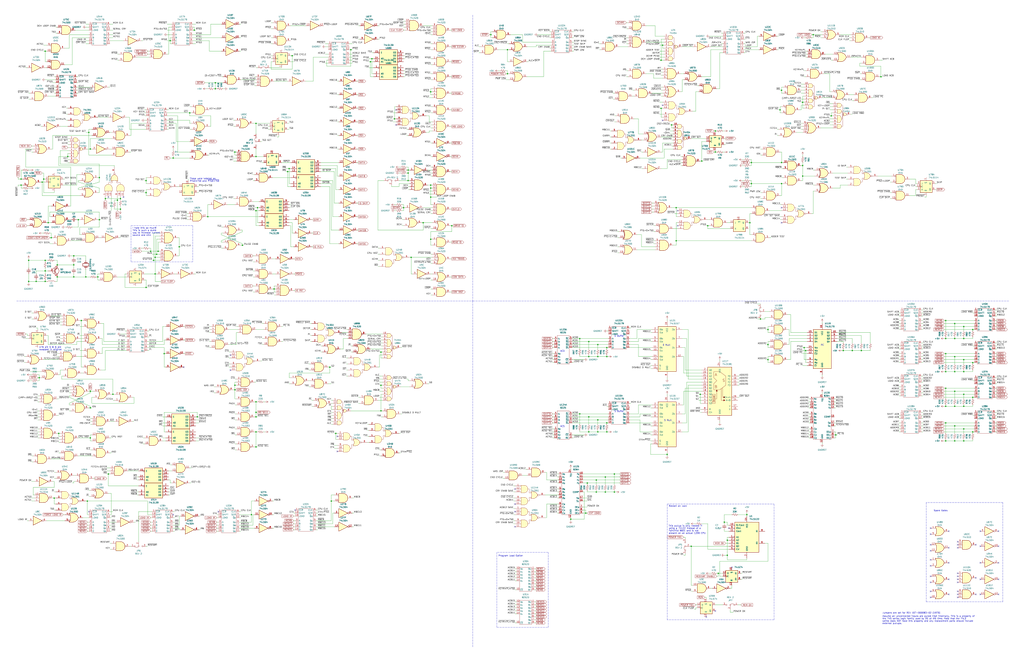
<source format=kicad_sch>
(kicad_sch (version 20231120) (generator "eeschema") (generator_version "8.0")
  (paper "D")
  (lib_symbols
    (symbol "74LS179_1"
      (property "Reference" "U" (at -2.54 -12.7 0))
      (property "Value" "74LS179_1" (at 5.08 -12.7 0))
      (symbol "74LS179_1_1_1"
        (pin input line (at -8.89 6.35 0) (length 2.54) (name "~{CLR}") (number "1"))
        (pin input line (at -8.89 1.27 0) (length 2.54) (name "LOAD") (number "10"))
        (pin output line (at 8.89 -10.16 180) (length 2.54) (name "Q_{D}") (number "11"))
        (pin output line (at 8.89 1.27 180) (length 2.54) (name "~{Q}_{D}") (number "12"))
        (pin input line (at -8.89 3.81 0) (length 2.54) (name "SHIFT") (number "13"))
        (pin input line (at -8.89 -10.16 0) (length 2.54) (name "D") (number "14"))
        (pin input line (at -8.89 -7.62 0) (length 2.54) (name "C") (number "15"))
        (pin input line (at -8.89 -5.08 0) (length 2.54) (name "B") (number "2"))
        (pin input line (at -8.89 -2.54 0) (length 2.54) (name "A") (number "3"))
        (pin input line (at 8.89 3.81 180) (length 2.54) (name "SER") (number "4"))
        (pin output line (at 8.89 -2.54 180) (length 2.54) (name "Q_{A}") (number "5"))
        (pin input line (at 8.89 6.35 180) (length 2.54) (name "CLK") (number "6"))
        (pin output line (at 8.89 -5.08 180) (length 2.54) (name "Q_{B}") (number "7"))
        (pin output line (at 8.89 -7.62 180) (length 2.54) (name "Q_{C}") (number "9"))
      )
      (symbol "74LS179_1_2_1"
        (pin power_in line (at 0 7.62 270) (length 2.54) (name "VCC") (number "16"))
        (pin power_in line (at 0 -7.62 90) (length 2.54) (name "GND") (number "8"))
      )
    )
    (symbol "74LS179_10"
      (property "Reference" "U" (at -2.54 -12.7 0))
      (property "Value" "74LS179_10" (at 5.08 -12.7 0))
      (symbol "74LS179_10_1_1"
        (pin input line (at -8.89 6.35 0) (length 2.54) (name "~{CLR}") (number "1"))
        (pin input line (at -8.89 1.27 0) (length 2.54) (name "LOAD") (number "10"))
        (pin output line (at 8.89 -10.16 180) (length 2.54) (name "Q_{D}") (number "11"))
        (pin output line (at 8.89 1.27 180) (length 2.54) (name "~{Q}_{D}") (number "12"))
        (pin input line (at -8.89 3.81 0) (length 2.54) (name "SHIFT") (number "13"))
        (pin input line (at -8.89 -10.16 0) (length 2.54) (name "D") (number "14"))
        (pin input line (at -8.89 -7.62 0) (length 2.54) (name "C") (number "15"))
        (pin input line (at -8.89 -5.08 0) (length 2.54) (name "B") (number "2"))
        (pin input line (at -8.89 -2.54 0) (length 2.54) (name "A") (number "3"))
        (pin input line (at 8.89 3.81 180) (length 2.54) (name "SER") (number "4"))
        (pin output line (at 8.89 -2.54 180) (length 2.54) (name "Q_{A}") (number "5"))
        (pin input line (at 8.89 6.35 180) (length 2.54) (name "CLK") (number "6"))
        (pin output line (at 8.89 -5.08 180) (length 2.54) (name "Q_{B}") (number "7"))
        (pin output line (at 8.89 -7.62 180) (length 2.54) (name "Q_{C}") (number "9"))
      )
      (symbol "74LS179_10_2_1"
        (pin power_in line (at 0 7.62 270) (length 2.54) (name "VCC") (number "16"))
        (pin power_in line (at 0 -7.62 90) (length 2.54) (name "GND") (number "8"))
      )
    )
    (symbol "74LS179_11"
      (property "Reference" "U" (at -2.54 -12.7 0))
      (property "Value" "74LS179_11" (at 5.08 -12.7 0))
      (symbol "74LS179_11_1_1"
        (pin input line (at -8.89 6.35 0) (length 2.54) (name "~{CLR}") (number "1"))
        (pin input line (at -8.89 1.27 0) (length 2.54) (name "LOAD") (number "10"))
        (pin output line (at 8.89 -10.16 180) (length 2.54) (name "Q_{D}") (number "11"))
        (pin output line (at 8.89 1.27 180) (length 2.54) (name "~{Q}_{D}") (number "12"))
        (pin input line (at -8.89 3.81 0) (length 2.54) (name "SHIFT") (number "13"))
        (pin input line (at -8.89 -10.16 0) (length 2.54) (name "D") (number "14"))
        (pin input line (at -8.89 -7.62 0) (length 2.54) (name "C") (number "15"))
        (pin input line (at -8.89 -5.08 0) (length 2.54) (name "B") (number "2"))
        (pin input line (at -8.89 -2.54 0) (length 2.54) (name "A") (number "3"))
        (pin input line (at 8.89 3.81 180) (length 2.54) (name "SER") (number "4"))
        (pin output line (at 8.89 -2.54 180) (length 2.54) (name "Q_{A}") (number "5"))
        (pin input line (at 8.89 6.35 180) (length 2.54) (name "CLK") (number "6"))
        (pin output line (at 8.89 -5.08 180) (length 2.54) (name "Q_{B}") (number "7"))
        (pin output line (at 8.89 -7.62 180) (length 2.54) (name "Q_{C}") (number "9"))
      )
      (symbol "74LS179_11_2_1"
        (pin power_in line (at 0 7.62 270) (length 2.54) (name "VCC") (number "16"))
        (pin power_in line (at 0 -7.62 90) (length 2.54) (name "GND") (number "8"))
      )
    )
    (symbol "74LS179_12"
      (property "Reference" "U" (at -2.54 -12.7 0))
      (property "Value" "74LS179_12" (at 5.08 -12.7 0))
      (symbol "74LS179_12_1_1"
        (pin input line (at -8.89 6.35 0) (length 2.54) (name "~{CLR}") (number "1"))
        (pin input line (at -8.89 1.27 0) (length 2.54) (name "LOAD") (number "10"))
        (pin output line (at 8.89 -10.16 180) (length 2.54) (name "Q_{D}") (number "11"))
        (pin output line (at 8.89 1.27 180) (length 2.54) (name "~{Q}_{D}") (number "12"))
        (pin input line (at -8.89 3.81 0) (length 2.54) (name "SHIFT") (number "13"))
        (pin input line (at -8.89 -10.16 0) (length 2.54) (name "D") (number "14"))
        (pin input line (at -8.89 -7.62 0) (length 2.54) (name "C") (number "15"))
        (pin input line (at -8.89 -5.08 0) (length 2.54) (name "B") (number "2"))
        (pin input line (at -8.89 -2.54 0) (length 2.54) (name "A") (number "3"))
        (pin input line (at 8.89 3.81 180) (length 2.54) (name "SER") (number "4"))
        (pin output line (at 8.89 -2.54 180) (length 2.54) (name "Q_{A}") (number "5"))
        (pin input line (at 8.89 6.35 180) (length 2.54) (name "CLK") (number "6"))
        (pin output line (at 8.89 -5.08 180) (length 2.54) (name "Q_{B}") (number "7"))
        (pin output line (at 8.89 -7.62 180) (length 2.54) (name "Q_{C}") (number "9"))
      )
      (symbol "74LS179_12_2_1"
        (pin power_in line (at 0 7.62 270) (length 2.54) (name "VCC") (number "16"))
        (pin power_in line (at 0 -7.62 90) (length 2.54) (name "GND") (number "8"))
      )
    )
    (symbol "74LS179_13"
      (property "Reference" "U" (at -2.54 -12.7 0))
      (property "Value" "74LS179_13" (at 5.08 -12.7 0))
      (symbol "74LS179_13_1_1"
        (pin input line (at -8.89 6.35 0) (length 2.54) (name "~{CLR}") (number "1"))
        (pin input line (at -8.89 1.27 0) (length 2.54) (name "LOAD") (number "10"))
        (pin output line (at 8.89 -10.16 180) (length 2.54) (name "Q_{D}") (number "11"))
        (pin output line (at 8.89 1.27 180) (length 2.54) (name "~{Q}_{D}") (number "12"))
        (pin input line (at -8.89 3.81 0) (length 2.54) (name "SHIFT") (number "13"))
        (pin input line (at -8.89 -10.16 0) (length 2.54) (name "D") (number "14"))
        (pin input line (at -8.89 -7.62 0) (length 2.54) (name "C") (number "15"))
        (pin input line (at -8.89 -5.08 0) (length 2.54) (name "B") (number "2"))
        (pin input line (at -8.89 -2.54 0) (length 2.54) (name "A") (number "3"))
        (pin input line (at 8.89 3.81 180) (length 2.54) (name "SER") (number "4"))
        (pin output line (at 8.89 -2.54 180) (length 2.54) (name "Q_{A}") (number "5"))
        (pin input line (at 8.89 6.35 180) (length 2.54) (name "CLK") (number "6"))
        (pin output line (at 8.89 -5.08 180) (length 2.54) (name "Q_{B}") (number "7"))
        (pin output line (at 8.89 -7.62 180) (length 2.54) (name "Q_{C}") (number "9"))
      )
      (symbol "74LS179_13_2_1"
        (pin power_in line (at 0 7.62 270) (length 2.54) (name "VCC") (number "16"))
        (pin power_in line (at 0 -7.62 90) (length 2.54) (name "GND") (number "8"))
      )
    )
    (symbol "74LS179_14"
      (property "Reference" "U" (at -2.54 -12.7 0))
      (property "Value" "74LS179_14" (at 5.08 -12.7 0))
      (symbol "74LS179_14_1_1"
        (pin input line (at -8.89 6.35 0) (length 2.54) (name "~{CLR}") (number "1"))
        (pin input line (at -8.89 1.27 0) (length 2.54) (name "LOAD") (number "10"))
        (pin output line (at 8.89 -10.16 180) (length 2.54) (name "Q_{D}") (number "11"))
        (pin output line (at 8.89 1.27 180) (length 2.54) (name "~{Q}_{D}") (number "12"))
        (pin input line (at -8.89 3.81 0) (length 2.54) (name "SHIFT") (number "13"))
        (pin input line (at -8.89 -10.16 0) (length 2.54) (name "D") (number "14"))
        (pin input line (at -8.89 -7.62 0) (length 2.54) (name "C") (number "15"))
        (pin input line (at -8.89 -5.08 0) (length 2.54) (name "B") (number "2"))
        (pin input line (at -8.89 -2.54 0) (length 2.54) (name "A") (number "3"))
        (pin input line (at 8.89 3.81 180) (length 2.54) (name "SER") (number "4"))
        (pin output line (at 8.89 -2.54 180) (length 2.54) (name "Q_{A}") (number "5"))
        (pin input line (at 8.89 6.35 180) (length 2.54) (name "CLK") (number "6"))
        (pin output line (at 8.89 -5.08 180) (length 2.54) (name "Q_{B}") (number "7"))
        (pin output line (at 8.89 -7.62 180) (length 2.54) (name "Q_{C}") (number "9"))
      )
      (symbol "74LS179_14_2_1"
        (pin power_in line (at 0 7.62 270) (length 2.54) (name "VCC") (number "16"))
        (pin power_in line (at 0 -7.62 90) (length 2.54) (name "GND") (number "8"))
      )
    )
    (symbol "74LS179_15"
      (property "Reference" "U" (at -2.54 -12.7 0))
      (property "Value" "74LS179_15" (at 5.08 -12.7 0))
      (symbol "74LS179_15_1_1"
        (pin input line (at -8.89 6.35 0) (length 2.54) (name "~{CLR}") (number "1"))
        (pin input line (at -8.89 1.27 0) (length 2.54) (name "LOAD") (number "10"))
        (pin output line (at 8.89 -10.16 180) (length 2.54) (name "Q_{D}") (number "11"))
        (pin output line (at 8.89 1.27 180) (length 2.54) (name "~{Q}_{D}") (number "12"))
        (pin input line (at -8.89 3.81 0) (length 2.54) (name "SHIFT") (number "13"))
        (pin input line (at -8.89 -10.16 0) (length 2.54) (name "D") (number "14"))
        (pin input line (at -8.89 -7.62 0) (length 2.54) (name "C") (number "15"))
        (pin input line (at -8.89 -5.08 0) (length 2.54) (name "B") (number "2"))
        (pin input line (at -8.89 -2.54 0) (length 2.54) (name "A") (number "3"))
        (pin input line (at 8.89 3.81 180) (length 2.54) (name "SER") (number "4"))
        (pin output line (at 8.89 -2.54 180) (length 2.54) (name "Q_{A}") (number "5"))
        (pin input line (at 8.89 6.35 180) (length 2.54) (name "CLK") (number "6"))
        (pin output line (at 8.89 -5.08 180) (length 2.54) (name "Q_{B}") (number "7"))
        (pin output line (at 8.89 -7.62 180) (length 2.54) (name "Q_{C}") (number "9"))
      )
      (symbol "74LS179_15_2_1"
        (pin power_in line (at 0 7.62 270) (length 2.54) (name "VCC") (number "16"))
        (pin power_in line (at 0 -7.62 90) (length 2.54) (name "GND") (number "8"))
      )
    )
    (symbol "74LS179_16"
      (property "Reference" "U" (at -2.54 -12.7 0))
      (property "Value" "74LS179_16" (at 5.08 -12.7 0))
      (symbol "74LS179_16_1_1"
        (pin input line (at -8.89 6.35 0) (length 2.54) (name "~{CLR}") (number "1"))
        (pin input line (at -8.89 1.27 0) (length 2.54) (name "LOAD") (number "10"))
        (pin output line (at 8.89 -10.16 180) (length 2.54) (name "Q_{D}") (number "11"))
        (pin output line (at 8.89 1.27 180) (length 2.54) (name "~{Q}_{D}") (number "12"))
        (pin input line (at -8.89 3.81 0) (length 2.54) (name "SHIFT") (number "13"))
        (pin input line (at -8.89 -10.16 0) (length 2.54) (name "D") (number "14"))
        (pin input line (at -8.89 -7.62 0) (length 2.54) (name "C") (number "15"))
        (pin input line (at -8.89 -5.08 0) (length 2.54) (name "B") (number "2"))
        (pin input line (at -8.89 -2.54 0) (length 2.54) (name "A") (number "3"))
        (pin input line (at 8.89 3.81 180) (length 2.54) (name "SER") (number "4"))
        (pin output line (at 8.89 -2.54 180) (length 2.54) (name "Q_{A}") (number "5"))
        (pin input line (at 8.89 6.35 180) (length 2.54) (name "CLK") (number "6"))
        (pin output line (at 8.89 -5.08 180) (length 2.54) (name "Q_{B}") (number "7"))
        (pin output line (at 8.89 -7.62 180) (length 2.54) (name "Q_{C}") (number "9"))
      )
      (symbol "74LS179_16_2_1"
        (pin power_in line (at 0 7.62 270) (length 2.54) (name "VCC") (number "16"))
        (pin power_in line (at 0 -7.62 90) (length 2.54) (name "GND") (number "8"))
      )
    )
    (symbol "74LS179_17"
      (property "Reference" "U" (at -2.54 -12.7 0))
      (property "Value" "74LS179_17" (at 5.08 -12.7 0))
      (symbol "74LS179_17_1_1"
        (pin input line (at -8.89 6.35 0) (length 2.54) (name "~{CLR}") (number "1"))
        (pin input line (at -8.89 1.27 0) (length 2.54) (name "LOAD") (number "10"))
        (pin output line (at 8.89 -10.16 180) (length 2.54) (name "Q_{D}") (number "11"))
        (pin output line (at 8.89 1.27 180) (length 2.54) (name "~{Q}_{D}") (number "12"))
        (pin input line (at -8.89 3.81 0) (length 2.54) (name "SHIFT") (number "13"))
        (pin input line (at -8.89 -10.16 0) (length 2.54) (name "D") (number "14"))
        (pin input line (at -8.89 -7.62 0) (length 2.54) (name "C") (number "15"))
        (pin input line (at -8.89 -5.08 0) (length 2.54) (name "B") (number "2"))
        (pin input line (at -8.89 -2.54 0) (length 2.54) (name "A") (number "3"))
        (pin input line (at 8.89 3.81 180) (length 2.54) (name "SER") (number "4"))
        (pin output line (at 8.89 -2.54 180) (length 2.54) (name "Q_{A}") (number "5"))
        (pin input line (at 8.89 6.35 180) (length 2.54) (name "CLK") (number "6"))
        (pin output line (at 8.89 -5.08 180) (length 2.54) (name "Q_{B}") (number "7"))
        (pin output line (at 8.89 -7.62 180) (length 2.54) (name "Q_{C}") (number "9"))
      )
      (symbol "74LS179_17_2_1"
        (pin power_in line (at 0 7.62 270) (length 2.54) (name "VCC") (number "16"))
        (pin power_in line (at 0 -7.62 90) (length 2.54) (name "GND") (number "8"))
      )
    )
    (symbol "74LS179_18"
      (property "Reference" "U" (at -2.54 -12.7 0))
      (property "Value" "74LS179_18" (at 5.08 -12.7 0))
      (symbol "74LS179_18_1_1"
        (pin input line (at -8.89 6.35 0) (length 2.54) (name "~{CLR}") (number "1"))
        (pin input line (at -8.89 1.27 0) (length 2.54) (name "LOAD") (number "10"))
        (pin output line (at 8.89 -10.16 180) (length 2.54) (name "Q_{D}") (number "11"))
        (pin output line (at 8.89 1.27 180) (length 2.54) (name "~{Q}_{D}") (number "12"))
        (pin input line (at -8.89 3.81 0) (length 2.54) (name "SHIFT") (number "13"))
        (pin input line (at -8.89 -10.16 0) (length 2.54) (name "D") (number "14"))
        (pin input line (at -8.89 -7.62 0) (length 2.54) (name "C") (number "15"))
        (pin input line (at -8.89 -5.08 0) (length 2.54) (name "B") (number "2"))
        (pin input line (at -8.89 -2.54 0) (length 2.54) (name "A") (number "3"))
        (pin input line (at 8.89 3.81 180) (length 2.54) (name "SER") (number "4"))
        (pin output line (at 8.89 -2.54 180) (length 2.54) (name "Q_{A}") (number "5"))
        (pin input line (at 8.89 6.35 180) (length 2.54) (name "CLK") (number "6"))
        (pin output line (at 8.89 -5.08 180) (length 2.54) (name "Q_{B}") (number "7"))
        (pin output line (at 8.89 -7.62 180) (length 2.54) (name "Q_{C}") (number "9"))
      )
      (symbol "74LS179_18_2_1"
        (pin power_in line (at 0 7.62 270) (length 2.54) (name "VCC") (number "16"))
        (pin power_in line (at 0 -7.62 90) (length 2.54) (name "GND") (number "8"))
      )
    )
    (symbol "74LS179_19"
      (property "Reference" "U" (at -2.54 -12.7 0))
      (property "Value" "74LS179_19" (at 5.08 -12.7 0))
      (symbol "74LS179_19_1_1"
        (pin input line (at -8.89 6.35 0) (length 2.54) (name "~{CLR}") (number "1"))
        (pin input line (at -8.89 1.27 0) (length 2.54) (name "LOAD") (number "10"))
        (pin output line (at 8.89 -10.16 180) (length 2.54) (name "Q_{D}") (number "11"))
        (pin output line (at 8.89 1.27 180) (length 2.54) (name "~{Q}_{D}") (number "12"))
        (pin input line (at -8.89 3.81 0) (length 2.54) (name "SHIFT") (number "13"))
        (pin input line (at -8.89 -10.16 0) (length 2.54) (name "D") (number "14"))
        (pin input line (at -8.89 -7.62 0) (length 2.54) (name "C") (number "15"))
        (pin input line (at -8.89 -5.08 0) (length 2.54) (name "B") (number "2"))
        (pin input line (at -8.89 -2.54 0) (length 2.54) (name "A") (number "3"))
        (pin input line (at 8.89 3.81 180) (length 2.54) (name "SER") (number "4"))
        (pin output line (at 8.89 -2.54 180) (length 2.54) (name "Q_{A}") (number "5"))
        (pin input line (at 8.89 6.35 180) (length 2.54) (name "CLK") (number "6"))
        (pin output line (at 8.89 -5.08 180) (length 2.54) (name "Q_{B}") (number "7"))
        (pin output line (at 8.89 -7.62 180) (length 2.54) (name "Q_{C}") (number "9"))
      )
      (symbol "74LS179_19_2_1"
        (pin power_in line (at 0 7.62 270) (length 2.54) (name "VCC") (number "16"))
        (pin power_in line (at 0 -7.62 90) (length 2.54) (name "GND") (number "8"))
      )
    )
    (symbol "74LS179_2"
      (property "Reference" "U" (at -2.54 -12.7 0))
      (property "Value" "74LS179_2" (at 5.08 -12.7 0))
      (symbol "74LS179_2_1_1"
        (pin input line (at -8.89 6.35 0) (length 2.54) (name "~{CLR}") (number "1"))
        (pin input line (at -8.89 1.27 0) (length 2.54) (name "LOAD") (number "10"))
        (pin output line (at 8.89 -10.16 180) (length 2.54) (name "Q_{D}") (number "11"))
        (pin output line (at 8.89 1.27 180) (length 2.54) (name "~{Q}_{D}") (number "12"))
        (pin input line (at -8.89 3.81 0) (length 2.54) (name "SHIFT") (number "13"))
        (pin input line (at -8.89 -10.16 0) (length 2.54) (name "D") (number "14"))
        (pin input line (at -8.89 -7.62 0) (length 2.54) (name "C") (number "15"))
        (pin input line (at -8.89 -5.08 0) (length 2.54) (name "B") (number "2"))
        (pin input line (at -8.89 -2.54 0) (length 2.54) (name "A") (number "3"))
        (pin input line (at 8.89 3.81 180) (length 2.54) (name "SER") (number "4"))
        (pin output line (at 8.89 -2.54 180) (length 2.54) (name "Q_{A}") (number "5"))
        (pin input line (at 8.89 6.35 180) (length 2.54) (name "CLK") (number "6"))
        (pin output line (at 8.89 -5.08 180) (length 2.54) (name "Q_{B}") (number "7"))
        (pin output line (at 8.89 -7.62 180) (length 2.54) (name "Q_{C}") (number "9"))
      )
      (symbol "74LS179_2_2_1"
        (pin power_in line (at 0 7.62 270) (length 2.54) (name "VCC") (number "16"))
        (pin power_in line (at 0 -7.62 90) (length 2.54) (name "GND") (number "8"))
      )
    )
    (symbol "74LS179_20"
      (property "Reference" "U" (at -2.54 -12.7 0))
      (property "Value" "74LS179_20" (at 5.08 -12.7 0))
      (symbol "74LS179_20_1_1"
        (pin input line (at -8.89 6.35 0) (length 2.54) (name "~{CLR}") (number "1"))
        (pin input line (at -8.89 1.27 0) (length 2.54) (name "LOAD") (number "10"))
        (pin output line (at 8.89 -10.16 180) (length 2.54) (name "Q_{D}") (number "11"))
        (pin output line (at 8.89 1.27 180) (length 2.54) (name "~{Q}_{D}") (number "12"))
        (pin input line (at -8.89 3.81 0) (length 2.54) (name "SHIFT") (number "13"))
        (pin input line (at -8.89 -10.16 0) (length 2.54) (name "D") (number "14"))
        (pin input line (at -8.89 -7.62 0) (length 2.54) (name "C") (number "15"))
        (pin input line (at -8.89 -5.08 0) (length 2.54) (name "B") (number "2"))
        (pin input line (at -8.89 -2.54 0) (length 2.54) (name "A") (number "3"))
        (pin input line (at 8.89 3.81 180) (length 2.54) (name "SER") (number "4"))
        (pin output line (at 8.89 -2.54 180) (length 2.54) (name "Q_{A}") (number "5"))
        (pin input line (at 8.89 6.35 180) (length 2.54) (name "CLK") (number "6"))
        (pin output line (at 8.89 -5.08 180) (length 2.54) (name "Q_{B}") (number "7"))
        (pin output line (at 8.89 -7.62 180) (length 2.54) (name "Q_{C}") (number "9"))
      )
      (symbol "74LS179_20_2_1"
        (pin power_in line (at 0 7.62 270) (length 2.54) (name "VCC") (number "16"))
        (pin power_in line (at 0 -7.62 90) (length 2.54) (name "GND") (number "8"))
      )
    )
    (symbol "74LS179_21"
      (property "Reference" "U" (at -2.54 -12.7 0))
      (property "Value" "74LS179_21" (at 5.08 -12.7 0))
      (symbol "74LS179_21_1_1"
        (pin input line (at -8.89 6.35 0) (length 2.54) (name "~{CLR}") (number "1"))
        (pin input line (at -8.89 1.27 0) (length 2.54) (name "LOAD") (number "10"))
        (pin output line (at 8.89 -10.16 180) (length 2.54) (name "Q_{D}") (number "11"))
        (pin output line (at 8.89 1.27 180) (length 2.54) (name "~{Q}_{D}") (number "12"))
        (pin input line (at -8.89 3.81 0) (length 2.54) (name "SHIFT") (number "13"))
        (pin input line (at -8.89 -10.16 0) (length 2.54) (name "D") (number "14"))
        (pin input line (at -8.89 -7.62 0) (length 2.54) (name "C") (number "15"))
        (pin input line (at -8.89 -5.08 0) (length 2.54) (name "B") (number "2"))
        (pin input line (at -8.89 -2.54 0) (length 2.54) (name "A") (number "3"))
        (pin input line (at 8.89 3.81 180) (length 2.54) (name "SER") (number "4"))
        (pin output line (at 8.89 -2.54 180) (length 2.54) (name "Q_{A}") (number "5"))
        (pin input line (at 8.89 6.35 180) (length 2.54) (name "CLK") (number "6"))
        (pin output line (at 8.89 -5.08 180) (length 2.54) (name "Q_{B}") (number "7"))
        (pin output line (at 8.89 -7.62 180) (length 2.54) (name "Q_{C}") (number "9"))
      )
      (symbol "74LS179_21_2_1"
        (pin power_in line (at 0 7.62 270) (length 2.54) (name "VCC") (number "16"))
        (pin power_in line (at 0 -7.62 90) (length 2.54) (name "GND") (number "8"))
      )
    )
    (symbol "74LS179_3"
      (property "Reference" "U" (at -2.54 -12.7 0))
      (property "Value" "74LS179_3" (at 5.08 -12.7 0))
      (symbol "74LS179_3_1_1"
        (pin input line (at -8.89 6.35 0) (length 2.54) (name "~{CLR}") (number "1"))
        (pin input line (at -8.89 1.27 0) (length 2.54) (name "LOAD") (number "10"))
        (pin output line (at 8.89 -10.16 180) (length 2.54) (name "Q_{D}") (number "11"))
        (pin output line (at 8.89 1.27 180) (length 2.54) (name "~{Q}_{D}") (number "12"))
        (pin input line (at -8.89 3.81 0) (length 2.54) (name "SHIFT") (number "13"))
        (pin input line (at -8.89 -10.16 0) (length 2.54) (name "D") (number "14"))
        (pin input line (at -8.89 -7.62 0) (length 2.54) (name "C") (number "15"))
        (pin input line (at -8.89 -5.08 0) (length 2.54) (name "B") (number "2"))
        (pin input line (at -8.89 -2.54 0) (length 2.54) (name "A") (number "3"))
        (pin input line (at 8.89 3.81 180) (length 2.54) (name "SER") (number "4"))
        (pin output line (at 8.89 -2.54 180) (length 2.54) (name "Q_{A}") (number "5"))
        (pin input line (at 8.89 6.35 180) (length 2.54) (name "CLK") (number "6"))
        (pin output line (at 8.89 -5.08 180) (length 2.54) (name "Q_{B}") (number "7"))
        (pin output line (at 8.89 -7.62 180) (length 2.54) (name "Q_{C}") (number "9"))
      )
      (symbol "74LS179_3_2_1"
        (pin power_in line (at 0 7.62 270) (length 2.54) (name "VCC") (number "16"))
        (pin power_in line (at 0 -7.62 90) (length 2.54) (name "GND") (number "8"))
      )
    )
    (symbol "74LS179_4"
      (property "Reference" "U" (at -2.54 -12.7 0))
      (property "Value" "74LS179_4" (at 5.08 -12.7 0))
      (symbol "74LS179_4_1_1"
        (pin input line (at -8.89 6.35 0) (length 2.54) (name "~{CLR}") (number "1"))
        (pin input line (at -8.89 1.27 0) (length 2.54) (name "LOAD") (number "10"))
        (pin output line (at 8.89 -10.16 180) (length 2.54) (name "Q_{D}") (number "11"))
        (pin output line (at 8.89 1.27 180) (length 2.54) (name "~{Q}_{D}") (number "12"))
        (pin input line (at -8.89 3.81 0) (length 2.54) (name "SHIFT") (number "13"))
        (pin input line (at -8.89 -10.16 0) (length 2.54) (name "D") (number "14"))
        (pin input line (at -8.89 -7.62 0) (length 2.54) (name "C") (number "15"))
        (pin input line (at -8.89 -5.08 0) (length 2.54) (name "B") (number "2"))
        (pin input line (at -8.89 -2.54 0) (length 2.54) (name "A") (number "3"))
        (pin input line (at 8.89 3.81 180) (length 2.54) (name "SER") (number "4"))
        (pin output line (at 8.89 -2.54 180) (length 2.54) (name "Q_{A}") (number "5"))
        (pin input line (at 8.89 6.35 180) (length 2.54) (name "CLK") (number "6"))
        (pin output line (at 8.89 -5.08 180) (length 2.54) (name "Q_{B}") (number "7"))
        (pin output line (at 8.89 -7.62 180) (length 2.54) (name "Q_{C}") (number "9"))
      )
      (symbol "74LS179_4_2_1"
        (pin power_in line (at 0 7.62 270) (length 2.54) (name "VCC") (number "16"))
        (pin power_in line (at 0 -7.62 90) (length 2.54) (name "GND") (number "8"))
      )
    )
    (symbol "74LS179_5"
      (property "Reference" "U" (at -2.54 -12.7 0))
      (property "Value" "74LS179_5" (at 5.08 -12.7 0))
      (symbol "74LS179_5_1_1"
        (pin input line (at -8.89 6.35 0) (length 2.54) (name "~{CLR}") (number "1"))
        (pin input line (at -8.89 1.27 0) (length 2.54) (name "LOAD") (number "10"))
        (pin output line (at 8.89 -10.16 180) (length 2.54) (name "Q_{D}") (number "11"))
        (pin output line (at 8.89 1.27 180) (length 2.54) (name "~{Q}_{D}") (number "12"))
        (pin input line (at -8.89 3.81 0) (length 2.54) (name "SHIFT") (number "13"))
        (pin input line (at -8.89 -10.16 0) (length 2.54) (name "D") (number "14"))
        (pin input line (at -8.89 -7.62 0) (length 2.54) (name "C") (number "15"))
        (pin input line (at -8.89 -5.08 0) (length 2.54) (name "B") (number "2"))
        (pin input line (at -8.89 -2.54 0) (length 2.54) (name "A") (number "3"))
        (pin input line (at 8.89 3.81 180) (length 2.54) (name "SER") (number "4"))
        (pin output line (at 8.89 -2.54 180) (length 2.54) (name "Q_{A}") (number "5"))
        (pin input line (at 8.89 6.35 180) (length 2.54) (name "CLK") (number "6"))
        (pin output line (at 8.89 -5.08 180) (length 2.54) (name "Q_{B}") (number "7"))
        (pin output line (at 8.89 -7.62 180) (length 2.54) (name "Q_{C}") (number "9"))
      )
      (symbol "74LS179_5_2_1"
        (pin power_in line (at 0 7.62 270) (length 2.54) (name "VCC") (number "16"))
        (pin power_in line (at 0 -7.62 90) (length 2.54) (name "GND") (number "8"))
      )
    )
    (symbol "74LS179_6"
      (property "Reference" "U" (at -2.54 -12.7 0))
      (property "Value" "74LS179_6" (at 5.08 -12.7 0))
      (symbol "74LS179_6_1_1"
        (pin input line (at -8.89 6.35 0) (length 2.54) (name "~{CLR}") (number "1"))
        (pin input line (at -8.89 1.27 0) (length 2.54) (name "LOAD") (number "10"))
        (pin output line (at 8.89 -10.16 180) (length 2.54) (name "Q_{D}") (number "11"))
        (pin output line (at 8.89 1.27 180) (length 2.54) (name "~{Q}_{D}") (number "12"))
        (pin input line (at -8.89 3.81 0) (length 2.54) (name "SHIFT") (number "13"))
        (pin input line (at -8.89 -10.16 0) (length 2.54) (name "D") (number "14"))
        (pin input line (at -8.89 -7.62 0) (length 2.54) (name "C") (number "15"))
        (pin input line (at -8.89 -5.08 0) (length 2.54) (name "B") (number "2"))
        (pin input line (at -8.89 -2.54 0) (length 2.54) (name "A") (number "3"))
        (pin input line (at 8.89 3.81 180) (length 2.54) (name "SER") (number "4"))
        (pin output line (at 8.89 -2.54 180) (length 2.54) (name "Q_{A}") (number "5"))
        (pin input line (at 8.89 6.35 180) (length 2.54) (name "CLK") (number "6"))
        (pin output line (at 8.89 -5.08 180) (length 2.54) (name "Q_{B}") (number "7"))
        (pin output line (at 8.89 -7.62 180) (length 2.54) (name "Q_{C}") (number "9"))
      )
      (symbol "74LS179_6_2_1"
        (pin power_in line (at 0 7.62 270) (length 2.54) (name "VCC") (number "16"))
        (pin power_in line (at 0 -7.62 90) (length 2.54) (name "GND") (number "8"))
      )
    )
    (symbol "74LS179_7"
      (property "Reference" "U" (at -2.54 -12.7 0))
      (property "Value" "74LS179_7" (at 5.08 -12.7 0))
      (symbol "74LS179_7_1_1"
        (pin input line (at -8.89 6.35 0) (length 2.54) (name "~{CLR}") (number "1"))
        (pin input line (at -8.89 1.27 0) (length 2.54) (name "LOAD") (number "10"))
        (pin output line (at 8.89 -10.16 180) (length 2.54) (name "Q_{D}") (number "11"))
        (pin output line (at 8.89 1.27 180) (length 2.54) (name "~{Q}_{D}") (number "12"))
        (pin input line (at -8.89 3.81 0) (length 2.54) (name "SHIFT") (number "13"))
        (pin input line (at -8.89 -10.16 0) (length 2.54) (name "D") (number "14"))
        (pin input line (at -8.89 -7.62 0) (length 2.54) (name "C") (number "15"))
        (pin input line (at -8.89 -5.08 0) (length 2.54) (name "B") (number "2"))
        (pin input line (at -8.89 -2.54 0) (length 2.54) (name "A") (number "3"))
        (pin input line (at 8.89 3.81 180) (length 2.54) (name "SER") (number "4"))
        (pin output line (at 8.89 -2.54 180) (length 2.54) (name "Q_{A}") (number "5"))
        (pin input line (at 8.89 6.35 180) (length 2.54) (name "CLK") (number "6"))
        (pin output line (at 8.89 -5.08 180) (length 2.54) (name "Q_{B}") (number "7"))
        (pin output line (at 8.89 -7.62 180) (length 2.54) (name "Q_{C}") (number "9"))
      )
      (symbol "74LS179_7_2_1"
        (pin power_in line (at 0 7.62 270) (length 2.54) (name "VCC") (number "16"))
        (pin power_in line (at 0 -7.62 90) (length 2.54) (name "GND") (number "8"))
      )
    )
    (symbol "74LS179_8"
      (property "Reference" "U" (at -2.54 -12.7 0))
      (property "Value" "74LS179_8" (at 5.08 -12.7 0))
      (symbol "74LS179_8_1_1"
        (pin input line (at -8.89 6.35 0) (length 2.54) (name "~{CLR}") (number "1"))
        (pin input line (at -8.89 1.27 0) (length 2.54) (name "LOAD") (number "10"))
        (pin output line (at 8.89 -10.16 180) (length 2.54) (name "Q_{D}") (number "11"))
        (pin output line (at 8.89 1.27 180) (length 2.54) (name "~{Q}_{D}") (number "12"))
        (pin input line (at -8.89 3.81 0) (length 2.54) (name "SHIFT") (number "13"))
        (pin input line (at -8.89 -10.16 0) (length 2.54) (name "D") (number "14"))
        (pin input line (at -8.89 -7.62 0) (length 2.54) (name "C") (number "15"))
        (pin input line (at -8.89 -5.08 0) (length 2.54) (name "B") (number "2"))
        (pin input line (at -8.89 -2.54 0) (length 2.54) (name "A") (number "3"))
        (pin input line (at 8.89 3.81 180) (length 2.54) (name "SER") (number "4"))
        (pin output line (at 8.89 -2.54 180) (length 2.54) (name "Q_{A}") (number "5"))
        (pin input line (at 8.89 6.35 180) (length 2.54) (name "CLK") (number "6"))
        (pin output line (at 8.89 -5.08 180) (length 2.54) (name "Q_{B}") (number "7"))
        (pin output line (at 8.89 -7.62 180) (length 2.54) (name "Q_{C}") (number "9"))
      )
      (symbol "74LS179_8_2_1"
        (pin power_in line (at 0 7.62 270) (length 2.54) (name "VCC") (number "16"))
        (pin power_in line (at 0 -7.62 90) (length 2.54) (name "GND") (number "8"))
      )
    )
    (symbol "74LS179_9"
      (property "Reference" "U" (at -2.54 -12.7 0))
      (property "Value" "74LS179_9" (at 5.08 -12.7 0))
      (symbol "74LS179_9_1_1"
        (pin input line (at -8.89 6.35 0) (length 2.54) (name "~{CLR}") (number "1"))
        (pin input line (at -8.89 1.27 0) (length 2.54) (name "LOAD") (number "10"))
        (pin output line (at 8.89 -10.16 180) (length 2.54) (name "Q_{D}") (number "11"))
        (pin output line (at 8.89 1.27 180) (length 2.54) (name "~{Q}_{D}") (number "12"))
        (pin input line (at -8.89 3.81 0) (length 2.54) (name "SHIFT") (number "13"))
        (pin input line (at -8.89 -10.16 0) (length 2.54) (name "D") (number "14"))
        (pin input line (at -8.89 -7.62 0) (length 2.54) (name "C") (number "15"))
        (pin input line (at -8.89 -5.08 0) (length 2.54) (name "B") (number "2"))
        (pin input line (at -8.89 -2.54 0) (length 2.54) (name "A") (number "3"))
        (pin input line (at 8.89 3.81 180) (length 2.54) (name "SER") (number "4"))
        (pin output line (at 8.89 -2.54 180) (length 2.54) (name "Q_{A}") (number "5"))
        (pin input line (at 8.89 6.35 180) (length 2.54) (name "CLK") (number "6"))
        (pin output line (at 8.89 -5.08 180) (length 2.54) (name "Q_{B}") (number "7"))
        (pin output line (at 8.89 -7.62 180) (length 2.54) (name "Q_{C}") (number "9"))
      )
      (symbol "74LS179_9_2_1"
        (pin power_in line (at 0 7.62 270) (length 2.54) (name "VCC") (number "16"))
        (pin power_in line (at 0 -7.62 90) (length 2.54) (name "GND") (number "8"))
      )
    )
    (symbol "74xx:74LS00" (pin_names (offset 1.016))
      (property "Reference" "U" (at 0 1.27 0))
      (property "Value" "74LS00" (at 0 -1.27 0))
      (symbol "74LS00_1_1"
        (pin input line (at -7.62 2.54 0) (length 3.81) (name "~") (number "1"))
        (pin input line (at -7.62 -2.54 0) (length 3.81) (name "~") (number "2"))
        (pin output inverted (at 7.62 0 180) (length 3.81) (name "~") (number "3"))
      )
      (symbol "74LS00_1_2"
        (pin input inverted (at -7.62 2.54 0) (length 4.318) (name "~") (number "1"))
        (pin input inverted (at -7.62 -2.54 0) (length 4.318) (name "~") (number "2"))
        (pin output line (at 7.62 0 180) (length 3.81) (name "~") (number "3"))
      )
      (symbol "74LS00_2_1"
        (pin input line (at -7.62 2.54 0) (length 3.81) (name "~") (number "4"))
        (pin input line (at -7.62 -2.54 0) (length 3.81) (name "~") (number "5"))
        (pin output inverted (at 7.62 0 180) (length 3.81) (name "~") (number "6"))
      )
      (symbol "74LS00_2_2"
        (pin input inverted (at -7.62 2.54 0) (length 4.318) (name "~") (number "4"))
        (pin input inverted (at -7.62 -2.54 0) (length 4.318) (name "~") (number "5"))
        (pin output line (at 7.62 0 180) (length 3.81) (name "~") (number "6"))
      )
      (symbol "74LS00_3_1"
        (pin input line (at -7.62 -2.54 0) (length 3.81) (name "~") (number "10"))
        (pin output inverted (at 7.62 0 180) (length 3.81) (name "~") (number "8"))
        (pin input line (at -7.62 2.54 0) (length 3.81) (name "~") (number "9"))
      )
      (symbol "74LS00_3_2"
        (pin input inverted (at -7.62 -2.54 0) (length 4.318) (name "~") (number "10"))
        (pin output line (at 7.62 0 180) (length 3.81) (name "~") (number "8"))
        (pin input inverted (at -7.62 2.54 0) (length 4.318) (name "~") (number "9"))
      )
      (symbol "74LS00_4_1"
        (pin output inverted (at 7.62 0 180) (length 3.81) (name "~") (number "11"))
        (pin input line (at -7.62 2.54 0) (length 3.81) (name "~") (number "12"))
        (pin input line (at -7.62 -2.54 0) (length 3.81) (name "~") (number "13"))
      )
      (symbol "74LS00_4_2"
        (pin output line (at 7.62 0 180) (length 3.81) (name "~") (number "11"))
        (pin input inverted (at -7.62 2.54 0) (length 4.318) (name "~") (number "12"))
        (pin input inverted (at -7.62 -2.54 0) (length 4.318) (name "~") (number "13"))
      )
      (symbol "74LS00_5_0"
        (pin power_in line (at 0 12.7 270) (length 5.08) (name "VCC") (number "14"))
        (pin power_in line (at 0 -12.7 90) (length 5.08) (name "GND") (number "7"))
      )
    )
    (symbol "74xx:74LS03" (pin_names (offset 1.016))
      (property "Reference" "U" (at 0 1.27 0))
      (property "Value" "74LS03" (at 0 -1.27 0))
      (symbol "74LS03_1_1"
        (pin input line (at -7.62 2.54 0) (length 3.81) (name "~") (number "1"))
        (pin input line (at -7.62 -2.54 0) (length 3.81) (name "~") (number "2"))
        (pin open_collector inverted (at 7.62 0 180) (length 3.81) (name "~") (number "3"))
      )
      (symbol "74LS03_1_2"
        (pin input inverted (at -7.62 2.54 0) (length 4.318) (name "~") (number "1"))
        (pin input inverted (at -7.62 -2.54 0) (length 4.318) (name "~") (number "2"))
        (pin open_collector line (at 7.62 0 180) (length 3.81) (name "~") (number "3"))
      )
      (symbol "74LS03_2_1"
        (pin input line (at -7.62 2.54 0) (length 3.81) (name "~") (number "4"))
        (pin input line (at -7.62 -2.54 0) (length 3.81) (name "~") (number "5"))
        (pin open_collector inverted (at 7.62 0 180) (length 3.81) (name "~") (number "6"))
      )
      (symbol "74LS03_2_2"
        (pin input inverted (at -7.62 2.54 0) (length 4.318) (name "~") (number "4"))
        (pin input inverted (at -7.62 -2.54 0) (length 4.318) (name "~") (number "5"))
        (pin open_collector line (at 7.62 0 180) (length 3.81) (name "~") (number "6"))
      )
      (symbol "74LS03_3_1"
        (pin input line (at -7.62 -2.54 0) (length 3.81) (name "~") (number "10"))
        (pin open_collector inverted (at 7.62 0 180) (length 3.81) (name "~") (number "8"))
        (pin input line (at -7.62 2.54 0) (length 3.81) (name "~") (number "9"))
      )
      (symbol "74LS03_3_2"
        (pin input inverted (at -7.62 -2.54 0) (length 4.318) (name "~") (number "10"))
        (pin open_collector line (at 7.62 0 180) (length 3.81) (name "~") (number "8"))
        (pin input inverted (at -7.62 2.54 0) (length 4.318) (name "~") (number "9"))
      )
      (symbol "74LS03_4_1"
        (pin open_collector inverted (at 7.62 0 180) (length 3.81) (name "~") (number "11"))
        (pin input line (at -7.62 2.54 0) (length 3.81) (name "~") (number "12"))
        (pin input line (at -7.62 -2.54 0) (length 3.81) (name "~") (number "13"))
      )
      (symbol "74LS03_4_2"
        (pin open_collector line (at 7.62 0 180) (length 3.81) (name "~") (number "11"))
        (pin input inverted (at -7.62 2.54 0) (length 4.318) (name "~") (number "12"))
        (pin input inverted (at -7.62 -2.54 0) (length 4.318) (name "~") (number "13"))
      )
      (symbol "74LS03_5_0"
        (pin power_in line (at 0 12.7 270) (length 5.08) (name "VCC") (number "14"))
        (pin power_in line (at 0 -12.7 90) (length 5.08) (name "GND") (number "7"))
      )
    )
    (symbol "74xx:74LS04"
      (property "Reference" "U" (at 0 1.27 0))
      (property "Value" "74LS04" (at 0 -1.27 0))
      (symbol "74LS04_1_0"
        (pin input line (at -7.62 0 0) (length 3.81) (name "~") (number "1"))
        (pin output inverted (at 7.62 0 180) (length 3.81) (name "~") (number "2"))
      )
      (symbol "74LS04_2_0"
        (pin input line (at -7.62 0 0) (length 3.81) (name "~") (number "3"))
        (pin output inverted (at 7.62 0 180) (length 3.81) (name "~") (number "4"))
      )
      (symbol "74LS04_3_0"
        (pin input line (at -7.62 0 0) (length 3.81) (name "~") (number "5"))
        (pin output inverted (at 7.62 0 180) (length 3.81) (name "~") (number "6"))
      )
      (symbol "74LS04_4_0"
        (pin output inverted (at 7.62 0 180) (length 3.81) (name "~") (number "8"))
        (pin input line (at -7.62 0 0) (length 3.81) (name "~") (number "9"))
      )
      (symbol "74LS04_5_0"
        (pin output inverted (at 7.62 0 180) (length 3.81) (name "~") (number "10"))
        (pin input line (at -7.62 0 0) (length 3.81) (name "~") (number "11"))
      )
      (symbol "74LS04_6_0"
        (pin output inverted (at 7.62 0 180) (length 3.81) (name "~") (number "12"))
        (pin input line (at -7.62 0 0) (length 3.81) (name "~") (number "13"))
      )
      (symbol "74LS04_7_0"
        (pin power_in line (at 0 12.7 270) (length 5.08) (name "VCC") (number "14"))
        (pin power_in line (at 0 -12.7 90) (length 5.08) (name "GND") (number "7"))
      )
    )
    (symbol "74xx:74LS10" (pin_names (offset 1.016))
      (property "Reference" "U" (at 0 1.27 0))
      (property "Value" "74LS10" (at 0 -1.27 0))
      (symbol "74LS10_1_1"
        (pin input line (at -7.62 2.54 0) (length 3.81) (name "~") (number "1"))
        (pin output inverted (at 7.62 0 180) (length 3.81) (name "~") (number "12"))
        (pin input line (at -7.62 -2.54 0) (length 3.81) (name "~") (number "13"))
        (pin input line (at -7.62 0 0) (length 3.81) (name "~") (number "2"))
      )
      (symbol "74LS10_1_2"
        (pin input inverted (at -7.62 2.54 0) (length 4.318) (name "~") (number "1"))
        (pin output line (at 7.62 0 180) (length 3.81) (name "~") (number "12"))
        (pin input inverted (at -7.62 -2.54 0) (length 4.318) (name "~") (number "13"))
        (pin input inverted (at -7.62 0 0) (length 4.953) (name "~") (number "2"))
      )
      (symbol "74LS10_2_1"
        (pin input line (at -7.62 2.54 0) (length 3.81) (name "~") (number "3"))
        (pin input line (at -7.62 0 0) (length 3.81) (name "~") (number "4"))
        (pin input line (at -7.62 -2.54 0) (length 3.81) (name "~") (number "5"))
        (pin output inverted (at 7.62 0 180) (length 3.81) (name "~") (number "6"))
      )
      (symbol "74LS10_2_2"
        (pin input inverted (at -7.62 2.54 0) (length 4.318) (name "~") (number "3"))
        (pin input inverted (at -7.62 0 0) (length 4.953) (name "~") (number "4"))
        (pin input inverted (at -7.62 -2.54 0) (length 4.318) (name "~") (number "5"))
        (pin output line (at 7.62 0 180) (length 3.81) (name "~") (number "6"))
      )
      (symbol "74LS10_3_1"
        (pin input line (at -7.62 0 0) (length 3.81) (name "~") (number "10"))
        (pin input line (at -7.62 -2.54 0) (length 3.81) (name "~") (number "11"))
        (pin output inverted (at 7.62 0 180) (length 3.81) (name "~") (number "8"))
        (pin input line (at -7.62 2.54 0) (length 3.81) (name "~") (number "9"))
      )
      (symbol "74LS10_3_2"
        (pin input inverted (at -7.62 0 0) (length 4.953) (name "~") (number "10"))
        (pin input inverted (at -7.62 -2.54 0) (length 4.318) (name "~") (number "11"))
        (pin output line (at 7.62 0 180) (length 3.81) (name "~") (number "8"))
        (pin input inverted (at -7.62 2.54 0) (length 4.318) (name "~") (number "9"))
      )
      (symbol "74LS10_4_0"
        (pin power_in line (at 0 12.7 270) (length 5.08) (name "VCC") (number "14"))
        (pin power_in line (at 0 -12.7 90) (length 5.08) (name "GND") (number "7"))
      )
    )
    (symbol "74xx:74LS114" (pin_names (offset 1.016))
      (property "Reference" "U" (at -7.62 8.89 0))
      (property "Value" "74LS114" (at -7.62 -8.89 0))
      (symbol "74LS114_1_0"
        (pin input line (at 0 -7.62 90) (length 2.54) (name "~{R}") (number "1"))
        (pin input clock (at -7.62 0 0) (length 2.54) (name "C") (number "13"))
        (pin input line (at -7.62 -2.54 0) (length 2.54) (name "K") (number "2"))
        (pin input line (at -7.62 2.54 0) (length 2.54) (name "J") (number "3"))
        (pin input line (at 0 7.62 270) (length 2.54) (name "~{S}") (number "4"))
        (pin output line (at 7.62 2.54 180) (length 2.54) (name "Q") (number "5"))
        (pin output line (at 7.62 -2.54 180) (length 2.54) (name "~{Q}") (number "6"))
      )
      (symbol "74LS114_2_0"
        (pin input line (at 0 7.62 270) (length 2.54) (name "~{S}") (number "10"))
        (pin input line (at -7.62 2.54 0) (length 2.54) (name "J") (number "11"))
        (pin input line (at -7.62 -2.54 0) (length 2.54) (name "K") (number "12"))
        (pin output line (at 7.62 -2.54 180) (length 2.54) (name "~{Q}") (number "8"))
        (pin output line (at 7.62 2.54 180) (length 2.54) (name "Q") (number "9"))
      )
      (symbol "74LS114_3_0"
        (pin power_in line (at 0 10.16 270) (length 2.54) (name "VCC") (number "14"))
        (pin power_in line (at 0 -10.16 90) (length 2.54) (name "GND") (number "7"))
      )
    )
    (symbol "74xx:74LS122" (pin_names (offset 1.016))
      (property "Reference" "U" (at -7.62 13.97 0))
      (property "Value" "74LS122" (at -7.62 -13.97 0))
      (symbol "74LS122_1_0"
        (pin input inverted (at -15.24 0 0) (length 5.08) (name "A1") (number "1"))
        (pin input line (at -15.24 5.08 0) (length 5.08) (name "Cext") (number "11"))
        (pin input line (at -15.24 10.16 0) (length 5.08) (name "R/Cext") (number "13"))
        (pin power_in line (at 0 17.78 270) (length 5.08) (name "VCC") (number "14"))
        (pin input inverted (at -15.24 -2.54 0) (length 5.08) (name "A2") (number "2"))
        (pin input line (at -15.24 -5.08 0) (length 5.08) (name "B1") (number "3"))
        (pin input line (at -15.24 -7.62 0) (length 5.08) (name "B2") (number "4"))
        (pin input inverted (at -15.24 -10.16 0) (length 5.08) (name "Clr") (number "5"))
        (pin output line (at 15.24 -5.08 180) (length 5.08) (name "~{Q}") (number "6"))
        (pin power_in line (at 0 -17.78 90) (length 5.08) (name "GND") (number "7"))
        (pin output line (at 15.24 5.08 180) (length 5.08) (name "Q") (number "8"))
        (pin input line (at -15.24 7.62 0) (length 5.08) (name "Rint") (number "9"))
      )
    )
    (symbol "74xx:74LS139" (pin_names (offset 1.016))
      (property "Reference" "U" (at -7.62 8.89 0))
      (property "Value" "74LS139" (at -7.62 -8.89 0))
      (symbol "74LS139_1_0"
        (pin input inverted (at -12.7 -5.08 0) (length 5.08) (name "E") (number "1"))
        (pin input line (at -12.7 0 0) (length 5.08) (name "A0") (number "2"))
        (pin input line (at -12.7 2.54 0) (length 5.08) (name "A1") (number "3"))
        (pin output inverted (at 12.7 2.54 180) (length 5.08) (name "O0") (number "4"))
        (pin output inverted (at 12.7 0 180) (length 5.08) (name "O1") (number "5"))
        (pin output inverted (at 12.7 -2.54 180) (length 5.08) (name "O2") (number "6"))
        (pin output inverted (at 12.7 -5.08 180) (length 5.08) (name "O3") (number "7"))
      )
      (symbol "74LS139_2_0"
        (pin output inverted (at 12.7 -2.54 180) (length 5.08) (name "O2") (number "10"))
        (pin output inverted (at 12.7 0 180) (length 5.08) (name "O1") (number "11"))
        (pin output inverted (at 12.7 2.54 180) (length 5.08) (name "O0") (number "12"))
        (pin input line (at -12.7 2.54 0) (length 5.08) (name "A1") (number "13"))
        (pin input line (at -12.7 0 0) (length 5.08) (name "A0") (number "14"))
        (pin input inverted (at -12.7 -5.08 0) (length 5.08) (name "E") (number "15"))
        (pin output inverted (at 12.7 -5.08 180) (length 5.08) (name "O3") (number "9"))
      )
      (symbol "74LS139_3_0"
        (pin power_in line (at 0 12.7 270) (length 5.08) (name "VCC") (number "16"))
        (pin power_in line (at 0 -12.7 90) (length 5.08) (name "GND") (number "8"))
      )
    )
    (symbol "74xx:74LS157" (pin_names (offset 1.016))
      (property "Reference" "U" (at -7.62 19.05 0))
      (property "Value" "74LS157" (at -7.62 -21.59 0))
      (symbol "74LS157_1_0"
        (pin input line (at -12.7 -15.24 0) (length 5.08) (name "S") (number "1"))
        (pin input line (at -12.7 -2.54 0) (length 5.08) (name "I1c") (number "10"))
        (pin input line (at -12.7 0 0) (length 5.08) (name "I0c") (number "11"))
        (pin output line (at 12.7 -7.62 180) (length 5.08) (name "Zd") (number "12"))
        (pin input line (at -12.7 -10.16 0) (length 5.08) (name "I1d") (number "13"))
        (pin input line (at -12.7 -7.62 0) (length 5.08) (name "I0d") (number "14"))
        (pin input inverted (at -12.7 -17.78 0) (length 5.08) (name "E") (number "15"))
        (pin power_in line (at 0 22.86 270) (length 5.08) (name "VCC") (number "16"))
        (pin input line (at -12.7 15.24 0) (length 5.08) (name "I0a") (number "2"))
        (pin input line (at -12.7 12.7 0) (length 5.08) (name "I1a") (number "3"))
        (pin output line (at 12.7 15.24 180) (length 5.08) (name "Za") (number "4"))
        (pin input line (at -12.7 7.62 0) (length 5.08) (name "I0b") (number "5"))
        (pin input line (at -12.7 5.08 0) (length 5.08) (name "I1b") (number "6"))
        (pin output line (at 12.7 7.62 180) (length 5.08) (name "Zb") (number "7"))
        (pin power_in line (at 0 -25.4 90) (length 5.08) (name "GND") (number "8"))
        (pin output line (at 12.7 0 180) (length 5.08) (name "Zc") (number "9"))
      )
    )
    (symbol "74xx:74LS170" (pin_names (offset 1.016))
      (property "Reference" "U" (at -7.62 16.51 0))
      (property "Value" "74LS170" (at -7.62 -19.05 0))
      (symbol "74LS170_1_0"
        (pin input line (at -12.7 10.16 0) (length 5.08) (name "D2") (number "1"))
        (pin tri_state line (at 12.7 12.7 180) (length 5.08) (name "Q1") (number "10"))
        (pin input line (at -12.7 -15.24 0) (length 5.08) (name "~{Er}") (number "11"))
        (pin input line (at -12.7 -5.08 0) (length 5.08) (name "~{Ew}") (number "12"))
        (pin input line (at -12.7 -2.54 0) (length 5.08) (name "Wb") (number "13"))
        (pin input line (at -12.7 0 0) (length 5.08) (name "Wa") (number "14"))
        (pin input line (at -12.7 12.7 0) (length 5.08) (name "D1") (number "15"))
        (pin power_in line (at 0 20.32 270) (length 5.08) (name "VCC") (number "16"))
        (pin input line (at -12.7 7.62 0) (length 5.08) (name "D3") (number "2"))
        (pin input line (at -12.7 5.08 0) (length 5.08) (name "D4") (number "3"))
        (pin input line (at -12.7 -12.7 0) (length 5.08) (name "Rb") (number "4"))
        (pin input line (at -12.7 -10.16 0) (length 5.08) (name "Ra") (number "5"))
        (pin tri_state line (at 12.7 5.08 180) (length 5.08) (name "Q4") (number "6"))
        (pin tri_state line (at 12.7 7.62 180) (length 5.08) (name "Q3") (number "7"))
        (pin power_in line (at 0 -22.86 90) (length 5.08) (name "GND") (number "8"))
        (pin tri_state line (at 12.7 10.16 180) (length 5.08) (name "Q2") (number "9"))
      )
    )
    (symbol "74xx:74LS181" (pin_names (offset 1.016))
      (property "Reference" "U" (at -7.62 21.59 0))
      (property "Value" "74LS181" (at -7.62 -21.59 0))
      (symbol "74LS181_1_0"
        (text "A" (at -3.302 13.97 0) (effects (font (size 2.286 2.286))))
        (text "B" (at -3.302 3.81 0) (effects (font (size 2.286 2.286))))
        (text "Decod" (at -5.08 -6.35 900) (effects (font (size 1.27 1.27))))
        (text "S" (at 3.302 9.144 0) (effects (font (size 2.286 2.286))))
        (pin input line (at -15.24 7.62 0) (length 5.08) (name "B0") (number "1"))
        (pin output line (at 15.24 10.16 180) (length 5.08) (name "F1") (number "10"))
        (pin output line (at 15.24 7.62 180) (length 5.08) (name "F2") (number "11"))
        (pin power_in line (at 0 -25.4 90) (length 5.08) (name "GND") (number "12"))
        (pin output line (at 15.24 5.08 180) (length 5.08) (name "F3") (number "13"))
        (pin output line (at 15.24 -7.62 180) (length 5.08) (name "A=B") (number "14"))
        (pin output line (at 15.24 -15.24 180) (length 5.08) (name "X") (number "15"))
        (pin output inverted (at 15.24 -5.08 180) (length 5.08) (name "Cn+4") (number "16"))
        (pin output line (at 15.24 -12.7 180) (length 5.08) (name "Y") (number "17"))
        (pin input line (at -15.24 0 0) (length 5.08) (name "B3") (number "18"))
        (pin input line (at -15.24 10.16 0) (length 5.08) (name "A3") (number "19"))
        (pin input line (at -15.24 17.78 0) (length 5.08) (name "A0") (number "2"))
        (pin input line (at -15.24 2.54 0) (length 5.08) (name "B2") (number "20"))
        (pin input line (at -15.24 12.7 0) (length 5.08) (name "A2") (number "21"))
        (pin input line (at -15.24 5.08 0) (length 5.08) (name "B1") (number "22"))
        (pin input line (at -15.24 15.24 0) (length 5.08) (name "A1") (number "23"))
        (pin power_in line (at 0 25.4 270) (length 5.08) (name "VCC") (number "24"))
        (pin input line (at -15.24 -10.16 0) (length 5.08) (name "S3") (number "3"))
        (pin input line (at -15.24 -7.62 0) (length 5.08) (name "S2") (number "4"))
        (pin input line (at -15.24 -5.08 0) (length 5.08) (name "S1") (number "5"))
        (pin input line (at -15.24 -2.54 0) (length 5.08) (name "S0") (number "6"))
        (pin input inverted (at -15.24 -17.78 0) (length 5.08) (name "Cn") (number "7"))
        (pin input line (at -15.24 -15.24 0) (length 5.08) (name "M") (number "8"))
        (pin output line (at 15.24 12.7 180) (length 5.08) (name "F0") (number "9"))
      )
    )
    (symbol "74xx:74LS20" (pin_names (offset 1.016))
      (property "Reference" "U" (at 0 1.27 0))
      (property "Value" "74LS20" (at 0 -1.27 0))
      (symbol "74LS20_1_1"
        (pin input line (at -7.62 3.81 0) (length 3.81) (name "~") (number "1"))
        (pin input line (at -7.62 1.27 0) (length 3.81) (name "~") (number "2"))
        (pin input line (at -7.62 -1.27 0) (length 3.81) (name "~") (number "4"))
        (pin input line (at -7.62 -3.81 0) (length 3.81) (name "~") (number "5"))
        (pin output inverted (at 7.62 0 180) (length 3.81) (name "~") (number "6"))
      )
      (symbol "74LS20_1_2"
        (pin input inverted (at -7.62 3.81 0) (length 3.81) (name "~") (number "1"))
        (pin input inverted (at -7.62 1.27 0) (length 4.826) (name "~") (number "2"))
        (pin input inverted (at -7.62 -1.27 0) (length 4.826) (name "~") (number "4"))
        (pin input inverted (at -7.62 -3.81 0) (length 3.81) (name "~") (number "5"))
        (pin output line (at 7.62 0 180) (length 3.81) (name "~") (number "6"))
      )
      (symbol "74LS20_2_1"
        (pin input line (at -7.62 1.27 0) (length 3.81) (name "~") (number "10"))
        (pin input line (at -7.62 -1.27 0) (length 3.81) (name "~") (number "12"))
        (pin input line (at -7.62 -3.81 0) (length 3.81) (name "~") (number "13"))
        (pin output inverted (at 7.62 0 180) (length 3.81) (name "~") (number "8"))
        (pin input line (at -7.62 3.81 0) (length 3.81) (name "~") (number "9"))
      )
      (symbol "74LS20_2_2"
        (pin input inverted (at -7.62 1.27 0) (length 4.826) (name "~") (number "10"))
        (pin input inverted (at -7.62 -1.27 0) (length 4.826) (name "~") (number "12"))
        (pin input inverted (at -7.62 -3.81 0) (length 3.81) (name "~") (number "13"))
        (pin output line (at 7.62 0 180) (length 3.81) (name "~") (number "8"))
        (pin input inverted (at -7.62 3.81 0) (length 3.81) (name "~") (number "9"))
      )
      (symbol "74LS20_3_0"
        (pin power_in line (at 0 12.7 270) (length 5.08) (name "VCC") (number "14"))
        (pin power_in line (at 0 -12.7 90) (length 5.08) (name "GND") (number "7"))
      )
    )
    (symbol "74xx:74LS21" (pin_names (offset 1.016))
      (property "Reference" "U" (at 0 1.27 0))
      (property "Value" "74LS21" (at 0 -1.27 0))
      (symbol "74LS21_1_1"
        (pin input line (at -7.62 3.81 0) (length 3.81) (name "~") (number "1"))
        (pin input line (at -7.62 1.27 0) (length 3.81) (name "~") (number "2"))
        (pin input line (at -7.62 -1.27 0) (length 3.81) (name "~") (number "4"))
        (pin input line (at -7.62 -3.81 0) (length 3.81) (name "~") (number "5"))
        (pin output line (at 7.62 0 180) (length 3.81) (name "~") (number "6"))
      )
      (symbol "74LS21_1_2"
        (pin input inverted (at -7.62 3.81 0) (length 3.81) (name "~") (number "1"))
        (pin input inverted (at -7.62 1.27 0) (length 4.826) (name "~") (number "2"))
        (pin input inverted (at -7.62 -1.27 0) (length 4.826) (name "~") (number "4"))
        (pin input inverted (at -7.62 -3.81 0) (length 3.81) (name "~") (number "5"))
        (pin output inverted (at 7.62 0 180) (length 3.81) (name "~") (number "6"))
      )
      (symbol "74LS21_2_1"
        (pin input line (at -7.62 1.27 0) (length 3.81) (name "~") (number "10"))
        (pin input line (at -7.62 -1.27 0) (length 3.81) (name "~") (number "12"))
        (pin input line (at -7.62 -3.81 0) (length 3.81) (name "~") (number "13"))
        (pin output line (at 7.62 0 180) (length 3.81) (name "~") (number "8"))
        (pin input line (at -7.62 3.81 0) (length 3.81) (name "~") (number "9"))
      )
      (symbol "74LS21_2_2"
        (pin input inverted (at -7.62 1.27 0) (length 4.826) (name "~") (number "10"))
        (pin input inverted (at -7.62 -1.27 0) (length 4.826) (name "~") (number "12"))
        (pin input inverted (at -7.62 -3.81 0) (length 3.81) (name "~") (number "13"))
        (pin output inverted (at 7.62 0 180) (length 3.81) (name "~") (number "8"))
        (pin input inverted (at -7.62 3.81 0) (length 3.81) (name "~") (number "9"))
      )
      (symbol "74LS21_3_0"
        (pin power_in line (at 0 12.7 270) (length 5.08) (name "VCC") (number "14"))
        (pin power_in line (at 0 -12.7 90) (length 5.08) (name "GND") (number "7"))
      )
    )
    (symbol "74xx:74LS51" (pin_names (offset 1.016))
      (property "Reference" "U" (at -7.62 10.16 0))
      (property "Value" "74LS51" (at -7.62 -10.16 0))
      (symbol "74LS51_1_0"
        (pin input line (at -12.7 7.62 0) (length 5.08) (name "~") (number "1"))
        (pin input line (at -12.7 -5.08 0) (length 5.08) (name "~") (number "10"))
        (pin input line (at -12.7 -7.62 0) (length 5.08) (name "~") (number "11"))
        (pin input line (at -12.7 5.08 0) (length 5.08) (name "~") (number "12"))
        (pin input line (at -12.7 2.54 0) (length 5.08) (name "~") (number "13"))
        (pin output line (at 12.7 0 180) (length 5.08) (name "~") (number "8"))
        (pin input line (at -12.7 -2.54 0) (length 5.08) (name "~") (number "9"))
      )
      (symbol "74LS51_2_0"
        (pin input line (at -12.7 7.62 0) (length 5.08) (name "~") (number "2"))
        (pin input line (at -12.7 2.54 0) (length 5.08) (name "~") (number "3"))
        (pin input line (at -12.7 -2.54 0) (length 5.08) (name "~") (number "4"))
        (pin input line (at -12.7 -7.62 0) (length 5.08) (name "~") (number "5"))
        (pin output line (at 12.7 0 180) (length 5.08) (name "~") (number "6"))
      )
      (symbol "74LS51_3_0"
        (pin power_in line (at 0 12.7 270) (length 5.08) (name "VCC") (number "14"))
        (pin power_in line (at 0 -12.7 90) (length 5.08) (name "GND") (number "7"))
      )
    )
    (symbol "74xx:74LS74" (pin_names (offset 1.016))
      (property "Reference" "U" (at -7.62 8.89 0))
      (property "Value" "74LS74" (at -7.62 -8.89 0))
      (symbol "74LS74_1_0"
        (pin input line (at 0 -7.62 90) (length 2.54) (name "~{R}") (number "1"))
        (pin input line (at -7.62 2.54 0) (length 2.54) (name "D") (number "2"))
        (pin input clock (at -7.62 0 0) (length 2.54) (name "C") (number "3"))
        (pin input line (at 0 7.62 270) (length 2.54) (name "~{S}") (number "4"))
        (pin output line (at 7.62 2.54 180) (length 2.54) (name "Q") (number "5"))
        (pin output line (at 7.62 -2.54 180) (length 2.54) (name "~{Q}") (number "6"))
      )
      (symbol "74LS74_2_0"
        (pin input line (at 0 7.62 270) (length 2.54) (name "~{S}") (number "10"))
        (pin input clock (at -7.62 0 0) (length 2.54) (name "C") (number "11"))
        (pin input line (at -7.62 2.54 0) (length 2.54) (name "D") (number "12"))
        (pin input line (at 0 -7.62 90) (length 2.54) (name "~{R}") (number "13"))
        (pin output line (at 7.62 -2.54 180) (length 2.54) (name "~{Q}") (number "8"))
        (pin output line (at 7.62 2.54 180) (length 2.54) (name "Q") (number "9"))
      )
      (symbol "74LS74_3_0"
        (pin power_in line (at 0 10.16 270) (length 2.54) (name "VCC") (number "14"))
        (pin power_in line (at 0 -10.16 90) (length 2.54) (name "GND") (number "7"))
      )
    )
    (symbol "74xx:74LS86" (pin_names (offset 1.016))
      (property "Reference" "U" (at 0 1.27 0))
      (property "Value" "74LS86" (at 0 -1.27 0))
      (symbol "74LS86_1_0"
        (pin input line (at -7.62 2.54 0) (length 4.445) (name "~") (number "1"))
        (pin input line (at -7.62 -2.54 0) (length 4.445) (name "~") (number "2"))
        (pin output line (at 7.62 0 180) (length 3.81) (name "~") (number "3"))
      )
      (symbol "74LS86_2_0"
        (pin input line (at -7.62 2.54 0) (length 4.445) (name "~") (number "4"))
        (pin input line (at -7.62 -2.54 0) (length 4.445) (name "~") (number "5"))
        (pin output line (at 7.62 0 180) (length 3.81) (name "~") (number "6"))
      )
      (symbol "74LS86_3_0"
        (pin input line (at -7.62 -2.54 0) (length 4.445) (name "~") (number "10"))
        (pin output line (at 7.62 0 180) (length 3.81) (name "~") (number "8"))
        (pin input line (at -7.62 2.54 0) (length 4.445) (name "~") (number "9"))
      )
      (symbol "74LS86_4_0"
        (pin output line (at 7.62 0 180) (length 3.81) (name "~") (number "11"))
        (pin input line (at -7.62 2.54 0) (length 4.445) (name "~") (number "12"))
        (pin input line (at -7.62 -2.54 0) (length 4.445) (name "~") (number "13"))
      )
      (symbol "74LS86_5_0"
        (pin power_in line (at 0 12.7 270) (length 5.08) (name "VCC") (number "14"))
        (pin power_in line (at 0 -12.7 90) (length 5.08) (name "GND") (number "7"))
      )
    )
    (symbol "Data General:045" (pin_names (offset 1.016))
      (property "Reference" "U" (at 0 1.27 0))
      (property "Value" "045" (at 0 -1.27 0))
      (symbol "045_1_1"
        (pin input line (at -7.62 2.54 0) (length 4.318) (name "~") (number "1"))
        (pin input line (at -7.62 -2.54 0) (length 4.318) (name "~") (number "2"))
        (pin output inverted (at 7.62 0 180) (length 3.81) (name "~") (number "3"))
      )
      (symbol "045_1_2"
        (pin input inverted (at -7.62 2.54 0) (length 3.81) (name "~") (number "1"))
        (pin input inverted (at -7.62 -2.54 0) (length 3.81) (name "~") (number "2"))
        (pin output line (at 7.62 0 180) (length 3.81) (name "~") (number "3"))
      )
      (symbol "045_2_1"
        (pin input line (at -7.62 2.54 0) (length 4.318) (name "~") (number "4"))
        (pin input line (at -7.62 -2.54 0) (length 4.318) (name "~") (number "5"))
        (pin output inverted (at 7.62 0 180) (length 3.81) (name "~") (number "6"))
      )
      (symbol "045_2_2"
        (pin input inverted (at -7.62 2.54 0) (length 3.81) (name "~") (number "4"))
        (pin input inverted (at -7.62 -2.54 0) (length 3.81) (name "~") (number "5"))
        (pin output line (at 7.62 0 180) (length 3.81) (name "~") (number "6"))
      )
      (symbol "045_3_1"
        (pin input line (at -7.62 -2.54 0) (length 4.318) (name "~") (number "10"))
        (pin output inverted (at 7.62 0 180) (length 3.81) (name "~") (number "8"))
        (pin input line (at -7.62 2.54 0) (length 4.318) (name "~") (number "9"))
      )
      (symbol "045_3_2"
        (pin input inverted (at -7.62 -2.54 0) (length 3.81) (name "~") (number "10"))
        (pin output line (at 7.62 0 180) (length 3.81) (name "~") (number "8"))
        (pin input inverted (at -7.62 2.54 0) (length 3.81) (name "~") (number "9"))
      )
      (symbol "045_4_1"
        (pin output inverted (at 7.62 0 180) (length 3.81) (name "~") (number "11"))
        (pin input line (at -7.62 2.54 0) (length 4.318) (name "~") (number "12"))
        (pin input line (at -7.62 -2.54 0) (length 4.318) (name "~") (number "13"))
      )
      (symbol "045_4_2"
        (pin output line (at 7.62 0 180) (length 3.81) (name "~") (number "11"))
        (pin input inverted (at -7.62 2.54 0) (length 3.81) (name "~") (number "12"))
        (pin input inverted (at -7.62 -2.54 0) (length 3.81) (name "~") (number "13"))
      )
      (symbol "045_5_0"
        (pin power_in line (at 0 12.7 270) (length 5.08) (name "VCC") (number "14"))
        (pin power_in line (at 0 -12.7 90) (length 5.08) (name "GND") (number "7"))
      )
    )
    (symbol "Data General:74H54" (pin_names (offset 1.016))
      (property "Reference" "U" (at -7.62 11.43 0))
      (property "Value" "74H54" (at -7.62 -13.97 0))
      (symbol "74H54_1_0"
        (pin input line (at -7.62 8.89 0) (length 3.81) (name "~") (number "1"))
        (pin input line (at -7.62 -11.43 0) (length 3.81) (name "~") (number "10"))
        (pin input line (at -7.62 6.35 0) (length 3.81) (name "~") (number "13"))
        (pin input line (at -7.62 3.81 0) (length 3.81) (name "~") (number "2"))
        (pin input line (at -7.62 1.27 0) (length 3.81) (name "~") (number "3"))
        (pin input line (at -7.62 -1.27 0) (length 3.81) (name "~") (number "4"))
        (pin input line (at -7.62 -3.81 0) (length 3.81) (name "~") (number "5"))
        (pin output inverted (at 7.62 0 180) (length 3.81) (name "~") (number "8"))
        (pin input line (at -7.62 -8.89 0) (length 3.81) (name "~") (number "9"))
      )
      (symbol "74H54_1_1"
        (pin input line (at -7.62 -6.35 0) (length 3.81) (name "~") (number "6"))
      )
      (symbol "74H54_2_0"
        (pin power_in line (at 0 11.43 270) (length 3.81) (name "VCC") (number "14"))
        (pin power_in line (at 0 -11.43 90) (length 3.81) (name "GND") (number "7"))
      )
    )
    (symbol "Data General:74LS179"
      (property "Reference" "U" (at -2.54 -12.7 0))
      (property "Value" "74LS179" (at 5.08 -12.7 0))
      (symbol "74LS179_1_1"
        (pin input line (at -8.89 6.35 0) (length 2.54) (name "~{CLR}") (number "1"))
        (pin input line (at -8.89 1.27 0) (length 2.54) (name "LOAD") (number "10"))
        (pin output line (at 8.89 -10.16 180) (length 2.54) (name "Q_{D}") (number "11"))
        (pin output line (at 8.89 1.27 180) (length 2.54) (name "~{Q}_{D}") (number "12"))
        (pin input line (at -8.89 3.81 0) (length 2.54) (name "SHIFT") (number "13"))
        (pin input line (at -8.89 -10.16 0) (length 2.54) (name "D") (number "14"))
        (pin input line (at -8.89 -7.62 0) (length 2.54) (name "C") (number "15"))
        (pin input line (at -8.89 -5.08 0) (length 2.54) (name "B") (number "2"))
        (pin input line (at -8.89 -2.54 0) (length 2.54) (name "A") (number "3"))
        (pin input line (at 8.89 3.81 180) (length 2.54) (name "SER") (number "4"))
        (pin output line (at 8.89 -2.54 180) (length 2.54) (name "Q_{A}") (number "5"))
        (pin input line (at 8.89 6.35 180) (length 2.54) (name "CLK") (number "6"))
        (pin output line (at 8.89 -5.08 180) (length 2.54) (name "Q_{B}") (number "7"))
        (pin output line (at 8.89 -7.62 180) (length 2.54) (name "Q_{C}") (number "9"))
      )
      (symbol "74LS179_2_1"
        (pin power_in line (at 0 7.62 270) (length 2.54) (name "VCC") (number "16"))
        (pin power_in line (at 0 -7.62 90) (length 2.54) (name "GND") (number "8"))
      )
    )
    (symbol "Data General:8225"
      (property "Reference" "U" (at -2.54 -1.27 0))
      (property "Value" "8225" (at 3.81 -1.27 0))
      (symbol "8225_1_1"
        (pin input line (at -7.62 8.89 0) (length 2.54) (name "A_{0}") (number "1"))
        (pin input line (at -7.62 16.51 0) (length 2.54) (name "I_{3}") (number "10"))
        (pin open_collector line (at 7.62 13.97 180) (length 2.54) (name "~{D_{4}}") (number "11"))
        (pin input line (at -7.62 13.97 0) (length 2.54) (name "I_{4}") (number "12"))
        (pin input line (at -7.62 1.27 0) (length 2.54) (name "A_{3}") (number "13"))
        (pin input line (at -7.62 3.81 0) (length 2.54) (name "A_{2}") (number "14"))
        (pin input line (at -7.62 6.35 0) (length 2.54) (name "A_{1}") (number "15"))
        (pin input line (at 7.62 3.81 180) (length 2.54) (name "~{CE}") (number "2"))
        (pin input line (at 7.62 1.27 180) (length 2.54) (name "RE") (number "3"))
        (pin input line (at -7.62 21.59 0) (length 2.54) (name "I_{1}") (number "4"))
        (pin open_collector line (at 7.62 21.59 180) (length 2.54) (name "~{D_{1}}") (number "5"))
        (pin input line (at -7.62 19.05 0) (length 2.54) (name "I_{2}") (number "6"))
        (pin open_collector line (at 7.62 19.05 180) (length 2.54) (name "~{D_{2}}") (number "7"))
        (pin open_collector line (at 7.62 16.51 180) (length 2.54) (name "~{D_{3}}") (number "9"))
      )
      (symbol "8225_2_1"
        (pin power_in line (at 0 11.43 270) (length 2.54) (name "V_{CC}") (number "16"))
        (pin power_in line (at 0 -2.54 90) (length 2.54) (name "GND") (number "8"))
      )
    )
    (symbol "Data General:8264"
      (property "Reference" "U" (at -3.81 -17.78 0))
      (property "Value" "8264" (at 3.81 -17.78 0))
      (symbol "8264_1_1"
        (pin input line (at -10.16 15.24 0) (length 2.54) (name "A_{1}") (number "1"))
        (pin open_collector line (at 10.16 17.78 180) (length 2.54) (name "f_{0}") (number "10"))
        (pin open_collector line (at 10.16 15.24 180) (length 2.54) (name "f_{1}") (number "11"))
        (pin power_in line (at 0 -19.05 90) (length 2.54) (name "GND") (number "12"))
        (pin open_collector line (at 10.16 12.7 180) (length 2.54) (name "f_{2}") (number "13"))
        (pin open_collector line (at 10.16 10.16 180) (length 2.54) (name "f_{3}") (number "14"))
        (pin input line (at 10.16 2.54 180) (length 2.54) (name "COMP") (number "15"))
        (pin input line (at 10.16 -5.08 180) (length 2.54) (name "S_{1}") (number "16"))
        (pin input line (at 10.16 -2.54 180) (length 2.54) (name "S_{0}") (number "17"))
        (pin input line (at -10.16 -15.24 0) (length 2.54) (name "C_{3}") (number "18"))
        (pin input line (at -10.16 -2.54 0) (length 2.54) (name "B_{3}") (number "19"))
        (pin input line (at -10.16 2.54 0) (length 2.54) (name "B_{1}") (number "2"))
        (pin input line (at -10.16 10.16 0) (length 2.54) (name "A_{3}") (number "20"))
        (pin input line (at -10.16 -12.7 0) (length 2.54) (name "C_{2}") (number "21"))
        (pin input line (at -10.16 0 0) (length 2.54) (name "B_{2}") (number "22"))
        (pin input line (at -10.16 12.7 0) (length 2.54) (name "A_{2}") (number "23"))
        (pin power_in line (at 0 21.59 270) (length 2.54) (name "V_{CC}") (number "24"))
        (pin input line (at -10.16 -10.16 0) (length 2.54) (name "C_{1}") (number "3"))
        (pin input line (at -10.16 17.78 0) (length 2.54) (name "A_{0}") (number "4"))
        (pin input line (at -10.16 5.08 0) (length 2.54) (name "B_{0}") (number "5"))
        (pin input line (at -10.16 -7.62 0) (length 2.54) (name "C_{0}") (number "6"))
        (pin input line (at 10.16 -10.16 180) (length 2.54) (name "OE_{0}") (number "7"))
        (pin input line (at 10.16 -12.7 180) (length 2.54) (name "OE_{1}") (number "8"))
        (pin input line (at 10.16 -15.24 180) (length 2.54) (name "OE_{2}") (number "9"))
      )
    )
    (symbol "Data General:82S23"
      (property "Reference" "U" (at -1.27 -1.27 0))
      (property "Value" "82S23" (at 3.81 -1.27 0))
      (symbol "82S23_1_1"
        (pin open_collector line (at 7.62 19.05 180) (length 2.54) (name "B_{0}") (number "1"))
        (pin input line (at -7.62 19.05 0) (length 2.54) (name "A_{0}") (number "10"))
        (pin input line (at -7.62 16.51 0) (length 2.54) (name "A_{1}") (number "11"))
        (pin input line (at -7.62 13.97 0) (length 2.54) (name "A_{2}") (number "12"))
        (pin input line (at -7.62 11.43 0) (length 2.54) (name "A_{3}") (number "13"))
        (pin input line (at -7.62 8.89 0) (length 2.54) (name "A_{4}") (number "14"))
        (pin input line (at -7.62 1.27 0) (length 2.54) (name "~{CE}") (number "15"))
        (pin open_collector line (at 7.62 16.51 180) (length 2.54) (name "B_{1}") (number "2"))
        (pin open_collector line (at 7.62 13.97 180) (length 2.54) (name "B_{2}") (number "3"))
        (pin open_collector line (at 7.62 11.43 180) (length 2.54) (name "B_{3}") (number "4"))
        (pin open_collector line (at 7.62 8.89 180) (length 2.54) (name "B_{4}") (number "5"))
        (pin open_collector line (at 7.62 6.35 180) (length 2.54) (name "B_{5}") (number "6"))
        (pin open_collector line (at 7.62 3.81 180) (length 2.54) (name "B_{6}") (number "7"))
        (pin open_collector line (at 7.62 1.27 180) (length 2.54) (name "B_{7}") (number "9"))
      )
      (symbol "82S23_2_1"
        (pin power_in line (at 0 11.43 270) (length 2.54) (name "V_{CC}") (number "16"))
        (pin power_in line (at 0 -2.54 90) (length 2.54) (name "GND") (number "8"))
      )
    )
    (symbol "Device:C_Small" (pin_numbers hide) (pin_names (offset 0.254) hide)
      (property "Reference" "C" (at 0.254 1.778 0))
      (property "Value" "C_Small" (at 0.254 -2.032 0))
      (symbol "C_Small_1_1"
        (pin passive line (at 0 2.54 270) (length 2.032) (name "~") (number "1"))
        (pin passive line (at 0 -2.54 90) (length 2.032) (name "~") (number "2"))
      )
    )
    (symbol "Device:Crystal" (pin_numbers hide) (pin_names (offset 1.016) hide)
      (property "Reference" "Y" (at 0 3.81 0))
      (property "Value" "Crystal" (at 0 -3.81 0))
      (symbol "Crystal_1_1"
        (pin passive line (at -3.81 0 0) (length 1.27) (name "1") (number "1"))
        (pin passive line (at 3.81 0 180) (length 1.27) (name "2") (number "2"))
      )
    )
    (symbol "Device:L" (pin_numbers hide) (pin_names (offset 1.016) hide)
      (property "Reference" "L" (at -1.27 0 90))
      (property "Value" "L" (at 1.905 0 90))
      (symbol "L_1_1"
        (pin passive line (at 0 3.81 270) (length 1.27) (name "1") (number "1"))
        (pin passive line (at 0 -3.81 90) (length 1.27) (name "2") (number "2"))
      )
    )
    (symbol "Device:Q_PNP_EBC" (pin_names (offset 0) hide)
      (property "Reference" "Q" (at 5.08 1.27 0))
      (property "Value" "Q_PNP_EBC" (at 5.08 -1.27 0))
      (symbol "Q_PNP_EBC_1_1"
        (pin passive line (at 2.54 -5.08 90) (length 2.54) (name "E") (number "1"))
        (pin input line (at -5.08 0 0) (length 5.715) (name "B") (number "2"))
        (pin passive line (at 2.54 5.08 270) (length 2.54) (name "C") (number "3"))
      )
    )
    (symbol "Device:R_Small_US" (pin_numbers hide) (pin_names (offset 0.254) hide)
      (property "Reference" "R" (at 0.762 0.508 0))
      (property "Value" "R_Small_US" (at 0.762 -1.016 0))
      (symbol "R_Small_US_1_1"
        (pin passive line (at 0 2.54 270) (length 1.016) (name "~") (number "1"))
        (pin passive line (at 0 -2.54 90) (length 1.016) (name "~") (number "2"))
      )
    )
    (symbol "Jumper:Jumper_2_Bridged" (pin_names (offset 0) hide)
      (property "Reference" "JP" (at 0 1.905 0))
      (property "Value" "Jumper_2_Bridged" (at 0 -2.54 0))
      (symbol "Jumper_2_Bridged_1_1"
        (pin passive line (at -5.08 0 0) (length 2.54) (name "A") (number "1"))
        (pin passive line (at 5.08 0 180) (length 2.54) (name "B") (number "2"))
      )
    )
    (symbol "Jumper:Jumper_3_Bridged12" (pin_names (offset 0) hide)
      (property "Reference" "JP" (at -2.54 -2.54 0))
      (property "Value" "Jumper_3_Bridged12" (at 0 2.794 0))
      (symbol "Jumper_3_Bridged12_1_1"
        (pin passive line (at -6.35 0 0) (length 2.54) (name "A") (number "1"))
        (pin passive line (at 0 -3.81 90) (length 2.54) (name "C") (number "2"))
        (pin passive line (at 6.35 0 180) (length 2.54) (name "B") (number "3"))
      )
    )
    (symbol "power:+5V" (power) (pin_names (offset 0))
      (property "Value" "+5V" (at 0 3.556 0))
      (symbol "+5V_1_1"
        (pin power_in line (at 0 0 90) (length 0) hide (name "+5V") (number "1"))
      )
    )
    (symbol "power:GNDREF" (power) (pin_names (offset 0))
      (property "Value" "GNDREF" (at 0 -3.81 0))
      (symbol "GNDREF_1_1"
        (pin power_in line (at 0 0 270) (length 0) hide (name "GNDREF") (number "1"))
      )
    )
  )
  (junction (at 381 190.5))
  (junction (at 570.23 203.2))
  (junction (at 76.2 369.57))
  (junction (at 62.23 215.9))
  (junction (at 701.04 97.79))
  (junction (at 511.81 293.37))
  (junction (at 204.47 207.01))
  (junction (at 363.22 166.37))
  (junction (at 181.61 69.85))
  (junction (at 160.02 95.25))
  (junction (at 511.81 356.87))
  (junction (at 24.13 219.71))
  (junction (at 101.6 176.53))
  (junction (at 130.81 217.17))
  (junction (at 610.87 440.69))
  (junction (at 518.16 400.05))
  (junction (at 805.18 313.69))
  (junction (at 83.82 149.86))
  (junction (at 76.2 125.73))
  (junction (at 363.22 156.21))
  (junction (at 496.57 364.49))
  (junction (at 332.74 100.33))
  (junction (at 62.23 233.68))
  (junction (at 805.18 273.05))
  (junction (at 215.9 351.79))
  (junction (at 797.56 313.69))
  (junction (at 558.8 38.1))
  (junction (at 38.1 43.18))
  (junction (at 363.22 201.93))
  (junction (at 570.23 175.26))
  (junction (at 504.19 290.83))
  (junction (at 427.99 41.91))
  (junction (at 82.55 233.68))
  (junction (at 33.02 318.77))
  (junction (at 83.82 185.42))
  (junction (at 711.2 295.91))
  (junction (at 344.17 152.4))
  (junction (at 231.14 243.84))
  (junction (at 198.12 328.93))
  (junction (at 38.1 228.6))
  (junction (at 812.8 332.74))
  (junction (at 95.25 332.74))
  (junction (at 278.13 309.88))
  (junction (at 557.53 91.44))
  (junction (at 647.7 290.83))
  (junction (at 181.61 74.93))
  (junction (at 215.9 132.08))
  (junction (at 495.3 407.67))
  (junction (at 132.08 214.63))
  (junction (at 43.18 200.66))
  (junction (at 246.38 46.99))
  (junction (at 557.53 50.8))
  (junction (at 659.13 154.94))
  (junction (at 321.31 297.18))
  (junction (at 797.56 372.11))
  (junction (at 591.82 135.89))
  (junction (at 502.92 415.29))
  (junction (at 511.81 300.99))
  (junction (at 676.91 86.36))
  (junction (at 24.13 237.49))
  (junction (at 488.95 285.75))
  (junction (at 797.56 285.75))
  (junction (at 518.16 415.29))
  (junction (at 414.02 29.21))
  (junction (at 30.48 237.49))
  (junction (at 629.92 434.34))
  (junction (at 340.36 175.26))
  (junction (at 496.57 288.29))
  (junction (at 488.95 349.25))
  (junction (at 356.87 187.96))
  (junction (at 38.1 237.49))
  (junction (at 212.09 434.34))
  (junction (at 502.92 405.13))
  (junction (at 151.13 208.28))
  (junction (at 820.42 364.49))
  (junction (at 805.18 342.9))
  (junction (at 510.54 402.59))
  (junction (at 76.2 344.17))
  (junction (at 613.41 468.63))
  (junction (at 496.57 351.79))
  (junction (at 217.17 175.26))
  (junction (at 163.83 25.4))
  (junction (at 130.81 231.14))
  (junction (at 820.42 278.13))
  (junction (at 797.56 356.87))
  (junction (at 605.79 483.87))
  (junction (at 215.9 104.14))
  (junction (at 812.8 361.95))
  (junction (at 76.2 330.2))
  (junction (at 590.55 332.74))
  (junction (at 215.9 177.8))
  (junction (at 138.43 298.45))
  (junction (at 657.86 92.71))
  (junction (at 66.04 185.42))
  (junction (at 582.93 461.01))
  (junction (at 797.56 327.66))
  (junction (at 346.71 217.17))
  (junction (at 279.4 422.91))
  (junction (at 805.18 285.75))
  (junction (at 812.8 372.11))
  (junction (at 17.78 151.13))
  (junction (at 603.25 110.49))
  (junction (at 797.56 342.9))
  (junction (at 48.26 233.68))
  (junction (at 504.19 354.33))
  (junction (at 88.9 167.64))
  (junction (at 62.23 223.52))
  (junction (at 215.9 347.98))
  (junction (at 91.44 400.05))
  (junction (at 17.78 156.21))
  (junction (at 215.9 364.49))
  (junction (at 73.66 422.91))
  (junction (at 641.35 269.24))
  (junction (at 797.56 270.51))
  (junction (at 659.13 137.16))
  (junction (at 133.35 212.09))
  (junction (at 496.57 300.99))
  (junction (at 72.39 233.68))
  (junction (at 603.25 128.27))
  (junction (at 99.06 168.91))
  (junction (at 123.19 162.56))
  (junction (at 494.03 433.07))
  (junction (at 146.05 133.35))
  (junction (at 633.73 137.16))
  (junction (at 676.91 148.59))
  (junction (at 632.46 187.96))
  (junction (at 596.9 190.5))
  (junction (at 504.19 364.49))
  (junction (at 123.19 242.57))
  (junction (at 678.18 293.37))
  (junction (at 49.53 365.76))
  (junction (at 812.8 285.75))
  (junction (at 198.12 325.12))
  (junction (at 812.8 303.53))
  (junction (at 704.85 367.03))
  (junction (at 283.21 365.76))
  (junction (at 805.18 372.11))
  (junction (at 344.17 146.05))
  (junction (at 215.9 339.09))
  (junction (at 143.51 34.29))
  (junction (at 101.6 167.64))
  (junction (at 427.99 62.23))
  (junction (at 123.19 152.4))
  (junction (at 129.54 219.71))
  (junction (at 38.1 219.71))
  (junction (at 243.84 142.24))
  (junction (at 481.33 438.15))
  (junction (at 40.64 187.96))
  (junction (at 685.8 29.21))
  (junction (at 363.22 77.47))
  (junction (at 57.15 132.08))
  (junction (at 215.9 377.19))
  (junction (at 321.31 346.71))
  (junction (at 45.72 420.37))
  (junction (at 312.42 52.07))
  (junction (at 68.58 270.51))
  (junction (at 647.7 303.53))
  (junction (at 504.19 300.99))
  (junction (at 742.95 64.77))
  (junction (at 566.42 105.41))
  (junction (at 198.12 128.27))
  (junction (at 676.91 139.7))
  (junction (at 679.45 295.91))
  (junction (at 726.44 295.91))
  (junction (at 812.8 342.9))
  (junction (at 805.18 330.2))
  (junction (at 812.8 275.59))
  (junction (at 812.8 313.69))
  (junction (at 562.61 383.54))
  (junction (at 659.13 76.2))
  (junction (at 718.82 295.91))
  (junction (at 510.54 415.29))
  (junction (at 805.18 300.99))
  (junction (at 313.69 49.53))
  (junction (at 805.18 359.41))
  (junction (at 820.42 306.07))
  (junction (at 127 212.09))
  (junction (at 363.22 158.75))
  (junction (at 647.7 278.13))
  (junction (at 321.31 325.12))
  (junction (at 613.41 455.93))
  (junction (at 344.17 143.51))
  (junction (at 633.73 154.94))
  (junction (at 797.56 298.45))
  (junction (at 820.42 335.28))
  (junction (at 74.93 111.76))
  (junction (at 36.83 151.13))
  (junction (at 511.81 364.49))
  (junction (at 295.91 41.91))
  (junction (at 175.26 182.88))
  (junction (at 48.26 223.52))
  (junction (at 166.37 351.79))
  (junction (at 35.56 153.67))
  (junction (at 242.57 144.78))
  (no_connect (at 558.8 88.9))
  (no_connect (at 558.8 101.6))
  (no_connect (at 104.14 166.37))
  (no_connect (at 91.44 166.37))
  (no_connect (at 194.31 312.42))
  (no_connect (at 800.1 488.95))
  (no_connect (at 784.86 491.49))
  (no_connect (at 784.86 486.41))
  (no_connect (at 784.86 504.19))
  (no_connect (at 784.86 499.11))
  (no_connect (at 784.86 464.82))
  (no_connect (at 784.86 459.74))
  (no_connect (at 614.68 445.77))
  (no_connect (at 807.72 491.49))
  (no_connect (at 807.72 488.95))
  (no_connect (at 784.86 472.44))
  (no_connect (at 800.1 474.98))
  (no_connect (at 784.86 477.52))
  (no_connect (at 154.94 309.88))
  (no_connect (at 659.13 187.96))
  (no_connect (at 659.13 175.26))
  (no_connect (at 807.72 486.41))
  (no_connect (at 800.1 501.65))
  (no_connect (at 603.25 515.62))
  (no_connect (at 826.77 474.98))
  (no_connect (at 842.01 474.98))
  (no_connect (at 434.34 425.45))
  (no_connect (at 434.34 412.75))
  (no_connect (at 807.72 499.11))
  (no_connect (at 807.72 501.65))
  (no_connect (at 807.72 504.19))
  (no_connect (at 807.72 483.87))
  (no_connect (at 822.96 459.74))
  (no_connect (at 807.72 457.2))
  (no_connect (at 807.72 459.74))
  (no_connect (at 822.96 501.65))
  (no_connect (at 784.86 445.77))
  (no_connect (at 800.1 448.31))
  (no_connect (at 784.86 450.85))
  (no_connect (at 334.01 105.41))
  (no_connect (at 334.01 92.71))
  (no_connect (at 248.92 430.53))
  (no_connect (at 74.93 431.8))
  (no_connect (at 184.15 431.8))
  (no_connect (at 146.05 434.34))
  (no_connect (at 571.5 190.5))
  (no_connect (at 571.5 177.8))
  (no_connect (at 842.01 501.65))
  (no_connect (at 826.77 488.95))
  (no_connect (at 826.77 501.65))
  (no_connect (at 842.01 488.95))
  (no_connect (at 595.63 520.7))
  (no_connect (at 826.77 448.31))
  (no_connect (at 842.01 448.31))
  (no_connect (at 822.96 487.68))
  (no_connect (at 800.1 462.28))
  (no_connect (at 826.77 461.01))
  (no_connect (at 842.01 461.01))
  (no_connect (at 807.72 462.28))
  (no_connect (at 284.48 368.3))
  (no_connect (at 284.48 381))
  (no_connect (at 617.22 478.79))
  (no_connect (at 434.34 431.8))
  (no_connect (at 434.34 444.5))
  (no_connect (at 194.31 299.72))
  (wire (pts (xy 613.41 187.96) (xy 615.95 187.96)))
  (wire (pts (xy 76.2 353.06) (xy 77.47 353.06)))
  (wire (pts (xy 180.34 326.39) (xy 181.61 326.39)))
  (wire (pts (xy 140.97 95.25) (xy 160.02 95.25)))
  (wire (pts (xy 302.26 148.59) (xy 300.99 148.59)))
  (wire (pts (xy 427.99 36.83) (xy 429.26 36.83)))
  (wire (pts (xy 331.47 95.25) (xy 334.01 95.25)))
  (wire (pts (xy 502.92 415.29) (xy 510.54 415.29)))
  (wire (pts (xy 165.1 231.14) (xy 163.83 231.14)))
  (wire (pts (xy 25.4 316.23) (xy 26.67 316.23)))
  (wire (pts (xy 151.13 208.28) (xy 151.13 215.9)))
  (wire (pts (xy 797.56 365.76) (xy 797.56 356.87)))
  (wire (pts (xy 665.48 285.75) (xy 680.72 285.75)))
  (wire (pts (xy 491.49 415.29) (xy 492.76 415.29)))
  (wire (pts (xy 162.56 29.21) (xy 177.8 29.21)))
  (wire (pts (xy 49.53 132.08) (xy 57.15 132.08)))
  (wire (pts (xy 426.72 59.69) (xy 427.99 59.69)))
  (wire (pts (xy 778.51 306.07) (xy 777.24 306.07)))
  (wire (pts (xy 360.68 156.21) (xy 363.22 156.21)))
  (wire (pts (xy 566.42 118.11) (xy 567.69 118.11)))
  (wire (pts (xy 614.68 443.23) (xy 613.41 443.23)))
  (wire (pts (xy 204.47 195.58) (xy 204.47 194.31)))
  (wire (pts (xy 434.34 518.16) (xy 435.61 518.16)))
  (wire (pts (xy 778.51 266.7) (xy 777.24 266.7)))
  (wire (pts (xy 35.56 196.85) (xy 36.83 196.85)))
  (wire (pts (xy 548.64 280.67) (xy 549.91 280.67)))
  (wire (pts (xy 58.42 328.93) (xy 59.69 328.93)))
  (wire (pts (xy 64.77 290.83) (xy 40.64 290.83)))
  (wire (pts (xy 123.19 242.57) (xy 124.46 242.57)))
  (wire (pts (xy 101.6 166.37) (xy 101.6 167.64)))
  (wire (pts (xy 321.31 346.71) (xy 322.58 346.71)))
  (wire (pts (xy 577.85 349.25) (xy 577.85 327.66)))
  (wire (pts (xy 344.17 157.48) (xy 345.44 157.48)))
  (wire (pts (xy 361.95 110.49) (xy 364.49 110.49)))
  (wire (pts (xy 176.53 278.13) (xy 177.8 278.13)))
  (wire (pts (xy 198.12 341.63) (xy 199.39 341.63)))
  (wire (pts (xy 626.11 157.48) (xy 627.38 157.48)))
  (wire (pts (xy 76.2 355.6) (xy 77.47 355.6)))
  (wire (pts (xy 566.42 107.95) (xy 566.42 105.41)))
  (wire (pts (xy 680.72 306.07) (xy 679.45 306.07)))
  (wire (pts (xy 231.14 445.77) (xy 229.87 445.77)))
  (wire (pts (xy 812.8 361.95) (xy 821.69 361.95)))
  (wire (pts (xy 60.96 54.61) (xy 60.96 31.75)))
  (wire (pts (xy 610.87 434.34) (xy 617.22 434.34)))
  (wire (pts (xy 812.8 341.63) (xy 812.8 342.9)))
  (wire (pts (xy 22.86 283.21) (xy 22.86 281.94)))
  (wire (pts (xy 31.75 364.49) (xy 33.02 364.49)))
  (wire (pts (xy 74.93 419.1) (xy 76.2 419.1)))
  (wire (pts (xy 243.84 142.24) (xy 243.84 154.94)))
  (wire (pts (xy 709.93 295.91) (xy 711.2 295.91)))
  (wire (pts (xy 198.12 374.65) (xy 199.39 374.65)))
  (wire (pts (xy 675.64 106.68) (xy 676.91 106.68)))
  (wire (pts (xy 434.34 490.22) (xy 435.61 490.22)))
  (wire (pts (xy 459.74 417.83) (xy 471.17 417.83)))
  (wire (pts (xy 565.15 105.41) (xy 566.42 105.41)))
  (wire (pts (xy 469.9 433.07) (xy 471.17 433.07)))
  (wire (pts (xy 261.62 288.29) (xy 262.89 288.29)))
  (polyline (pts (xy 398.78 254) (xy 398.78 546.1)) (stroke (width 0) (type dash)))
  (wire (pts (xy 321.31 292.1) (xy 322.58 292.1)))
  (wire (pts (xy 163.83 25.4) (xy 163.83 22.86)))
  (wire (pts (xy 222.25 278.13) (xy 215.9 278.13)))
  (wire (pts (xy 60.96 407.67) (xy 62.23 407.67)))
  (wire (pts (xy 440.69 29.21) (xy 430.53 29.21)))
  (wire (pts (xy 692.15 26.67) (xy 693.42 26.67)))
  (wire (pts (xy 617.22 496.57) (xy 617.22 494.03)))
  (wire (pts (xy 248.92 218.44) (xy 247.65 218.44)))
  (wire (pts (xy 260.35 321.31) (xy 261.62 321.31)))
  (wire (pts (xy 88.9 312.42) (xy 85.09 312.42)))
  (wire (pts (xy 123.19 160.02) (xy 123.19 162.56)))
  (wire (pts (xy 96.52 139.7) (xy 96.52 140.97)))
  (wire (pts (xy 215.9 347.98) (xy 215.9 351.79)))
  (wire (pts (xy 657.86 76.2) (xy 659.13 76.2)))
  (wire (pts (xy 140.97 20.32) (xy 144.78 20.32)))
  (wire (pts (xy 295.91 41.91) (xy 294.64 41.91)))
  (wire (pts (xy 363.22 107.95) (xy 364.49 107.95)))
  (wire (pts (xy 548.64 372.11) (xy 549.91 372.11)))
  (wire (pts (xy 228.6 19.05) (xy 229.87 19.05)))
  (wire (pts (xy 580.39 325.12) (xy 591.82 325.12)))
  (wire (pts (xy 452.12 510.54) (xy 450.85 510.54)))
  (wire (pts (xy 66.04 158.75) (xy 83.82 153.67)))
  (wire (pts (xy 496.57 299.72) (xy 496.57 300.99)))
  (wire (pts (xy 805.18 359.41) (xy 821.69 359.41)))
  (wire (pts (xy 356.87 175.26) (xy 364.49 175.26)))
  (wire (pts (xy 403.86 44.45) (xy 405.13 44.45)))
  (wire (pts (xy 381 190.5) (xy 381 195.58)))
  (wire (pts (xy 266.7 441.96) (xy 280.67 441.96)))
  (wire (pts (xy 213.36 246.38) (xy 214.63 246.38)))
  (wire (pts (xy 45.72 76.2) (xy 46.99 76.2)))
  (wire (pts (xy 379.73 190.5) (xy 381 190.5)))
  (wire (pts (xy 796.29 273.05) (xy 805.18 273.05)))
  (wire (pts (xy 214.63 69.85) (xy 215.9 69.85)))
  (wire (pts (xy 461.01 425.45) (xy 471.17 425.45)))
  (wire (pts (xy 55.88 101.6) (xy 57.15 101.6)))
  (wire (pts (xy 49.53 139.7) (xy 96.52 139.7)))
  (wire (pts (xy 201.93 443.23) (xy 213.36 443.23)))
  (wire (pts (xy 151.13 208.28) (xy 152.4 208.28)))
  (wire (pts (xy 220.98 273.05) (xy 222.25 273.05)))
  (polyline (pts (xy 781.05 508) (xy 845.82 508)) (stroke (width 0) (type dash)))
  (wire (pts (xy 30.48 228.6) (xy 38.1 228.6)))
  (wire (pts (xy 491.49 422.91) (xy 495.3 422.91)))
  (wire (pts (xy 610.87 440.69) (xy 610.87 434.34)))
  (wire (pts (xy 452.12 513.08) (xy 450.85 513.08)))
  (wire (pts (xy 676.91 91.44) (xy 676.91 86.36)))
  (wire (pts (xy 758.19 331.47) (xy 759.46 331.47)))
  (wire (pts (xy 812.8 370.84) (xy 812.8 372.11)))
  (wire (pts (xy 25.4 313.69) (xy 34.29 313.69)))
  (wire (pts (xy 53.34 317.5) (xy 52.07 317.5)))
  (wire (pts (xy 101.6 281.94) (xy 106.68 281.94)))
  (wire (pts (xy 125.73 295.91) (xy 124.46 295.91)))
  (wire (pts (xy 67.31 270.51) (xy 68.58 270.51)))
  (wire (pts (xy 147.32 440.69) (xy 146.05 440.69)))
  (wire (pts (xy 106.68 290.83) (xy 86.36 290.83)))
  (wire (pts (xy 26.67 269.24) (xy 27.94 269.24)))
  (wire (pts (xy 742.95 64.77) (xy 741.68 64.77)))
  (wire (pts (xy 35.56 146.05) (xy 36.83 146.05)))
  (wire (pts (xy 148.59 119.38) (xy 160.02 119.38)))
  (wire (pts (xy 198.12 354.33) (xy 199.39 354.33)))
  (wire (pts (xy 92.71 445.77) (xy 93.98 445.77)))
  (wire (pts (xy 607.06 44.45) (xy 607.06 74.93)))
  (wire (pts (xy 585.47 514.35) (xy 586.74 514.35)))
  (wire (pts (xy 67.31 283.21) (xy 69.85 283.21)))
  (wire (pts (xy 646.43 278.13) (xy 647.7 278.13)))
  (wire (pts (xy 638.81 256.54) (xy 641.35 256.54)))
  (wire (pts (xy 74.93 344.17) (xy 76.2 344.17)))
  (wire (pts (xy 772.16 160.02) (xy 772.16 165.1)))
  (wire (pts (xy 46.99 27.94) (xy 48.26 27.94)))
  (wire (pts (xy 613.41 455.93) (xy 613.41 468.63)))
  (wire (pts (xy 452.12 497.84) (xy 450.85 497.84)))
  (wire (pts (xy 267.97 430.53) (xy 266.7 430.53)))
  (wire (pts (xy 160.02 95.25) (xy 160.02 97.79)))
  (wire (pts (xy 295.91 292.1) (xy 297.18 292.1)))
  (wire (pts (xy 57.15 121.92) (xy 58.42 121.92)))
  (wire (pts (xy 48.26 233.68) (xy 48.26 237.49)))
  (wire (pts (xy 129.54 196.85) (xy 134.62 196.85)))
  (wire (pts (xy 796.29 300.99) (xy 805.18 300.99)))
  (wire (pts (xy 796.29 359.41) (xy 805.18 359.41)))
  (wire (pts (xy 364.49 80.01) (xy 363.22 80.01)))
  (wire (pts (xy 214.63 72.39) (xy 215.9 72.39)))
  (polyline (pts (xy 845.82 508) (xy 845.82 424.18)) (stroke (width 0) (type dash)))
  (wire (pts (xy 151.13 215.9) (xy 149.86 215.9)))
  (wire (pts (xy 284.48 125.73) (xy 285.75 125.73)))
  (wire (pts (xy 48.26 233.68) (xy 62.23 233.68)))
  (wire (pts (xy 120.65 34.29) (xy 119.38 34.29)))
  (wire (pts (xy 797.56 370.84) (xy 797.56 372.11)))
  (wire (pts (xy 147.32 436.88) (xy 146.05 436.88)))
  (wire (pts (xy 562.61 318.77) (xy 562.61 320.04)))
  (wire (pts (xy 511.81 356.87) (xy 511.81 358.14)))
  (wire (pts (xy 471.17 405.13) (xy 461.01 405.13)))
  (wire (pts (xy 445.77 52.07) (xy 444.5 52.07)))
  (wire (pts (xy 674.37 92.71) (xy 675.64 92.71)))
  (wire (pts (xy 576.58 62.23) (xy 574.04 62.23)))
  (wire (pts (xy 110.49 104.14) (xy 123.19 104.14)))
  (wire (pts (xy 504.19 363.22) (xy 504.19 364.49)))
  (wire (pts (xy 229.87 243.84) (xy 231.14 243.84)))
  (wire (pts (xy 796.29 278.13) (xy 820.42 278.13)))
  (wire (pts (xy 140.97 97.79) (xy 149.86 97.79)))
  (wire (pts (xy 609.6 128.27) (xy 610.87 128.27)))
  (wire (pts (xy 812.8 313.69) (xy 820.42 313.69)))
  (wire (pts (xy 33.02 321.31) (xy 31.75 321.31)))
  (wire (pts (xy 562.61 142.24) (xy 562.61 134.62)))
  (wire (pts (xy 840.74 321.31) (xy 839.47 321.31)))
  (wire (pts (xy 718.82 285.75) (xy 718.82 289.56)))
  (wire (pts (xy 820.42 342.9) (xy 820.42 341.63)))
  (wire (pts (xy 215.9 57.15) (xy 217.17 57.15)))
  (wire (pts (xy 279.4 358.14) (xy 280.67 358.14)))
  (wire (pts (xy 469.9 430.53) (xy 471.17 430.53)))
  (wire (pts (xy 687.07 161.29) (xy 685.8 161.29)))
  (wire (pts (xy 142.24 22.86) (xy 142.24 45.72)))
  (wire (pts (xy 657.86 172.72) (xy 659.13 172.72)))
  (wire (pts (xy 198.12 328.93) (xy 198.12 325.12)))
  (wire (pts (xy 58.42 335.28) (xy 76.2 342.9)))
  (wire (pts (xy 676.91 308.61) (xy 680.72 308.61)))
  (wire (pts (xy 26.67 123.19) (xy 27.94 123.19)))
  (wire (pts (xy 608.33 33.02) (xy 609.6 33.02)))
  (wire (pts (xy 796.29 306.07) (xy 820.42 306.07)))
  (wire (pts (xy 609.6 44.45) (xy 607.06 44.45)))
  (wire (pts (xy 575.31 356.87) (xy 579.12 356.87)))
  (wire (pts (xy 281.94 433.07) (xy 280.67 433.07)))
  (wire (pts (xy 558.8 40.64) (xy 560.07 40.64)))
  (wire (pts (xy 198.12 361.95) (xy 199.39 361.95)))
  (wire (pts (xy 339.09 190.5) (xy 340.36 190.5)))
  (wire (pts (xy 215.9 104.14) (xy 215.9 113.03)))
  (wire (pts (xy 548.64 303.53) (xy 549.91 303.53)))
  (wire (pts (xy 576.58 330.2) (xy 591.82 330.2)))
  (wire (pts (xy 92.71 448.31) (xy 93.98 448.31)))
  (wire (pts (xy 270.51 137.16) (xy 285.75 137.16)))
  (wire (pts (xy 59.69 140.97) (xy 21.59 140.97)))
  (wire (pts (xy 704.85 359.41) (xy 703.58 359.41)))
  (wire (pts (xy 812.8 303.53) (xy 821.69 303.53)))
  (polyline (pts (xy 845.82 424.18) (xy 781.05 424.18)) (stroke (width 0) (type dash)))
  (wire (pts (xy 675.64 92.71) (xy 675.64 88.9)))
  (wire (pts (xy 511.81 300.99) (xy 513.08 300.99)))
  (wire (pts (xy 744.22 50.8) (xy 741.68 50.8)))
  (wire (pts (xy 160.02 90.17) (xy 161.29 90.17)))
  (wire (pts (xy 125.73 209.55) (xy 127 209.55)))
  (wire (pts (xy 491.49 407.67) (xy 495.3 407.67)))
  (wire (pts (xy 198.12 349.25) (xy 199.39 349.25)))
  (wire (pts (xy 595.63 190.5) (xy 596.9 190.5)))
  (wire (pts (xy 58.42 40.64) (xy 54.61 40.64)))
  (wire (pts (xy 43.18 173.99) (xy 40.64 173.99)))
  (wire (pts (xy 666.75 280.67) (xy 666.75 265.43)))
  (wire (pts (xy 226.06 109.22) (xy 227.33 109.22)))
  (wire (pts (xy 704.85 356.87) (xy 703.58 356.87)))
  (wire (pts (xy 58.42 326.39) (xy 59.69 326.39)))
  (wire (pts (xy 232.41 231.14) (xy 229.87 231.14)))
  (wire (pts (xy 320.04 384.81) (xy 321.31 384.81)))
  (wire (pts (xy 558.8 38.1) (xy 558.8 40.64)))
  (wire (pts (xy 58.42 340.36) (xy 58.42 341.63)))
  (wire (pts (xy 381 92.71) (xy 379.73 92.71)))
  (wire (pts (xy 778.51 350.52) (xy 777.24 350.52)))
  (wire (pts (xy 805.18 300.99) (xy 805.18 307.34)))
  (wire (pts (xy 115.57 48.26) (xy 125.73 48.26)))
  (wire (pts (xy 778.51 273.05) (xy 777.24 273.05)))
  (polyline (pts (xy 562.61 425.45) (xy 652.78 425.45)) (stroke (width 0) (type dash)))
  (wire (pts (xy 580.39 364.49) (xy 580.39 325.12)))
  (wire (pts (xy 66.04 152.4) (xy 67.31 152.4)))
  (wire (pts (xy 72.39 111.76) (xy 74.93 111.76)))
  (wire (pts (xy 193.04 309.88) (xy 194.31 309.88)))
  (wire (pts (xy 576.58 300.99) (xy 576.58 314.96)))
  (wire (pts (xy 336.55 154.94) (xy 336.55 157.48)))
  (wire (pts (xy 796.29 275.59) (xy 812.8 275.59)))
  (wire (pts (xy 557.53 99.06) (xy 558.8 99.06)))
  (wire (pts (xy 228.6 46.99) (xy 229.87 46.99)))
  (wire (pts (xy 311.15 358.14) (xy 309.88 358.14)))
  (wire (pts (xy 538.48 100.33) (xy 534.67 100.33)))
  (wire (pts (xy 83.82 149.86) (xy 83.82 153.67)))
  (wire (pts (xy 264.16 208.28) (xy 262.89 208.28)))
  (wire (pts (xy 452.12 490.22) (xy 450.85 490.22)))
  (wire (pts (xy 466.09 351.79) (xy 467.36 351.79)))
  (wire (pts (xy 245.11 175.26) (xy 243.84 175.26)))
  (wire (pts (xy 434.34 485.14) (xy 435.61 485.14)))
  (wire (pts (xy 758.19 334.01) (xy 759.46 334.01)))
  (wire (pts (xy 66.04 78.74) (xy 64.77 78.74)))
  (wire (pts (xy 120.65 369.57) (xy 121.92 369.57)))
  (wire (pts (xy 496.57 288.29) (xy 496.57 294.64)))
  (wire (pts (xy 363.22 231.14) (xy 364.49 231.14)))
  (wire (pts (xy 461.01 398.78) (xy 459.74 398.78)))
  (wire (pts (xy 92.71 458.47) (xy 93.98 458.47)))
  (wire (pts (xy 363.22 158.75) (xy 364.49 158.75)))
  (wire (pts (xy 66.04 191.77) (xy 66.04 185.42)))
  (wire (pts (xy 101.6 200.66) (xy 100.33 200.66)))
  (wire (pts (xy 590.55 347.98) (xy 591.82 347.98)))
  (wire (pts (xy 665.48 290.83) (xy 665.48 285.75)))
  (wire (pts (xy 458.47 43.18) (xy 458.47 64.77)))
  (wire (pts (xy 284.48 139.7) (xy 284.48 148.59)))
  (wire (pts (xy 41.91 205.74) (xy 44.45 205.74)))
  (wire (pts (xy 50.8 271.78) (xy 52.07 271.78)))
  (wire (pts (xy 15.24 157.48) (xy 15.24 156.21)))
  (wire (pts (xy 344.17 143.51) (xy 345.44 143.51)))
  (wire (pts (xy 579.12 322.58) (xy 591.82 322.58)))
  (wire (pts (xy 91.44 410.21) (xy 91.44 400.05)))
  (wire (pts (xy 115.57 402.59) (xy 116.84 402.59)))
  (wire (pts (xy 675.64 104.14) (xy 676.91 104.14)))
  (wire (pts (xy 557.53 73.66) (xy 558.8 73.66)))
  (wire (pts (xy 114.3 440.69) (xy 113.03 440.69)))
  (wire (pts (xy 62.23 406.4) (xy 62.23 407.67)))
  (wire (pts (xy 215.9 351.79) (xy 217.17 351.79)))
  (wire (pts (xy 758.19 266.7) (xy 759.46 266.7)))
  (polyline (pts (xy 462.28 466.09) (xy 419.1 466.09)) (stroke (width 0) (type dash)))
  (wire (pts (xy 758.19 294.64) (xy 759.46 294.64)))
  (wire (pts (xy 165.1 351.79) (xy 166.37 351.79)))
  (wire (pts (xy 76.2 369.57) (xy 76.2 372.11)))
  (wire (pts (xy 40.64 173.99) (xy 40.64 187.96)))
  (wire (pts (xy 260.35 312.42) (xy 261.62 312.42)))
  (wire (pts (xy 220.98 290.83) (xy 222.25 290.83)))
  (wire (pts (xy 35.56 153.67) (xy 35.56 165.1)))
  (wire (pts (xy 704.85 369.57) (xy 703.58 369.57)))
  (wire (pts (xy 68.58 314.96) (xy 69.85 314.96)))
  (wire (pts (xy 50.8 283.21) (xy 52.07 283.21)))
  (wire (pts (xy 241.3 144.78) (xy 242.57 144.78)))
  (wire (pts (xy 113.03 355.6) (xy 111.76 355.6)))
  (wire (pts (xy 466.09 293.37) (xy 467.36 293.37)))
  (wire (pts (xy 31.75 351.79) (xy 33.02 351.79)))
  (wire (pts (xy 137.16 275.59) (xy 139.7 275.59)))
  (wire (pts (xy 50.8 316.23) (xy 50.8 312.42)))
  (wire (pts (xy 452.12 518.16) (xy 450.85 518.16)))
  (wire (pts (xy 420.37 59.69) (xy 421.64 59.69)))
  (wire (pts (xy 24.13 219.71) (xy 38.1 219.71)))
  (wire (pts (xy 528.32 34.29) (xy 529.59 34.29)))
  (wire (pts (xy 609.6 110.49) (xy 610.87 110.49)))
  (wire (pts (xy 528.32 19.05) (xy 529.59 19.05)))
  (wire (pts (xy 125.73 284.48) (xy 124.46 284.48)))
  (wire (pts (xy 681.99 341.63) (xy 683.26 341.63)))
  (wire (pts (xy 434.34 515.62) (xy 435.61 515.62)))
  (wire (pts (xy 45.72 398.78) (xy 46.99 398.78)))
  (wire (pts (xy 628.65 27.94) (xy 627.38 27.94)))
  (wire (pts (xy 575.31 364.49) (xy 580.39 364.49)))
  (wire (pts (xy 309.88 363.22) (xy 311.15 363.22)))
  (wire (pts (xy 281.94 365.76) (xy 283.21 365.76)))
  (wire (pts (xy 340.36 172.72) (xy 340.36 175.26)))
  (wire (pts (xy 132.08 214.63) (xy 134.62 214.63)))
  (wire (pts (xy 285.75 194.31) (xy 279.4 194.31)))
  (wire (pts (xy 105.41 284.48) (xy 106.68 284.48)))
  (wire (pts (xy 648.97 267.97) (xy 645.16 267.97)))
  (wire (pts (xy 40.64 283.21) (xy 40.64 290.83)))
  (wire (pts (xy 718.82 96.52) (xy 717.55 96.52)))
  (wire (pts (xy 73.66 434.34) (xy 74.93 434.34)))
  (wire (pts (xy 452.12 39.37) (xy 444.5 39.37)))
  (wire (pts (xy 261.62 278.13) (xy 262.89 278.13)))
  (wire (pts (xy 363.22 243.84) (xy 364.49 243.84)))
  (wire (pts (xy 574.04 137.16) (xy 575.31 137.16)))
  (wire (pts (xy 321.31 346.71) (xy 295.91 346.71)))
  (wire (pts (xy 560.07 35.56) (xy 544.83 35.56)))
  (wire (pts (xy 750.57 153.67) (xy 751.84 153.67)))
  (wire (pts (xy 124.46 45.72) (xy 125.73 45.72)))
  (wire (pts (xy 359.41 97.79) (xy 361.95 97.79)))
  (wire (pts (xy 604.52 486.41) (xy 605.79 486.41)))
  (wire (pts (xy 361.95 163.83) (xy 364.49 163.83)))
  (wire (pts (xy 21.59 57.15) (xy 22.86 57.15)))
  (wire (pts (xy 840.74 298.45) (xy 839.47 298.45)))
  (wire (pts (xy 336.55 146.05) (xy 337.82 146.05)))
  (wire (pts (xy 314.96 62.23) (xy 313.69 62.23)))
  (wire (pts (xy 538.48 341.63) (xy 538.48 349.25)))
  (wire (pts (xy 483.87 306.07) (xy 482.6 306.07)))
  (wire (pts (xy 52.07 317.5) (xy 52.07 320.04)))
  (wire (pts (xy 434.34 510.54) (xy 435.61 510.54)))
  (wire (pts (xy 426.72 62.23) (xy 427.99 62.23)))
  (wire (pts (xy 24.13 231.14) (xy 24.13 237.49)))
  (wire (pts (xy 15.24 156.21) (xy 17.78 156.21)))
  (wire (pts (xy 589.28 337.82) (xy 591.82 337.82)))
  (wire (pts (xy 676.91 298.45) (xy 680.72 298.45)))
  (wire (pts (xy 638.81 269.24) (xy 641.35 269.24)))
  (wire (pts (xy 840.74 289.56) (xy 839.47 289.56)))
  (wire (pts (xy 675.64 76.2) (xy 678.18 76.2)))
  (wire (pts (xy 294.64 48.26) (xy 297.18 48.26)))
  (wire (pts (xy 363.22 207.01) (xy 364.49 207.01)))
  (wire (pts (xy 302.26 125.73) (xy 300.99 125.73)))
  (wire (pts (xy 312.42 64.77) (xy 314.96 64.77)))
  (wire (pts (xy 359.41 111.76) (xy 361.95 111.76)))
  (wire (pts (xy 549.91 285.75) (xy 538.48 285.75)))
  (wire (pts (xy 62.23 222.25) (xy 62.23 223.52)))
  (wire (pts (xy 772.16 165.1) (xy 767.08 165.1)))
  (wire (pts (xy 701.04 50.8) (xy 702.31 50.8)))
  (wire (pts (xy 655.32 114.3) (xy 656.59 114.3)))
  (wire (pts (xy 66.04 153.67) (xy 66.04 152.4)))
  (wire (pts (xy 466.09 354.33) (xy 467.36 354.33)))
  (wire (pts (xy 330.2 157.48) (xy 330.2 156.21)))
  (wire (pts (xy 88.9 295.91) (xy 88.9 312.42)))
  (wire (pts (xy 363.22 54.61) (xy 364.49 54.61)))
  (wire (pts (xy 123.19 149.86) (xy 124.46 149.86)))
  (wire (pts (xy 538.48 349.25) (xy 530.86 349.25)))
  (wire (pts (xy 603.25 128.27) (xy 604.52 128.27)))
  (wire (pts (xy 228.6 49.53) (xy 229.87 49.53)))
  (wire (pts (xy 626.11 483.87) (xy 624.84 483.87)))
  (wire (pts (xy 130.81 217.17) (xy 134.62 217.17)))
  (wire (pts (xy 203.2 194.31) (xy 204.47 194.31)))
  (wire (pts (xy 566.42 123.19) (xy 567.69 123.19)))
  (wire (pts (xy 381 160.02) (xy 379.73 160.02)))
  (wire (pts (xy 246.38 187.96) (xy 246.38 196.85)))
  (wire (pts (xy 313.69 44.45) (xy 314.96 44.45)))
  (wire (pts (xy 675.64 71.12) (xy 678.18 71.12)))
  (wire (pts (xy 95.25 431.8) (xy 92.71 431.8)))
  (wire (pts (xy 96.52 170.18) (xy 96.52 168.91)))
  (wire (pts (xy 215.9 125.73) (xy 215.9 132.08)))
  (wire (pts (xy 213.36 152.4) (xy 214.63 152.4)))
  (wire (pts (xy 182.88 434.34) (xy 184.15 434.34)))
  (wire (pts (xy 72.39 215.9) (xy 72.39 219.71)))
  (wire (pts (xy 702.31 158.75) (xy 708.66 158.75)))
  (wire (pts (xy 162.56 34.29) (xy 176.53 34.29)))
  (wire (pts (xy 222.25 339.09) (xy 223.52 339.09)))
  (wire (pts (xy 805.18 330.2) (xy 805.18 336.55)))
  (wire (pts (xy 302.26 114.3) (xy 300.99 114.3)))
  (wire (pts (xy 139.7 298.45) (xy 138.43 298.45)))
  (wire (pts (xy 726.44 283.21) (xy 726.44 289.56)))
  (wire (pts (xy 464.82 38.1) (xy 452.12 38.1)))
  (wire (pts (xy 638.81 39.37) (xy 638.81 30.48)))
  (wire (pts (xy 715.01 146.05) (xy 702.31 146.05)))
  (wire (pts (xy 575.31 278.13) (xy 580.39 278.13)))
  (wire (pts (xy 363.22 95.25) (xy 364.49 95.25)))
  (wire (pts (xy 248.92 245.11) (xy 247.65 245.11)))
  (wire (pts (xy 340.36 20.32) (xy 341.63 20.32)))
  (wire (pts (xy 39.37 187.96) (xy 40.64 187.96)))
  (wire (pts (xy 320.04 379.73) (xy 321.31 379.73)))
  (wire (pts (xy 36.83 146.05) (xy 36.83 151.13)))
  (wire (pts (xy 69.85 275.59) (xy 67.31 275.59)))
  (wire (pts (xy 247.65 435.61) (xy 248.92 435.61)))
  (wire (pts (xy 50.8 269.24) (xy 52.07 269.24)))
  (wire (pts (xy 511.81 293.37) (xy 511.81 294.64)))
  (wire (pts (xy 549.91 173.99) (xy 551.18 173.99)))
  (wire (pts (xy 598.17 483.87) (xy 599.44 483.87)))
  (wire (pts (xy 537.21 198.12) (xy 541.02 198.12)))
  (wire (pts (xy 840.74 332.74) (xy 839.47 332.74)))
  (wire (pts (xy 339.09 172.72) (xy 340.36 172.72)))
  (wire (pts (xy 213.36 228.6) (xy 214.63 228.6)))
  (wire (pts (xy 601.98 110.49) (xy 603.25 110.49)))
  (wire (pts (xy 168.91 447.04) (xy 167.64 447.04)))
  (wire (pts (xy 632.46 154.94) (xy 633.73 154.94)))
  (wire (pts (xy 363.22 77.47) (xy 364.49 77.47)))
  (wire (pts (xy 483.87 43.18) (xy 482.6 43.18)))
  (wire (pts (xy 773.43 160.02) (xy 772.16 160.02)))
  (wire (pts (xy 742.95 64.77) (xy 744.22 64.77)))
  (wire (pts (xy 186.69 198.12) (xy 186.69 196.85)))
  (wire (pts (xy 168.91 435.61) (xy 167.64 435.61)))
  (wire (pts (xy 140.97 29.21) (xy 144.78 29.21)))
  (wire (pts (xy 556.26 43.18) (xy 560.07 43.18)))
  (wire (pts (xy 62.23 223.52) (xy 62.23 226.06)))
  (wire (pts (xy 452.12 495.3) (xy 450.85 495.3)))
  (wire (pts (xy 302.26 205.74) (xy 300.99 205.74)))
  (wire (pts (xy 504.19 354.33) (xy 504.19 358.14)))
  (wire (pts (xy 157.48 185.42) (xy 158.75 185.42)))
  (wire (pts (xy 140.97 101.6) (xy 160.02 101.6)))
  (wire (pts (xy 144.78 22.86) (xy 142.24 22.86)))
  (wire (pts (xy 26.67 406.4) (xy 29.21 406.4)))
  (wire (pts (xy 345.44 321.31) (xy 344.17 321.31)))
  (wire (pts (xy 36.83 303.53) (xy 49.53 303.53)))
  (wire (pts (xy 676.91 86.36) (xy 676.91 81.28)))
  (wire (pts (xy 279.4 345.44) (xy 280.67 345.44)))
  (wire (pts (xy 292.1 302.26) (xy 293.37 302.26)))
  (wire (pts (xy 24.13 158.75) (xy 25.4 158.75)))
  (wire (pts (xy 736.6 82.55) (xy 735.33 82.55)))
  (wire (pts (xy 562.61 382.27) (xy 562.61 383.54)))
  (wire (pts (xy 560.07 33.02) (xy 557.53 33.02)))
  (wire (pts (xy 15.24 151.13) (xy 17.78 151.13)))
  (wire (pts (xy 34.29 153.67) (xy 35.56 153.67)))
  (wire (pts (xy 699.77 102.87) (xy 702.31 102.87)))
  (wire (pts (xy 556.26 96.52) (xy 558.8 96.52)))
  (wire (pts (xy 363.22 236.22) (xy 364.49 236.22)))
  (wire (pts (xy 514.35 110.49) (xy 515.62 110.49)))
  (wire (pts (xy 494.03 433.07) (xy 494.03 430.53)))
  (wire (pts (xy 510.54 402.59) (xy 510.54 408.94)))
  (wire (pts (xy 172.72 69.85) (xy 181.61 69.85)))
  (wire (pts (xy 424.18 398.78) (xy 425.45 398.78)))
  (wire (pts (xy 589.28 332.74) (xy 590.55 332.74)))
  (wire (pts (xy 595.63 505.46) (xy 595.63 504.19)))
  (wire (pts (xy 482.6 288.29) (xy 496.57 288.29)))
  (wire (pts (xy 43.18 387.35) (xy 50.8 387.35)))
  (wire (pts (xy 232.41 241.3) (xy 231.14 241.3)))
  (wire (pts (xy 699.77 90.17) (xy 702.31 90.17)))
  (wire (pts (xy 280.67 433.07) (xy 280.67 441.96)))
  (wire (pts (xy 106.68 233.68) (xy 99.06 233.68)))
  (wire (pts (xy 482.6 285.75) (xy 488.95 285.75)))
  (wire (pts (xy 21.59 125.73) (xy 27.94 125.73)))
  (wire (pts (xy 50.8 312.42) (xy 53.34 312.42)))
  (wire (pts (xy 45.72 162.56) (xy 36.83 162.56)))
  (wire (pts (xy 820.42 372.11) (xy 820.42 370.84)))
  (wire (pts (xy 796.29 361.95) (xy 812.8 361.95)))
  (wire (pts (xy 31.75 336.55) (xy 33.02 336.55)))
  (wire (pts (xy 574.04 132.08) (xy 575.31 132.08)))
  (wire (pts (xy 87.63 288.29) (xy 106.68 288.29)))
  (wire (pts (xy 337.82 382.27) (xy 336.55 382.27)))
  (wire (pts (xy 281.94 171.45) (xy 285.75 171.45)))
  (wire (pts (xy 716.28 34.29) (xy 717.55 34.29)))
  (wire (pts (xy 346.71 231.14) (xy 347.98 231.14)))
  (wire (pts (xy 758.19 275.59) (xy 759.46 275.59)))
  (wire (pts (xy 228.6 31.75) (xy 229.87 31.75)))
  (wire (pts (xy 22.86 190.5) (xy 24.13 190.5)))
  (wire (pts (xy 83.82 179.07) (xy 41.91 179.07)))
  (wire (pts (xy 805.18 300.99) (xy 821.69 300.99)))
  (wire (pts (xy 127 212.09) (xy 133.35 212.09)))
  (wire (pts (xy 609.6 41.91) (xy 599.44 41.91)))
  (wire (pts (xy 270.51 144.78) (xy 281.94 144.78)))
  (wire (pts (xy 15.24 149.86) (xy 15.24 151.13)))
  (wire (pts (xy 820.42 364.49) (xy 821.69 364.49)))
  (wire (pts (xy 48.26 219.71) (xy 48.26 223.52)))
  (wire (pts (xy 363.22 180.34) (xy 364.49 180.34)))
  (wire (pts (xy 274.32 36.83) (xy 276.86 36.83)))
  (wire (pts (xy 575.31 341.63) (xy 576.58 341.63)))
  (wire (pts (xy 243.84 323.85) (xy 245.11 323.85)))
  (wire (pts (xy 163.83 25.4) (xy 165.1 25.4)))
  (wire (pts (xy 820.42 321.31) (xy 821.69 321.31)))
  (wire (pts (xy 133.35 204.47) (xy 133.35 212.09)))
  (wire (pts (xy 215.9 377.19) (xy 217.17 377.19)))
  (wire (pts (xy 758.19 359.41) (xy 759.46 359.41)))
  (wire (pts (xy 176.53 119.38) (xy 175.26 119.38)))
  (wire (pts (xy 166.37 347.98) (xy 138.43 347.98)))
  (wire (pts (xy 104.14 34.29) (xy 92.71 34.29)))
  (wire (pts (xy 121.92 236.22) (xy 123.19 236.22)))
  (wire (pts (xy 716.28 31.75) (xy 717.55 31.75)))
  (wire (pts (xy 182.88 443.23) (xy 184.15 443.23)))
  (wire (pts (xy 556.26 86.36) (xy 558.8 86.36)))
  (wire (pts (xy 31.75 367.03) (xy 33.02 367.03)))
  (wire (pts (xy 38.1 57.15) (xy 39.37 57.15)))
  (wire (pts (xy 758.19 264.16) (xy 759.46 264.16)))
  (wire (pts (xy 632.46 137.16) (xy 633.73 137.16)))
  (wire (pts (xy 681.99 354.33) (xy 683.26 354.33)))
  (wire (pts (xy 363.22 193.04) (xy 364.49 193.04)))
  (polyline (pts (xy 110.49 220.98) (xy 110.49 190.5)) (stroke (width 0) (type dash)))
  (wire (pts (xy 610.87 440.69) (xy 610.87 441.96)))
  (wire (pts (xy 124.46 160.02) (xy 123.19 160.02)))
  (wire (pts (xy 48.26 223.52) (xy 62.23 223.52)))
  (wire (pts (xy 133.35 212.09) (xy 134.62 212.09)))
  (wire (pts (xy 199.39 328.93) (xy 198.12 328.93)))
  (wire (pts (xy 45.72 406.4) (xy 45.72 411.48)))
  (wire (pts (xy 363.22 36.83) (xy 364.49 36.83)))
  (wire (pts (xy 496.57 300.99) (xy 504.19 300.99)))
  (wire (pts (xy 537.21 278.13) (xy 549.91 278.13)))
  (polyline (pts (xy 110.49 190.5) (xy 162.56 190.5)) (stroke (width 0) (type dash)))
  (wire (pts (xy 505.46 36.83) (xy 506.73 36.83)))
  (wire (pts (xy 57.15 132.08) (xy 58.42 132.08)))
  (wire (pts (xy 575.31 285.75) (xy 579.12 285.75)))
  (wire (pts (xy 363.22 67.31) (xy 364.49 67.31)))
  (wire (pts (xy 466.09 361.95) (xy 467.36 361.95)))
  (wire (pts (xy 840.74 335.28) (xy 839.47 335.28)))
  (wire (pts (xy 313.69 49.53) (xy 314.96 49.53)))
  (wire (pts (xy 557.53 76.2) (xy 558.8 76.2)))
  (wire (pts (xy 63.5 25.4) (xy 74.93 25.4)))
  (wire (pts (xy 91.44 99.06) (xy 82.55 99.06)))
  (wire (pts (xy 93.98 125.73) (xy 92.71 125.73)))
  (wire (pts (xy 157.48 182.88) (xy 158.75 182.88)))
  (polyline (pts (xy 162.56 190.5) (xy 162.56 220.98)) (stroke (width 0) (type dash)))
  (wire (pts (xy 342.9 320.04) (xy 344.17 320.04)))
  (wire (pts (xy 452.12 515.62) (xy 450.85 515.62)))
  (wire (pts (xy 645.16 267.97) (xy 645.16 269.24)))
  (wire (pts (xy 495.3 407.67) (xy 523.24 407.67)))
  (wire (pts (xy 162.56 36.83) (xy 165.1 36.83)))
  (wire (pts (xy 599.44 41.91) (xy 599.44 64.77)))
  (wire (pts (xy 840.74 292.1) (xy 839.47 292.1)))
  (wire (pts (xy 31.75 276.86) (xy 31.75 278.13)))
  (wire (pts (xy 148.59 104.14) (xy 148.59 119.38)))
  (wire (pts (xy 452.12 508) (xy 450.85 508)))
  (wire (pts (xy 88.9 167.64) (xy 88.9 166.37)))
  (wire (pts (xy 778.51 326.39) (xy 777.24 326.39)))
  (wire (pts (xy 482.6 290.83) (xy 504.19 290.83)))
  (wire (pts (xy 551.18 195.58) (xy 552.45 195.58)))
  (wire (pts (xy 26.67 389.89) (xy 27.94 389.89)))
  (wire (pts (xy 82.55 162.56) (xy 83.82 162.56)))
  (wire (pts (xy 99.06 177.8) (xy 99.06 168.91)))
  (wire (pts (xy 805.18 359.41) (xy 805.18 365.76)))
  (wire (pts (xy 302.26 33.02) (xy 303.53 33.02)))
  (wire (pts (xy 60.96 191.77) (xy 66.04 191.77)))
  (wire (pts (xy 605.79 486.41) (xy 605.79 483.87)))
  (wire (pts (xy 533.4 76.2) (xy 534.67 76.2)))
  (wire (pts (xy 139.7 287.02) (xy 138.43 287.02)))
  (wire (pts (xy 181.61 69.85) (xy 181.61 74.93)))
  (wire (pts (xy 246.38 46.99) (xy 247.65 46.99)))
  (wire (pts (xy 49.53 316.23) (xy 50.8 316.23)))
  (wire (pts (xy 302.26 340.36) (xy 303.53 340.36)))
  (wire (pts (xy 160.02 95.25) (xy 161.29 95.25)))
  (wire (pts (xy 142.24 106.68) (xy 140.97 106.68)))
  (wire (pts (xy 110.49 128.27) (xy 109.22 128.27)))
  (wire (pts (xy 33.02 316.23) (xy 33.02 318.77)))
  (wire (pts (xy 657.86 182.88) (xy 659.13 182.88)))
  (wire (pts (xy 38.1 153.67) (xy 35.56 153.67)))
  (wire (pts (xy 175.26 172.72) (xy 175.26 182.88)))
  (wire (pts (xy 778.51 347.98) (xy 777.24 347.98)))
  (wire (pts (xy 551.18 205.74) (xy 552.45 205.74)))
  (wire (pts (xy 772.16 154.94) (xy 772.16 151.13)))
  (wire (pts (xy 66.04 69.85) (xy 64.77 69.85)))
  (wire (pts (xy 264.16 48.26) (xy 276.86 48.26)))
  (wire (pts (xy 556.26 91.44) (xy 557.53 91.44)))
  (wire (pts (xy 24.13 237.49) (xy 24.13 238.76)))
  (wire (pts (xy 186.69 191.77) (xy 187.96 191.77)))
  (polyline (pts (xy 13.97 254) (xy 398.78 254)) (stroke (width 0) (type dash)))
  (wire (pts (xy 203.2 43.18) (xy 201.93 43.18)))
  (wire (pts (xy 270.51 157.48) (xy 278.13 157.48)))
  (wire (pts (xy 684.53 29.21) (xy 685.8 29.21)))
  (wire (pts (xy 466.09 288.29) (xy 467.36 288.29)))
  (wire (pts (xy 576.58 341.63) (xy 576.58 330.2)))
  (wire (pts (xy 58.42 346.71) (xy 59.69 346.71)))
  (wire (pts (xy 245.11 208.28) (xy 245.11 190.5)))
  (wire (pts (xy 140.97 25.4) (xy 144.78 25.4)))
  (wire (pts (xy 62.23 233.68) (xy 62.23 231.14)))
  (wire (pts (xy 805.18 370.84) (xy 805.18 372.11)))
  (wire (pts (xy 270.51 142.24) (xy 283.21 142.24)))
  (wire (pts (xy 121.92 97.79) (xy 123.19 97.79)))
  (wire (pts (xy 518.16 415.29) (xy 518.16 414.02)))
  (wire (pts (xy 86.36 290.83) (xy 86.36 285.75)))
  (wire (pts (xy 548.64 308.61) (xy 549.91 308.61)))
  (wire (pts (xy 127 443.23) (xy 128.27 443.23)))
  (wire (pts (xy 676.91 148.59) (xy 676.91 152.4)))
  (wire (pts (xy 151.13 443.23) (xy 151.13 435.61)))
  (wire (pts (xy 575.31 300.99) (xy 576.58 300.99)))
  (wire (pts (xy 198.12 322.58) (xy 199.39 322.58)))
  (wire (pts (xy 262.89 337.82) (xy 264.16 337.82)))
  (wire (pts (xy 83.82 179.07) (xy 83.82 185.42)))
  (wire (pts (xy 177.8 106.68) (xy 176.53 106.68)))
  (wire (pts (xy 213.36 147.32) (xy 214.63 147.32)))
  (wire (pts (xy 713.74 140.97) (xy 715.01 140.97)))
  (wire (pts (xy 270.51 297.18) (xy 271.78 297.18)))
  (wire (pts (xy 142.24 45.72) (xy 140.97 45.72)))
  (wire (pts (xy 24.13 283.21) (xy 22.86 283.21)))
  (wire (pts (xy 576.58 314.96) (xy 591.82 314.96)))
  (wire (pts (xy 284.48 68.58) (xy 285.75 68.58)))
  (wire (pts (xy 242.57 144.78) (xy 245.11 144.78)))
  (wire (pts (xy 433.07 439.42) (xy 434.34 439.42)))
  (wire (pts (xy 488.95 364.49) (xy 496.57 364.49)))
  (wire (pts (xy 156.21 298.45) (xy 154.94 298.45)))
  (polyline (pts (xy 398.78 254) (xy 850.9 254)) (stroke (width 0) (type dash)))
  (wire (pts (xy 675.64 109.22) (xy 676.91 109.22)))
  (wire (pts (xy 692.15 107.95) (xy 702.31 107.95)))
  (wire (pts (xy 215.9 339.09) (xy 217.17 339.09)))
  (wire (pts (xy 678.18 91.44) (xy 676.91 91.44)))
  (wire (pts (xy 488.95 349.25) (xy 488.95 358.14)))
  (wire (pts (xy 76.2 367.03) (xy 76.2 369.57)))
  (wire (pts (xy 204.47 207.01) (xy 203.2 207.01)))
  (wire (pts (xy 92.71 355.6) (xy 96.52 355.6)))
  (wire (pts (xy 427.99 41.91) (xy 427.99 52.07)))
  (wire (pts (xy 582.93 461.01) (xy 582.93 494.03)))
  (polyline (pts (xy 419.1 529.59) (xy 462.28 529.59)) (stroke (width 0) (type dash)))
  (wire (pts (xy 725.17 55.88) (xy 742.95 55.88)))
  (wire (pts (xy 483.87 31.75) (xy 482.6 31.75)))
  (wire (pts (xy 603.25 510.54) (xy 609.6 510.54)))
  (wire (pts (xy 647.7 288.29) (xy 647.7 290.83)))
  (wire (pts (xy 46.99 420.37) (xy 45.72 420.37)))
  (wire (pts (xy 685.8 31.75) (xy 685.8 29.21)))
  (wire (pts (xy 320.04 21.59) (xy 318.77 21.59)))
  (wire (pts (xy 702.31 45.72) (xy 695.96 45.72)))
  (wire (pts (xy 245.11 172.72) (xy 243.84 172.72)))
  (wire (pts (xy 73.66 448.31) (xy 74.93 448.31)))
  (wire (pts (xy 633.73 175.26) (xy 570.23 175.26)))
  (wire (pts (xy 173.99 74.93) (xy 175.26 74.93)))
  (wire (pts (xy 322.58 281.94) (xy 308.61 281.94)))
  (wire (pts (xy 758.19 320.04) (xy 759.46 320.04)))
  (wire (pts (xy 603.25 110.49) (xy 604.52 110.49)))
  (wire (pts (xy 575.31 77.47) (xy 575.31 67.31)))
  (wire (pts (xy 613.41 455.93) (xy 614.68 455.93)))
  (wire (pts (xy 504.19 354.33) (xy 513.08 354.33)))
  (wire (pts (xy 198.12 320.04) (xy 199.39 320.04)))
  (wire (pts (xy 466.09 300.99) (xy 467.36 300.99)))
  (wire (pts (xy 147.32 431.8) (xy 146.05 431.8)))
  (wire (pts (xy 548.64 288.29) (xy 549.91 288.29)))
  (wire (pts (xy 58.42 29.21) (xy 58.42 40.64)))
  (wire (pts (xy 717.55 29.21) (xy 708.66 29.21)))
  (wire (pts (xy 321.31 297.18) (xy 321.31 302.26)))
  (wire (pts (xy 363.22 74.93) (xy 364.49 74.93)))
  (wire (pts (xy 109.22 109.22) (xy 109.22 99.06)))
  (wire (pts (xy 558.8 38.1) (xy 560.07 38.1)))
  (wire (pts (xy 99.06 168.91) (xy 99.06 166.37)))
  (wire (pts (xy 494.03 430.53) (xy 491.49 430.53)))
  (wire (pts (xy 215.9 347.98) (xy 217.17 347.98)))
  (wire (pts (xy 363.22 41.91) (xy 364.49 41.91)))
  (wire (pts (xy 212.09 440.69) (xy 212.09 434.34)))
  (wire (pts (xy 452.12 523.24) (xy 450.85 523.24)))
  (wire (pts (xy 72.39 233.68) (xy 76.2 233.68)))
  (wire (pts (xy 138.43 287.02) (xy 138.43 290.83)))
  (wire (pts (xy 812.8 312.42) (xy 812.8 313.69)))
  (wire (pts (xy 276.86 50.8) (xy 275.59 50.8)))
  (wire (pts (xy 143.51 417.83) (xy 142.24 417.83)))
  (wire (pts (xy 162.56 25.4) (xy 163.83 25.4)))
  (wire (pts (xy 758.19 306.07) (xy 759.46 306.07)))
  (wire (pts (xy 156.21 275.59) (xy 154.94 275.59)))
  (wire (pts (xy 279.4 422.91) (xy 279.4 417.83)))
  (wire (pts (xy 242.57 157.48) (xy 245.11 157.48)))
  (polyline (pts (xy 652.78 523.24) (xy 562.61 523.24)) (stroke (width 0) (type dash)))
  (wire (pts (xy 647.7 473.71) (xy 607.06 473.71)))
  (wire (pts (xy 157.48 180.34) (xy 158.75 180.34)))
  (wire (pts (xy 381 39.37) (xy 379.73 39.37)))
  (wire (pts (xy 510.54 415.29) (xy 518.16 415.29)))
  (wire (pts (xy 48.26 237.49) (xy 46.99 237.49)))
  (wire (pts (xy 641.35 162.56) (xy 642.62 162.56)))
  (wire (pts (xy 264.16 196.85) (xy 262.89 196.85)))
  (wire (pts (xy 726.44 294.64) (xy 726.44 295.91)))
  (wire (pts (xy 109.22 99.06) (xy 106.68 99.06)))
  (wire (pts (xy 598.17 30.48) (xy 609.6 30.48)))
  (wire (pts (xy 796.29 330.2) (xy 805.18 330.2)))
  (wire (pts (xy 557.53 58.42) (xy 558.8 58.42)))
  (wire (pts (xy 542.29 113.03) (xy 538.48 113.03)))
  (wire (pts (xy 570.23 187.96) (xy 571.5 187.96)))
  (wire (pts (xy 675.64 78.74) (xy 678.18 78.74)))
  (wire (pts (xy 119.38 209.55) (xy 120.65 209.55)))
  (wire (pts (xy 840.74 275.59) (xy 839.47 275.59)))
  (wire (pts (xy 646.43 290.83) (xy 647.7 290.83)))
  (wire (pts (xy 127 440.69) (xy 128.27 440.69)))
  (wire (pts (xy 66.04 369.57) (xy 76.2 369.57)))
  (wire (pts (xy 261.62 273.05) (xy 262.89 273.05)))
  (wire (pts (xy 64.77 288.29) (xy 69.85 288.29)))
  (wire (pts (xy 596.9 463.55) (xy 596.9 441.96)))
  (wire (pts (xy 361.95 111.76) (xy 361.95 110.49)))
  (wire (pts (xy 332.74 177.8) (xy 334.01 177.8)))
  (wire (pts (xy 778.51 317.5) (xy 777.24 317.5)))
  (wire (pts (xy 243.84 109.22) (xy 242.57 109.22)))
  (wire (pts (xy 574.04 77.47) (xy 575.31 77.47)))
  (wire (pts (xy 675.64 73.66) (xy 678.18 73.66)))
  (wire (pts (xy 591.82 135.89) (xy 591.82 119.38)))
  (wire (pts (xy 632.46 187.96) (xy 632.46 198.12)))
  (wire (pts (xy 812.8 372.11) (xy 820.42 372.11)))
  (wire (pts (xy 344.17 146.05) (xy 342.9 146.05)))
  (wire (pts (xy 610.87 468.63) (xy 613.41 468.63)))
  (wire (pts (xy 549.91 176.53) (xy 551.18 176.53)))
  (wire (pts (xy 778.51 361.95) (xy 777.24 361.95)))
  (wire (pts (xy 199.39 130.81) (xy 198.12 130.81)))
  (wire (pts (xy 142.24 92.71) (xy 140.97 92.71)))
  (wire (pts (xy 312.42 52.07) (xy 314.96 52.07)))
  (wire (pts (xy 797.56 327.66) (xy 821.69 327.66)))
  (wire (pts (xy 443.23 396.24) (xy 444.5 396.24)))
  (wire (pts (xy 626.11 134.62) (xy 627.38 134.62)))
  (wire (pts (xy 201.93 445.77) (xy 214.63 445.77)))
  (wire (pts (xy 452.12 520.7) (xy 450.85 520.7)))
  (wire (pts (xy 176.53 293.37) (xy 177.8 293.37)))
  (wire (pts (xy 590.55 135.89) (xy 591.82 135.89)))
  (wire (pts (xy 213.36 241.3) (xy 214.63 241.3)))
  (wire (pts (xy 231.14 243.84) (xy 232.41 243.84)))
  (wire (pts (xy 204.47 205.74) (xy 204.47 207.01)))
  (wire (pts (xy 101.6 176.53) (xy 101.6 173.99)))
  (wire (pts (xy 589.28 335.28) (xy 591.82 335.28)))
  (wire (pts (xy 105.41 242.57) (xy 105.41 231.14)))
  (wire (pts (xy 556.26 50.8) (xy 557.53 50.8)))
  (wire (pts (xy 551.18 190.5) (xy 552.45 190.5)))
  (wire (pts (xy 19.05 151.13) (xy 17.78 151.13)))
  (wire (pts (xy 215.9 377.19) (xy 214.63 377.19)))
  (wire (pts (xy 24.13 78.74) (xy 25.4 78.74)))
  (wire (pts (xy 693.42 374.65) (xy 693.42 373.38)))
  (wire (pts (xy 340.36 175.26) (xy 341.63 175.26)))
  (wire (pts (xy 433.07 441.96) (xy 434.34 441.96)))
  (wire (pts (xy 181.61 69.85) (xy 187.96 69.85)))
  (wire (pts (xy 138.43 298.45) (xy 138.43 309.88)))
  (wire (pts (xy 344.17 140.97) (xy 344.17 143.51)))
  (wire (pts (xy 434.34 482.6) (xy 435.61 482.6)))
  (wire (pts (xy 685.8 180.34) (xy 684.53 180.34)))
  (wire (pts (xy 284.48 102.87) (xy 285.75 102.87)))
  (wire (pts (xy 496.57 351.79) (xy 513.08 351.79)))
  (wire (pts (xy 332.74 90.17) (xy 334.01 90.17)))
  (wire (pts (xy 212.09 434.34) (xy 212.09 422.91)))
  (wire (pts (xy 699.77 105.41) (xy 702.31 105.41)))
  (wire (pts (xy 160.02 97.79) (xy 177.8 97.79)))
  (wire (pts (xy 433.07 415.29) (xy 434.34 415.29)))
  (wire (pts (xy 215.9 132.08) (xy 222.25 132.08)))
  (wire (pts (xy 128.27 214.63) (xy 132.08 214.63)))
  (wire (pts (xy 379.73 204.47) (xy 381 204.47)))
  (wire (pts (xy 318.77 152.4) (xy 323.85 152.4)))
  (wire (pts (xy 167.64 157.48) (xy 166.37 157.48)))
  (wire (pts (xy 440.69 35.56) (xy 440.69 29.21)))
  (wire (pts (xy 48.26 298.45) (xy 49.53 298.45)))
  (wire (pts (xy 124.46 288.29) (xy 137.16 288.29)))
  (wire (pts (xy 320.04 335.28) (xy 322.58 335.28)))
  (wire (pts (xy 201.93 448.31) (xy 203.2 448.31)))
  (wire (pts (xy 50.8 106.68) (xy 57.15 106.68)))
  (wire (pts (xy 198.12 130.81) (xy 198.12 128.27)))
  (wire (pts (xy 466.09 290.83) (xy 467.36 290.83)))
  (wire (pts (xy 30.48 236.22) (xy 30.48 237.49)))
  (wire (pts (xy 68.58 270.51) (xy 69.85 270.51)))
  (wire (pts (xy 215.9 339.09) (xy 215.9 347.98)))
  (wire (pts (xy 339.09 293.37) (xy 337.82 293.37)))
  (wire (pts (xy 433.07 422.91) (xy 434.34 422.91)))
  (wire (pts (xy 39.37 52.07) (xy 38.1 52.07)))
  (wire (pts (xy 22.86 439.42) (xy 24.13 439.42)))
  (wire (pts (xy 55.88 91.44) (xy 57.15 91.44)))
  (wire (pts (xy 30.48 276.86) (xy 31.75 276.86)))
  (wire (pts (xy 796.29 342.9) (xy 797.56 342.9)))
  (wire (pts (xy 464.82 35.56) (xy 440.69 35.56)))
  (wire (pts (xy 58.42 185.42) (xy 59.69 185.42)))
  (wire (pts (xy 86.36 285.75) (xy 85.09 285.75)))
  (wire (pts (xy 73.66 443.23) (xy 74.93 443.23)))
  (wire (pts (xy 461.01 436.88) (xy 461.01 425.45)))
  (wire (pts (xy 39.37 283.21) (xy 40.64 283.21)))
  (wire (pts (xy 92.71 29.21) (xy 95.25 29.21)))
  (wire (pts (xy 142.24 405.13) (xy 143.51 405.13)))
  (wire (pts (xy 21.59 140.97) (xy 21.59 125.73)))
  (wire (pts (xy 676.91 137.16) (xy 676.91 139.7)))
  (wire (pts (xy 59.69 203.2) (xy 68.58 203.2)))
  (wire (pts (xy 675.64 139.7) (xy 676.91 139.7)))
  (wire (pts (xy 381 233.68) (xy 379.73 233.68)))
  (wire (pts (xy 647.7 306.07) (xy 648.97 306.07)))
  (wire (pts (xy 58.42 129.54) (xy 57.15 129.54)))
  (wire (pts (xy 502.92 405.13) (xy 523.24 405.13)))
  (polyline (pts (xy 462.28 529.59) (xy 462.28 466.09)) (stroke (width 0) (type dash)))
  (wire (pts (xy 105.41 231.14) (xy 106.68 231.14)))
  (wire (pts (xy 123.19 242.57) (xy 105.41 242.57)))
  (wire (pts (xy 584.2 93.98) (xy 586.74 93.98)))
  (wire (pts (xy 214.63 339.09) (xy 215.9 339.09)))
  (wire (pts (xy 528.32 36.83) (xy 529.59 36.83)))
  (wire (pts (xy 245.11 137.16) (xy 237.49 137.16)))
  (wire (pts (xy 590.55 340.36) (xy 590.55 332.74)))
  (wire (pts (xy 109.22 114.3) (xy 110.49 114.3)))
  (wire (pts (xy 647.7 290.83) (xy 647.7 293.37)))
  (wire (pts (xy 38.1 43.18) (xy 39.37 43.18)))
  (wire (pts (xy 596.9 193.04) (xy 596.9 190.5)))
  (wire (pts (xy 311.15 373.38) (xy 309.88 373.38)))
  (wire (pts (xy 81.28 233.68) (xy 82.55 233.68)))
  (wire (pts (xy 699.77 77.47) (xy 699.77 62.23)))
  (wire (pts (xy 67.31 198.12) (xy 68.58 198.12)))
  (wire (pts (xy 198.12 336.55) (xy 198.12 328.93)))
  (wire (pts (xy 274.32 53.34) (xy 276.86 53.34)))
  (wire (pts (xy 657.86 165.1) (xy 659.13 165.1)))
  (wire (pts (xy 346.71 217.17) (xy 346.71 231.14)))
  (wire (pts (xy 820.42 335.28) (xy 820.42 336.55)))
  (wire (pts (xy 203.2 20.32) (xy 201.93 20.32)))
  (wire (pts (xy 215.9 364.49) (xy 215.9 377.19)))
  (wire (pts (xy 613.41 472.44) (xy 629.92 472.44)))
  (wire (pts (xy 165.1 356.87) (xy 167.64 356.87)))
  (wire (pts (xy 298.45 420.37) (xy 297.18 420.37)))
  (wire (pts (xy 542.29 118.11) (xy 541.02 118.11)))
  (wire (pts (xy 363.22 29.21) (xy 364.49 29.21)))
  (wire (pts (xy 96.52 332.74) (xy 95.25 332.74)))
  (wire (pts (xy 681.99 339.09) (xy 683.26 339.09)))
  (wire (pts (xy 83.82 158.75) (xy 83.82 162.56)))
  (wire (pts (xy 196.85 167.64) (xy 198.12 167.64)))
  (wire (pts (xy 599.44 64.77) (xy 591.82 64.77)))
  (wire (pts (xy 528.32 24.13) (xy 529.59 24.13)))
  (wire (pts (xy 356.87 187.96) (xy 364.49 187.96)))
  (wire (pts (xy 510.54 414.02) (xy 510.54 415.29)))
  (wire (pts (xy 701.04 95.25) (xy 701.04 97.79)))
  (wire (pts (xy 607.06 303.53) (xy 607.06 304.8)))
  (wire (pts (xy 381 64.77) (xy 379.73 64.77)))
  (wire (pts (xy 567.69 193.04) (xy 571.5 193.04)))
  (wire (pts (xy 173.99 182.88) (xy 175.26 182.88)))
  (wire (pts (xy 72.39 422.91) (xy 73.66 422.91)))
  (wire (pts (xy 796.29 270.51) (xy 797.56 270.51)))
  (wire (pts (xy 615.95 516.89) (xy 615.95 514.35)))
  (wire (pts (xy 57.15 137.16) (xy 58.42 137.16)))
  (wire (pts (xy 718.82 294.64) (xy 718.82 295.91)))
  (wire (pts (xy 734.06 289.56) (xy 734.06 280.67)))
  (wire (pts (xy 121.92 152.4) (xy 123.19 152.4)))
  (wire (pts (xy 220.98 119.38) (xy 219.71 119.38)))
  (wire (pts (xy 318.77 152.4) (xy 318.77 194.31)))
  (wire (pts (xy 612.14 458.47) (xy 614.68 458.47)))
  (wire (pts (xy 130.81 217.17) (xy 130.81 231.14)))
  (wire (pts (xy 204.47 195.58) (xy 186.69 203.2)))
  (wire (pts (xy 49.53 336.55) (xy 48.26 336.55)))
  (wire (pts (xy 281.94 144.78) (xy 281.94 171.45)))
  (wire (pts (xy 72.39 36.83) (xy 74.93 36.83)))
  (wire (pts (xy 278.13 309.88) (xy 278.13 314.96)))
  (wire (pts (xy 24.13 143.51) (xy 25.4 143.51)))
  (wire (pts (xy 76.2 344.17) (xy 77.47 344.17)))
  (wire (pts (xy 58.42 331.47) (xy 59.69 331.47)))
  (wire (pts (xy 247.65 447.04) (xy 248.92 447.04)))
  (wire (pts (xy 701.04 82.55) (xy 693.42 82.55)))
  (wire (pts (xy 693.42 331.47) (xy 693.42 332.74)))
  (wire (pts (xy 166.37 351.79) (xy 167.64 351.79)))
  (wire (pts (xy 681.99 364.49) (xy 683.26 364.49)))
  (wire (pts (xy 426.72 67.31) (xy 429.26 67.31)))
  (wire (pts (xy 541.02 198.12) (xy 541.02 208.28)))
  (wire (pts (xy 528.32 59.69) (xy 529.59 59.69)))
  (wire (pts (xy 83.82 158.75) (xy 66.04 153.67)))
  (wire (pts (xy 186.69 204.47) (xy 187.96 204.47)))
  (wire (pts (xy 289.56 294.64) (xy 287.02 294.64)))
  (wire (pts (xy 247.65 439.42) (xy 248.92 439.42)))
  (wire (pts (xy 363.22 201.93) (xy 364.49 201.93)))
  (wire (pts (xy 613.41 453.39) (xy 613.41 455.93)))
  (wire (pts (xy 64.77 185.42) (xy 66.04 185.42)))
  (wire (pts (xy 758.19 326.39) (xy 759.46 326.39)))
  (wire (pts (xy 130.81 231.14) (xy 130.81 237.49)))
  (wire (pts (xy 27.94 411.48) (xy 27.94 417.83)))
  (wire (pts (xy 840.74 270.51) (xy 839.47 270.51)))
  (wire (pts (xy 363.22 195.58) (xy 363.22 201.93)))
  (wire (pts (xy 657.86 128.27) (xy 659.13 128.27)))
  (wire (pts (xy 812.8 275.59) (xy 812.8 279.4)))
  (wire (pts (xy 778.51 353.06) (xy 777.24 353.06)))
  (wire (pts (xy 491.49 427.99) (xy 495.3 427.99)))
  (wire (pts (xy 538.48 285.75) (xy 538.48 288.29)))
  (wire (pts (xy 49.53 368.3) (xy 49.53 365.76)))
  (wire (pts (xy 199.39 275.59) (xy 200.66 275.59)))
  (wire (pts (xy 151.13 435.61) (xy 152.4 435.61)))
  (wire (pts (xy 311.15 52.07) (xy 312.42 52.07)))
  (wire (pts (xy 591.82 135.89) (xy 593.09 135.89)))
  (wire (pts (xy 575.31 293.37) (xy 577.85 293.37)))
  (wire (pts (xy 320.04 330.2) (xy 322.58 330.2)))
  (wire (pts (xy 778.51 356.87) (xy 777.24 356.87)))
  (wire (pts (xy 340.36 64.77) (xy 341.63 64.77)))
  (wire (pts (xy 558.8 128.27) (xy 558.8 120.65)))
  (wire (pts (xy 778.51 320.04) (xy 777.24 320.04)))
  (wire (pts (xy 119.38 212.09) (xy 127 212.09)))
  (wire (pts (xy 186.69 64.77) (xy 187.96 64.77)))
  (wire (pts (xy 92.71 25.4) (xy 95.25 25.4)))
  (wire (pts (xy 504.19 300.99) (xy 511.81 300.99)))
  (wire (pts (xy 297.18 36.83) (xy 294.64 36.83)))
  (wire (pts (xy 647.7 293.37) (xy 648.97 293.37)))
  (wire (pts (xy 340.36 17.78) (xy 341.63 17.78)))
  (wire (pts (xy 463.55 40.64) (xy 464.82 40.64)))
  (wire (pts (xy 76.2 125.73) (xy 77.47 125.73)))
  (wire (pts (xy 115.57 405.13) (xy 116.84 405.13)))
  (wire (pts (xy 415.29 26.67) (xy 414.02 26.67)))
  (wire (pts (xy 676.91 81.28) (xy 678.18 81.28)))
  (wire (pts (xy 175.26 172.72) (xy 176.53 172.72)))
  (wire (pts (xy 24.13 83.82) (xy 25.4 83.82)))
  (wire (pts (xy 379.73 132.08) (xy 381 132.08)))
  (wire (pts (xy 718.82 295.91) (xy 726.44 295.91)))
  (wire (pts (xy 17.78 156.21) (xy 19.05 156.21)))
  (wire (pts (xy 628.65 44.45) (xy 627.38 44.45)))
  (wire (pts (xy 144.78 36.83) (xy 143.51 36.83)))
  (wire (pts (xy 180.34 331.47) (xy 181.61 331.47)))
  (wire (pts (xy 320.04 297.18) (xy 321.31 297.18)))
  (wire (pts (xy 95.25 332.74) (xy 93.98 332.74)))
  (wire (pts (xy 706.12 283.21) (xy 726.44 283.21)))
  (wire (pts (xy 220.98 137.16) (xy 222.25 137.16)))
  (wire (pts (xy 482.6 303.53) (xy 492.76 303.53)))
  (wire (pts (xy 820.42 364.49) (xy 820.42 365.76)))
  (wire (pts (xy 629.92 471.17) (xy 629.92 472.44)))
  (wire (pts (xy 520.7 200.66) (xy 521.97 200.66)))
  (wire (pts (xy 340.36 177.8) (xy 339.09 177.8)))
  (wire (pts (xy 85.09 273.05) (xy 87.63 273.05)))
  (wire (pts (xy 165.1 354.33) (xy 167.64 354.33)))
  (wire (pts (xy 130.81 231.14) (xy 132.08 231.14)))
  (wire (pts (xy 693.42 271.78) (xy 693.42 273.05)))
  (wire (pts (xy 356.87 21.59) (xy 364.49 21.59)))
  (wire (pts (xy 57.15 119.38) (xy 58.42 119.38)))
  (wire (pts (xy 491.49 433.07) (xy 494.03 433.07)))
  (wire (pts (xy 706.12 288.29) (xy 711.2 288.29)))
  (wire (pts (xy 177.8 97.79) (xy 177.8 106.68)))
  (wire (pts (xy 805.18 285.75) (xy 812.8 285.75)))
  (wire (pts (xy 266.7 444.5) (xy 281.94 444.5)))
  (wire (pts (xy 797.56 313.69) (xy 805.18 313.69)))
  (wire (pts (xy 261.62 283.21) (xy 262.89 283.21)))
  (wire (pts (xy 805.18 372.11) (xy 812.8 372.11)))
  (wire (pts (xy 137.16 351.79) (xy 139.7 351.79)))
  (wire (pts (xy 146.05 448.31) (xy 147.32 448.31)))
  (wire (pts (xy 678.18 59.69) (xy 679.45 59.69)))
  (wire (pts (xy 511.81 356.87) (xy 513.08 356.87)))
  (wire (pts (xy 491.49 420.37) (xy 495.3 420.37)))
  (wire (pts (xy 758.19 356.87) (xy 759.46 356.87)))
  (wire (pts (xy 302.26 182.88) (xy 300.99 182.88)))
  (wire (pts (xy 414.02 26.67) (xy 414.02 29.21)))
  (wire (pts (xy 381 52.07) (xy 379.73 52.07)))
  (wire (pts (xy 284.48 148.59) (xy 285.75 148.59)))
  (wire (pts (xy 778.51 270.51) (xy 777.24 270.51)))
  (wire (pts (xy 322.58 299.72) (xy 320.04 299.72)))
  (wire (pts (xy 541.02 208.28) (xy 552.45 208.28)))
  (wire (pts (xy 143.51 412.75) (xy 142.24 412.75)))
  (wire (pts (xy 213.36 215.9) (xy 214.63 215.9)))
  (wire (pts (xy 105.41 279.4) (xy 106.68 279.4)))
  (wire (pts (xy 231.14 434.34) (xy 229.87 434.34)))
  (wire (pts (xy 483.87 40.64) (xy 482.6 40.64)))
  (wire (pts (xy 186.69 209.55) (xy 187.96 209.55)))
  (wire (pts (xy 130.81 237.49) (xy 135.89 237.49)))
  (wire (pts (xy 539.75 364.49) (xy 539.75 354.33)))
  (wire (pts (xy 469.9 427.99) (xy 471.17 427.99)))
  (wire (pts (xy 311.15 49.53) (xy 313.69 49.53)))
  (wire (pts (xy 143.51 34.29) (xy 143.51 31.75)))
  (wire (pts (xy 656.59 92.71) (xy 657.86 92.71)))
  (wire (pts (xy 292.1 278.13) (xy 293.37 278.13)))
  (wire (pts (xy 49.53 370.84) (xy 50.8 370.84)))
  (wire (pts (xy 628.65 33.02) (xy 627.38 33.02)))
  (wire (pts (xy 231.14 246.38) (xy 232.41 246.38)))
  (wire (pts (xy 276.86 323.85) (xy 279.4 323.85)))
  (wire (pts (xy 55.88 96.52) (xy 57.15 96.52)))
  (wire (pts (xy 483.87 26.67) (xy 482.6 26.67)))
  (wire (pts (xy 38.1 237.49) (xy 39.37 237.49)))
  (wire (pts (xy 514.35 115.57) (xy 515.62 115.57)))
  (wire (pts (xy 270.51 139.7) (xy 284.48 139.7)))
  (wire (pts (xy 181.61 74.93) (xy 182.88 74.93)))
  (wire (pts (xy 840.74 294.64) (xy 839.47 294.64)))
  (wire (pts (xy 586.74 513.08) (xy 586.74 514.35)))
  (wire (pts (xy 193.04 307.34) (xy 194.31 307.34)))
  (wire (pts (xy 685.8 161.29) (xy 685.8 180.34)))
  (wire (pts (xy 557.53 128.27) (xy 558.8 128.27)))
  (wire (pts (xy 85.09 298.45) (xy 86.36 298.45)))
  (wire (pts (xy 124.46 434.34) (xy 128.27 434.34)))
  (wire (pts (xy 796.29 364.49) (xy 820.42 364.49)))
  (wire (pts (xy 234.95 114.3) (xy 234.95 115.57)))
  (wire (pts (xy 134.62 219.71) (xy 129.54 219.71)))
  (wire (pts (xy 72.39 227.33) (xy 72.39 233.68)))
  (wire (pts (xy 123.19 152.4) (xy 123.19 149.86)))
  (wire (pts (xy 97.79 440.69) (xy 92.71 440.69)))
  (wire (pts (xy 641.35 167.64) (xy 642.62 167.64)))
  (wire (pts (xy 83.82 185.42) (xy 82.55 185.42)))
  (wire (pts (xy 242.57 144.78) (xy 242.57 157.48)))
  (wire (pts (xy 699.77 100.33) (xy 702.31 100.33)))
  (wire (pts (xy 138.43 290.83) (xy 124.46 290.83)))
  (wire (pts (xy 797.56 312.42) (xy 797.56 313.69)))
  (wire (pts (xy 758.19 270.51) (xy 759.46 270.51)))
  (wire (pts (xy 77.47 367.03) (xy 76.2 367.03)))
  (wire (pts (xy 778.51 275.59) (xy 777.24 275.59)))
  (wire (pts (xy 805.18 284.48) (xy 805.18 285.75)))
  (wire (pts (xy 31.75 316.23) (xy 33.02 316.23)))
  (wire (pts (xy 73.66 422.91) (xy 73.66 434.34)))
  (wire (pts (xy 797.56 372.11) (xy 805.18 372.11)))
  (wire (pts (xy 340.36 62.23) (xy 341.63 62.23)))
  (wire (pts (xy 840.74 359.41) (xy 839.47 359.41)))
  (wire (pts (xy 294.64 45.72) (xy 297.18 45.72)))
  (wire (pts (xy 36.83 151.13) (xy 38.1 151.13)))
  (wire (pts (xy 516.89 78.74) (xy 518.16 78.74)))
  (wire (pts (xy 420.37 41.91) (xy 427.99 41.91)))
  (wire (pts (xy 342.9 140.97) (xy 344.17 140.97)))
  (wire (pts (xy 585.47 441.96) (xy 586.74 441.96)))
  (wire (pts (xy 520.7 195.58) (xy 521.97 195.58)))
  (wire (pts (xy 260.35 307.34) (xy 261.62 307.34)))
  (wire (pts (xy 483.87 38.1) (xy 482.6 38.1)))
  (wire (pts (xy 198.12 379.73) (xy 199.39 379.73)))
  (wire (pts (xy 820.42 292.1) (xy 821.69 292.1)))
  (wire (pts (xy 182.88 448.31) (xy 184.15 448.31)))
  (wire (pts (xy 562.61 134.62) (xy 575.31 134.62)))
  (wire (pts (xy 17.78 143.51) (xy 19.05 143.51)))
  (wire (pts (xy 758.19 273.05) (xy 759.46 273.05)))
  (wire (pts (xy 713.74 151.13) (xy 715.01 151.13)))
  (wire (pts (xy 678.18 64.77) (xy 679.45 64.77)))
  (wire (pts (xy 238.76 275.59) (xy 237.49 275.59)))
  (wire (pts (xy 45.72 73.66) (xy 46.99 73.66)))
  (wire (pts (xy 243.84 187.96) (xy 246.38 187.96)))
  (wire (pts (xy 488.95 299.72) (xy 488.95 300.99)))
  (wire (pts (xy 302.26 160.02) (xy 300.99 160.02)))
  (wire (pts (xy 608.33 36.83) (xy 609.6 36.83)))
  (wire (pts (xy 266.7 439.42) (xy 279.4 439.42)))
  (wire (pts (xy 491.49 402.59) (xy 510.54 402.59)))
  (wire (pts (xy 626.11 152.4) (xy 627.38 152.4)))
  (wire (pts (xy 701.04 97.79) (xy 702.31 97.79)))
  (wire (pts (xy 101.6 167.64) (xy 88.9 167.64)))
  (wire (pts (xy 245.11 46.99) (xy 246.38 46.99)))
  (wire (pts (xy 101.6 177.8) (xy 101.6 176.53)))
  (wire (pts (xy 72.39 22.86) (xy 74.93 22.86)))
  (wire (pts (xy 538.48 113.03) (xy 538.48 100.33)))
  (wire (pts (xy 778.51 331.47) (xy 777.24 331.47)))
  (wire (pts (xy 704.85 344.17) (xy 703.58 344.17)))
  (wire (pts (xy 43.18 200.66) (xy 44.45 200.66)))
  (wire (pts (xy 203.2 31.75) (xy 201.93 31.75)))
  (wire (pts (xy 812.8 332.74) (xy 821.69 332.74)))
  (wire (pts (xy 361.95 77.47) (xy 363.22 77.47)))
  (wire (pts (xy 627.38 41.91) (xy 640.08 41.91)))
  (wire (pts (xy 364.49 172.72) (xy 363.22 172.72)))
  (wire (pts (xy 427.99 59.69) (xy 427.99 62.23)))
  (wire (pts (xy 556.26 48.26) (xy 560.07 48.26)))
  (wire (pts (xy 49.53 132.08) (xy 49.53 139.7)))
  (wire (pts (xy 64.77 156.21) (xy 64.77 147.32)))
  (wire (pts (xy 840.74 364.49) (xy 839.47 364.49)))
  (wire (pts (xy 466.09 356.87) (xy 467.36 356.87)))
  (wire (pts (xy 199.39 336.55) (xy 198.12 336.55)))
  (wire (pts (xy 706.12 280.67) (xy 734.06 280.67)))
  (wire (pts (xy 679.45 48.26) (xy 680.72 48.26)))
  (wire (pts (xy 363.22 219.71) (xy 364.49 219.71)))
  (wire (pts (xy 379.73 78.74) (xy 381 78.74)))
  (wire (pts (xy 725.17 53.34) (xy 725.17 55.88)))
  (wire (pts (xy 279.4 355.6) (xy 280.67 355.6)))
  (wire (pts (xy 312.42 64.77) (xy 312.42 52.07)))
  (wire (pts (xy 87.63 273.05) (xy 87.63 288.29)))
  (wire (pts (xy 605.79 483.87) (xy 609.6 483.87)))
  (wire (pts (xy 198.12 325.12) (xy 199.39 325.12)))
  (wire (pts (xy 336.55 157.48) (xy 330.2 157.48)))
  (wire (pts (xy 579.12 317.5) (xy 591.82 317.5)))
  (wire (pts (xy 83.82 231.14) (xy 82.55 231.14)))
  (wire (pts (xy 638.81 30.48) (xy 640.08 30.48)))
  (wire (pts (xy 758.19 278.13) (xy 759.46 278.13)))
  (wire (pts (xy 50.8 274.32) (xy 52.07 274.32)))
  (wire (pts (xy 704.85 367.03) (xy 706.12 367.03)))
  (wire (pts (xy 360.68 143.51) (xy 364.49 143.51)))
  (wire (pts (xy 44.45 114.3) (xy 44.45 125.73)))
  (wire (pts (xy 502.92 405.13) (xy 502.92 408.94)))
  (polyline (pts (xy 419.1 466.09) (xy 419.1 529.59)) (stroke (width 0) (type dash)))
  (wire (pts (xy 124.46 43.18) (xy 125.73 43.18)))
  (wire (pts (xy 796.29 372.11) (xy 797.56 372.11)))
  (wire (pts (xy 243.84 142.24) (xy 245.11 142.24)))
  (wire (pts (xy 53.34 156.21) (xy 64.77 156.21)))
  (wire (pts (xy 45.72 420.37) (xy 45.72 425.45)))
  (wire (pts (xy 196.85 133.35) (xy 199.39 133.35)))
  (wire (pts (xy 321.31 289.56) (xy 322.58 289.56)))
  (wire (pts (xy 245.11 21.59) (xy 257.81 21.59)))
  (wire (pts (xy 576.58 453.39) (xy 577.85 453.39)))
  (wire (pts (xy 704.85 336.55) (xy 703.58 336.55)))
  (wire (pts (xy 538.48 288.29) (xy 530.86 288.29)))
  (wire (pts (xy 143.51 415.29) (xy 142.24 415.29)))
  (wire (pts (xy 128.27 219.71) (xy 129.54 219.71)))
  (wire (pts (xy 614.68 448.31) (xy 610.87 448.31)))
  (wire (pts (xy 582.93 116.84) (xy 595.63 116.84)))
  (wire (pts (xy 632.46 198.12) (xy 633.73 198.12)))
  (wire (pts (xy 45.72 64.77) (xy 46.99 64.77)))
  (wire (pts (xy 69.85 436.88) (xy 74.93 436.88)))
  (wire (pts (xy 363.22 222.25) (xy 364.49 222.25)))
  (wire (pts (xy 123.19 162.56) (xy 123.19 165.1)))
  (wire (pts (xy 659.13 149.86) (xy 660.4 149.86)))
  (wire (pts (xy 424.18 403.86) (xy 425.45 403.86)))
  (wire (pts (xy 574.04 139.7) (xy 575.31 139.7)))
  (wire (pts (xy 840.74 264.16) (xy 839.47 264.16)))
  (wire (pts (xy 38.1 52.07) (xy 38.1 43.18)))
  (wire (pts (xy 320.04 320.04) (xy 322.58 320.04)))
  (wire (pts (xy 31.75 354.33) (xy 33.02 354.33)))
  (wire (pts (xy 577.85 312.42) (xy 591.82 312.42)))
  (wire (pts (xy 557.53 50.8) (xy 560.07 50.8)))
  (wire (pts (xy 664.21 290.83) (xy 665.48 290.83)))
  (wire (pts (xy 511.81 364.49) (xy 511.81 363.22)))
  (wire (pts (xy 280.67 342.9) (xy 279.4 342.9)))
  (wire (pts (xy 675.64 83.82) (xy 678.18 83.82)))
  (wire (pts (xy 704.85 339.09) (xy 703.58 339.09)))
  (wire (pts (xy 820.42 278.13) (xy 820.42 279.4)))
  (wire (pts (xy 725.17 62.23) (xy 726.44 62.23)))
  (wire (pts (xy 175.26 182.88) (xy 218.44 182.88)))
  (wire (pts (xy 840.74 323.85) (xy 839.47 323.85)))
  (wire (pts (xy 778.51 261.62) (xy 777.24 261.62)))
  (wire (pts (xy 596.9 441.96) (xy 591.82 441.96)))
  (wire (pts (xy 551.18 62.23) (xy 551.18 66.04)))
  (wire (pts (xy 40.64 81.28) (xy 46.99 81.28)))
  (wire (pts (xy 341.63 46.99) (xy 340.36 46.99)))
  (wire (pts (xy 20.32 306.07) (xy 21.59 306.07)))
  (wire (pts (xy 332.74 100.33) (xy 332.74 90.17)))
  (wire (pts (xy 659.13 76.2) (xy 659.13 73.66)))
  (wire (pts (xy 149.86 128.27) (xy 160.02 128.27)))
  (wire (pts (xy 234.95 115.57) (xy 233.68 115.57)))
  (wire (pts (xy 633.73 139.7) (xy 632.46 139.7)))
  (wire (pts (xy 160.02 101.6) (xy 160.02 104.14)))
  (wire (pts (xy 279.4 337.82) (xy 280.67 337.82)))
  (wire (pts (xy 650.24 200.66) (xy 648.97 200.66)))
  (wire (pts (xy 320.04 322.58) (xy 322.58 322.58)))
  (wire (pts (xy 532.13 276.86) (xy 530.86 276.86)))
  (wire (pts (xy 556.26 45.72) (xy 560.07 45.72)))
  (wire (pts (xy 840.74 327.66) (xy 839.47 327.66)))
  (wire (pts (xy 734.06 31.75) (xy 732.79 31.75)))
  (wire (pts (xy 283.21 142.24) (xy 283.21 160.02)))
  (wire (pts (xy 648.97 300.99) (xy 647.7 300.99)))
  (wire (pts (xy 820.42 278.13) (xy 821.69 278.13)))
  (wire (pts (xy 215.9 351.79) (xy 214.63 351.79)))
  (wire (pts (xy 840.74 347.98) (xy 839.47 347.98)))
  (wire (pts (xy 85.09 200.66) (xy 83.82 200.66)))
  (wire (pts (xy 363.22 49.53) (xy 364.49 49.53)))
  (wire (pts (xy 69.85 295.91) (xy 67.31 295.91)))
  (wire (pts (xy 840.74 350.52) (xy 839.47 350.52)))
  (wire (pts (xy 138.43 309.88) (xy 139.7 309.88)))
  (wire (pts (xy 17.78 151.13) (xy 17.78 143.51)))
  (wire (pts (xy 60.96 31.75) (xy 74.93 31.75)))
  (wire (pts (xy 633.73 157.48) (xy 632.46 157.48)))
  (wire (pts (xy 123.19 236.22) (xy 123.19 242.57)))
  (wire (pts (xy 538.48 300.99) (xy 549.91 300.99)))
  (wire (pts (xy 778.51 289.56) (xy 777.24 289.56)))
  (wire (pts (xy 657.86 185.42) (xy 659.13 185.42)))
  (wire (pts (xy 292.1 312.42) (xy 293.37 312.42)))
  (wire (pts (xy 83.82 138.43) (xy 83.82 149.86)))
  (wire (pts (xy 116.84 410.21) (xy 91.44 410.21)))
  (wire (pts (xy 530.86 356.87) (xy 549.91 356.87)))
  (wire (pts (xy 703.58 367.03) (xy 704.85 367.03)))
  (wire (pts (xy 840.74 356.87) (xy 839.47 356.87)))
  (wire (pts (xy 427.99 62.23) (xy 429.26 62.23)))
  (wire (pts (xy 76.2 330.2) (xy 78.74 330.2)))
  (wire (pts (xy 607.06 355.6) (xy 607.06 356.87)))
  (wire (pts (xy 363.22 172.72) (xy 363.22 166.37)))
  (wire (pts (xy 596.9 190.5) (xy 598.17 190.5)))
  (wire (pts (xy 31.75 369.57) (xy 33.02 369.57)))
  (wire (pts (xy 805.18 273.05) (xy 821.69 273.05)))
  (wire (pts (xy 488.95 285.75) (xy 513.08 285.75)))
  (wire (pts (xy 344.17 321.31) (xy 344.17 320.04)))
  (wire (pts (xy 575.31 349.25) (xy 577.85 349.25)))
  (wire (pts (xy 678.18 86.36) (xy 676.91 86.36)))
  (wire (pts (xy 38.1 237.49) (xy 30.48 237.49)))
  (wire (pts (xy 680.72 303.53) (xy 678.18 303.53)))
  (wire (pts (xy 48.26 300.99) (xy 49.53 300.99)))
  (wire (pts (xy 182.88 440.69) (xy 184.15 440.69)))
  (wire (pts (xy 557.53 33.02) (xy 557.53 50.8)))
  (wire (pts (xy 645.16 262.89) (xy 648.97 262.89)))
  (wire (pts (xy 146.05 125.73) (xy 146.05 127)))
  (wire (pts (xy 549.91 349.25) (xy 539.75 349.25)))
  (wire (pts (xy 751.84 148.59) (xy 740.41 148.59)))
  (wire (pts (xy 232.41 218.44) (xy 229.87 218.44)))
  (wire (pts (xy 241.3 142.24) (xy 243.84 142.24)))
  (wire (pts (xy 82.55 233.68) (xy 82.55 236.22)))
  (wire (pts (xy 594.36 504.19) (xy 595.63 504.19)))
  (wire (pts (xy 39.37 439.42) (xy 54.61 439.42)))
  (wire (pts (xy 452.12 487.68) (xy 450.85 487.68)))
  (wire (pts (xy 113.03 340.36) (xy 77.47 340.36)))
  (wire (pts (xy 414.02 31.75) (xy 415.29 31.75)))
  (wire (pts (xy 482.6 293.37) (xy 511.81 293.37)))
  (wire (pts (xy 123.19 109.22) (xy 109.22 109.22)))
  (wire (pts (xy 93.98 416.56) (xy 91.44 416.56)))
  (wire (pts (xy 26.67 264.16) (xy 27.94 264.16)))
  (wire (pts (xy 231.14 68.58) (xy 242.57 68.58)))
  (wire (pts (xy 717.55 48.26) (xy 726.44 48.26)))
  (wire (pts (xy 66.04 76.2) (xy 64.77 76.2)))
  (wire (pts (xy 198.12 367.03) (xy 199.39 367.03)))
  (wire (pts (xy 665.48 283.21) (xy 665.48 278.13)))
  (wire (pts (xy 80.01 403.86) (xy 78.74 403.86)))
  (wire (pts (xy 20.32 300.99) (xy 21.59 300.99)))
  (wire (pts (xy 186.69 203.2) (xy 186.69 204.47)))
  (wire (pts (xy 142.24 109.22) (xy 140.97 109.22)))
  (wire (pts (xy 76.2 379.73) (xy 77.47 379.73)))
  (wire (pts (xy 35.56 165.1) (xy 67.31 165.1)))
  (wire (pts (xy 797.56 284.48) (xy 797.56 285.75)))
  (wire (pts (xy 599.44 39.37) (xy 609.6 39.37)))
  (wire (pts (xy 551.18 203.2) (xy 552.45 203.2)))
  (wire (pts (xy 193.04 278.13) (xy 200.66 278.13)))
  (wire (pts (xy 215.9 104.14) (xy 227.33 104.14)))
  (wire (pts (xy 488.95 363.22) (xy 488.95 364.49)))
  (wire (pts (xy 381 195.58) (xy 363.22 195.58)))
  (wire (pts (xy 361.95 102.87) (xy 364.49 102.87)))
  (wire (pts (xy 627.38 39.37) (xy 638.81 39.37)))
  (wire (pts (xy 66.04 384.81) (xy 77.47 384.81)))
  (wire (pts (xy 27.94 417.83) (xy 29.21 417.83)))
  (wire (pts (xy 562.61 383.54) (xy 548.64 383.54)))
  (wire (pts (xy 215.9 364.49) (xy 217.17 364.49)))
  (wire (pts (xy 73.66 422.91) (xy 124.46 422.91)))
  (wire (pts (xy 238.76 288.29) (xy 237.49 288.29)))
  (wire (pts (xy 481.33 436.88) (xy 481.33 438.15)))
  (wire (pts (xy 49.53 382.27) (xy 50.8 382.27)))
  (wire (pts (xy 381 120.65) (xy 379.73 120.65)))
  (wire (pts (xy 679.45 43.18) (xy 680.72 43.18)))
  (wire (pts (xy 93.98 369.57) (xy 92.71 369.57)))
  (wire (pts (xy 560.07 125.73) (xy 567.69 125.73)))
  (wire (pts (xy 758.19 322.58) (xy 759.46 322.58)))
  (wire (pts (xy 68.58 309.88) (xy 68.58 270.51)))
  (wire (pts (xy 203.2 67.31) (xy 215.9 67.31)))
  (wire (pts (xy 321.31 325.12) (xy 321.31 327.66)))
  (wire (pts (xy 40.64 187.96) (xy 43.18 187.96)))
  (wire (pts (xy 342.9 114.3) (xy 344.17 114.3)))
  (wire (pts (xy 702.31 95.25) (xy 701.04 95.25)))
  (wire (pts (xy 50.8 138.43) (xy 83.82 138.43)))
  (wire (pts (xy 318.77 337.82) (xy 322.58 337.82)))
  (wire (pts (xy 433.07 410.21) (xy 434.34 410.21)))
  (wire (pts (xy 134.62 201.93) (xy 132.08 201.93)))
  (wire (pts (xy 45.72 430.53) (xy 46.99 430.53)))
  (wire (pts (xy 685.8 156.21) (xy 687.07 156.21)))
  (wire (pts (xy 298.45 444.5) (xy 297.18 444.5)))
  (wire (pts (xy 67.31 285.75) (xy 69.85 285.75)))
  (wire (pts (xy 461.01 405.13) (xy 461.01 398.78)))
  (wire (pts (xy 840.74 300.99) (xy 839.47 300.99)))
  (wire (pts (xy 264.16 185.42) (xy 262.89 185.42)))
  (wire (pts (xy 218.44 190.5) (xy 215.9 190.5)))
  (wire (pts (xy 294.64 50.8) (xy 297.18 50.8)))
  (wire (pts (xy 549.91 179.07) (xy 551.18 179.07)))
  (wire (pts (xy 58.42 127) (xy 50.8 127)))
  (wire (pts (xy 518.16 415.29) (xy 519.43 415.29)))
  (wire (pts (xy 647.7 303.53) (xy 647.7 306.07)))
  (wire (pts (xy 647.7 280.67) (xy 648.97 280.67)))
  (wire (pts (xy 134.62 204.47) (xy 133.35 204.47)))
  (wire (pts (xy 53.34 434.34) (xy 54.61 434.34)))
  (wire (pts (xy 646.43 303.53) (xy 647.7 303.53)))
  (wire (pts (xy 655.32 109.22) (xy 656.59 109.22)))
  (wire (pts (xy 152.4 447.04) (xy 151.13 447.04)))
  (wire (pts (xy 820.42 285.75) (xy 820.42 284.48)))
  (wire (pts (xy 778.51 359.41) (xy 777.24 359.41)))
  (wire (pts (xy 278.13 314.96) (xy 243.84 314.96)))
  (wire (pts (xy 796.29 298.45) (xy 797.56 298.45)))
  (wire (pts (xy 196.85 135.89) (xy 199.39 135.89)))
  (wire (pts (xy 582.93 499.11) (xy 584.2 499.11)))
  (wire (pts (xy 820.42 264.16) (xy 821.69 264.16)))
  (wire (pts (xy 488.95 349.25) (xy 513.08 349.25)))
  (wire (pts (xy 805.18 342.9) (xy 812.8 342.9)))
  (wire (pts (xy 289.56 285.75) (xy 289.56 294.64)))
  (wire (pts (xy 452.12 492.76) (xy 450.85 492.76)))
  (wire (pts (xy 279.4 194.31) (xy 279.4 154.94)))
  (wire (pts (xy 295.91 297.18) (xy 297.18 297.18)))
  (wire (pts (xy 215.9 177.8) (xy 218.44 177.8)))
  (wire (pts (xy 276.86 309.88) (xy 278.13 309.88)))
  (wire (pts (xy 580.39 320.04) (xy 591.82 320.04)))
  (wire (pts (xy 548.64 374.65) (xy 549.91 374.65)))
  (wire (pts (xy 293.37 285.75) (xy 289.56 285.75)))
  (wire (pts (xy 726.44 53.34) (xy 725.17 53.34)))
  (wire (pts (xy 629.92 433.07) (xy 629.92 434.34)))
  (wire (pts (xy 30.48 231.14) (xy 30.48 228.6)))
  (wire (pts (xy 567.69 115.57) (xy 557.53 115.57)))
  (wire (pts (xy 124.46 293.37) (xy 138.43 293.37)))
  (wire (pts (xy 514.35 125.73) (xy 515.62 125.73)))
  (wire (pts (xy 34.29 106.68) (xy 35.56 106.68)))
  (wire (pts (xy 280.67 152.4) (xy 280.67 182.88)))
  (wire (pts (xy 778.51 278.13) (xy 777.24 278.13)))
  (wire (pts (xy 93.98 436.88) (xy 92.71 436.88)))
  (wire (pts (xy 666.75 265.43) (xy 664.21 265.43)))
  (wire (pts (xy 66.04 185.42) (xy 67.31 185.42)))
  (wire (pts (xy 149.86 200.66) (xy 151.13 200.66)))
  (wire (pts (xy 504.19 290.83) (xy 513.08 290.83)))
  (wire (pts (xy 466.09 285.75) (xy 467.36 285.75)))
  (wire (pts (xy 676.91 148.59) (xy 687.07 148.59)))
  (wire (pts (xy 363.22 166.37) (xy 363.22 158.75)))
  (wire (pts (xy 270.51 292.1) (xy 271.78 292.1)))
  (wire (pts (xy 270.51 152.4) (xy 280.67 152.4)))
  (wire (pts (xy 91.44 400.05) (xy 92.71 400.05)))
  (wire (pts (xy 321.31 325.12) (xy 322.58 325.12)))
  (wire (pts (xy 58.42 335.28) (xy 58.42 334.01)))
  (wire (pts (xy 99.06 45.72) (xy 100.33 45.72)))
  (wire (pts (xy 427.99 41.91) (xy 429.26 41.91)))
  (wire (pts (xy 548.64 311.15) (xy 549.91 311.15)))
  (wire (pts (xy 336.55 154.94) (xy 345.44 154.94)))
  (wire (pts (xy 681.99 336.55) (xy 683.26 336.55)))
  (wire (pts (xy 628.65 36.83) (xy 627.38 36.83)))
  (wire (pts (xy 162.56 31.75) (xy 186.69 31.75)))
  (wire (pts (xy 363.22 177.8) (xy 364.49 177.8)))
  (wire (pts (xy 74.93 414.02) (xy 76.2 414.02)))
  (wire (pts (xy 483.87 35.56) (xy 482.6 35.56)))
  (wire (pts (xy 820.42 313.69) (xy 820.42 312.42)))
  (wire (pts (xy 778.51 322.58) (xy 777.24 322.58)))
  (wire (pts (xy 99.06 50.8) (xy 100.33 50.8)))
  (wire (pts (xy 67.31 191.77) (xy 67.31 198.12)))
  (wire (pts (xy 92.71 111.76) (xy 93.98 111.76)))
  (wire (pts (xy 363.22 140.97) (xy 364.49 140.97)))
  (wire (pts (xy 523.24 133.35) (xy 524.51 133.35)))
  (wire (pts (xy 38.1 228.6) (xy 38.1 231.14)))
  (wire (pts (xy 132.08 201.93) (xy 132.08 214.63)))
  (wire (pts (xy 361.95 161.29) (xy 364.49 161.29)))
  (wire (pts (xy 840.74 303.53) (xy 839.47 303.53)))
  (wire (pts (xy 482.6 356.87) (xy 511.81 356.87)))
  (wire (pts (xy 163.83 22.86) (xy 162.56 22.86)))
  (wire (pts (xy 641.35 269.24) (xy 645.16 269.24)))
  (wire (pts (xy 137.16 369.57) (xy 139.7 369.57)))
  (wire (pts (xy 469.9 400.05) (xy 471.17 400.05)))
  (wire (pts (xy 539.75 349.25) (xy 539.75 351.79)))
  (wire (pts (xy 734.06 295.91) (xy 734.06 294.64)))
  (wire (pts (xy 231.14 248.92) (xy 232.41 248.92)))
  (wire (pts (xy 615.95 193.04) (xy 596.9 193.04)))
  (wire (pts (xy 812.8 303.53) (xy 812.8 307.34)))
  (polyline (pts (xy 652.78 425.45) (xy 652.78 523.24)) (stroke (width 0) (type dash)))
  (wire (pts (xy 144.78 407.67) (xy 143.51 407.67)))
  (wire (pts (xy 483.87 369.57) (xy 482.6 369.57)))
  (wire (pts (xy 481.33 438.15) (xy 481.33 439.42)))
  (wire (pts (xy 681.99 369.57) (xy 683.26 369.57)))
  (wire (pts (xy 214.63 364.49) (xy 215.9 364.49)))
  (wire (pts (xy 566.42 105.41) (xy 567.69 105.41)))
  (wire (pts (xy 186.69 198.12) (xy 204.47 205.74)))
  (wire (pts (xy 158.75 151.13) (xy 158.75 152.4)))
  (wire (pts (xy 165.1 20.32) (xy 162.56 20.32)))
  (wire (pts (xy 488.95 300.99) (xy 496.57 300.99)))
  (wire (pts (xy 612.14 121.92) (xy 610.87 121.92)))
  (wire (pts (xy 528.32 31.75) (xy 529.59 31.75)))
  (wire (pts (xy 681.99 344.17) (xy 683.26 344.17)))
  (wire (pts (xy 337.82 365.76) (xy 336.55 365.76)))
  (wire (pts (xy 96.52 175.26) (xy 96.52 176.53)))
  (wire (pts (xy 38.1 220.98) (xy 38.1 219.71)))
  (wire (pts (xy 45.72 415.29) (xy 46.99 415.29)))
  (wire (pts (xy 83.82 149.86) (xy 82.55 149.86)))
  (wire (pts (xy 127 445.77) (xy 128.27 445.77)))
  (wire (pts (xy 45.72 411.48) (xy 27.94 411.48)))
  (wire (pts (xy 633.73 154.94) (xy 659.13 154.94)))
  (wire (pts (xy 19.05 158.75) (xy 17.78 158.75)))
  (wire (pts (xy 434.34 480.06) (xy 435.61 480.06)))
  (wire (pts (xy 548.64 351.79) (xy 549.91 351.79)))
  (wire (pts (xy 74.93 109.22) (xy 77.47 109.22)))
  (wire (pts (xy 796.29 303.53) (xy 812.8 303.53)))
  (wire (pts (xy 820.42 350.52) (xy 821.69 350.52)))
  (wire (pts (xy 176.53 288.29) (xy 177.8 288.29)))
  (wire (pts (xy 322.58 297.18) (xy 321.31 297.18)))
  (wire (pts (xy 182.88 436.88) (xy 184.15 436.88)))
  (wire (pts (xy 511.81 279.4) (xy 513.08 279.4)))
  (wire (pts (xy 622.3 434.34) (xy 629.92 434.34)))
  (wire (pts (xy 76.2 358.14) (xy 77.47 358.14)))
  (wire (pts (xy 331.47 100.33) (xy 332.74 100.33)))
  (wire (pts (xy 708.66 156.21) (xy 715.01 156.21)))
  (wire (pts (xy 38.1 219.71) (xy 40.64 219.71)))
  (wire (pts (xy 228.6 36.83) (xy 229.87 36.83)))
  (wire (pts (xy 121.92 92.71) (xy 123.19 92.71)))
  (wire (pts (xy 31.75 334.01) (xy 33.02 334.01)))
  (wire (pts (xy 511.81 342.9) (xy 513.08 342.9)))
  (wire (pts (xy 121.92 231.14) (xy 130.81 231.14)))
  (wire (pts (xy 660.4 78.74) (xy 659.13 78.74)))
  (wire (pts (xy 381 144.78) (xy 379.73 144.78)))
  (wire (pts (xy 137.16 288.29) (xy 137.16 275.59)))
  (wire (pts (xy 45.72 161.29) (xy 45.72 162.56)))
  (wire (pts (xy 127 436.88) (xy 128.27 436.88)))
  (wire (pts (xy 820.42 306.07) (xy 820.42 307.34)))
  (wire (pts (xy 659.13 137.16) (xy 660.4 137.16)))
  (wire (pts (xy 267.97 447.04) (xy 266.7 447.04)))
  (wire (pts (xy 46.99 22.86) (xy 48.26 22.86)))
  (wire (pts (xy 579.12 285.75) (xy 579.12 317.5)))
  (wire (pts (xy 62.23 215.9) (xy 72.39 215.9)))
  (wire (pts (xy 840.74 361.95) (xy 839.47 361.95)))
  (wire (pts (xy 228.6 58.42) (xy 228.6 52.07)))
  (wire (pts (xy 537.21 210.82) (xy 552.45 210.82)))
  (wire (pts (xy 529.59 39.37) (xy 521.97 39.37)))
  (wire (pts (xy 796.29 332.74) (xy 812.8 332.74)))
  (wire (pts (xy 67.31 160.02) (xy 66.04 160.02)))
  (wire (pts (xy 302.26 102.87) (xy 300.99 102.87)))
  (wire (pts (xy 539.75 351.79) (xy 530.86 351.79)))
  (wire (pts (xy 57.15 116.84) (xy 58.42 116.84)))
  (wire (pts (xy 840.74 261.62) (xy 839.47 261.62)))
  (wire (pts (xy 656.59 41.91) (xy 655.32 41.91)))
  (wire (pts (xy 548.64 359.41) (xy 549.91 359.41)))
  (wire (pts (xy 106.68 293.37) (xy 86.36 293.37)))
  (wire (pts (xy 293.37 280.67) (xy 288.29 280.67)))
  (wire (pts (xy 83.82 191.77) (xy 67.31 191.77)))
  (wire (pts (xy 659.13 128.27) (xy 659.13 137.16)))
  (wire (pts (xy 680.72 280.67) (xy 666.75 280.67)))
  (wire (pts (xy 54.61 54.61) (xy 60.96 54.61)))
  (wire (pts (xy 381 25.4) (xy 379.73 25.4)))
  (wire (pts (xy 381 246.38) (xy 379.73 246.38)))
  (wire (pts (xy 491.49 400.05) (xy 518.16 400.05)))
  (wire (pts (xy 363.22 77.47) (xy 363.22 74.93)))
  (wire (pts (xy 685.8 143.51) (xy 687.07 143.51)))
  (wire (pts (xy 434.34 513.08) (xy 435.61 513.08)))
  (wire (pts (xy 591.82 340.36) (xy 590.55 340.36)))
  (wire (pts (xy 623.57 322.58) (xy 622.3 322.58)))
  (wire (pts (xy 26.67 128.27) (xy 27.94 128.27)))
  (wire (pts (xy 73.66 125.73) (xy 76.2 125.73)))
  (wire (pts (xy 675.64 88.9) (xy 678.18 88.9)))
  (wire (pts (xy 466.09 298.45) (xy 467.36 298.45)))
  (wire (pts (xy 570.23 182.88) (xy 571.5 182.88)))
  (wire (pts (xy 679.45 306.07) (xy 679.45 295.91)))
  (wire (pts (xy 115.57 415.29) (xy 116.84 415.29)))
  (wire (pts (xy 433.07 429.26) (xy 434.34 429.26)))
  (wire (pts (xy 64.77 300.99) (xy 69.85 300.99)))
  (wire (pts (xy 579.12 356.87) (xy 579.12 322.58)))
  (wire (pts (xy 274.32 45.72) (xy 276.86 45.72)))
  (wire (pts (xy 633.73 203.2) (xy 570.23 203.2)))
  (wire (pts (xy 840.74 330.2) (xy 839.47 330.2)))
  (wire (pts (xy 24.13 219.71) (xy 24.13 226.06)))
  (wire (pts (xy 666.75 303.53) (xy 666.75 288.29)))
  (wire (pts (xy 267.97 435.61) (xy 266.7 435.61)))
  (wire (pts (xy 626.11 139.7) (xy 627.38 139.7)))
  (polyline (pts (xy 562.61 523.24) (xy 562.61 425.45)) (stroke (width 0) (type dash)))
  (wire (pts (xy 90.17 394.97) (xy 92.71 394.97)))
  (wire (pts (xy 142.24 397.51) (xy 144.78 397.51)))
  (wire (pts (xy 279.4 342.9) (xy 279.4 345.44)))
  (wire (pts (xy 31.75 361.95) (xy 33.02 361.95)))
  (wire (pts (xy 138.43 364.49) (xy 139.7 364.49)))
  (wire (pts (xy 518.16 400.05) (xy 523.24 400.05)))
  (wire (pts (xy 516.89 83.82) (xy 518.16 83.82)))
  (wire (pts (xy 243.84 104.14) (xy 242.57 104.14)))
  (wire (pts (xy 720.09 80.01) (xy 716.28 80.01)))
  (wire (pts (xy 482.6 351.79) (xy 496.57 351.79)))
  (wire (pts (xy 363.22 132.08) (xy 364.49 132.08)))
  (wire (pts (xy 570.23 175.26) (xy 570.23 182.88)))
  (wire (pts (xy 726.44 295.91) (xy 734.06 295.91)))
  (wire (pts (xy 93.98 382.27) (xy 92.71 382.27)))
  (wire (pts (xy 778.51 303.53) (xy 777.24 303.53)))
  (wire (pts (xy 58.42 173.99) (xy 59.69 173.99)))
  (wire (pts (xy 320.04 325.12) (xy 321.31 325.12)))
  (wire (pts (xy 496.57 351.79) (xy 496.57 358.14)))
  (wire (pts (xy 302.26 68.58) (xy 300.99 68.58)))
  (wire (pts (xy 537.21 285.75) (xy 537.21 278.13)))
  (wire (pts (xy 556.26 38.1) (xy 558.8 38.1)))
  (wire (pts (xy 623.57 317.5) (xy 622.3 317.5)))
  (wire (pts (xy 492.76 415.29) (xy 492.76 438.15)))
  (wire (pts (xy 614.68 453.39) (xy 613.41 453.39)))
  (wire (pts (xy 76.2 342.9) (xy 76.2 344.17)))
  (wire (pts (xy 26.67 420.37) (xy 29.21 420.37)))
  (wire (pts (xy 603.25 110.49) (xy 603.25 111.76)))
  (wire (pts (xy 31.75 339.09) (xy 33.02 339.09)))
  (wire (pts (xy 82.55 236.22) (xy 83.82 236.22)))
  (wire (pts (xy 92.71 463.55) (xy 93.98 463.55)))
  (wire (pts (xy 41.91 200.66) (xy 43.18 200.66)))
  (wire (pts (xy 452.12 525.78) (xy 450.85 525.78)))
  (wire (pts (xy 693.42 316.23) (xy 693.42 317.5)))
  (wire (pts (xy 231.14 422.91) (xy 229.87 422.91)))
  (wire (pts (xy 92.71 434.34) (xy 93.98 434.34)))
  (wire (pts (xy 22.86 185.42) (xy 24.13 185.42)))
  (wire (pts (xy 452.12 480.06) (xy 450.85 480.06)))
  (wire (pts (xy 151.13 445.77) (xy 146.05 445.77)))
  (wire (pts (xy 622.3 325.12) (xy 623.57 325.12)))
  (wire (pts (xy 217.17 175.26) (xy 218.44 175.26)))
  (wire (pts (xy 491.49 405.13) (xy 502.92 405.13)))
  (wire (pts (xy 648.97 288.29) (xy 647.7 288.29)))
  (wire (pts (xy 320.04 317.5) (xy 322.58 317.5)))
  (wire (pts (xy 613.41 440.69) (xy 610.87 440.69)))
  (wire (pts (xy 633.73 137.16) (xy 659.13 137.16)))
  (wire (pts (xy 607.06 74.93) (xy 604.52 74.93)))
  (wire (pts (xy 267.97 433.07) (xy 266.7 433.07)))
  (wire (pts (xy 339.09 349.25) (xy 337.82 349.25)))
  (wire (pts (xy 283.21 160.02) (xy 285.75 160.02)))
  (wire (pts (xy 41.91 182.88) (xy 43.18 182.88)))
  (wire (pts (xy 557.53 60.96) (xy 558.8 60.96)))
  (wire (pts (xy 562.61 269.24) (xy 562.61 270.51)))
  (wire (pts (xy 95.25 337.82) (xy 96.52 337.82)))
  (wire (pts (xy 191.77 172.72) (xy 198.12 172.72)))
  (wire (pts (xy 676.91 139.7) (xy 676.91 148.59)))
  (wire (pts (xy 363.22 146.05) (xy 364.49 146.05)))
  (wire (pts (xy 247.65 208.28) (xy 245.11 208.28)))
  (wire (pts (xy 576.58 468.63) (xy 577.85 468.63)))
  (wire (pts (xy 279.4 340.36) (xy 280.67 340.36)))
  (wire (pts (xy 22.86 281.94) (xy 21.59 281.94)))
  (wire (pts (xy 510.54 402.59) (xy 523.24 402.59)))
  (wire (pts (xy 180.34 74.93) (xy 181.61 74.93)))
  (wire (pts (xy 434.34 487.68) (xy 435.61 487.68)))
  (wire (pts (xy 321.31 327.66) (xy 322.58 327.66)))
  (wire (pts (xy 31.75 349.25) (xy 33.02 349.25)))
  (wire (pts (xy 116.84 431.8) (xy 116.84 457.2)))
  (wire (pts (xy 758.19 350.52) (xy 759.46 350.52)))
  (wire (pts (xy 243.84 185.42) (xy 247.65 185.42)))
  (wire (pts (xy 840.74 353.06) (xy 839.47 353.06)))
  (wire (pts (xy 496.57 363.22) (xy 496.57 364.49)))
  (wire (pts (xy 623.57 320.04) (xy 622.3 320.04)))
  (wire (pts (xy 201.93 434.34) (xy 212.09 434.34)))
  (wire (pts (xy 90.17 397.51) (xy 92.71 397.51)))
  (wire (pts (xy 74.93 29.21) (xy 58.42 29.21)))
  (wire (pts (xy 59.69 140.97) (xy 59.69 173.99)))
  (wire (pts (xy 36.83 43.18) (xy 38.1 43.18)))
  (wire (pts (xy 641.35 130.81) (xy 642.62 130.81)))
  (wire (pts (xy 243.84 154.94) (xy 245.11 154.94)))
  (wire (pts (xy 318.77 224.79) (xy 320.04 224.79)))
  (wire (pts (xy 52.07 320.04) (xy 95.25 320.04)))
  (wire (pts (xy 789.94 154.94) (xy 788.67 154.94)))
  (wire (pts (xy 363.22 201.93) (xy 363.22 207.01)))
  (wire (pts (xy 356.87 187.96) (xy 356.87 194.31)))
  (wire (pts (xy 93.98 434.34) (xy 93.98 416.56)))
  (wire (pts (xy 548.64 367.03) (xy 549.91 367.03)))
  (wire (pts (xy 548.64 383.54) (xy 548.64 374.65)))
  (wire (pts (xy 603.25 128.27) (xy 603.25 127)))
  (wire (pts (xy 177.8 29.21) (xy 177.8 20.32)))
  (wire (pts (xy 63.5 406.4) (xy 62.23 406.4)))
  (wire (pts (xy 704.85 364.49) (xy 704.85 367.03)))
  (wire (pts (xy 549.91 341.63) (xy 538.48 341.63)))
  (wire (pts (xy 109.22 461.01) (xy 110.49 461.01)))
  (wire (pts (xy 647.7 300.99) (xy 647.7 303.53)))
  (wire (pts (xy 657.86 90.17) (xy 657.86 92.71)))
  (wire (pts (xy 302.26 137.16) (xy 300.99 137.16)))
  (wire (pts (xy 676.91 293.37) (xy 678.18 293.37)))
  (wire (pts (xy 363.22 105.41) (xy 364.49 105.41)))
  (wire (pts (xy 530.86 285.75) (xy 537.21 285.75)))
  (wire (pts (xy 577.85 453.39) (xy 577.85 454.66)))
  (wire (pts (xy 796.29 313.69) (xy 797.56 313.69)))
  (wire (pts (xy 530.86 293.37) (xy 549.91 293.37)))
  (wire (pts (xy 796.29 285.75) (xy 797.56 285.75)))
  (wire (pts (xy 440.69 401.32) (xy 444.5 401.32)))
  (wire (pts (xy 196.85 328.93) (xy 198.12 328.93)))
  (wire (pts (xy 781.05 165.1) (xy 781.05 166.37)))
  (wire (pts (xy 796.29 356.87) (xy 797.56 356.87)))
  (wire (pts (xy 659.13 142.24) (xy 660.4 142.24)))
  (wire (pts (xy 318.77 209.55) (xy 320.04 209.55)))
  (wire (pts (xy 778.51 292.1) (xy 777.24 292.1)))
  (wire (pts (xy 657.86 92.71) (xy 657.86 95.25)))
  (wire (pts (xy 363.22 156.21) (xy 364.49 156.21)))
  (wire (pts (xy 699.77 97.79) (xy 701.04 97.79)))
  (wire (pts (xy 632.46 187.96) (xy 632.46 180.34)))
  (wire (pts (xy 711.2 294.64) (xy 711.2 295.91)))
  (wire (pts (xy 213.36 170.18) (xy 218.44 170.18)))
  (wire (pts (xy 167.64 369.57) (xy 165.1 369.57)))
  (wire (pts (xy 613.41 443.23) (xy 613.41 440.69)))
  (wire (pts (xy 248.92 231.14) (xy 247.65 231.14)))
  (wire (pts (xy 647.7 278.13) (xy 647.7 280.67)))
  (wire (pts (xy 711.2 288.29) (xy 711.2 289.56)))
  (wire (pts (xy 245.11 52.07) (xy 247.65 52.07)))
  (wire (pts (xy 92.71 20.32) (xy 95.25 20.32)))
  (wire (pts (xy 778.51 264.16) (xy 777.24 264.16)))
  (polyline (pts (xy 398.78 12.7) (xy 398.78 254)) (stroke (width 0) (type dash)))
  (wire (pts (xy 57.15 134.62) (xy 58.42 134.62)))
  (wire (pts (xy 77.47 114.3) (xy 44.45 114.3)))
  (wire (pts (xy 511.81 293.37) (xy 513.08 293.37)))
  (wire (pts (xy 812.8 342.9) (xy 820.42 342.9)))
  (wire (pts (xy 797.56 298.45) (xy 797.56 307.34)))
  (wire (pts (xy 363.22 248.92) (xy 364.49 248.92)))
  (wire (pts (xy 427.99 52.07) (xy 429.26 52.07)))
  (wire (pts (xy 311.15 57.15) (xy 314.96 57.15)))
  (wire (pts (xy 570.23 203.2) (xy 570.23 187.96)))
  (wire (pts (xy 552.45 30.48) (xy 560.07 30.48)))
  (wire (pts (xy 659.13 154.94) (xy 659.13 165.1)))
  (wire (pts (xy 322.58 332.74) (xy 321.31 332.74)))
  (wire (pts (xy 21.59 285.75) (xy 24.13 285.75)))
  (wire (pts (xy 341.63 49.53) (xy 340.36 49.53)))
  (wire (pts (xy 772.16 151.13) (xy 767.08 151.13)))
  (wire (pts (xy 363.22 24.13) (xy 364.49 24.13)))
  (wire (pts (xy 363.22 62.23) (xy 364.49 62.23)))
  (wire (pts (xy 557.53 63.5) (xy 558.8 63.5)))
  (wire (pts (xy 701.04 77.47) (xy 699.77 77.47)))
  (wire (pts (xy 840.74 306.07) (xy 839.47 306.07)))
  (wire (pts (xy 295.91 55.88) (xy 295.91 41.91)))
  (wire (pts (xy 577.85 293.37) (xy 577.85 312.42)))
  (wire (pts (xy 466.09 349.25) (xy 467.36 349.25)))
  (wire (pts (xy 228.6 24.13) (xy 229.87 24.13)))
  (wire (pts (xy 346.71 217.17) (xy 364.49 217.17)))
  (wire (pts (xy 41.91 179.07) (xy 41.91 182.88)))
  (wire (pts (xy 196.85 106.68) (xy 198.12 106.68)))
  (wire (pts (xy 482.6 354.33) (xy 504.19 354.33)))
  (wire (pts (xy 45.72 403.86) (xy 46.99 403.86)))
  (wire (pts (xy 246.38 46.99) (xy 246.38 58.42)))
  (wire (pts (xy 612.14 116.84) (xy 610.87 116.84)))
  (wire (pts (xy 812.8 284.48) (xy 812.8 285.75)))
  (wire (pts (xy 143.51 407.67) (xy 143.51 405.13)))
  (wire (pts (xy 608.33 27.94) (xy 609.6 27.94)))
  (wire (pts (xy 48.26 365.76) (xy 49.53 365.76)))
  (wire (pts (xy 344.17 143.51) (xy 344.17 146.05)))
  (wire (pts (xy 58.42 334.01) (xy 59.69 334.01)))
  (wire (pts (xy 356.87 194.31) (xy 318.77 194.31)))
  (wire (pts (xy 680.72 283.21) (xy 665.48 283.21)))
  (wire (pts (xy 778.51 294.64) (xy 777.24 294.64)))
  (wire (pts (xy 284.48 80.01) (xy 285.75 80.01)))
  (wire (pts (xy 96.52 168.91) (xy 99.06 168.91)))
  (wire (pts (xy 812.8 332.74) (xy 812.8 336.55)))
  (wire (pts (xy 176.53 34.29) (xy 176.53 43.18)))
  (wire (pts (xy 685.8 29.21) (xy 693.42 29.21)))
  (wire (pts (xy 659.13 90.17) (xy 657.86 90.17)))
  (wire (pts (xy 196.85 128.27) (xy 198.12 128.27)))
  (wire (pts (xy 805.18 330.2) (xy 821.69 330.2)))
  (wire (pts (xy 275.59 55.88) (xy 295.91 55.88)))
  (wire (pts (xy 614.68 461.01) (xy 582.93 461.01)))
  (wire (pts (xy 50.8 127) (xy 50.8 138.43)))
  (wire (pts (xy 805.18 273.05) (xy 805.18 279.4)))
  (wire (pts (xy 138.43 347.98) (xy 138.43 364.49)))
  (wire (pts (xy 341.63 59.69) (xy 340.36 59.69)))
  (wire (pts (xy 548.64 295.91) (xy 549.91 295.91)))
  (wire (pts (xy 302.26 91.44) (xy 300.99 91.44)))
  (wire (pts (xy 434.34 508) (xy 435.61 508)))
  (wire (pts (xy 797.56 356.87) (xy 821.69 356.87)))
  (wire (pts (xy 54.61 191.77) (xy 55.88 191.77)))
  (wire (pts (xy 684.53 31.75) (xy 685.8 31.75)))
  (wire (pts (xy 575.31 67.31) (xy 576.58 67.31)))
  (wire (pts (xy 62.23 215.9) (xy 62.23 217.17)))
  (wire (pts (xy 403.86 39.37) (xy 405.13 39.37)))
  (wire (pts (xy 344.17 160.02) (xy 345.44 160.02)))
  (wire (pts (xy 113.03 335.28) (xy 113.03 340.36)))
  (wire (pts (xy 110.49 114.3) (xy 110.49 104.14)))
  (wire (pts (xy 143.51 31.75) (xy 144.78 31.75)))
  (wire (pts (xy 229.87 149.86) (xy 245.11 149.86)))
  (wire (pts (xy 292.1 317.5) (xy 293.37 317.5)))
  (wire (pts (xy 632.46 134.62) (xy 633.73 134.62)))
  (wire (pts (xy 758.19 364.49) (xy 759.46 364.49)))
  (wire (pts (xy 656.59 30.48) (xy 655.32 30.48)))
  (wire (pts (xy 582.93 494.03) (xy 584.2 494.03)))
  (wire (pts (xy 363.22 156.21) (xy 363.22 158.75)))
  (wire (pts (xy 196.85 101.6) (xy 198.12 101.6)))
  (wire (pts (xy 633.73 134.62) (xy 633.73 137.16)))
  (wire (pts (xy 586.74 93.98) (xy 586.74 77.47)))
  (wire (pts (xy 76.2 116.84) (xy 76.2 125.73)))
  (wire (pts (xy 76.2 331.47) (xy 76.2 330.2)))
  (wire (pts (xy 264.16 68.58) (xy 264.16 48.26)))
  (wire (pts (xy 633.73 137.16) (xy 633.73 139.7)))
  (wire (pts (xy 711.2 295.91) (xy 718.82 295.91)))
  (wire (pts (xy 76.2 372.11) (xy 77.47 372.11)))
  (wire (pts (xy 566.42 175.26) (xy 570.23 175.26)))
  (wire (pts (xy 458.47 64.77) (xy 444.5 64.77)))
  (wire (pts (xy 464.82 43.18) (xy 458.47 43.18)))
  (wire (pts (xy 773.43 154.94) (xy 772.16 154.94)))
  (wire (pts (xy 433.07 434.34) (xy 434.34 434.34)))
  (wire (pts (xy 588.01 513.08) (xy 586.74 513.08)))
  (wire (pts (xy 57.15 129.54) (xy 57.15 132.08)))
  (wire (pts (xy 167.64 162.56) (xy 166.37 162.56)))
  (wire (pts (xy 742.95 55.88) (xy 742.95 64.77)))
  (wire (pts (xy 363.22 166.37) (xy 368.3 166.37)))
  (wire (pts (xy 156.21 287.02) (xy 154.94 287.02)))
  (wire (pts (xy 111.76 335.28) (xy 113.03 335.28)))
  (wire (pts (xy 557.53 142.24) (xy 562.61 142.24)))
  (wire (pts (xy 45.72 78.74) (xy 46.99 78.74)))
  (wire (pts (xy 504.19 299.72) (xy 504.19 300.99)))
  (wire (pts (xy 657.86 95.25) (xy 659.13 95.25)))
  (wire (pts (xy 77.47 340.36) (xy 77.47 335.28)))
  (wire (pts (xy 363.22 80.01) (xy 363.22 77.47)))
  (wire (pts (xy 177.8 20.32) (xy 186.69 20.32)))
  (wire (pts (xy 17.78 158.75) (xy 17.78 156.21)))
  (wire (pts (xy 279.4 154.94) (xy 270.51 154.94)))
  (wire (pts (xy 49.53 365.76) (xy 50.8 365.76)))
  (wire (pts (xy 106.68 295.91) (xy 88.9 295.91)))
  (wire (pts (xy 568.96 180.34) (xy 571.5 180.34)))
  (wire (pts (xy 302.26 80.01) (xy 300.99 80.01)))
  (wire (pts (xy 149.86 97.79) (xy 149.86 128.27)))
  (wire (pts (xy 149.86 157.48) (xy 151.13 157.48)))
  (wire (pts (xy 567.69 107.95) (xy 566.42 107.95)))
  (wire (pts (xy 778.51 334.01) (xy 777.24 334.01)))
  (wire (pts (xy 279.4 350.52) (xy 280.67 350.52)))
  (wire (pts (xy 212.09 422.91) (xy 214.63 422.91)))
  (wire (pts (xy 340.36 25.4) (xy 341.63 25.4)))
  (wire (pts (xy 840.74 266.7) (xy 839.47 266.7)))
  (wire (pts (xy 469.9 402.59) (xy 471.17 402.59)))
  (wire (pts (xy 26.67 384.81) (xy 27.94 384.81)))
  (wire (pts (xy 176.53 43.18) (xy 186.69 43.18)))
  (wire (pts (xy 631.19 187.96) (xy 632.46 187.96)))
  (wire (pts (xy 146.05 443.23) (xy 151.13 443.23)))
  (wire (pts (xy 363.22 90.17) (xy 364.49 90.17)))
  (wire (pts (xy 678.18 293.37) (xy 680.72 293.37)))
  (wire (pts (xy 469.9 420.37) (xy 471.17 420.37)))
  (wire (pts (xy 284.48 370.84) (xy 283.21 370.84)))
  (wire (pts (xy 92.71 73.66) (xy 91.44 73.66)))
  (wire (pts (xy 466.09 364.49) (xy 467.36 364.49)))
  (wire (pts (xy 283.21 370.84) (xy 283.21 365.76)))
  (wire (pts (xy 151.13 447.04) (xy 151.13 445.77)))
  (wire (pts (xy 704.85 341.63) (xy 703.58 341.63)))
  (wire (pts (xy 121.92 101.6) (xy 123.19 101.6)))
  (wire (pts (xy 681.99 351.79) (xy 683.26 351.79)))
  (wire (pts (xy 246.38 58.42) (xy 228.6 58.42)))
  (wire (pts (xy 83.82 185.42) (xy 83.82 191.77)))
  (wire (pts (xy 88.9 168.91) (xy 88.9 167.64)))
  (wire (pts (xy 120.65 374.65) (xy 121.92 374.65)))
  (wire (pts (xy 189.23 74.93) (xy 187.96 74.93)))
  (wire (pts (xy 69.85 309.88) (xy 68.58 309.88)))
  (wire (pts (xy 214.63 132.08) (xy 215.9 132.08)))
  (wire (pts (xy 274.32 39.37) (xy 276.86 39.37)))
  (wire (pts (xy 648.97 275.59) (xy 647.7 275.59)))
  (wire (pts (xy 49.53 350.52) (xy 48.26 350.52)))
  (wire (pts (xy 43.18 266.7) (xy 52.07 266.7)))
  (wire (pts (xy 659.13 154.94) (xy 660.4 154.94)))
  (wire (pts (xy 504.19 290.83) (xy 504.19 294.64)))
  (polyline (pts (xy 162.56 220.98) (xy 110.49 220.98)) (stroke (width 0) (type dash)))
  (wire (pts (xy 453.39 29.21) (xy 464.82 29.21)))
  (wire (pts (xy 121.92 95.25) (xy 123.19 95.25)))
  (wire (pts (xy 840.74 318.77) (xy 839.47 318.77)))
  (wire (pts (xy 504.19 364.49) (xy 511.81 364.49)))
  (wire (pts (xy 167.64 372.11) (xy 165.1 372.11)))
  (wire (pts (xy 199.39 280.67) (xy 200.66 280.67)))
  (wire (pts (xy 38.1 226.06) (xy 38.1 228.6)))
  (wire (pts (xy 596.9 463.55) (xy 614.68 463.55)))
  (wire (pts (xy 778.51 328.93) (xy 777.24 328.93)))
  (wire (pts (xy 552.45 21.59) (xy 544.83 21.59)))
  (wire (pts (xy 339.09 185.42) (xy 340.36 185.42)))
  (wire (pts (xy 778.51 298.45) (xy 777.24 298.45)))
  (wire (pts (xy 541.02 142.24) (xy 542.29 142.24)))
  (wire (pts (xy 25.4 321.31) (xy 26.67 321.31)))
  (wire (pts (xy 676.91 152.4) (xy 675.64 152.4)))
  (wire (pts (xy 596.9 185.42) (xy 598.17 185.42)))
  (wire (pts (xy 222.25 364.49) (xy 223.52 364.49)))
  (wire (pts (xy 676.91 130.81) (xy 676.91 132.08)))
  (wire (pts (xy 137.16 372.11) (xy 139.7 372.11)))
  (wire (pts (xy 124.46 154.94) (xy 123.19 154.94)))
  (wire (pts (xy 671.83 111.76) (xy 676.91 111.76)))
  (wire (pts (xy 161.29 104.14) (xy 160.02 104.14)))
  (wire (pts (xy 72.39 233.68) (xy 62.23 233.68)))
  (wire (pts (xy 678.18 303.53) (xy 678.18 293.37)))
  (wire (pts (xy 797.56 270.51) (xy 821.69 270.51)))
  (wire (pts (xy 518.16 400.05) (xy 518.16 408.94)))
  (wire (pts (xy 539.75 354.33) (xy 530.86 354.33)))
  (wire (pts (xy 160.02 109.22) (xy 161.29 109.22)))
  (wire (pts (xy 278.13 157.48) (xy 278.13 205.74)))
  (wire (pts (xy 123.19 165.1) (xy 124.46 165.1)))
  (wire (pts (xy 292.1 283.21) (xy 293.37 283.21)))
  (wire (pts (xy 76.2 331.47) (xy 58.42 340.36)))
  (wire (pts (xy 228.6 52.07) (xy 229.87 52.07)))
  (wire (pts (xy 218.44 187.96) (xy 217.17 187.96)))
  (wire (pts (xy 586.74 77.47) (xy 589.28 77.47)))
  (wire (pts (xy 96.52 176.53) (xy 101.6 176.53)))
  (wire (pts (xy 530.86 290.83) (xy 538.48 290.83)))
  (wire (pts (xy 703.58 364.49) (xy 704.85 364.49)))
  (wire (pts (xy 565.15 113.03) (xy 567.69 113.03)))
  (wire (pts (xy 213.36 233.68) (xy 214.63 233.68)))
  (wire (pts (xy 302.26 335.28) (xy 303.53 335.28)))
  (wire (pts (xy 463.55 26.67) (xy 464.82 26.67)))
  (wire (pts (xy 73.66 440.69) (xy 74.93 440.69)))
  (wire (pts (xy 659.13 78.74) (xy 659.13 76.2)))
  (wire (pts (xy 279.4 353.06) (xy 280.67 353.06)))
  (wire (pts (xy 44.45 125.73) (xy 43.18 125.73)))
  (wire (pts (xy 50.8 285.75) (xy 52.07 285.75)))
  (wire (pts (xy 340.36 175.26) (xy 340.36 177.8)))
  (wire (pts (xy 679.45 45.72) (xy 680.72 45.72)))
  (wire (pts (xy 123.19 154.94) (xy 123.19 152.4)))
  (wire (pts (xy 148.59 231.14) (xy 147.32 231.14)))
  (wire (pts (xy 275.59 50.8) (xy 275.59 55.88)))
  (wire (pts (xy 284.48 114.3) (xy 285.75 114.3)))
  (wire (pts (xy 840.74 278.13) (xy 839.47 278.13)))
  (wire (pts (xy 565.15 110.49) (xy 567.69 110.49)))
  (wire (pts (xy 86.36 293.37) (xy 86.36 298.45)))
  (wire (pts (xy 549.91 171.45) (xy 551.18 171.45)))
  (wire (pts (xy 495.3 407.67) (xy 495.3 408.94)))
  (wire (pts (xy 412.75 29.21) (xy 414.02 29.21)))
  (wire (pts (xy 797.56 341.63) (xy 797.56 342.9)))
  (wire (pts (xy 552.45 30.48) (xy 552.45 21.59)))
  (wire (pts (xy 789.94 160.02) (xy 788.67 160.02)))
  (wire (pts (xy 318.77 219.71) (xy 320.04 219.71)))
  (wire (pts (xy 247.65 444.5) (xy 248.92 444.5)))
  (wire (pts (xy 511.81 364.49) (xy 513.08 364.49)))
  (wire (pts (xy 36.83 38.1) (xy 39.37 38.1)))
  (wire (pts (xy 130.81 199.39) (xy 130.81 217.17)))
  (wire (pts (xy 64.77 147.32) (xy 67.31 147.32)))
  (wire (pts (xy 140.97 34.29) (xy 143.51 34.29)))
  (wire (pts (xy 758.19 300.99) (xy 759.46 300.99)))
  (wire (pts (xy 452.12 485.14) (xy 450.85 485.14)))
  (wire (pts (xy 321.31 287.02) (xy 322.58 287.02)))
  (wire (pts (xy 101.6 168.91) (xy 101.6 167.64)))
  (wire (pts (xy 294.64 53.34) (xy 297.18 53.34)))
  (wire (pts (xy 665.48 278.13) (xy 664.21 278.13)))
  (wire (pts (xy 482.6 367.03) (xy 492.76 367.03)))
  (wire (pts (xy 72.39 34.29) (xy 74.93 34.29)))
  (wire (pts (xy 243.84 318.77) (xy 245.11 318.77)))
  (wire (pts (xy 116.84 431.8) (xy 128.27 431.8)))
  (wire (pts (xy 146.05 133.35) (xy 160.02 133.35)))
  (wire (pts (xy 469.9 415.29) (xy 471.17 415.29)))
  (wire (pts (xy 725.17 67.31) (xy 726.44 67.31)))
  (wire (pts (xy 796.29 327.66) (xy 797.56 327.66)))
  (wire (pts (xy 797.56 270.51) (xy 797.56 279.4)))
  (wire (pts (xy 647.7 275.59) (xy 647.7 278.13)))
  (wire (pts (xy 797.56 327.66) (xy 797.56 336.55)))
  (wire (pts (xy 332.74 172.72) (xy 334.01 172.72)))
  (wire (pts (xy 363.22 26.67) (xy 364.49 26.67)))
  (wire (pts (xy 74.93 130.81) (xy 93.98 130.81)))
  (wire (pts (xy 321.31 302.26) (xy 322.58 302.26)))
  (wire (pts (xy 320.04 309.88) (xy 318.77 309.88)))
  (wire (pts (xy 381 106.68) (xy 379.73 106.68)))
  (wire (pts (xy 279.4 417.83) (xy 281.94 417.83)))
  (wire (pts (xy 758.19 298.45) (xy 759.46 298.45)))
  (wire (pts (xy 557.53 91.44) (xy 557.53 99.06)))
  (wire (pts (xy 558.8 120.65) (xy 567.69 120.65)))
  (wire (pts (xy 227.33 57.15) (xy 237.49 57.15)))
  (wire (pts (xy 201.93 440.69) (xy 212.09 440.69)))
  (wire (pts (xy 647.7 458.47) (xy 647.7 473.71)))
  (wire (pts (xy 681.99 356.87) (xy 683.26 356.87)))
  (wire (pts (xy 681.99 367.03) (xy 683.26 367.03)))
  (wire (pts (xy 681.99 349.25) (xy 683.26 349.25)))
  (wire (pts (xy 706.12 285.75) (xy 718.82 285.75)))
  (wire (pts (xy 699.77 62.23) (xy 694.69 62.23)))
  (wire (pts (xy 36.83 162.56) (xy 36.83 151.13)))
  (wire (pts (xy 562.61 332.74) (xy 562.61 334.01)))
  (wire (pts (xy 632.46 180.34) (xy 633.73 180.34)))
  (wire (pts (xy 340.36 22.86) (xy 341.63 22.86)))
  (wire (pts (xy 345.44 326.39) (xy 337.82 326.39)))
  (wire (pts (xy 24.13 218.44) (xy 24.13 219.71)))
  (wire (pts (xy 137.16 359.41) (xy 139.7 359.41)))
  (wire (pts (xy 623.57 335.28) (xy 622.3 335.28)))
  (wire (pts (xy 699.77 87.63) (xy 702.31 87.63)))
  (wire (pts (xy 203.2 431.8) (xy 201.93 431.8)))
  (wire (pts (xy 38.1 67.31) (xy 46.99 67.31)))
  (wire (pts (xy 381 176.53) (xy 379.73 176.53)))
  (wire (pts (xy 664.21 303.53) (xy 666.75 303.53)))
  (wire (pts (xy 434.34 497.84) (xy 435.61 497.84)))
  (wire (pts (xy 363.22 214.63) (xy 364.49 214.63)))
  (wire (pts (xy 577.85 327.66) (xy 591.82 327.66)))
  (wire (pts (xy 31.75 318.77) (xy 33.02 318.77)))
  (wire (pts (xy 278.13 309.88) (xy 279.4 309.88)))
  (wire (pts (xy 469.9 412.75) (xy 471.17 412.75)))
  (wire (pts (xy 257.81 68.58) (xy 264.16 68.58)))
  (wire (pts (xy 74.93 111.76) (xy 74.93 130.81)))
  (wire (pts (xy 260.35 326.39) (xy 261.62 326.39)))
  (wire (pts (xy 541.02 128.27) (xy 542.29 128.27)))
  (wire (pts (xy 666.75 288.29) (xy 680.72 288.29)))
  (wire (pts (xy 336.55 140.97) (xy 337.82 140.97)))
  (wire (pts (xy 193.04 290.83) (xy 199.39 290.83)))
  (wire (pts (xy 482.6 349.25) (xy 488.95 349.25)))
  (wire (pts (xy 750.57 162.56) (xy 751.84 162.56)))
  (wire (pts (xy 302.26 21.59) (xy 303.53 21.59)))
  (wire (pts (xy 511.81 300.99) (xy 511.81 299.72)))
  (wire (pts (xy 615.95 496.57) (xy 617.22 496.57)))
  (wire (pts (xy 797.56 342.9) (xy 805.18 342.9)))
  (wire (pts (xy 262.89 342.9) (xy 264.16 342.9)))
  (wire (pts (xy 532.13 340.36) (xy 530.86 340.36)))
  (wire (pts (xy 44.45 420.37) (xy 45.72 420.37)))
  (wire (pts (xy 125.73 279.4) (xy 124.46 279.4)))
  (wire (pts (xy 121.92 106.68) (xy 123.19 106.68)))
  (wire (pts (xy 124.46 422.91) (xy 124.46 434.34)))
  (wire (pts (xy 557.53 81.28) (xy 558.8 81.28)))
  (wire (pts (xy 59.69 215.9) (xy 62.23 215.9)))
  (wire (pts (xy 161.29 394.97) (xy 160.02 394.97)))
  (wire (pts (xy 778.51 300.99) (xy 777.24 300.99)))
  (wire (pts (xy 495.3 414.02) (xy 495.3 415.29)))
  (wire (pts (xy 318.77 214.63) (xy 320.04 214.63)))
  (wire (pts (xy 520.7 213.36) (xy 521.97 213.36)))
  (wire (pts (xy 245.11 190.5) (xy 243.84 190.5)))
  (wire (pts (xy 33.02 318.77) (xy 34.29 318.77)))
  (wire (pts (xy 201.93 436.88) (xy 203.2 436.88)))
  (wire (pts (xy 604.52 483.87) (xy 605.79 483.87)))
  (wire (pts (xy 54.61 151.13) (xy 53.34 151.13)))
  (wire (pts (xy 82.55 231.14) (xy 82.55 233.68)))
  (wire (pts (xy 336.55 152.4) (xy 344.17 152.4)))
  (wire (pts (xy 648.97 177.8) (xy 659.13 177.8)))
  (wire (pts (xy 659.13 73.66) (xy 660.4 73.66)))
  (wire (pts (xy 331.47 102.87) (xy 334.01 102.87)))
  (wire (pts (xy 45.72 425.45) (xy 46.99 425.45)))
  (wire (pts (xy 466.09 303.53) (xy 467.36 303.53)))
  (wire (pts (xy 339.09 175.26) (xy 340.36 175.26)))
  (wire (pts (xy 298.45 433.07) (xy 297.18 433.07)))
  (wire (pts (xy 124.46 461.01) (xy 123.19 461.01)))
  (wire (pts (xy 466.09 306.07) (xy 467.36 306.07)))
  (wire (pts (xy 283.21 365.76) (xy 284.48 365.76)))
  (wire (pts (xy 214.63 175.26) (xy 217.17 175.26)))
  (wire (pts (xy 632.46 152.4) (xy 633.73 152.4)))
  (wire (pts (xy 220.98 304.8) (xy 219.71 304.8)))
  (wire (pts (xy 781.05 166.37) (xy 779.78 166.37)))
  (wire (pts (xy 558.8 91.44) (xy 557.53 91.44)))
  (wire (pts (xy 279.4 422.91) (xy 281.94 422.91)))
  (wire (pts (xy 678.18 31.75) (xy 679.45 31.75)))
  (wire (pts (xy 588.01 72.39) (xy 589.28 72.39)))
  (wire (pts (xy 26.67 422.91) (xy 29.21 422.91)))
  (wire (pts (xy 151.13 200.66) (xy 151.13 208.28)))
  (wire (pts (xy 551.18 66.04) (xy 558.8 66.04)))
  (wire (pts (xy 140.97 104.14) (xy 148.59 104.14)))
  (wire (pts (xy 213.36 434.34) (xy 214.63 434.34)))
  (wire (pts (xy 50.8 368.3) (xy 49.53 368.3)))
  (wire (pts (xy 93.98 116.84) (xy 76.2 116.84)))
  (wire (pts (xy 363.22 148.59) (xy 364.49 148.59)))
  (wire (pts (xy 176.53 275.59) (xy 177.8 275.59)))
  (wire (pts (xy 231.14 241.3) (xy 231.14 243.84)))
  (wire (pts (xy 143.51 392.43) (xy 144.78 392.43)))
  (wire (pts (xy 279.4 439.42) (xy 279.4 422.91)))
  (wire (pts (xy 590.55 345.44) (xy 591.82 345.44)))
  (wire (pts (xy 198.12 128.27) (xy 199.39 128.27)))
  (wire (pts (xy 38.1 236.22) (xy 38.1 237.49)))
  (wire (pts (xy 90.17 400.05) (xy 91.44 400.05)))
  (wire (pts (xy 342.9 109.22) (xy 344.17 109.22)))
  (wire (pts (xy 204.47 207.01) (xy 205.74 207.01)))
  (wire (pts (xy 313.69 49.53) (xy 313.69 62.23)))
  (wire (pts (xy 692.15 31.75) (xy 693.42 31.75)))
  (wire (pts (xy 539.75 133.35) (xy 560.07 133.35)))
  (wire (pts (xy 50.8 288.29) (xy 52.07 288.29)))
  (wire (pts (xy 622.3 510.54) (xy 624.84 510.54)))
  (wire (pts (xy 214.63 177.8) (xy 215.9 177.8)))
  (wire (pts (xy 601.98 128.27) (xy 603.25 128.27)))
  (wire (pts (xy 93.98 177.8) (xy 93.98 166.37)))
  (wire (pts (xy 544.83 62.23) (xy 551.18 62.23)))
  (wire (pts (xy 812.8 361.95) (xy 812.8 365.76)))
  (wire (pts (xy 586.74 510.54) (xy 588.01 510.54)))
  (wire (pts (xy 213.36 220.98) (xy 214.63 220.98)))
  (wire (pts (xy 548.64 344.17) (xy 549.91 344.17)))
  (wire (pts (xy 127 448.31) (xy 128.27 448.31)))
  (wire (pts (xy 312.42 294.64) (xy 322.58 294.64)))
  (wire (pts (xy 127 209.55) (xy 127 212.09)))
  (wire (pts (xy 492.76 438.15) (xy 481.33 438.15)))
  (wire (pts (xy 452.12 482.6) (xy 450.85 482.6)))
  (wire (pts (xy 481.33 394.97) (xy 481.33 396.24)))
  (wire (pts (xy 334.01 100.33) (xy 332.74 100.33)))
  (wire (pts (xy 812.8 285.75) (xy 820.42 285.75)))
  (wire (pts (xy 820.42 335.28) (xy 821.69 335.28)))
  (wire (pts (xy 466.09 367.03) (xy 467.36 367.03)))
  (wire (pts (xy 138.43 293.37) (xy 138.43 298.45)))
  (wire (pts (xy 44.45 406.4) (xy 45.72 406.4)))
  (wire (pts (xy 129.54 219.71) (xy 129.54 196.85)))
  (wire (pts (xy 220.98 285.75) (xy 222.25 285.75)))
  (wire (pts (xy 840.74 273.05) (xy 839.47 273.05)))
  (wire (pts (xy 284.48 91.44) (xy 285.75 91.44)))
  (wire (pts (xy 758.19 292.1) (xy 759.46 292.1)))
  (wire (pts (xy 562.61 383.54) (xy 562.61 384.81)))
  (wire (pts (xy 43.18 196.85) (xy 43.18 200.66)))
  (wire (pts (xy 796.29 335.28) (xy 820.42 335.28)))
  (wire (pts (xy 699.77 92.71) (xy 702.31 92.71)))
  (wire (pts (xy 560.07 133.35) (xy 560.07 125.73)))
  (wire (pts (xy 452.12 38.1) (xy 452.12 39.37)))
  (wire (pts (xy 581.66 461.01) (xy 582.93 461.01)))
  (wire (pts (xy 805.18 313.69) (xy 812.8 313.69)))
  (wire (pts (xy 758.19 328.93) (xy 759.46 328.93)))
  (wire (pts (xy 466.09 369.57) (xy 467.36 369.57)))
  (wire (pts (xy 186.69 196.85) (xy 187.96 196.85)))
  (wire (pts (xy 633.73 154.94) (xy 633.73 157.48)))
  (wire (pts (xy 778.51 364.49) (xy 777.24 364.49)))
  (wire (pts (xy 309.88 368.3) (xy 311.15 368.3)))
  (wire (pts (xy 281.94 378.46) (xy 284.48 378.46)))
  (wire (pts (xy 772.16 157.48) (xy 773.43 157.48)))
  (wire (pts (xy 584.2 39.37) (xy 575.31 39.37)))
  (wire (pts (xy 199.39 290.83) (xy 199.39 280.67)))
  (wire (pts (xy 320.04 33.02) (xy 318.77 33.02)))
  (wire (pts (xy 146.05 132.08) (xy 146.05 133.35)))
  (wire (pts (xy 302.26 194.31) (xy 300.99 194.31)))
  (wire (pts (xy 243.84 314.96) (xy 243.84 318.77)))
  (wire (pts (xy 193.04 302.26) (xy 194.31 302.26)))
  (wire (pts (xy 57.15 124.46) (xy 58.42 124.46)))
  (wire (pts (xy 44.45 69.85) (xy 46.99 69.85)))
  (wire (pts (xy 143.51 36.83) (xy 143.51 34.29)))
  (wire (pts (xy 281.94 375.92) (xy 284.48 375.92)))
  (wire (pts (xy 344.17 152.4) (xy 345.44 152.4)))
  (wire (pts (xy 345.44 217.17) (xy 346.71 217.17)))
  (wire (pts (xy 708.66 158.75) (xy 708.66 156.21)))
  (wire (pts (xy 92.71 443.23) (xy 93.98 443.23)))
  (wire (pts (xy 645.16 458.47) (xy 647.7 458.47)))
  (wire (pts (xy 361.95 82.55) (xy 364.49 82.55)))
  (wire (pts (xy 247.65 433.07) (xy 248.92 433.07)))
  (wire (pts (xy 626.11 488.95) (xy 624.84 488.95)))
  (wire (pts (xy 31.75 346.71) (xy 33.02 346.71)))
  (wire (pts (xy 805.18 341.63) (xy 805.18 342.9)))
  (wire (pts (xy 758.19 361.95) (xy 759.46 361.95)))
  (wire (pts (xy 433.07 420.37) (xy 434.34 420.37)))
  (wire (pts (xy 758.19 353.06) (xy 759.46 353.06)))
  (wire (pts (xy 797.56 298.45) (xy 821.69 298.45)))
  (wire (pts (xy 38.1 228.6) (xy 40.64 228.6)))
  (wire (pts (xy 812.8 275.59) (xy 821.69 275.59)))
  (wire (pts (xy 49.53 373.38) (xy 50.8 373.38)))
  (wire (pts (xy 496.57 288.29) (xy 513.08 288.29)))
  (polyline (pts (xy 781.05 424.18) (xy 781.05 508)) (stroke (width 0) (type dash)))
  (wire (pts (xy 718.82 85.09) (xy 720.09 85.09)))
  (wire (pts (xy 518.16 102.87) (xy 519.43 102.87)))
  (wire (pts (xy 58.42 341.63) (xy 59.69 341.63)))
  (wire (pts (xy 95.25 320.04) (xy 95.25 332.74)))
  (wire (pts (xy 92.71 31.75) (xy 95.25 31.75)))
  (wire (pts (xy 160.02 407.67) (xy 161.29 407.67)))
  (wire (pts (xy 580.39 278.13) (xy 580.39 320.04)))
  (wire (pts (xy 279.4 347.98) (xy 280.67 347.98)))
  (wire (pts (xy 166.37 351.79) (xy 166.37 347.98)))
  (wire (pts (xy 64.77 73.66) (xy 76.2 73.66)))
  (wire (pts (xy 758.19 303.53) (xy 759.46 303.53)))
  (wire (pts (xy 302.26 171.45) (xy 300.99 171.45)))
  (wire (pts (xy 217.17 187.96) (xy 217.17 175.26)))
  (wire (pts (xy 414.02 29.21) (xy 414.02 31.75)))
  (wire (pts (xy 549.91 364.49) (xy 539.75 364.49)))
  (wire (pts (xy 494.03 433.07) (xy 495.3 433.07)))
  (wire (pts (xy 590.55 332.74) (xy 591.82 332.74)))
  (wire (pts (xy 528.32 64.77) (xy 529.59 64.77)))
  (wire (pts (xy 295.91 41.91) (xy 297.18 41.91)))
  (wire (pts (xy 76.2 330.2) (xy 74.93 330.2)))
  (wire (pts (xy 502.92 414.02) (xy 502.92 415.29)))
  (wire (pts (xy 292.1 307.34) (xy 293.37 307.34)))
  (wire (pts (xy 679.45 295.91) (xy 680.72 295.91)))
  (wire (pts (xy 321.31 351.79) (xy 322.58 351.79)))
  (wire (pts (xy 215.9 177.8) (xy 215.9 190.5)))
  (wire (pts (xy 570.23 207.01) (xy 570.23 203.2)))
  (wire (pts (xy 72.39 20.32) (xy 74.93 20.32)))
  (wire (pts (xy 518.16 97.79) (xy 519.43 97.79)))
  (wire (pts (xy 820.42 306.07) (xy 821.69 306.07)))
  (wire (pts (xy 246.38 196.85) (xy 247.65 196.85)))
  (wire (pts (xy 134.62 199.39) (xy 130.81 199.39)))
  (wire (pts (xy 797.56 285.75) (xy 805.18 285.75)))
  (wire (pts (xy 567.69 207.01) (xy 570.23 207.01)))
  (wire (pts (xy 607.06 473.71) (xy 607.06 486.41)))
  (wire (pts (xy 805.18 312.42) (xy 805.18 313.69)))
  (wire (pts (xy 381 190.5) (xy 382.27 190.5)))
  (wire (pts (xy 182.88 445.77) (xy 184.15 445.77)))
  (wire (pts (xy 45.72 219.71) (xy 48.26 219.71)))
  (wire (pts (xy 361.95 97.79) (xy 361.95 102.87)))
  (wire (pts (xy 355.6 187.96) (xy 356.87 187.96)))
  (wire (pts (xy 143.51 34.29) (xy 144.78 34.29)))
  (wire (pts (xy 488.95 285.75) (xy 488.95 294.64)))
  (wire (pts (xy 231.14 243.84) (xy 231.14 246.38)))
  (wire (pts (xy 704.85 367.03) (xy 704.85 369.57)))
  (wire (pts (xy 321.31 284.48) (xy 322.58 284.48)))
  (wire (pts (xy 115.57 417.83) (xy 116.84 417.83)))
  (wire (pts (xy 64.77 288.29) (xy 64.77 290.83)))
  (wire (pts (xy 514.35 120.65) (xy 515.62 120.65)))
  (wire (pts (xy 66.04 64.77) (xy 64.77 64.77)))
  (wire (pts (xy 459.74 436.88) (xy 461.01 436.88)))
  (wire (pts (xy 495.3 415.29) (xy 502.92 415.29)))
  (wire (pts (xy 143.51 133.35) (xy 146.05 133.35)))
  (wire (pts (xy 215.9 322.58) (xy 214.63 322.58)))
  (wire (pts (xy 469.9 407.67) (xy 471.17 407.67)))
  (wire (pts (xy 591.82 119.38) (xy 595.63 119.38)))
  (wire (pts (xy 505.46 41.91) (xy 506.73 41.91)))
  (wire (pts (xy 62.23 401.32) (xy 63.5 401.32)))
  (wire (pts (xy 496.57 364.49) (xy 504.19 364.49)))
  (wire (pts (xy 198.12 322.58) (xy 198.12 325.12)))
  (wire (pts (xy 434.34 525.78) (xy 435.61 525.78)))
  (wire (pts (xy 610.87 448.31) (xy 610.87 447.04)))
  (wire (pts (xy 74.93 111.76) (xy 74.93 109.22)))
  (wire (pts (xy 613.41 472.44) (xy 613.41 468.63)))
  (wire (pts (xy 176.53 280.67) (xy 177.8 280.67)))
  (wire (pts (xy 577.85 468.63) (xy 577.85 467.36)))
  (wire (pts (xy 381 218.44) (xy 379.73 218.44)))
  (wire (pts (xy 361.95 323.85) (xy 360.68 323.85)))
  (wire (pts (xy 629.92 434.34) (xy 629.92 435.61)))
  (wire (pts (xy 33.02 318.77) (xy 33.02 321.31)))
  (wire (pts (xy 213.36 443.23) (xy 213.36 434.34)))
  (wire (pts (xy 538.48 290.83) (xy 538.48 300.99)))
  (wire (pts (xy 520.7 208.28) (xy 521.97 208.28)))
  (wire (pts (xy 344.17 146.05) (xy 344.17 152.4)))
  (wire (pts (xy 363.22 120.65) (xy 364.49 120.65)))
  (wire (pts (xy 24.13 237.49) (xy 30.48 237.49)))
  (wire (pts (xy 214.63 64.77) (xy 215.9 64.77)))
  (wire (pts (xy 320.04 299.72) (xy 320.04 309.88)))
  (wire (pts (xy 66.04 160.02) (xy 66.04 158.75)))
  (wire (pts (xy 193.04 297.18) (xy 194.31 297.18)))
  (wire (pts (xy 85.09 185.42) (xy 83.82 185.42)))
  (wire (pts (xy 176.53 130.81) (xy 175.26 130.81)))
  (wire (pts (xy 226.06 106.68) (xy 227.33 106.68)))
  (wire (pts (xy 247.65 441.96) (xy 248.92 441.96)))
  (wire (pts (xy 77.47 335.28) (xy 78.74 335.28)))
  (wire (pts (xy 41.91 196.85) (xy 43.18 196.85)))
  (wire (pts (xy 599.44 496.57) (xy 600.71 496.57)))
  (wire (pts (xy 278.13 205.74) (xy 285.75 205.74)))
  (wire (pts (xy 463.55 31.75) (xy 464.82 31.75)))
  (wire (pts (xy 675.64 86.36) (xy 676.91 86.36)))
  (wire (pts (xy 676.91 295.91) (xy 679.45 295.91)))
  (wire (pts (xy 280.67 182.88) (xy 285.75 182.88)))
  (wire (pts (xy 607.06 486.41) (xy 609.6 486.41)))
  (wire (pts (xy 342.9 143.51) (xy 344.17 143.51)))
  (wire (pts (xy 137.16 356.87) (xy 139.7 356.87)))
  (wire (pts (xy 681.99 361.95) (xy 683.26 361.95)))
  (wire (pts (xy 633.73 152.4) (xy 633.73 154.94)))
  (wire (pts (xy 641.35 125.73) (xy 642.62 125.73)))
  (wire (pts (xy 618.49 516.89) (xy 615.95 516.89)))
  (wire (pts (xy 121.92 162.56) (xy 123.19 162.56)))
  (wire (pts (xy 107.95 397.51) (xy 116.84 397.51)))
  (wire (pts (xy 549.91 78.74) (xy 558.8 78.74)))
  (wire (pts (xy 73.66 445.77) (xy 74.93 445.77)))
  (wire (pts (xy 533.4 81.28) (xy 534.67 81.28)))
  (wire (pts (xy 213.36 104.14) (xy 215.9 104.14)))
  (wire (pts (xy 76.2 328.93) (xy 76.2 330.2)))
  (wire (pts (xy 750.57 167.64) (xy 751.84 167.64)))
  (wire (pts (xy 321.31 332.74) (xy 321.31 346.71)))
  (text "These were labeled as\nPTG0•TS0 and ~{PTG0•TS0}" (at 160.02 153.67 0) (effects (font (size 1.27 1.27)) (justify left bottom)))
  (text "ACS" (at 472.44 360.68 0) (effects (font (size 1.27 1.27)) (justify left bottom)))
  (text "Assume all unconnected inputs are pulled high internally. This is a property of\nthe 74S series logic family used by DG at the time. Note that the 74LS\nseries does NOT have this property and any replacement parts should include\nexternal pullups." (at 744.22 523.24 0) (effects (font (size 1.27 1.27)) (justify left)))
  (text "Program Load Option" (at 420.37 469.9 0) (effects (font (size 1.27 1.27)) (justify left bottom)))
  (text "PC" (at 692.15 292.1 0) (effects (font (size 1.27 1.27)) (justify left bottom)))
  (text "Spare Gates" (at 787.4 431.8 0) (effects (font (size 1.27 1.27)) (justify left bottom)))
  (text "U76 pin 5 & 6 are\nswapped in original" (at 33.02 295.91 0) (effects (font (size 1.27 1.27)) (justify left bottom)))
  (text "S Mult" (at 560.07 355.6 0) (effects (font (size 1.27 1.27)) (justify left bottom)))
  (text "D Mult" (at 558.8 292.1 0) (effects (font (size 1.27 1.27)) (justify left bottom)))
  (text "Jumpers are set for REV 107-000083-02 (1970)" (at 744.22 518.16 0) (effects (font (size 1.27 1.27)) (justify left bottom)))
  (text "ACD" (at 472.44 297.18 0) (effects (font (size 1.27 1.27)) (justify left bottom)))
  (text "Restart on Lock" (at 563.88 427.99 0) (effects (font (size 1.27 1.27)) (justify left bottom)))
  (text "I hate this so much!\nThis is such a dumb\nway to increase current\nsource and sink" (at 111.76 199.39 0) (effects (font (size 1.27 1.27)) (justify left bottom)))
  (text "This pullup is only needed if\nusing a 74122 instead of a\nFairchild 9601 and is not\npresent on an actual 1200 CPU" (at 563.88 450.85 0) (effects (font (size 1.27 1.27)) (justify left bottom)))
  (text "D Buffer" (at 518.16 284.48 0) (effects (font (size 1.27 1.27)) (justify left bottom)))
  (text "S Buffer" (at 518.16 347.98 0) (effects (font (size 1.27 1.27)) (justify left bottom)))
  (label "F SET" (at 105.41 288.29 180))
  (label "~{DCHA SET}" (at 232.41 68.58 0))
  (label "SHIFT ACB" (at 758.19 292.1 180))
  (label "ADDER1" (at 758.19 303.53 180))
  (label "~{MULT0}" (at 704.85 336.55 0))
  (label "~{ACB14}" (at 469.9 433.07 180))
  (label "~{PWR LOW}" (at 483.87 31.75 0))
  (label "CPU INST" (at 641.35 125.73 180))
  (label "CPU CLK" (at 718.82 85.09 180))
  (label "~{ACD4 SEL}" (at 220.98 304.8 0))
  (label "MBO13" (at 548.64 288.29 180))
  (label "~{MULT3}" (at 707.39 288.29 0))
  (label "FETCH+DEFER" (at 90.17 394.97 180))
  (label "STOP SYNC" (at 57.15 116.84 180))
  (label "IR7" (at 292.1 307.34 180))
  (label "TS3" (at 675.64 86.36 180))
  (label "ADDER TEST" (at 650.24 200.66 0))
  (label "~{CRY SET}" (at 45.72 78.74 180))
  (label "~{CLR ION}" (at 58.42 331.47 180))
  (label "~{IR2}" (at 137.16 356.87 180))
  (label "~{ACD OUT}" (at 337.82 365.76 0))
  (label "~{PC ENAB}" (at 48.26 298.45 180))
  (label "CPU INST" (at 93.98 369.57 0))
  (label "EFA" (at 628.65 44.45 0))
  (label "~{DCHM1}" (at 363.22 146.05 180))
  (label "PWR LOW" (at 483.87 43.18 0))
  (label "PI" (at 125.73 295.91 0))
  (label "~{PTG1}" (at 297.18 41.91 0))
  (label "LOOP" (at 213.36 152.4 180))
  (label "~{CRY SET SAVE}" (at 657.86 182.88 180))
  (label "LOAD ACB" (at 744.22 64.77 0))
  (label "~{ACD4 SEL}" (at 466.09 300.99 180))
  (label "MEM CLK" (at 95.25 20.32 0))
  (label "ACB12" (at 434.34 515.62 180))
  (label "MEM CLK" (at 142.24 92.71 0))
  (label "MBC12" (at 231.14 434.34 0))
  (label "ADDER2" (at 778.51 320.04 0))
  (label "~{PTG5 ENAB}" (at 516.89 78.74 180))
  (label "~{PACK}" (at 656.59 41.91 0))
  (label "DISABLE D MULT" (at 548.64 311.15 180))
  (label "~{PI}" (at 295.91 292.1 180))
  (label "~{PTG5 ENAB}" (at 750.57 162.56 180))
  (label "~{CLR SKIP}" (at 750.57 167.64 180))
  (label "KEY SEEN" (at 121.92 95.25 180))
  (label "IR7" (at 557.53 58.42 180))
  (label "PULSE ENAB" (at 205.74 207.01 0))
  (label "CPU CLK" (at 840.74 318.77 0))
  (label "~{PTG5 ENAB}" (at 363.22 214.63 180))
  (label "~{MTG1}" (at 361.95 161.29 180))
  (label "ADDER3" (at 681.99 344.17 180))
  (label "~{IR4}" (at 193.04 302.26 180))
  (label "KEY SEEN" (at 41.91 205.74 180))
  (label "CPU CLK" (at 363.22 24.13 180))
  (label "~{MULT1}" (at 707.39 283.21 0))
  (label "DEFER" (at 125.73 290.83 0))
  (label "~{KEYM SET}" (at 50.8 271.78 180))
  (label "~{ALC}" (at 92.71 355.6 0))
  (label "~{MBC9}" (at 214.63 175.26 180))
  (label "~{SET ION}" (at 245.11 172.72 0))
  (label "TS0" (at 243.84 109.22 0))
  (label "~{ISZ•E•TS0}" (at 167.64 369.57 0))
  (label "LOAD ACB" (at 758.19 266.7 180))
  (label "SHIFT ACB" (at 758.19 320.04 180))
  (label "PTG=0•TS0" (at 363.22 26.67 180))
  (label "~{IR6}" (at 279.4 353.06 180))
  (label "ACB11" (at 566.42 123.19 180))
  (label "ACB1" (at 778.51 298.45 0))
  (label "DEFER" (at 30.48 276.86 180))
  (label "~{ACS1 SEL}" (at 217.17 351.79 0))
  (label "~{ACS2 SEL}" (at 217.17 377.19 0))
  (label "~{ACB15}" (at 469.9 400.05 180))
  (label "~{LOAD AC}" (at 483.87 369.57 0))
  (label "~{SKIP INC}" (at 656.59 92.71 180))
  (label "~{RESET}" (at 231.14 248.92 180))
  (label "ACD1" (at 482.6 288.29 0))
  (label "~{PTG=1•TS0}" (at 341.63 49.53 0))
  (label "~{EFA}" (at 198.12 320.04 180))
  (label "TS3" (at 21.59 285.75 180))
  (label "RESTART" (at 92.71 458.47 180))
  (label "~{(ISZ+DSZ)E}" (at 528.32 31.75 180))
  (label "ADDER2" (at 758.19 331.47 180))
  (label "POWER OK" (at 576.58 468.63 180))
  (label "MEM CLK" (at 532.13 340.36 0))
  (label "PTG1" (at 331.47 102.87 180))
  (label "MEM CLK" (at 716.28 31.75 180))
  (label "CPU CLK" (at 267.97 430.53 0))
  (label "~{FETCH•TS0}" (at 588.01 72.39 180))
  (label "PTG5" (at 595.63 190.5 180))
  (label "S1" (at 589.28 335.28 180))
  (label "~{ACB12}" (at 778.51 266.7 0))
  (label "FETCH" (at 655.32 109.22 180))
  (label "~{JSR•EFA}" (at 701.04 50.8 180))
  (label "~{PRESET}" (at 105.41 279.4 180))
  (label "~{STA•E}" (at 675.64 104.14 180))
  (label "~{ACB15}" (at 778.51 353.06 0))
  (label "KEYM" (at 57.15 121.92 180))
  (label "~{STOP INH}" (at 50.8 269.24 180))
  (label "PTG2•~{LOOP}" (at 699.77 105.41 180))
  (label "~{IR3}" (at 74.93 414.02 180))
  (label "~{ACB13}" (at 469.9 415.29 180))
  (label "S2" (at 279.4 309.88 0))
  (label "PI" (at 279.4 342.9 180))
  (label "DCH LOOP ENAB" (at 556.26 50.8 180))
  (label "KEY" (at 363.22 248.92 180))
  (label "END CYCLE" (at 574.04 137.16 180))
  (label "E SET" (at 26.67 269.24 180))
  (label "ACB12 SAVE" (at 433.07 429.26 180))
  (label "~{KEY}" (at 154.94 95.25 0))
  (label "(JMP+JSR)(F+D)" (at 161.29 394.97 0))
  (label "ION" (at 641.35 130.81 180))
  (label "ACS1" (at 482.6 351.79 0))
  (label "IO•E" (at 213.36 147.32 180))
  (label "PI SET" (at 67.31 275.59 180))
  (label "ION" (at 77.47 344.17 0))
  (label "~{CRY SET SAVE}" (at 66.04 78.74 0))
  (label "IR4" (at 31.75 339.09 180))
  (label "~{SKIP}" (at 90.17 397.51 180))
  (label "~{IR1}" (at 115.57 405.13 180))
  (label "~{IR7}" (at 147.32 448.31 0))
  (label "ADDER TEST" (at 556.26 43.18 180))
  (label "~{PTG=0•TS3}" (at 321.31 289.56 180))
  (label "~{PI}" (at 74.93 419.1 180))
  (label "~{PRESET}" (at 274.32 36.83 180))
  (label "EFA•~{PTG1}" (at 267.97 433.07 0))
  (label "~{DEFER}" (at 568.96 180.34 180))
  (label "KEYM" (at 270.51 297.18 180))
  (label "EFA" (at 193.04 307.34 180))
  (label "EXEC" (at 120.65 369.57 180))
  (label "ACB0" (at 758.19 278.13 180))
  (label "~{CPU INST}" (at 213.36 233.68 180))
  (label "TS3" (at 243.84 104.14 0))
  (label "ACB11" (at 434.34 490.22 180))
  (label "MTG2" (at 361.95 82.55 180))
  (label "~{MULT3}" (at 704.85 344.17 0))
  (label "ALC" (at 113.03 355.6 0))
  (label "PI SET" (at 699.77 92.71 180))
  (label "TEST SKIP SET" (at 72.39 111.76 180))
  (label "MTG3" (at 99.06 50.8 180))
  (label "CARRY" (at 514.35 115.57 180))
  (label "~{IO SKIP}" (at 271.78 144.78 0))
  (label "~{ACB13}" (at 469.9 407.67 180))
  (label "~{SKIP}" (at 403.86 44.45 180))
  (label "MEM CLK" (at 165.1 20.32 0))
  (label "ACB2" (at 758.19 334.01 180))
  (label "ACB11" (at 778.51 361.95 0))
  (label "~{JSR•EFA}" (at 49.53 336.55 0))
  (label "~{KEY ENAB}" (at 160.02 109.22 180))
  (label "~{SWP}" (at 143.51 417.83 0))
  (label "~{KEYM•PL•TS0}" (at 434.34 497.84 180))
  (label "CPU INST" (at 318.77 214.63 180))
  (label "MTG0" (at 140.97 34.29 180))
  (label "ACB2" (at 699.77 102.87 180))
  (label "~{RESET}" (at 58.42 328.93 180))
  (label "~{MBC10}" (at 203.2 445.77 0))
  (label "MBC10" (at 231.14 445.77 0))
  (label "KEYM•PL" (at 678.18 59.69 180))
  (label "~{MBO14}" (at 551.18 205.74 180))
  (label "CPU INST" (at 213.36 246.38 180))
  (label "AND" (at 518.16 97.79 180))
  (label "CPU CLK" (at 772.16 157.48 180))
  (label "~{LOAD PC}" (at 736.6 82.55 0))
  (label "~{SHR}" (at 523.24 133.35 180))
  (label "~{RESET}" (at 85.09 185.42 0))
  (label "PACK" (at 198.12 361.95 180))
  (label "KEY" (at 92.71 463.55 180))
  (label "KEY•LOOP" (at 176.53 92.71 0))
  (label "~{LOOP}" (at 160.02 90.17 180))
  (label "CPU INST" (at 528.32 64.77 180))
  (label "ADDER2" (at 646.43 290.83 180))
  (label "LOOP" (at 342.9 114.3 180))
  (label "PI" (at 176.53 275.59 180))
  (label "~{PTG=1•TS0}" (at 679.45 48.26 180))
  (label "ACB10" (at 758.19 328.93 180))
  (label "MTG3" (at 361.95 163.83 180))
  (label "DCH" (at 363.22 140.97 180))
  (label "~{ALC}" (at 511.81 342.9 180))
  (label "~{IR3}" (at 93.98 448.31 0))
  (label "IO(F+D)" (at 196.85 133.35 180))
  (label "~{ALC}" (at 260.35 307.34 180))
  (label "~{MBC9}" (at 115.57 415.29 180))
  (label "~{ADD ONE}" (at 339.09 293.37 0))
  (label "~{IR0}" (at 309.88 363.22 180))
  (label "CPU CLK" (at 363.22 107.95 180))
  (label "LOOP SET" (at 599.44 39.37 0))
  (label "~{IR7}" (at 279.4 350.52 180))
  (label "~{CPU INST}" (at 66.04 369.57 0))
  (label "IO•E" (at 157.48 182.88 180))
  (label "(JMP+JSR)(F+D)" (at 31.75 336.55 180))
  (label "~{MULT1}" (at 707.39 283.21 0))
  (label "TS3" (at 176.53 293.37 180))
  (label "~{PL}" (at 262.89 337.82 180))
  (label "~{MULT2}" (at 707.39 285.75 0))
  (label "PWR LOW" (at 641.35 162.56 180))
  (label "LOOP SET" (at 196.85 101.6 180))
  (label "KEY" (at 45.72 403.86 180))
  (label "ACTG1" (at 466.09 306.07 180))
  (label "MBC11" (at 284.48 80.01 180))
  (label "FETCH" (at 45.72 398.78 180))
  (label "~{MBC12}" (at 203.2 443.23 0))
  (label "END CYCLE" (at 608.33 33.02 180))
  (label "TS0" (at 678.18 64.77 180))
  (label "~{CLK FLOP}" (at 585.47 514.35 180))
  (label "~{PTG2}" (at 302.26 33.02 180))
  (label "~{PTG1}" (at 320.04 322.58 180))
  (label "ACB11" (at 758.19 359.41 180))
  (label "ALC•~{SKIP}" (at 574.04 139.7 180))
  (label "ACB11" (at 433.07 422.91 180))
  (label "PTG5" (at 44.45 69.85 180))
  (label "~{KEY SEEN}" (at 463.55 26.67 180))
  (label "PACK" (at 628.65 41.91 0))
  (label "AND" (at 590.55 345.44 180))
  (label "~{MBC9}" (at 659.13 142.24 180))
  (label "~{KEYM•PL•TS0}" (at 363.22 222.25 180))
  (label "TS3" (at 309.88 368.3 180))
  (label "MBO13" (at 840.74 294.64 0))
  (label "PTG5" (at 699.77 97.79 180))
  (label "ACTG1" (at 466.09 369.57 180))
  (label "S1" (at 279.4 323.85 0))
  (label "~{PI}" (at 58.42 326.39 180))
  (label "PTG=0•TS0" (at 433.07 439.42 180))
  (label "~{PTG2+LOOP}" (at 60.96 407.67 180))
  (label "~{LOOP}" (at 176.53 278.13 180))
  (label "~{MBC8}" (at 203.2 440.69 0))
  (label "PULSE ENAB" (at 363.22 177.8 180))
  (label "~{LDA•E}" (at 167.64 354.33 0))
  (label "~{SHL}" (at 143.51 412.75 0))
  (label "~{PTG5 ENAB}" (at 725.17 67.31 180))
  (label "PTG=0•TS0" (at 167.64 157.48 0))
  (label "IR0+SKIP" (at 76.2 358.14 180))
  (label "~{PACK}" (at 692.15 31.75 180))
  (label "PTG5" (at 121.92 97.79 180))
  (label "MBC11" (at 514.35 110.49 180))
  (label "LOOP" (at 320.04 335.28 180))
  (label "CPU CLK" (at 778.51 347.98 0))
  (label "CPU CLK" (at 628.65 27.94 0))
  (label "MBC11" (at 31.75 364.49 180))
  (label "~{STOP INH}" (at 110.49 128.27 0))
  (label "CRY ENAB SAVE" (at 483.87 40.64 0))
  (label "~{PC ENAB}" (at 220.98 273.05 180))
  (label "~{ADD ONE}" (at 590.55 347.98 180))
  (label "TS0" (at 260.35 326.39 180))
  (label "ACB2" (at 34.29 106.68 180))
  (label "~{IO•E}" (at 363.22 29.21 180))
  (label "EFA" (at 281.94 378.46 180))
  (label "PI SET" (at 105.41 295.91 180))
  (label "ACB8" (at 758.19 273.05 180))
  (label "~{MEM0}" (at 556.26 91.44 180))
  (label "CRY ENAB SAVE" (at 433.07 415.29 180))
  (label "MBC15" (at 284.48 125.73 180))
  (label "~{CRY SET}" (at 582.93 116.84 0))
  (label "IR5" (at 528.32 59.69 180))
  (label "TS3" (at 46.99 27.94 180))
  (label "ACD1" (at 681.99 351.79 180))
  (label "MBC14" (at 284.48 114.3 180))
  (label "PTG5" (at 226.06 109.22 180))
  (label "~{LOAD AC}" (at 483.87 306.07 0))
  (label "EFA" (at 247.65 433.07 180))
  (label "WAS JSR" (at 180.34 326.39 180))
  (label "~{ALC}" (at 48.26 300.99 180))
  (label "~{MBC15}" (at 267.97 447.04 0))
  (label "ALC" (at 320.04 317.5 180))
  (label "ACB4" (at 758.19 270.51 180))
  (label "MBC12" (at 548.64 344.17 180))
  (label "~{IR6}" (at 241.3 142.24 180))
  (label "D SET" (at 67.31 295.91 180))
  (label "~{STA•E}" (at 167.64 356.87 0))
  (label "~{JSR•EFA}" (at 557.53 76.2 180))
  (label "DEFER" (at 556.26 45.72 180))
  (label "~{MTG0}" (at 203.2 20.32 0))
  (label "ACB9" (at 778.51 303.53 0))
  (label "(ISZ+DSZ)E" (at 565.15 105.41 180))
  (label "SERIAL CRY" (at 363.22 180.34 180))
  (label "ACD3" (at 482.6 293.37 0))
  (label "PTG=0•TS3" (at 196.85 128.27 180))
  (label "ACB10" (at 778.51 331.47 0))
  (label "~{KEYM•PL•TS0}" (at 434.34 525.78 180))
  (label "~{LOAD MBO}" (at 820.42 321.31 180))
  (label "DCH" (at 344.17 157.48 180))
  (label "~{MBO13}" (at 551.18 203.2 180))
  (label "~{(ISZ+DSZ)E}" (at 167.64 351.79 0))
  (label "ADDER2" (at 623.57 320.04 0))
  (label "~{IR4}" (at 93.98 440.69 0))
  (label "ACS0" (at 482.6 349.25 0))
  (label "MBO14" (at 840.74 323.85 0))
  (label "MBC15" (at 267.97 435.61 0))
  (label "~{MBO12 SAVE}" (at 302.26 340.36 180))
  (label "EFA" (at 279.4 347.98 180))
  (label "~{AND ENAB}" (at 67.31 384.81 0))
  (label "~{PTG5 ENAB}" (at 341.63 59.69 0))
  (label "~{INPUT}" (at 363.22 193.04 180))
  (label "~{LOOP}" (at 340.36 17.78 180))
  (label "ACB12" (at 434.34 487.68 180))
  (label "~{MBC8}" (at 115.57 417.83 180))
  (label "~{D+E SET}" (at 43.18 266.7 0))
  (label "MTG0" (at 363.22 36.83 180))
  (label "~{PTG=0•TS0}" (at 433.07 434.34 180))
  (label "CPU CLK" (at 840.74 347.98 0))
  (label "~{IR1}" (at 137.16 359.41 180))
  (label "~{PTG=0•TS0}" (at 167.64 162.56 0))
  (label "LOAD ACB" (at 758.19 322.58 180))
  (label "DEFER" (at 261.62 278.13 180))
  (label "~{SET ION}" (at 58.42 346.71 180))
  (label "DEFER AGAIN" (at 41.91 290.83 0))
  (label "~{KEY SEEN}" (at 54.61 156.21 0))
  (label "END CYCLE" (at 247.65 46.99 0))
  (label "ACB2" (at 778.51 326.39 0))
  (label "CPU CLK" (at 152.4 208.28 0))
  (label "RESTART" (at 626.11 483.87 0))
  (label "~{IR5}" (at 147.32 443.23 0))
  (label "~{MTG1}" (at 363.22 41.91 180))
  (label "DCHA PEND" (at 204.47 67.31 0))
  (label "~{PRESET}" (at 140.97 20.32 180))
  (label "POWER OK" (at 495.3 427.99 0))
  (label "CRY ENAB SAVE" (at 433.07 441.96 180))
  (label "FETCH" (at 220.98 285.75 180))
  (label "FETCH" (at 342.9 109.22 180))
  (label "~{ACB14}" (at 469.9 402.59 180))
  (label "~{IR7}" (at 193.04 309.88 180))
  (label "EFA" (at 31.75 334.01 180))
  (label "MBO15" (at 840.74 353.06 0))
  (label "DATIA" (at 318.77 209.55 180))
  (label "(JMP+JSR)(F+D)" (at 675.64 83.82 180))
  (label "~{KEY}" (at 528.32 36.83 180))
  (label "MBC9" (at 685.8 143.51 180))
  (label "~{SKIP}" (at 50.8 283.21 180))
  (label "PTG1" (at 676.91 295.91 180))
  (label "~{MULT0}" (at 840.74 264.16 0))
  (label "DCHI" (at 339.09 190.5 180))
  (label "ACB14" (at 434.34 482.6 180))
  (label "ACB5" (at 758.19 298.45 180))
  (label "~{MBC15}" (at 685.8 156.21 180))
  (label "ACD2" (at 681.99 354.33 180))
  (label "~{PTG=0•TS0}" (at 679.45 45.72 180))
  (label "TS0" (at 675.64 73.66 180))
  (label "~{HALT}" (at 214.63 64.77 180))
  (label "DCHR PEND" (at 556.26 48.26 180))
  (label "S0" (at 361.95 323.85 0))
  (label "~{END CYCLE}" (at 433.07 420.37 180))
  (label "~{LOAD MBO}" (at 820.42 350.52 180))
  (label "~{ACD OUT}" (at 548.64 308.61 180))
  (label "~{DSZ•E•TS0}" (at 342.9 320.04 180))
  (label "D SET" (at 26.67 264.16 180))
  (label "KEYM•PL" (at 55.88 101.6 180))
  (label "CRY ENAB" (at 557.53 115.57 0))
  (label "MTG1" (at 363.22 62.23 180))
  (label "~{SWP}" (at 725.17 62.23 180))
  (label "~{PACK}" (at 198.12 349.25 180))
  (label "SHIFT ACB" (at 758.19 350.52 180))
  (label "PTG0" (at 676.91 293.37 180))
  (label "KEY•LOOP" (at 699.77 90.17 180))
  (label "~{KEY ENAB}" (at 59.69 203.2 0))
  (label "~{MULT2}" (at 704.85 341.63 0))
  (label "~{PTG=1•TS0}" (at 520.7 200.66 180))
  (label "~{SKIP INC}" (at 675.64 109.22 180))
  (label "EFA•~{PTG1}" (at 548.64 372.11 180))
  (label "~{IR6}" (at 26.67 389.89 180))
  (label "~{END CYCLE}" (at 247.65 52.07 0))
  (label "PTG1" (at 297.18 53.34 0))
  (label "~{PTG5 ENAB}" (at 228.6 36.83 180))
  (label "~{SHR}" (at 495.3 420.37 0))
  (label "KEY SEEN" (at 54.61 151.13 0))
  (label "~{ACB13}" (at 778.51 294.64 0))
  (label "MTG0" (at 363.22 90.17 180))
  (label "MTG0" (at 165.1 29.21 0))
  (label "~{MULT3}" (at 840.74 350.52 0))
  (label "CPU CLK" (at 778.51 261.62 0))
  (label "~{MULT1}" (at 840.74 292.1 0))
  (label "~{IR6}" (at 55.88 96.52 180))
  (label "~{KEYM SET}" (at 82.55 99.06 0))
  (label "ADDER3" (at 646.43 303.53 180))
  (label "~{(ISZ+DSZ)E}" (at 427.99 36.83 180))
  (label "IR3" (at 93.98 436.88 0))
  (label "~{PC IN}" (at 706.12 367.03 0))
  (label "ACTG0" (at 466.09 303.53 180))
  (label "~{SHR}" (at 143.51 415.29 0))
  (label "SERIAL CRY" (at 95.25 25.4 0))
  (label "~{LOOP}" (at 344.17 160.02 180))
  (label "~{IO SKIP}" (at 24.13 83.82 180))
  (label "ACS2" (at 482.6 354.33 0))
  (label "IR4" (at 114.3 440.69 0))
  (label "~{PTG=0•TS3}" (at 302.26 21.59 180))
  (label "~{PC IN}" (at 676.91 308.61 180))
  (label "IR6" (at 260.35 312.42 180))
  (label "~{IR5}" (at 279.4 355.6 180))
  (label "~{PRESET}" (at 101.6 200.66 0))
  (label "~{LOAD CRY}" (at 593.09 135.89 0))
  (label "ACB6" (at 778.51 328.93 0))
  (label "SHIFT ACB" (at 744.22 50.8 0))
  (label "IR5•IR6" (at 31.75 351.79 180))
  (label "POWER OK" (at 618.49 516.89 0))
  (label "LOOP SET" (at 228.6 31.75 180))
  (label "~{SHR}" (at 565.15 110.49 180))
  (label "~{KEY}" (at 675.64 106.68 180))
  (label "~{D+E SET}" (at 57.15 119.38 180))
  (label "~{SHL}" (at 541.02 128.27 180))
  (label "~{IR5}" (at 699.77 87.63 180))
  (label "POWER OK" (at 692.15 26.67 180))
  (label "~{INPUT}" (at 331.47 100.33 180))
  (label "~{MTG2}" (at 363.22 95.25 180))
  (label "TS3" (at 313.69 44.45 180))
  (label "D+ESET+~{TS3}" (at 93.98 177.8 270))
  (label "DCHA" (at 297.18 48.26 0))
  (label "MTG3" (at 165.1 36.83 0))
  (label "~{IR6}" (at 281.94 375.92 180))
  (label "ADDER1" (at 623.57 322.58 0))
  (label "MBC11" (at 298.45 444.5 0))
  (label "ACB11" (at 434.34 518.16 180))
  (label "CPU CLK" (at 840.74 289.56 0))
  (label "RUN" (at 128.27 214.63 180))
  (label "PTG2•~{LOOP}" (at 556.26 38.1 180))
  (label "MTG0" (at 363.22 148.59 180))
  (label "CPU CLK" (at 147.32 431.8 0))
  (label "EFA•~{PTG1}" (at 337.82 382.27 0))
  (label "~{LOOP}" (at 363.22 243.84 180))
  (label "IR6" (at 168.91 447.04 0))
  (label "PTG=0•TS0" (at 551.18 195.58 180))
  (label "IR7" (at 147.32 436.88 0))
  (label "CPU CLK" (at 226.06 106.68 180))
  (label "ADDER0" (at 778.51 264.16 0))
  (label "CPU CLK" (at 483.87 26.67 0))
  (label "IO(F+D)" (at 45.72 73.66 180))
  (label "CPU CLK" (at 203.2 431.8 0))
  (label "(D+E)SET+~{TS3}" (at 186.69 64.77 180))
  (label "ADDER0" (at 758.19 275.59 180))
  (label "MEM CLK" (at 165.1 231.14 0))
  (label "KEYM•PL" (at 699.77 100.33 180))
  (label "~{IR0}" (at 533.4 76.2 180))
  (label "JSR•EFA" (at 717.55 48.26 0))
  (label "~{RESET}" (at 215.9 57.15 180))
  (label "~{PRESET}" (at 233.68 115.57 180))
  (label "IO SKIP" (at 713.74 140.97 180))
  (label "~{MTG3}" (at 165.1 25.4 0))
  (label "~{LOOP}" (at 656.59 30.48 0))
  (label "MBO15" (at 681.99 369.57 180))
  (label "S0" (at 589.28 332.74 180))
  (label "MBC10" (at 31.75 361.95 180))
  (label "MBC8" (at 659.13 149.86 180))
  (label "TS0" (at 45.72 430.53 180))
  (label "~{STUTTER}" (at 120.65 34.29 0))
  (label "~{IR2}" (at 198.12 379.73 180))
  (label "ACB6" (at 758.19 326.39 180))
  (label "~{IR0}" (at 57.15 137.16 180))
  (label "~{MBC11}" (at 267.97 444.5 0))
  (label "FETCH" (at 675.64 71.12 180))
  (label "PTG1" (at 320.04 384.81 180))
  (label "SHIFT ACB" (at 758.19 264.16 180))
  (label "~{ACB14}" (at 778.51 322.58 0))
  (label "FETCH" (at 95.25 337.82 180))
  (label "IR5" (at 168.91 435.61 0))
  (label "ADDER0" (at 623.57 325.12 0))
  (label "ACB13" (at 778.51 306.07 0))
  (label "DISABLE D MULT" (at 339.09 349.25 0))
  (label "~{RESTART}" (at 124.46 461.01 0))
  (label "MBO15" (at 520.7 195.58 180))
  (label "ADDER0" (at 681.99 336.55 180))
  (label "~{PWR LOW}" (at 25.4 313.69 180))
  (label "END CYCLE" (at 433.07 410.21 180))
  (label "~{PC IN}" (at 238.76 275.59 0))
  (label "~{MTG1}" (at 203.2 31.75 0))
  (label "~{EFA}" (at 320.04 379.73 180))
  (label "~{IR4}" (at 198.12 367.03 180))
  (label "MBO13" (at 681.99 364.49 180))
  (label "PTG=0•TS0" (at 321.31 284.48 180))
  (label "MBO12" (at 520.7 208.28 180))
  (label "~{IR0}" (at 147.32 440.69 0))
  (label "MBC10" (at 284.48 68.58 180))
  (label "MBC8" (at 320.04 330.2 180))
  (label "~{ACS2 SEL}" (at 466.09 364.49 180))
  (label "KEY•LOOP" (at 309.88 358.14 180))
  (label "~{DCHA SET}" (at 50.8 274.32 180))
  (label "ACB14" (at 434.34 510.54 180))
  (label "SKIP" (at 261.62 288.29 180))
  (label "PTG0" (at 331.47 95.25 180))
  (label "DCH LOOP ENAB" (at 46.99 22.86 180))
  (label "~{SHL}" (at 495.3 422.91 0))
  (label "~{IO•E}" (at 92.71 73.66 0))
  (label "ALC" (at 403.86 39.37 180))
  (label "KEYM" (at 142.24 109.22 0))
  (label "~{PTG2}" (at 228.6 24.13 180))
  (label "TS0" (at 311.15 57.15 180))
  (label "MEM CLK" (at 95.25 431.8 0))
  (label "WAS JSR" (at 424.18 398.78 180))
  (label "~{RESTART}" (at 626.11 488.95 0))
  (label "~{IR7}" (at 292.1 312.42 180))
  (label "PTG2" (at 220.98 137.16 180))
  (label "CPU CLK" (at 778.51 289.56 0))
  (label "CPU CLK" (at 297.18 36.83 0))
  (label "MBO12" (at 681.99 361.95 180))
  (label "MBC14" (at 548.64 367.03 180))
  (label "~{IR2}" (at 318.77 224.79 180))
  (label "~{IR0}" (at 657.86 76.2 180))
  (label "~{RESET}" (at 121.92 92.71 180))
  (label "TS3" (at 528.32 24.13 180))
  (label "ACB9" (at 758.19 300.99 180))
  (label "CPU INST" (at 196.85 167.64 180))
  (label "~{LOAD MBO}" (at 718.82 96.52 0))
  (label "DCH" (at 142.24 106.68 0))
  (label "~{ACB13}" (at 469.9 430.53 180))
  (label "ACTG0" (at 95.25 29.21 0))
  (label "~{ALC}" (at 292.1 302.26 180))
  (label "LOAD ACB" (at 758.19 353.06 180))
  (label "~{MBO12 SAVE}" (at 66.04 76.2 0))
  (label "IR5" (at 50.8 288.29 180))
  (label "~{DEFER}" (at 302.26 335.28 180))
  (label "~{CRYOUT}" (at 518.16 102.87 180))
  (label "~{CRY OUT}" (at 623.57 335.28 0))
  (label "IR7" (at 196.85 135.89 180))
  (label "~{RESET}" (at 45.72 64.77 180))
  (label "PTG=0•TS3" (at 140.97 25.4 180))
  (label "FETCH+DEFER" (at 36.83 303.53 0))
  (label "~{STUTTER}" (at 128.27 219.71 180))
  (label "~{LOAD MBO}" (at 820.42 264.16 180))
  (label "MBC12" (at 541.02 142.24 180))
  (label "MBC12" (at 31.75 367.03 180))
  (label "~{RESET}" (at 608.33 27.94 180))
  (label "~{HALT}" (at 49.53 350.52 0))
  (label "~{IR1}" (at 93.98 443.23 0))
  (label "END CYCLE" (at 424.18 403.86 180))
  (label "ADDER0" (at 566.42 118.11 180))
  (label "~{MTG3}" (at 363.22 54.61 180))
  (label "DCH" (at 270.51 292.1 180))
  (label "ACB12" (at 778.51 278.13 0))
  (label "ACB7" (at 758.19 356.87 180))
  (label "PTG1" (at 228.6 46.99 180))
  (label "~{INPUT}" (at 238.76 137.16 0))
  (label "~{STOP INH}" (at 214.63 72.39 180))
  (label "LOAD ACB" (at 758.19 294.64 180))
  (label "DCHA" (at 339.09 185.42 180))
  (label "~{MTG3}" (at 363.22 67.31 180))
  (label "PTG=0•TS3" (at 320.04 21.59 0))
  (label "CPU CLK" (at 66.04 64.77 0))
  (label "CLK FLOP" (at 716.28 34.29 180))
  (label "~{DEFER}" (at 551.18 190.5 180))
  (label "ADDER3" (at 623.57 317.5 0))
  (label "~{PACK}" (at 198.12 374.65 180))
  (label "POWER OK" (at 26.67 406.4 180))
  (label "~{MULT2}" (at 840.74 321.31 0))
  (label "MBC13" (at 548.64 351.79 180))
  (label "CPU CLK" (at 840.74 261.62 0))
  (label "~{MBC13}" (at 267.97 441.96 0))
  (label "~{EFA}" (at 193.04 297.18 180))
  (label "END CYCLE" (at 36.83 43.18 180))
  (label "~{FETCH•TS0}" (at 238.76 288.29 0))
  (label "~{SKIP INC}" (at 199.39 275.59 180))
  (label "ACB12 SAVE" (at 297.18 45.72 0))
  (label "MBO14" (at 681.99 367.03 180))
  (label "TEST SKIP" (at 483.87 38.1 0))
  (label "ACD0" (at 482.6 285.75 0))
  (label "MBO12" (at 840.74 266.7 0))
  (label "~{PTG2}+LOOP" (at 273.05 21.59 0))
  (label "~{CRY OUT}" (at 72.39 36.83 180))
  (label "~{AND ENAB}" (at 157.48 180.34 180))
  (label "MEM CLK" (at 532.13 276.86 0))
  (label "~{ALC}" (at 76.2 379.73 180))
  (label "PTG0" (at 311.15 49.53 180))
  (label "ACB12" (at 274.32 45.72 180))
  (label "~{IR5}" (at 26.67 384.81 180))
  (label "MTG0" (at 363.22 49.53 180))
  (label "~{AND ENAB}" (at 557.53 60.96 180))
  (label "~{HALT}" (at 363.22 105.41 180))
  (label "~{HALT}" (at 26.67 128.27 180))
  (label "IR3" (at 180.34 331.47 180))
  (label "AND" (at 93.98 382.27 0))
  (label "ADDER1" (at 778.51 292.1 0))
  (label "~{IR6}" (at 147.32 445.77 0))
  (label "LOOP" (at 628.65 39.37 0))
  (label "~{IR7}" (at 505.46 41.91 180))
  (label "ADDER3" (at 758.19 361.95 180))
  (label "~{ACB15}" (at 469.9 427.99 180))
  (label "ACB8" (at 778.51 275.59 0))
  (label "TS3" (at 186.69 191.77 180))
  (label "~{CLK FLOP}" (at 124.46 242.57 0))
  (label "~{EFA}" (at 628.65 33.02 0))
  (label "IR3" (at 143.51 392.43 180))
  (label "ACB15" (at 434.34 480.06 180))
  (label "ACB4" (at 778.51 273.05 0))
  (label "~{LOOP SET}" (at 214.63 69.85 180))
  (label "~{PTG=1•TS3}" (at 186.69 209.55 180))
  (label "~{PWR LOW}" (at 426.72 67.31 180))
  (label "~{ISZ•E•TS0}" (at 292.1 278.13 180))
  (label "ADDER1" (at 681.99 339.09 180))
  (label "CRY ENAB" (at 463.55 40.64 180))
  (label "IO(F+D)" (at 161.29 407.67 0))
  (label "ACD2" (at 482.6 290.83 0))
  (label "CPU INST" (at 213.36 220.98 180))
  (label "PTG2" (at 320.04 33.02 0))
  (label "~{EXEC}" (at 137.16 351.79 180))
  (label "SKIP" (at 789.94 154.94 0))
  (label "ADDER1" (at 646.43 278.13 180))
  (label "ACB14" (at 778.51 334.01 0))
  (label "TS0" (at 120.65 374.65 180))
  (label "IO•E" (at 505.46 36.83 180))
  (label "TS0" (at 321.31 351.79 180))
  (label "ACB15" (at 434.34 508 180))
  (label "~{DATOB}" (at 213.36 228.6 180))
  (label "~{MBO8}" (at 45.72 76.2 180))
  (label "~{CLR ION}" (at 245.11 175.26 0))
  (label "KEY" (at 675.64 78.74 180))
  (label "~{MTG0}" (at 99.06 45.72 180))
  (label "ACB15" (at 778.51 364.49 0))
  (label "ADDER0" (at 638.81 269.24 180))
  (label "~{DSZ•E•TS0}" (at 167.64 372.11 0))
  (label "DCHA" (at 363.22 132.08 180))
  (label "~{PTG=0•TS0}" (at 321.31 292.1 180))
  (label "IO•E" (at 557.53 63.5 180))
  (label "~{PTG2}" (at 341.63 46.99 0))
  (label "TS3 SET" (at 220.98 119.38 0))
  (label "~{MTG3}" (at 361.95 77.47 180))
  (label "FETCH" (at 125.73 288.29 0))
  (label "~{D+E SET}" (at 176.53 288.29 180))
  (label "TS3 SET" (at 121.92 152.4 180))
  (label "ACB0" (at 778.51 270.51 0))
  (label "~{PRESET}" (at 779.78 166.37 180))
  (label "MBC12" (at 284.48 91.44 180))
  (label "~{PI}" (at 45.72 415.29 180))
  (label "MBC13" (at 31.75 369.57 180))
  (label "ACB12" (at 443.23 396.24 180))
  (label "PTG=0•TS3" (at 320.04 297.18 180))
  (label "MTG1" (at 363.22 120.65 180))
  (label "KEYM•PL" (at 176.53 130.81 0))
  (label "RUN" (at 142.24 104.14 0))
  (label "MBC15" (at 548.64 359.41 180))
  (label "~{MBC9}" (at 267.97 439.42 0))
  (label "JSR•EFA" (at 608.33 36.83 180))
  (label "KEY•LOOP" (at 363.22 236.22 180))
  (label "KEY" (at 142.24 101.6 0))
  (label "~{ACD3 SEL}" (at 466.09 298.45 180))
  (label "ACB13" (at 434.34 485.14 180))
  (label "MBC14" (at 657.86 185.42 180))
  (label "~{SKIP}" (at 295.91 297.18 180))
  (label "PACK" (at 198.12 341.63 180))
  (label "~{LOAD MBO}" (at 820.42 292.1 180))
  (label "PULSE ENAB" (at 157.48 185.42 180))
  (label "~{SHL" (at 565.15 113.03 180))
  (label "EFA" (at 182.88 434.34 180))
  (label "CPU INST" (at 641.35 167.64 180))
  (label "SERIAL CRY" (at 321.31 287.02 180))
  (label "~{KEY}" (at 292.1 317.5 180))
  (label "~{MBC14}" (at 203.2 448.31 0))
  (label "ADDER2" (at 681.99 341.63 180))
  (label "ACTG1" (at 36.83 38.1 180))
  (label "~{PTG2}" (at 196.85 106.68 180))
  (label "IO•E" (at 31.75 346.71 180))
  (label "~{IR0}" (at 90.17 400.05 180))
  (label "MBO15" (at 548.64 295.91 180))
  (label "MBO14" (at 548.64 303.53 180))
  (label "MBC15" (at 49.53 370.84 180))
  (label "~{KEYM•PL•TS0}" (at 694.69 62.23 0))
  (label "~{LOAD CRY}" (at 557.53 81.28 180))
  (label "EXEC" (at 125.73 293.37 0))
  (label "~{PI}" (at 67.31 283.21 180))
  (label "~{CARRY}" (at 514.35 120.65 180))
  (label "~{STOP INH}" (at 24.13 78.74 180))
  (label "~{ACB14}" (at 469.9 412.75 180))
  (label "MBC14" (at 49.53 373.38 180))
  (label "~{IR1}" (at 198.12 354.33 180))
  (label "LOAD IR" (at 72.39 34.29 180))
  (label "(D+E SET)+~{TS3}" (at 194.31 290.83 0))
  (label "~{LDA•E}" (at 557.53 73.66 180))
  (label "~{KEY SEEN}" (at 72.39 20.32 180))
  (label "ACD3" (at 681.99 356.87 180))
  (label "CPU INST" (at 31.75 349.25 180))
  (label "~{PTG2}+LOOP" (at 750.57 153.67 180))
  (label "ADDER3" (at 778.51 350.52 0))
  (label "ACTG1" (at 95.25 31.75 0))
  (label "~{MBO12 SAVE}" (at 261.62 273.05 180))
  (label "~{ACB12}" (at 469.9 420.37 180))
  (label "ACS3" (at 482.6 356.87 0))
  (label "PTG5" (at 245.11 34.29 0))
  (label "~{DATOB}" (at 271.78 154.94 0))
  (label "MBC13" (at 284.48 102.87 180))
  (label "AND" (at 243.84 323.85 180))
  (label "END CYCLE" (at 463.55 31.75 180))
  (label "TS0" (at 176.53 280.67 180))
  (label "CPU CLK" (at 228.6 49.53 180))
  (label "ACB13" (at 434.34 513.08 180))
  (label "ACTG0" (at 466.09 367.03 180))
  (label "ALC" (at 279.4 358.14 180))
  (label "LOAD IR" (at 22.86 439.42 180))
  (label "D SET" (at 105.41 290.83 180))
  (label "CARRY" (at 612.14 121.92 0))
  (label "~{KEY}" (at 363.22 219.71 180))
  (label "~{PI}" (at 528.32 34.29 180))
  (label "MBC14" (at 203.2 436.88 0))
  (label "IO•E" (at 66.04 73.66 0))
  (label "~{PI}" (at 125.73 284.48 0))
  (label "CPU CLK" (at 125.73 279.4 0))
  (label "ACB5" (at 778.51 300.99 0))
  (label "~{ACD3 SEL}" (at 215.9 322.58 0))
  (label "EFA" (at 50.8 285.75 180))
  (label "~{MULT0}" (at 707.39 280.67 0))
  (label "~{PRESET}" (at 158.75 151.13 90))
  (label "MBC9" (at 298.45 420.37 0))
  (label "~{MBC8}" (at 214.63 177.8 180))
  (label "~{IR4}" (at 137.16 369.57 180))
  (label "MBC8" (at 231.14 422.91 0))
  (label "PTG5" (at 105.41 284.48 180))
  (label "~{FETCH}" (at 20.32 300.99 180))
  (label "~{STA•E}" (at 704.85 356.87 0))
  (label "~{RESTART}" (at 15.24 157.48 270))
  (label "IR7" (at 49.53 382.27 180))
  (label "~{MULT1}" (at 704.85 339.09 0))
  (label "ACB7" (at 778.51 359.41 0))
  (label "KEYM" (at 318.77 219.71 180))
  (label "S2" (at 589.28 337.82 180))
  (label "MBC13" (at 657.86 172.72 180))
  (label "MBO12" (at 548.64 280.67 180))
  (label "~{IR2}" (at 115.57 402.59 180))
  (label "TS0" (at 220.98 290.83 180))
  (label "~{ACS1 SEL}" (at 466.09 361.95 180))
  (label "CPU CLK" (at 574.04 132.08 180))
  (label "~{SKIP INC}" (at 66.04 69.85 0))
  (label "~{PC ENAB}" (at 693.42 82.55 0))
  (label "~{FETCH}" (at 281.94 365.76 180))
  (label "ACTG1" (at 26.67 422.91 180))
  (label "KEYM•PL" (at 679.45 43.18 180))
  (label "KEY" (at 57.15 134.62 180))
  (label "STOP SYNC" (at 483.87 35.56 0))
  (label "PI" (at 261.62 283.21 180))
  (label "ACB1" (at 758.19 306.07 180))
  (label "PI" (at 655.32 114.3 180))
  (label "IR6" (at 320.04 320.04 180))
  (label "~{PTG2}" (at 520.7 213.36 180))
  (label "(ISZ+DSZ)E" (at 544.83 35.56 0))
  (label "DCHA" (at 121.92 106.68 180))
  (label "~{IR7}" (at 31.75 354.33 180))
  (label "EFA" (at 320.04 325.12 180))
  (label "PTG0" (at 274.32 53.34 180))
  (label "LOOP" (at 228.6 19.05 180))
  (label "IR0+SKIP" (at 107.95 397.51 0))
  (label "PTG2•~{LOOP}" (at 246.38 21.59 0))
  (label "~{IR5}" (at 241.3 144.78 180))
  (label "~{MEM2}" (at 556.26 86.36 180))
  (label "~{DEFER}" (at 20.32 306.07 180))
  (label "~{PTG=0•TS3}" (at 341.63 64.77 0))
  (label "~{MEM1}" (at 556.26 96.52 180))
  (label "~{END CYCLE}" (at 121.92 162.56 180))
  (label "~{FETCH•TS0}" (at 704.85 359.41 0))
  (label "~{FETCH}" (at 292.1 283.21 180))
  (label "IR5•IR6" (at 43.18 387.35 0))
  (label "PTG0" (at 297.18 50.8 0))
  (label "~{IR2}" (at 93.98 445.77 0))
  (label "FETCH" (at 76.2 353.06 180))
  (label "KEY" (at 55.88 91.44 180))
  (label "~{SKIP INC}" (at 340.36 20.32 180))
  (label "~{PTG=1•TS3}" (at 341.63 62.23 0))
  (label "WAS JSR" (at 628.65 36.83 0))
  (label "~{MBC10}" (at 514.35 125.73 180))
  (label "ACD0" (at 681.99 349.25 180))
  (label "ACB3" (at 758.19 364.49 180))
  (label "TEST SKIP" (at 713.74 151.13 180))
  (label "DCH LOOP ENAB" (at 368.3 166.37 0))
  (label "ALC•~{SKIP}" (at 445.77 52.07 0))
  (label "ACTG0" (at 21.59 57.15 180))
  (label "~{MTG2}" (at 203.2 43.18 0))
  (label "ACTG0" (at 26.67 420.37 180))
  (label "~{END CYCLE}" (at 638.81 256.54 180))
  (label "E SET" (at 105.41 293.37 180))
  (label "ACB3" (at 778.51 356.87 0))
  (label "~{KEY}" (at 340.36 22.86 180))
  (label "~{KEY}" (at 516.89 83.82 180))
  (label "~{LOAD PC}" (at 676.91 298.45 180))
  (label "CPU CLK" (at 778.51 317.5 0))
  (label "MBC13" (at 298.45 433.07 0))
  (label "MTG2" (at 165.1 34.29 0))
  (label "~{LOOP SET}" (at 575.31 39.37 0))
  (label "KEY" (at 279.4 337.82 180))
  (label "~{MTG0}" (at 582.93 499.11 180))
  (label "~{RESTART}" (at 262.89 342.9 180))
  (label "PTG1" (at 311.15 52.07 180))
  (label "MTG1" (at 165.1 31.75 0))
  (label "TS3" (at 76.2 355.6 180))
  (global_label "~{TEST}" (shape input) (at 601.98 110.49 180) (property "Intersheetrefs" "${INTERSHEET_REFS}" (effects (hide yes))))
  (global_label "~{MEM5}" (shape output) (at 452.12 485.14 0) (property "Intersheetrefs" "${INTERSHEET_REFS}" (effects (hide yes))))
  (global_label "~{EXT LOAD}" (shape input) (at 495.3 433.07 0) (property "Intersheetrefs" "${INTERSHEET_REFS}" (effects (hide yes))))
  (global_label "DATOB" (shape output) (at 302.26 194.31 0) (property "Intersheetrefs" "${INTERSHEET_REFS}" (effects (hide yes))))
  (global_label "~{SHIFT3}" (shape input) (at 466.09 293.37 180) (property "Intersheetrefs" "${INTERSHEET_REFS}" (effects (hide yes))))
  (global_label "~{MBO9}" (shape output) (at 840.74 303.53 0) (property "Intersheetrefs" "${INTERSHEET_REFS}" (effects (hide yes))))
  (global_label "~{MBO7}" (shape output) (at 840.74 359.41 0) (property "Intersheetrefs" "${INTERSHEET_REFS}" (effects (hide yes))))
  (global_label "~{RST}" (shape input) (at 22.86 185.42 180) (property "Intersheetrefs" "${INTERSHEET_REFS}" (effects (hide yes))))
  (global_label "~{SHIFT2}" (shape input) (at 466.09 354.33 180) (property "Intersheetrefs" "${INTERSHEET_REFS}" (effects (hide yes))))
  (global_label "~{CON DATA}" (shape output) (at 381 233.68 0) (property "Intersheetrefs" "${INTERSHEET_REFS}" (effects (hide yes))))
  (global_label "WHOA" (shape input) (at 119.38 212.09 180) (property "Intersheetrefs" "${INTERSHEET_REFS}" (effects (hide yes))))
  (global_label "~{POWER FAIL}" (shape input) (at 426.72 62.23 180) (property "Intersheetrefs" "${INTERSHEET_REFS}" (effects (hide yes))))
  (global_label "~{MBO3}" (shape output) (at 840.74 356.87 0) (property "Intersheetrefs" "${INTERSHEET_REFS}" (effects (hide yes))))
  (global_label "~{DS1}" (shape output) (at 302.26 80.01 0) (property "Intersheetrefs" "${INTERSHEET_REFS}" (effects (hide yes))))
  (global_label "CLR" (shape output) (at 264.16 196.85 0) (property "Intersheetrefs" "${INTERSHEET_REFS}" (effects (hide yes))))
  (global_label "~{MEM13}" (shape input) (at 247.65 441.96 180) (property "Intersheetrefs" "${INTERSHEET_REFS}" (effects (hide yes))))
  (global_label "~{MEM13}" (shape input) (at 796.29 306.07 180) (property "Intersheetrefs" "${INTERSHEET_REFS}" (effects (hide yes))))
  (global_label "IO PLS" (shape output) (at 264.16 208.28 0) (property "Intersheetrefs" "${INTERSHEET_REFS}" (effects (hide yes))))
  (global_label "~{MSKO}" (shape output) (at 248.92 231.14 0) (property "Intersheetrefs" "${INTERSHEET_REFS}" (effects (hide yes))))
  (global_label "~{MBO5}" (shape output) (at 840.74 300.99 0) (property "Intersheetrefs" "${INTERSHEET_REFS}" (effects (hide yes))))
  (global_label "~{MEM6}" (shape output) (at 452.12 482.6 0) (property "Intersheetrefs" "${INTERSHEET_REFS}" (effects (hide yes))))
  (global_label "~{DCHA}" (shape output) (at 381 132.08 0) (property "Intersheetrefs" "${INTERSHEET_REFS}" (effects (hide yes))))
  (global_label "INHIBIT" (shape output) (at 381 92.71 0) (property "Intersheetrefs" "${INTERSHEET_REFS}" (effects (hide yes))))
  (global_label "MEM OK" (shape input) (at 624.84 510.54 0) (property "Intersheetrefs" "${INTERSHEET_REFS}" (effects (hide yes))))
  (global_label "~{READ1}" (shape output) (at 381 52.07 0) (property "Intersheetrefs" "${INTERSHEET_REFS}" (effects (hide yes))))
  (global_label "~{ISTP}" (shape input) (at 99.06 177.8 270) (property "Intersheetrefs" "${INTERSHEET_REFS}" (effects (hide yes))))
  (global_label "~{SHIFT1}" (shape input) (at 466.09 288.29 180) (property "Intersheetrefs" "${INTERSHEET_REFS}" (effects (hide yes))))
  (global_label "~{SHIFT0}" (shape input) (at 466.09 349.25 180) (property "Intersheetrefs" "${INTERSHEET_REFS}" (effects (hide yes))))
  (global_label "~{ION}" (shape output) (at 76.2 328.93 90) (property "Intersheetrefs" "${INTERSHEET_REFS}" (effects (hide yes))))
  (global_label "MEM OK" (shape input) (at 612.14 458.47 180) (property "Intersheetrefs" "${INTERSHEET_REFS}" (effects (hide yes))))
  (global_label "~{MEM7}" (shape input) (at 796.29 359.41 180) (property "Intersheetrefs" "${INTERSHEET_REFS}" (effects (hide yes))))
  (global_label "DATIB" (shape input) (at 213.36 215.9 180) (property "Intersheetrefs" "${INTERSHEET_REFS}" (effects (hide yes))))
  (global_label "IO RST" (shape output) (at 248.92 245.11 0) (property "Intersheetrefs" "${INTERSHEET_REFS}" (effects (hide yes))))
  (global_label "~{DCHM0}" (shape input) (at 342.9 143.51 180) (property "Intersheetrefs" "${INTERSHEET_REFS}" (effects (hide yes))))
  (global_label "~{MEM3}" (shape input) (at 796.29 356.87 180) (property "Intersheetrefs" "${INTERSHEET_REFS}" (effects (hide yes))))
  (global_label "LOAD IR" (shape output) (at 80.01 403.86 0) (property "Intersheetrefs" "${INTERSHEET_REFS}" (effects (hide yes))))
  (global_label "~{FORCE LOAD IR}" (shape input) (at 53.34 434.34 180) (property "Intersheetrefs" "${INTERSHEET_REFS}" (effects (hide yes))))
  (global_label "~{MEM15}" (shape output) (at 452.12 508 0) (property "Intersheetrefs" "${INTERSHEET_REFS}" (effects (hide yes))))
  (global_label "~{SHIFT0}" (shape input) (at 549.91 176.53 180) (property "Intersheetrefs" "${INTERSHEET_REFS}" (effects (hide yes))))
  (global_label "DATOA" (shape output) (at 302.26 182.88 0) (property "Intersheetrefs" "${INTERSHEET_REFS}" (effects (hide yes))))
  (global_label "~{MEM4}" (shape input) (at 796.29 273.05 180) (property "Intersheetrefs" "${INTERSHEET_REFS}" (effects (hide yes))))
  (global_label "~{MB CLEAR}" (shape output) (at 381 39.37 0) (property "Intersheetrefs" "${INTERSHEET_REFS}" (effects (hide yes))))
  (global_label "INTA" (shape output) (at 248.92 218.44 0) (property "Intersheetrefs" "${INTERSHEET_REFS}" (effects (hide yes))))
  (global_label "~{MBO15}" (shape output) (at 840.74 364.49 0) (property "Intersheetrefs" "${INTERSHEET_REFS}" (effects (hide yes))))
  (global_label "~{STOP}" (shape input) (at 412.75 29.21 180) (property "Intersheetrefs" "${INTERSHEET_REFS}" (effects (hide yes))))
  (global_label "STROBE" (shape output) (at 381 78.74 0) (property "Intersheetrefs" "${INTERSHEET_REFS}" (effects (hide yes))))
  (global_label "~{SHIFT1}" (shape input) (at 549.91 173.99 180) (property "Intersheetrefs" "${INTERSHEET_REFS}" (effects (hide yes))))
  (global_label "~{MEM1}" (shape input) (at 796.29 298.45 180) (property "Intersheetrefs" "${INTERSHEET_REFS}" (effects (hide yes))))
  (global_label "MEM OK" (shape input) (at 26.67 123.19 180) (property "Intersheetrefs" "${INTERSHEET_REFS}" (effects (hide yes))))
  (global_label "~{MEM14}" (shape input) (at 796.29 335.28 180) (property "Intersheetrefs" "${INTERSHEET_REFS}" (effects (hide yes))))
  (global_label "~{MEM8}" (shape input) (at 796.29 275.59 180) (property "Intersheetrefs" "${INTERSHEET_REFS}" (effects (hide yes))))
  (global_label "~{MBO8}" (shape output) (at 840.74 275.59 0) (property "Intersheetrefs" "${INTERSHEET_REFS}" (effects (hide yes))))
  (global_label "~{MEM12}" (shape input) (at 182.88 443.23 180) (property "Intersheetrefs" "${INTERSHEET_REFS}" (effects (hide yes))))
  (global_label "~{RUN}" (shape input) (at 594.36 504.19 180) (property "Intersheetrefs" "${INTERSHEET_REFS}" (effects (hide yes))))
  (global_label "~{MEM9}" (shape output) (at 452.12 523.24 0) (property "Intersheetrefs" "${INTERSHEET_REFS}" (effects (hide yes))))
  (global_label "~{RUN}" (shape output) (at 176.53 119.38 0) (property "Intersheetrefs" "${INTERSHEET_REFS}" (effects (hide yes))))
  (global_label "~{MEM12}" (shape input) (at 796.29 278.13 180) (property "Intersheetrefs" "${INTERSHEET_REFS}" (effects (hide yes))))
  (global_label "LOAD IR" (shape input) (at 182.88 436.88 180) (property "Intersheetrefs" "${INTERSHEET_REFS}" (effects (hide yes))))
  (global_label "~{MEM7}" (shape output) (at 452.12 480.06 0) (property "Intersheetrefs" "${INTERSHEET_REFS}" (effects (hide yes))))
  (global_label "~{POWER FAIL}" (shape input) (at 576.58 453.39 180) (property "Intersheetrefs" "${INTERSHEET_REFS}" (effects (hide yes))))
  (global_label "~{SHIFT0}" (shape input) (at 466.09 285.75 180) (property "Intersheetrefs" "${INTERSHEET_REFS}" (effects (hide yes))))
  (global_label "~{MBO1}" (shape output) (at 840.74 298.45 0) (property "Intersheetrefs" "${INTERSHEET_REFS}" (effects (hide yes))))
  (global_label "~{MEM10}" (shape input) (at 796.29 332.74 180) (property "Intersheetrefs" "${INTERSHEET_REFS}" (effects (hide yes))))
  (global_label "~{MEM9}" (shape input) (at 247.65 439.42 180) (property "Intersheetrefs" "${INTERSHEET_REFS}" (effects (hide yes))))
  (global_label "~{RUN}" (shape input) (at 35.56 146.05 180) (property "Intersheetrefs" "${INTERSHEET_REFS}" (effects (hide yes))))
  (global_label "~{MEM15}" (shape input) (at 796.29 364.49 180) (property "Intersheetrefs" "${INTERSHEET_REFS}" (effects (hide yes))))
  (global_label "CLK FLOP" (shape input) (at 340.36 25.4 180) (property "Intersheetrefs" "${INTERSHEET_REFS}" (effects (hide yes))))
  (global_label "~{READ IO}" (shape output) (at 381 204.47 0) (property "Intersheetrefs" "${INTERSHEET_REFS}" (effects (hide yes))))
  (global_label "DATIA" (shape output) (at 302.26 137.16 0) (property "Intersheetrefs" "${INTERSHEET_REFS}" (effects (hide yes))))
  (global_label "~{MBO2}" (shape output) (at 840.74 327.66 0) (property "Intersheetrefs" "${INTERSHEET_REFS}" (effects (hide yes))))
  (global_label "~{MBO6}" (shape output) (at 840.74 330.2 0) (property "Intersheetrefs" "${INTERSHEET_REFS}" (effects (hide yes))))
  (global_label "~{SHIFT2}" (shape input) (at 466.09 290.83 180) (property "Intersheetrefs" "${INTERSHEET_REFS}" (effects (hide yes))))
  (global_label "~{MA LOAD}" (shape output) (at 381 25.4 0) (property "Intersheetrefs" "${INTERSHEET_REFS}" (effects (hide yes))))
  (global_label "~{EXT. LOAD}" (shape input) (at 684.53 29.21 180) (property "Intersheetrefs" "${INTERSHEET_REFS}" (effects (hide yes))))
  (global_label "~{SELB}" (shape input) (at 632.46 137.16 180) (property "Intersheetrefs" "${INTERSHEET_REFS}" (effects (hide yes))))
  (global_label "~{DS5}" (shape output) (at 302.26 125.73 0) (property "Intersheetrefs" "${INTERSHEET_REFS}" (effects (hide yes))))
  (global_label "~{DS2}" (shape output) (at 302.26 91.44 0) (property "Intersheetrefs" "${INTERSHEET_REFS}" (effects (hide yes))))
  (global_label "~{MEM3}" (shape output) (at 452.12 490.22 0) (property "Intersheetrefs" "${INTERSHEET_REFS}" (effects (hide yes))))
  (global_label "~{POWER FAIL}" (shape input) (at 586.74 510.54 180) (property "Intersheetrefs" "${INTERSHEET_REFS}" (effects (hide yes))))
  (global_label "~{MBO14}" (shape output) (at 840.74 335.28 0) (property "Intersheetrefs" "${INTERSHEET_REFS}" (effects (hide yes))))
  (global_label "~{MEM4}" (shape input) (at 73.66 440.69 180) (property "Intersheetrefs" "${INTERSHEET_REFS}" (effects (hide yes))))
  (global_label "~{MEM2}" (shape output) (at 452.12 492.76 0) (property "Intersheetrefs" "${INTERSHEET_REFS}" (effects (hide yes))))
  (global_label "~{MBO12}" (shape output) (at 840.74 278.13 0) (property "Intersheetrefs" "${INTERSHEET_REFS}" (effects (hide yes))))
  (global_label "~{WAS JSR}" (shape output) (at 199.39 328.93 0) (property "Intersheetrefs" "${INTERSHEET_REFS}" (effects (hide yes))))
  (global_label "~{MEM10}" (shape input) (at 182.88 445.77 180) (property "Intersheetrefs" "${INTERSHEET_REFS}" (effects (hide yes))))
  (global_label "~{MEM4}" (shape output) (at 452.12 487.68 0) (property "Intersheetrefs" "${INTERSHEET_REFS}" (effects (hide yes))))
  (global_label "MB LOAD" (shape output) (at 381 106.68 0) (property "Intersheetrefs" "${INTERSHEET_REFS}" (effects (hide yes))))
  (global_label "STRT" (shape output) (at 264.16 185.42 0) (property "Intersheetrefs" "${INTERSHEET_REFS}" (effects (hide yes))))
  (global_label "~{DRIVE IO}" (shape output) (at 382.27 190.5 0) (property "Intersheetrefs" "${INTERSHEET_REFS}" (effects (hide yes))))
  (global_label "~{MEM0}" (shape input) (at 796.29 270.51 180) (property "Intersheetrefs" "${INTERSHEET_REFS}" (effects (hide yes))))
  (global_label "CLK FLOP" (shape output) (at 135.89 237.49 0) (property "Intersheetrefs" "${INTERSHEET_REFS}" (effects (hide yes))))
  (global_label "~{MEM12}" (shape output) (at 452.12 515.62 0) (property "Intersheetrefs" "${INTERSHEET_REFS}" (effects (hide yes))))
  (global_label "~{MEM1}" (shape input) (at 73.66 443.23 180) (property "Intersheetrefs" "${INTERSHEET_REFS}" (effects (hide yes))))
  (global_label "~{MEM14}" (shape input) (at 182.88 448.31 180) (property "Intersheetrefs" "${INTERSHEET_REFS}" (effects (hide yes))))
  (global_label "~{MEM9}" (shape input) (at 796.29 303.53 180) (property "Intersheetrefs" "${INTERSHEET_REFS}" (effects (hide yes))))
  (global_label "~{DCHM1}" (shape input) (at 528.32 19.05 180) (property "Intersheetrefs" "${INTERSHEET_REFS}" (effects (hide yes))))
  (global_label "~{CON INST}" (shape output) (at 381 246.38 0) (property "Intersheetrefs" "${INTERSHEET_REFS}" (effects (hide yes))))
  (global_label "~{MBO10}" (shape output) (at 840.74 332.74 0) (property "Intersheetrefs" "${INTERSHEET_REFS}" (effects (hide yes))))
  (global_label "~{MEM11}" (shape input) (at 247.65 444.5 180) (property "Intersheetrefs" "${INTERSHEET_REFS}" (effects (hide yes))))
  (global_label "~{MEM11}" (shape input) (at 796.29 361.95 180) (property "Intersheetrefs" "${INTERSHEET_REFS}" (effects (hide yes))))
  (global_label "~{SHIFT1}" (shape input) (at 466.09 351.79 180) (property "Intersheetrefs" "${INTERSHEET_REFS}" (effects (hide yes))))
  (global_label "RESTART ENABLE" (shape input) (at 604.52 486.41 180) (property "Intersheetrefs" "${INTERSHEET_REFS}" (effects (hide yes))))
  (global_label "~{INH TRANS}" (shape output) (at 381 218.44 0) (property "Intersheetrefs" "${INTERSHEET_REFS}" (effects (hide yes))))
  (global_label "~{MEM3}" (shape input) (at 73.66 448.31 180) (property "Intersheetrefs" "${INTERSHEET_REFS}" (effects (hide yes))))
  (global_label "~{DCHR}" (shape input) (at 172.72 69.85 180) (property "Intersheetrefs" "${INTERSHEET_REFS}" (effects (hide yes))))
  (global_label "DCHI" (shape output) (at 381 144.78 0) (property "Intersheetrefs" "${INTERSHEET_REFS}" (effects (hide yes))))
  (global_label "~{READ 1}" (shape input) (at 124.46 45.72 180) (property "Intersheetrefs" "${INTERSHEET_REFS}" (effects (hide yes))))
  (global_label "~{MEM0}" (shape input) (at 21.59 281.94 180) (property "Intersheetrefs" "${INTERSHEET_REFS}" (effects (hide yes))))
  (global_label "~{DS4}" (shape output) (at 302.26 114.3 0) (property "Intersheetrefs" "${INTERSHEET_REFS}" (effects (hide yes))))
  (global_label "~{SELD}" (shape input) (at 632.46 154.94 180) (property "Intersheetrefs" "${INTERSHEET_REFS}" (effects (hide yes))))
  (global_label "OVFLO" (shape output) (at 381 176.53 0) (property "Intersheetrefs" "${INTERSHEET_REFS}" (effects (hide yes))))
  (global_label "~{DIV}" (shape input) (at 601.98 128.27 180) (property "Intersheetrefs" "${INTERSHEET_REFS}" (effects (hide yes))))
  (global_label "~{MEM2}" (shape input) (at 73.66 445.77 180) (property "Intersheetrefs" "${INTERSHEET_REFS}" (effects (hide yes))))
  (global_label "~{EXEC}" (shape output) (at 156.21 298.45 0) (property "Intersheetrefs" "${INTERSHEET_REFS}" (effects (hide yes))))
  (global_label "~{SKIP}" (shape output) (at 789.94 160.02 0) (property "Intersheetrefs" "${INTERSHEET_REFS}" (effects (hide yes))))
  (global_label "~{SHIFT1}" (shape output) (at 523.24 407.67 0) (property "Intersheetrefs" "${INTERSHEET_REFS}" (effects (hide yes))))
  (global_label "~{MBO13}" (shape output) (at 840.74 306.07 0) (property "Intersheetrefs" "${INTERSHEET_REFS}" (effects (hide yes))))
  (global_label "~{DCHM1}" (shape input) (at 339.09 175.26 180) (property "Intersheetrefs" "${INTERSHEET_REFS}" (effects (hide yes))))
  (global_label "~{PL}" (shape input) (at 143.51 133.35 180) (property "Intersheetrefs" "${INTERSHEET_REFS}" (effects (hide yes))))
  (global_label "~{SHIFT3}" (shape input) (at 466.09 356.87 180) (property "Intersheetrefs" "${INTERSHEET_REFS}" (effects (hide yes))))
  (global_label "~{INTR}" (shape input) (at 31.75 318.77 180) (property "Intersheetrefs" "${INTERSHEET_REFS}" (effects (hide yes))))
  (global_label "~{MEM1}" (shape output) (at 452.12 495.3 0) (property "Intersheetrefs" "${INTERSHEET_REFS}" (effects (hide yes))))
  (global_label "IO SKIP" (shape output) (at 302.26 171.45 0) (property "Intersheetrefs" "${INTERSHEET_REFS}" (effects (hide yes))))
  (global_label "DATIC" (shape input) (at 213.36 241.3 180) (property "Intersheetrefs" "${INTERSHEET_REFS}" (effects (hide yes))))
  (global_label "+5 OK" (shape input) (at 22.86 190.5 180) (property "Intersheetrefs" "${INTERSHEET_REFS}" (effects (hide yes))))
  (global_label "LOAD IR" (shape input) (at 247.65 435.61 180) (property "Intersheetrefs" "${INTERSHEET_REFS}" (effects (hide yes))))
  (global_label "~{MEM8}" (shape input) (at 182.88 440.69 180) (property "Intersheetrefs" "${INTERSHEET_REFS}" (effects (hide yes))))
  (global_label "~{MEM14}" (shape output) (at 452.12 510.54 0) (property "Intersheetrefs" "${INTERSHEET_REFS}" (effects (hide yes))))
  (global_label "DCHO" (shape output) (at 381 160.02 0) (property "Intersheetrefs" "${INTERSHEET_REFS}" (effects (hide yes))))
  (global_label "~{MEM0}" (shape input) (at 127 440.69 180) (property "Intersheetrefs" "${INTERSHEET_REFS}" (effects (hide yes))))
  (global_label "~{MSTP}" (shape input) (at 88.9 168.91 270) (property "Intersheetrefs" "${INTERSHEET_REFS}" (effects (hide yes))))
  (global_label "~{DS3}" (shape output) (at 302.26 102.87 0) (property "Intersheetrefs" "${INTERSHEET_REFS}" (effects (hide yes))))
  (global_label "~{SHIFT2}" (shape input) (at 549.91 179.07 180) (property "Intersheetrefs" "${INTERSHEET_REFS}" (effects (hide yes))))
  (global_label "~{MA LOAD}" (shape input) (at 124.46 43.18 180) (property "Intersheetrefs" "${INTERSHEET_REFS}" (effects (hide yes))))
  (global_label "~{MEM8}" (shape output) (at 452.12 525.78 0) (property "Intersheetrefs" "${INTERSHEET_REFS}" (effects (hide yes))))
  (global_label "~{SHIFT3}" (shape output) (at 523.24 400.05 0) (property "Intersheetrefs" "${INTERSHEET_REFS}" (effects (hide yes))))
  (global_label "~{CON_RQ}" (shape input) (at 15.24 149.86 90) (property "Intersheetrefs" "${INTERSHEET_REFS}" (effects (hide yes))))
  (global_label "~{DEFER}" (shape output) (at 156.21 287.02 0) (property "Intersheetrefs" "${INTERSHEET_REFS}" (effects (hide yes))))
  (global_label "~{SHIFT3}" (shape input) (at 549.91 171.45 180) (property "Intersheetrefs" "${INTERSHEET_REFS}" (effects (hide yes))))
  (global_label "~{PL}" (shape input) (at 57.15 124.46 180) (property "Intersheetrefs" "${INTERSHEET_REFS}" (effects (hide yes))))
  (global_label "~{MEM0}" (shape output) (at 452.12 497.84 0) (property "Intersheetrefs" "${INTERSHEET_REFS}" (effects (hide yes))))
  (global_label "~{CONT+ISTP+MSTP}" (shape input) (at 41.91 200.66 180) (property "Intersheetrefs" "${INTERSHEET_REFS}" (effects (hide yes))))
  (global_label "~{MBO11}" (shape output) (at 840.74 361.95 0) (property "Intersheetrefs" "${INTERSHEET_REFS}" (effects (hide yes))))
  (global_label "~{READ2}" (shape output) (at 381 64.77 0) (property "Intersheetrefs" "${INTERSHEET_REFS}" (effects (hide yes))))
  (global_label "~{SHIFT2}" (shape output) (at 523.24 402.59 0) (property "Intersheetrefs" "${INTERSHEET_REFS}" (effects (hide yes))))
  (global_label "~{CARRY}" (shape output) (at 612.14 116.84 0) (property "Intersheetrefs" "${INTERSHEET_REFS}" (effects (hide yes))))
  (global_label "~{MEM11}" (shape output) (at 452.12 518.16 0) (property "Intersheetrefs" "${INTERSHEET_REFS}" (effects (hide yes))))
  (global_label "~{MEM6}" (shape input) (at 127 445.77 180) (property "Intersheetrefs" "${INTERSHEET_REFS}" (effects (hide yes))))
  (global_label "~{MEM6}" (shape input) (at 796.29 330.2 180) (property "Intersheetrefs" "${INTERSHEET_REFS}" (effects (hide yes))))
  (global_label "~{DS0}" (shape output) (at 302.26 68.58 0) (property "Intersheetrefs" "${INTERSHEET_REFS}" (effects (hide yes))))
  (global_label "~{LOAD AC}" (shape output) (at 734.06 31.75 0) (property "Intersheetrefs" "${INTERSHEET_REFS}" (effects (hide yes))))
  (global_label "DATIB" (shape output) (at 302.26 148.59 0) (property "Intersheetrefs" "${INTERSHEET_REFS}" (effects (hide yes))))
  (global_label "LOAD IR" (shape input) (at 127 436.88 180) (property "Intersheetrefs" "${INTERSHEET_REFS}" (effects (hide yes))))
  (global_label "DATIC" (shape output) (at 302.26 160.02 0) (property "Intersheetrefs" "${INTERSHEET_REFS}" (effects (hide yes))))
  (global_label "~{MEM15}" (shape input) (at 247.65 447.04 180) (property "Intersheetrefs" "${INTERSHEET_REFS}" (effects (hide yes))))
  (global_label "~{RQENB}" (shape output) (at 381 120.65 0) (property "Intersheetrefs" "${INTERSHEET_REFS}" (effects (hide yes))))
  (global_label "~{MBO0}" (shape output) (at 840.74 270.51 0) (property "Intersheetrefs" "${INTERSHEET_REFS}" (effects (hide yes))))
  (global_label "~{MEM5}" (shape input) (at 127 443.23 180) (property "Intersheetrefs" "${INTERSHEET_REFS}" (effects (hide yes))))
  (global_label "DATOC" (shape output) (at 302.26 205.74 0) (property "Intersheetrefs" "${INTERSHEET_REFS}" (effects (hide yes))))
  (global_label "~{MEM10}" (shape output) (at 452.12 520.7 0) (property "Intersheetrefs" "${INTERSHEET_REFS}" (effects (hide yes))))
  (global_label "~{MEM5}" (shape input) (at 796.29 300.99 180) (property "Intersheetrefs" "${INTERSHEET_REFS}" (effects (hide yes))))
  (global_label "~{SHIFT0}" (shape output) (at 523.24 405.13 0) (property "Intersheetrefs" "${INTERSHEET_REFS}" (effects (hide yes))))
  (global_label "~{MEM7}" (shape input) (at 127 448.31 180) (property "Intersheetrefs" "${INTERSHEET_REFS}" (effects (hide yes))))
  (global_label "~{MEM13}" (shape output) (at 452.12 513.08 0) (property "Intersheetrefs" "${INTERSHEET_REFS}" (effects (hide yes))))
  (global_label "~{MEM2}" (shape input) (at 796.29 327.66 180) (property "Intersheetrefs" "${INTERSHEET_REFS}" (effects (hide yes))))
  (global_label "~{FETCH}" (shape output) (at 156.21 275.59 0) (property "Intersheetrefs" "${INTERSHEET_REFS}" (effects (hide yes))))
  (global_label "~{MD SEL1}" (shape output) (at 217.17 347.98 0) (property "Intersheetrefs" "${INTERSHEET_REFS}" (effects (hide yes))))
  (global_label "~{MBO4}" (shape output) (at 840.74 273.05 0) (property "Intersheetrefs" "${INTERSHEET_REFS}" (effects (hide yes))))
  (symbol (lib_id "74xx:74LS04") (at 289.56 444.5 0) (unit 6)
    (property "Reference" "U27" (at 289.56 436.88 0))
    (property "Value" "74LS04" (at 289.56 439.42 0))
    (property "Datasheet" "http://www.ti.com/lit/gpn/sn74LS04" (effects (hide yes)))
  )
  (symbol (lib_id "74xx:74LS04") (at 372.11 132.08 0) (unit 5)
    (property "Reference" "U7" (at 372.11 124.46 0))
    (property "Value" "74LS04" (at 372.11 127 0))
    (property "Datasheet" "http://www.ti.com/lit/gpn/sn74LS04" (effects (hide yes)))
  )
  (symbol (lib_id "74xx:74LS00") (at 584.2 64.77 0) (unit 4) (convert 2)
    (property "Reference" "U87" (at 584.2 57.15 0))
    (property "Value" "74LS00" (at 584.2 59.69 0))
    (property "Datasheet" "http://www.ti.com/lit/gpn/sn74ls00" (effects (hide yes)))
  )
  (symbol (lib_id "Data General:8225") (at 474.98 370.84 0) (unit 1)
    (property "Reference" "U124" (at 474.98 341.63 0))
    (property "Value" "8225" (at 474.98 344.17 0))
  )
  (symbol (lib_id "74xx:74LS04") (at 255.27 185.42 0) (unit 2)
    (property "Reference" "U7" (at 255.27 177.8 0))
    (property "Value" "74LS04" (at 255.27 180.34 0))
    (property "Datasheet" "http://www.ti.com/lit/gpn/sn74LS04" (effects (hide yes)))
  )
  (symbol (lib_id "power:+5V") (at 585.47 441.96 90) (mirror x) (unit 1)
    (property "Reference" "#PWR?" (effects (hide yes)))
    (property "Value" "+5V" (at 577.85 441.96 90) (effects (justify right)))
  )
  (symbol (lib_id "74xx:74LS04") (at 139.7 231.14 0) (unit 2)
    (property "Reference" "U73" (at 139.7 223.52 0))
    (property "Value" "74LS04" (at 139.7 226.06 0))
    (property "Datasheet" "http://www.ti.com/lit/gpn/sn74LS04" (effects (hide yes)))
  )
  (symbol (lib_id "74xx:74LS20") (at 372.11 218.44 0) (unit 1) (convert 2)
    (property "Reference" "U56" (at 372.11 209.55 0))
    (property "Value" "74LS20" (at 372.11 212.09 0))
    (property "Datasheet" "http://www.ti.com/lit/gpn/sn74LS20" (effects (hide yes)))
  )
  (symbol (lib_id "Data General:045") (at 792.48 474.98 0) (unit 1)
    (property "Reference" "U70" (at 792.48 467.36 0))
    (property "Value" "045" (at 792.48 469.9 0))
    (property "Datasheet" "http://www.bitsavers.org/pdf/dg/015-000028-03_DG_Components_Guide_Oct75.pdf" (effects (hide yes)))
  )
  (symbol (lib_id "74xx:74LS00") (at 85.09 369.57 0) (unit 4)
    (property "Reference" "U6" (at 85.09 361.95 0))
    (property "Value" "74LS00" (at 85.09 364.49 0))
    (property "Datasheet" "http://www.ti.com/lit/gpn/sn74ls00" (effects (hide yes)))
  )
  (symbol (lib_id "Data General:045") (at 525.78 81.28 0) (unit 4) (convert 2)
    (property "Reference" "U70" (at 525.78 72.39 0))
    (property "Value" "045" (at 525.78 74.93 0))
    (property "Datasheet" "http://www.bitsavers.org/pdf/dg/015-000028-03_DG_Components_Guide_Oct75.pdf" (effects (hide yes)))
  )
  (symbol (lib_id "74xx:74LS04") (at 355.6 231.14 0) (unit 3)
    (property "Reference" "U5" (at 355.6 223.52 0))
    (property "Value" "74LS04" (at 355.6 226.06 0))
    (property "Datasheet" "http://www.ti.com/lit/gpn/sn74LS04" (effects (hide yes)))
  )
  (symbol (lib_id "Data General:045") (at 596.9 74.93 0) (unit 4) (convert 2)
    (property "Reference" "U85" (at 596.9 67.31 0))
    (property "Value" "045" (at 596.9 69.85 0))
    (property "Datasheet" "http://www.bitsavers.org/pdf/dg/015-000028-03_DG_Components_Guide_Oct75.pdf" (effects (hide yes)))
  )
  (symbol (lib_id "power:+5V") (at 35.56 196.85 90) (unit 1)
    (property "Reference" "#PWR0130" (effects (hide yes)))
    (property "Value" "+5V" (at 31.75 196.8499 90) (effects (justify left)))
  )
  (symbol (lib_id "power:+5V") (at 25.4 143.51 270) (unit 1)
    (property "Reference" "#PWR0137" (effects (hide yes)))
    (property "Value" "+5V" (at 29.21 143.5099 90) (effects (justify left)))
  )
  (symbol (lib_id "74xx:74LS10") (at 59.69 285.75 0) (unit 2)
    (property "Reference" "U74" (at 59.69 278.13 0))
    (property "Value" "74LS10" (at 59.69 280.67 0))
    (property "Datasheet" "http://www.ti.com/lit/gpn/sn74LS10" (effects (hide yes)))
  )
  (symbol (lib_id "74xx:74LS114") (at 234.95 106.68 0) (unit 1)
    (property "Reference" "U66" (at 236.9694 96.52 0) (effects (justify left)))
    (property "Value" "74LS114" (at 236.9694 99.06 0) (effects (justify left)))
    (property "Datasheet" "http://www.ti.com/lit/gpn/sn74LS114" (effects (hide yes)))
  )
  (symbol (lib_id "74xx:74LS10") (at 40.64 336.55 0) (mirror x) (unit 1)
    (property "Reference" "U93" (at 40.64 328.93 0))
    (property "Value" "74LS10" (at 40.64 331.47 0))
    (property "Datasheet" "http://www.ti.com/lit/gpn/sn74LS10" (effects (hide yes)))
  )
  (symbol (lib_id "Jumper:Jumper_3_Bridged12") (at 577.85 461.01 90) (unit 1)
    (property "Reference" "JP5" (at 575.31 459.7399 90) (effects (justify left)))
    (property "Value" "REV 2" (at 575.31 462.2799 90) (effects (justify left)))
  )
  (symbol (lib_id "power:+5V") (at 562.61 332.74 0) (unit 1)
    (property "Reference" "#PWR0114" (effects (hide yes)))
    (property "Value" "+5V" (at 562.61 327.66 0))
  )
  (symbol (lib_id "Device:R_Small_US") (at 718.82 292.1 180) (unit 1)
    (property "Reference" "R79" (at 713.74 292.1 90))
    (property "Value" "470" (at 716.28 292.1 90))
  )
  (symbol (lib_id "74xx:74LS00") (at 185.42 290.83 0) (unit 4)
    (property "Reference" "U36" (at 185.42 283.21 0))
    (property "Value" "74LS00" (at 185.42 285.75 0))
    (property "Datasheet" "http://www.ti.com/lit/gpn/sn74ls00" (effects (hide yes)))
  )
  (symbol (lib_id "74xx:74LS04") (at 293.37 80.01 0) (unit 5)
    (property "Reference" "U8" (at 293.37 72.39 0))
    (property "Value" "74LS04" (at 293.37 74.93 0))
    (property "Datasheet" "http://www.ti.com/lit/gpn/sn74LS04" (effects (hide yes)))
  )
  (symbol (lib_id "74xx:74LS03") (at 650.24 165.1 0) (unit 1)
    (property "Reference" "U11" (at 650.24 157.48 0))
    (property "Value" "74LS03" (at 650.24 160.02 0))
    (property "Datasheet" "http://www.ti.com/lit/gpn/sn74LS03" (effects (hide yes)))
  )
  (symbol (lib_id "74xx:74LS51") (at 346.71 97.79 0) (unit 1)
    (property "Reference" "U112" (at 350.52 91.44 0))
    (property "Value" "74LS51" (at 350.52 93.98 0))
    (property "Datasheet" "http://www.ti.com/lit/ds/symlink/sn74ls51.pdf" (effects (hide yes)))
  )
  (symbol (lib_id "74xx:74LS00") (at 205.74 170.18 0) (mirror x) (unit 1)
    (property "Reference" "U64" (at 205.74 162.56 0))
    (property "Value" "74LS00" (at 205.74 165.1 0))
    (property "Datasheet" "http://www.ti.com/lit/gpn/sn74ls00" (effects (hide yes)))
  )
  (symbol (lib_id "Data General:045") (at 205.74 104.14 0) (unit 3)
    (property "Reference" "U65" (at 205.74 96.52 0))
    (property "Value" "045" (at 205.74 99.06 0))
    (property "Datasheet" "http://www.bitsavers.org/pdf/dg/015-000028-03_DG_Components_Guide_Oct75.pdf" (effects (hide yes)))
  )
  (symbol (lib_id "74xx:74LS20") (at 558.8 175.26 0) (unit 2) (convert 2)
    (property "Reference" "U110" (at 558.8 166.37 0))
    (property "Value" "74LS20" (at 558.8 168.91 0))
    (property "Datasheet" "http://www.ti.com/lit/gpn/sn74LS20" (effects (hide yes)))
  )
  (symbol (lib_id "Device:R_Small_US") (at 504.19 297.18 180) (unit 1)
    (property "Reference" "R94" (at 499.11 297.18 90))
    (property "Value" "470" (at 501.65 297.18 90))
  )
  (symbol (lib_id "74xx:74LS139") (at 327.66 49.53 0) (mirror x) (unit 2)
    (property "Reference" "U68" (at 327.66 40.64 0))
    (property "Value" "74LS139" (at 327.66 38.1 0))
    (property "Datasheet" "http://www.ti.com/lit/ds/symlink/sn74ls139a.pdf" (effects (hide yes)))
  )
  (symbol (lib_id "74xx:74LS86") (at 529.59 198.12 0) (unit 3)
    (property "Reference" "U80" (at 529.2852 189.23 0))
    (property "Value" "74LS86" (at 529.2852 191.77 0))
    (property "Datasheet" "74xx/74ls86.pdf" (effects (hide yes)))
  )
  (symbol (lib_id "Data General:74H54") (at 330.2 293.37 0) (mirror x) (unit 1)
    (property "Reference" "U88" (at 335.2419 289.56 0))
    (property "Value" "74H54" (at 335.28 287.02 0))
    (property "Datasheet" "https://archive.org/details/bitsavers_tidataBookVol2_45945352/page/n279" (effects (hide yes)))
  )
  (symbol (lib_id "74xx:74LS139") (at 257.81 142.24 0) (mirror x) (unit 2)
    (property "Reference" "U25" (at 257.81 129.54 0))
    (property "Value" "74LS139" (at 257.81 132.08 0))
    (property "Datasheet" "http://www.ti.com/lit/ds/symlink/sn74ls139a.pdf" (effects (hide yes)))
  )
  (symbol (lib_id "74xx:74LS00") (at 168.91 106.68 0) (unit 1) (convert 2)
    (property "Reference" "U6" (at 168.91 99.06 0))
    (property "Value" "74LS00" (at 168.91 101.6 0))
    (property "Datasheet" "http://www.ti.com/lit/gpn/sn74ls00" (effects (hide yes)))
  )
  (symbol (lib_id "power:GNDREF") (at 59.69 215.9 270) (unit 1)
    (property "Reference" "#PWR0104" (effects (hide yes)))
    (property "Value" "GNDREF" (at 55.88 215.8999 90) (effects (justify right)))
  )
  (symbol (lib_id "power:+5V") (at 336.55 140.97 90) (mirror x) (unit 1)
    (property "Reference" "#PWR0136" (effects (hide yes)))
    (property "Value" "+5V" (at 332.74 140.9699 90) (effects (justify left)))
  )
  (symbol (lib_id "Device:Q_PNP_EBC") (at 45.72 228.6 0) (mirror x) (unit 1)
    (property "Reference" "Q1" (at 50.8 227.3299 0) (effects (justify left)))
    (property "Value" "MPS3640" (at 50.8 229.8699 0) (effects (justify left)))
  )
  (symbol (lib_id "power:GNDREF") (at 598.17 30.48 270) (unit 1)
    (property "Reference" "#PWR0154" (effects (hide yes)))
    (property "Value" "GNDREF" (at 594.36 30.4799 90) (effects (justify right)))
  )
  (symbol (lib_id "74xx:74LS114") (at 158.75 160.02 0) (unit 2)
    (property "Reference" "U113" (at 158.75 167.64 0))
    (property "Value" "74LS114" (at 158.75 170.18 0))
    (property "Datasheet" "http://www.ti.com/lit/gpn/sn74LS114" (effects (hide yes)))
  )
  (symbol (lib_id "74xx:74LS04") (at 250.19 68.58 0) (unit 2)
    (property "Reference" "U67" (at 250.19 59.69 0))
    (property "Value" "74LS04" (at 250.19 62.23 0))
    (property "Datasheet" "http://www.ti.com/lit/gpn/sn74LS04" (effects (hide yes)))
  )
  (symbol (lib_id "74xx:74LS20") (at 223.52 68.58 0) (unit 2)
    (property "Reference" "U71" (at 223.52 59.69 0))
    (property "Value" "74LS20" (at 223.52 62.23 0))
    (property "Datasheet" "http://www.ti.com/lit/gpn/sn74LS20" (effects (hide yes)))
  )
  (symbol (lib_id "74xx:74LS04") (at 104.14 355.6 0) (unit 3)
    (property "Reference" "U94" (at 104.14 347.98 0))
    (property "Value" "74LS04" (at 104.14 350.52 0))
    (property "Datasheet" "http://www.ti.com/lit/gpn/sn74LS04" (effects (hide yes)))
  )
  (symbol (lib_id "74xx:74LS20") (at 67.31 330.2 0) (unit 1) (convert 2)
    (property "Reference" "U84" (at 67.31 321.31 0))
    (property "Value" "74LS20" (at 67.31 323.85 0))
    (property "Datasheet" "http://www.ti.com/lit/gpn/sn74LS20" (effects (hide yes)))
  )
  (symbol (lib_id "74xx:74LS04") (at 549.91 128.27 0) (unit 2)
    (property "Reference" "U101" (at 549.91 120.65 0))
    (property "Value" "74LS04" (at 549.91 123.19 0))
    (property "Datasheet" "http://www.ti.com/lit/gpn/sn74LS04" (effects (hide yes)))
  )
  (symbol (lib_id "74xx:74LS114") (at 229.87 134.62 0) (unit 2)
    (property "Reference" "U66" (at 229.87 140.97 0))
    (property "Value" "74LS114" (at 229.87 143.51 0))
    (property "Datasheet" "http://www.ti.com/lit/gpn/sn74LS114" (effects (hide yes)))
  )
  (symbol (lib_id "74xx:74LS03") (at 668.02 139.7 0) (mirror x) (unit 3)
    (property "Reference" "U11" (at 668.02 132.08 0))
    (property "Value" "74LS03" (at 668.02 134.62 0))
    (property "Datasheet" "http://www.ti.com/lit/gpn/sn74LS03" (effects (hide yes)))
  )
  (symbol (lib_id "Device:R_Small_US") (at 38.1 223.52 0) (unit 1)
    (property "Reference" "R71" (at 39.37 222.25 0) (effects (justify left)))
    (property "Value" "220" (at 39.37 224.79 0) (effects (justify left)))
  )
  (symbol (lib_id "Data General:82S23") (at 443.23 499.11 0) (unit 1)
    (property "Reference" "U30" (at 443.23 473.71 0))
    (property "Value" "82S23" (at 443.23 476.25 0))
  )
  (symbol (lib_id "Data General:045") (at 759.46 151.13 0) (unit 1) (convert 2)
    (property "Reference" "U79" (at 759.46 143.51 0))
    (property "Value" "045" (at 759.46 146.05 0))
    (property "Datasheet" "http://www.bitsavers.org/pdf/dg/015-000028-03_DG_Components_Guide_Oct75.pdf" (effects (hide yes)))
  )
  (symbol (lib_id "74xx:74LS20") (at 240.03 245.11 0) (unit 2)
    (property "Reference" "U10" (at 240.03 236.22 0))
    (property "Value" "74LS20" (at 240.03 238.76 0))
    (property "Datasheet" "http://www.ti.com/lit/gpn/sn74LS20" (effects (hide yes)))
  )
  (symbol (lib_id "Device:R_Small_US") (at 336.55 172.72 90) (unit 1)
    (property "Reference" "R16" (at 336.55 167.64 90))
    (property "Value" "330" (at 336.55 170.18 90))
  )
  (symbol (lib_id "Data General:045") (at 46.99 40.64 0) (unit 3) (convert 2)
    (property "Reference" "U53" (at 46.99 31.75 0))
    (property "Value" "045" (at 46.99 34.29 0))
    (property "Datasheet" "http://www.bitsavers.org/pdf/dg/015-000028-03_DG_Components_Guide_Oct75.pdf" (effects (hide yes)))
  )
  (symbol (lib_id "power:+5V") (at 519.43 415.29 270) (mirror x) (unit 1)
    (property "Reference" "#PWR0128" (effects (hide yes)))
    (property "Value" "+5V" (at 523.24 415.2899 90) (effects (justify left)))
  )
  (symbol (lib_id "74xx:74LS00") (at 656.59 278.13 0) (unit 1)
    (property "Reference" "U118" (at 656.59 270.51 0))
    (property "Value" "74LS00" (at 656.59 273.05 0))
    (property "Datasheet" "http://www.ti.com/lit/gpn/sn74ls00" (effects (hide yes)))
  )
  (symbol (lib_id "74xx:74LS03") (at 207.01 364.49 0) (unit 4)
    (property "Reference" "U49" (at 207.01 356.87 0))
    (property "Value" "74LS03" (at 207.01 359.41 0))
    (property "Datasheet" "http://www.ti.com/lit/gpn/sn74LS03" (effects (hide yes)))
  )
  (symbol (lib_id "74xx:74LS04") (at 152.4 407.67 0) (unit 3)
    (property "Reference" "U27" (at 152.4 400.05 0))
    (property "Value" "74LS04" (at 152.4 402.59 0))
    (property "Datasheet" "http://www.ti.com/lit/gpn/sn74LS04" (effects (hide yes)))
  )
  (symbol (lib_id "Data General:045") (at 641.35 177.8 0) (unit 3) (convert 2)
    (property "Reference" "U58" (at 641.35 170.18 0))
    (property "Value" "045" (at 641.35 172.72 0))
    (property "Datasheet" "http://www.bitsavers.org/pdf/dg/015-000028-03_DG_Components_Guide_Oct75.pdf" (effects (hide yes)))
  )
  (symbol (lib_id "Device:R_Small_US") (at 629.92 134.62 90) (unit 1)
    (property "Reference" "R7" (at 629.92 129.54 90))
    (property "Value" "330" (at 629.92 132.08 90))
  )
  (symbol (lib_id "74xx:74LS20") (at 59.69 270.51 0) (mirror x) (unit 1)
    (property "Reference" "U97" (at 59.69 261.62 0))
    (property "Value" "74LS20" (at 59.69 264.16 0))
    (property "Datasheet" "http://www.ti.com/lit/gpn/sn74LS20" (effects (hide yes)))
  )
  (symbol (lib_id "Data General:045") (at 195.58 67.31 0) (unit 1) (convert 2)
    (property "Reference" "U13" (at 195.58 59.69 0))
    (property "Value" "045" (at 195.58 62.23 0))
    (property "Datasheet" "http://www.bitsavers.org/pdf/dg/015-000028-03_DG_Components_Guide_Oct75.pdf" (effects (hide yes)))
  )
  (symbol (lib_id "74xx:74LS04") (at 436.88 52.07 0) (unit 5)
    (property "Reference" "U83" (at 436.88 44.45 0))
    (property "Value" "74LS04" (at 436.88 46.99 0))
    (property "Datasheet" "http://www.ti.com/lit/gpn/sn74LS04" (effects (hide yes)))
  )
  (symbol (lib_id "74xx:74LS74") (at 595.63 513.08 0) (unit 2)
    (property "Reference" "U20" (at 597.6494 502.92 0) (effects (justify left)))
    (property "Value" "74LS74" (at 597.6494 505.46 0) (effects (justify left)))
    (property "Datasheet" "74xx/74hc_hct74.pdf" (effects (hide yes)))
  )
  (symbol (lib_id "74xx:74LS86") (at 549.91 115.57 0) (mirror x) (unit 4)
    (property "Reference" "U80" (at 549.91 107.95 0))
    (property "Value" "74LS86" (at 549.91 110.49 0))
    (property "Datasheet" "74xx/74ls86.pdf" (effects (hide yes)))
  )
  (symbol (lib_id "74xx:74LS20") (at 566.42 62.23 0) (unit 1)
    (property "Reference" "U89" (at 566.42 53.34 0))
    (property "Value" "74LS20" (at 566.42 55.88 0))
    (property "Datasheet" "http://www.ti.com/lit/gpn/sn74LS20" (effects (hide yes)))
  )
  (symbol (lib_id "74xx:74LS10") (at 100.33 397.51 0) (unit 1)
    (property "Reference" "U50" (at 100.33 389.89 0))
    (property "Value" "74LS10" (at 100.33 392.43 0))
    (property "Datasheet" "http://www.ti.com/lit/gpn/sn74LS10" (effects (hide yes)))
  )
  (symbol (lib_id "Device:R_Small_US") (at 805.18 309.88 180) (unit 1)
    (property "Reference" "R74" (at 800.1 309.88 90))
    (property "Value" "470" (at 802.64 309.88 90))
  )
  (symbol (lib_id "74xx:74LS114") (at 781.05 157.48 0) (unit 1)
    (property "Reference" "U78" (at 783.0694 147.32 0) (effects (justify left)))
    (property "Value" "74LS114" (at 783.0694 149.86 0) (effects (justify left)))
    (property "Datasheet" "http://www.ti.com/lit/gpn/sn74LS114" (effects (hide yes)))
  )
  (symbol (lib_id "74xx:74LS04") (at 167.64 119.38 0) (unit 6)
    (property "Reference" "U22" (at 167.64 111.76 0))
    (property "Value" "74LS04" (at 167.64 114.3 0))
    (property "Datasheet" "http://www.ti.com/lit/gpn/sn74LS04" (effects (hide yes)))
  )
  (symbol (lib_id "74xx:74LS04") (at 293.37 91.44 0) (unit 6)
    (property "Reference" "U8" (at 293.37 83.82 0))
    (property "Value" "74LS04" (at 293.37 86.36 0))
    (property "Datasheet" "http://www.ti.com/lit/gpn/sn74LS04" (effects (hide yes)))
  )
  (symbol (lib_id "74xx:74LS00") (at 29.21 303.53 0) (unit 1) (convert 2)
    (property "Reference" "U75" (at 29.21 295.91 0))
    (property "Value" "74LS00" (at 29.21 298.45 0))
    (property "Datasheet" "http://www.ti.com/lit/gpn/sn74ls00" (effects (hide yes)))
  )
  (symbol (lib_id "Data General:045") (at 85.09 382.27 0) (mirror x) (unit 2) (convert 2)
    (property "Reference" "U65" (at 85.09 374.65 0))
    (property "Value" "045" (at 85.09 377.19 0))
    (property "Datasheet" "http://www.bitsavers.org/pdf/dg/015-000028-03_DG_Components_Guide_Oct75.pdf" (effects (hide yes)))
  )
  (symbol (lib_id "Data General:045") (at 54.61 401.32 0) (unit 3)
    (property "Reference" "U34" (at 54.61 393.7 0))
    (property "Value" "045" (at 54.61 396.24 0))
    (property "Datasheet" "http://www.bitsavers.org/pdf/dg/015-000028-03_DG_Components_Guide_Oct75.pdf" (effects (hide yes)))
  )
  (symbol (lib_id "Device:R_Small_US") (at 336.55 177.8 90) (mirror x) (unit 1)
    (property "Reference" "R15" (at 336.55 182.88 90))
    (property "Value" "390" (at 336.55 180.34 90))
  )
  (symbol (lib_id "power:GNDREF") (at 562.61 320.04 0) (unit 1)
    (property "Reference" "#PWR0115" (effects (hide yes)))
    (property "Value" "GNDREF" (at 562.61 325.12 0))
  )
  (symbol (lib_id "power:+5V") (at 420.37 59.69 90) (mirror x) (unit 1)
    (property "Reference" "#PWR0156" (effects (hide yes)))
    (property "Value" "+5V" (at 416.56 59.6899 90) (effects (justify left)))
  )
  (symbol (lib_id "74xx:74LS20") (at 566.42 77.47 0) (unit 1) (convert 2)
    (property "Reference" "U99" (at 566.42 68.58 0))
    (property "Value" "74LS20" (at 566.42 71.12 0))
    (property "Datasheet" "http://www.ti.com/lit/gpn/sn74LS20" (effects (hide yes)))
  )
  (symbol (lib_id "74xx:74LS04") (at 293.37 148.59 0) (unit 5)
    (property "Reference" "U5" (at 293.37 140.97 0))
    (property "Value" "74LS04" (at 293.37 143.51 0))
    (property "Datasheet" "http://www.ti.com/lit/gpn/sn74LS04" (effects (hide yes)))
  )
  (symbol (lib_id "Data General:045") (at 77.47 298.45 0) (mirror x) (unit 1) (convert 2)
    (property "Reference" "U96" (at 77.47 290.83 0))
    (property "Value" "045" (at 77.47 293.37 0))
    (property "Datasheet" "http://www.bitsavers.org/pdf/dg/015-000028-03_DG_Components_Guide_Oct75.pdf" (effects (hide yes)))
  )
  (symbol (lib_id "74xx:74LS04") (at 30.48 57.15 0) (unit 4)
    (property "Reference" "U73" (at 30.48 48.26 0))
    (property "Value" "74LS04" (at 30.48 50.8 0))
    (property "Datasheet" "http://www.ti.com/lit/gpn/sn74LS04" (effects (hide yes)))
  )
  (symbol (lib_name "74LS179_6") (lib_id "Data General:74LS179") (at 137.16 438.15 0) (unit 1)
    (property "Reference" "U28" (at 137.16 426.72 0))
    (property "Value" "74LS179" (at 137.16 429.26 0))
    (property "Datasheet" "https://archive.org/details/bitsavers_tidataBookVol2_45945352/page/n751/mode/2up" (effects (hide yes)))
  )
  (symbol (lib_id "74xx:74LS00") (at 412.75 41.91 0) (unit 2)
    (property "Reference" "U86" (at 412.75 34.29 0))
    (property "Value" "74LS00" (at 412.75 36.83 0))
    (property "Datasheet" "http://www.ti.com/lit/gpn/sn74ls00" (effects (hide yes)))
  )
  (symbol (lib_id "Device:R_Small_US") (at 495.3 411.48 180) (unit 1)
    (property "Reference" "R56" (at 490.22 411.48 90))
    (property "Value" "330" (at 492.76 411.48 90))
  )
  (symbol (lib_id "74xx:74LS00") (at 62.23 436.88 0) (unit 2) (convert 2)
    (property "Reference" "U12" (at 62.23 429.26 0))
    (property "Value" "74LS00" (at 62.23 431.8 0))
    (property "Datasheet" "http://www.ti.com/lit/gpn/sn74ls00" (effects (hide yes)))
  )
  (symbol (lib_id "Data General:045") (at 269.24 309.88 0) (unit 4) (convert 2)
    (property "Reference" "U91" (at 269.24 302.26 0))
    (property "Value" "045" (at 269.24 304.8 0))
    (property "Datasheet" "http://www.bitsavers.org/pdf/dg/015-000028-03_DG_Components_Guide_Oct75.pdf" (effects (hide yes)))
  )
  (symbol (lib_id "74xx:74LS04") (at 834.39 448.31 0) (unit 3)
    (property "Reference" "U67" (at 834.39 440.69 0))
    (property "Value" "74LS04" (at 834.39 443.23 0))
    (property "Datasheet" "http://www.ti.com/lit/gpn/sn74LS04" (effects (hide yes)))
  )
  (symbol (lib_id "74xx:74LS00") (at 687.07 62.23 0) (mirror x) (unit 1)
    (property "Reference" "U57" (at 687.07 54.61 0))
    (property "Value" "74LS00" (at 687.07 57.15 0))
    (property "Datasheet" "http://www.ti.com/lit/gpn/sn74ls00" (effects (hide yes)))
  )
  (symbol (lib_id "74xx:74LS04") (at 372.11 120.65 0) (unit 3)
    (property "Reference" "U16" (at 372.11 113.03 0))
    (property "Value" "74LS04" (at 372.11 115.57 0))
    (property "Datasheet" "http://www.ti.com/lit/gpn/sn74LS04" (effects (hide yes)))
  )
  (symbol (lib_id "Data General:045") (at 152.4 394.97 0) (unit 4) (convert 2)
    (property "Reference" "U48" (at 152.4 387.35 0))
    (property "Value" "045" (at 152.4 389.89 0))
    (property "Datasheet" "http://www.bitsavers.org/pdf/dg/015-000028-03_DG_Components_Guide_Oct75.pdf" (effects (hide yes)))
  )
  (symbol (lib_id "74xx:74LS04") (at 240.03 218.44 0) (unit 4)
    (property "Reference" "U5" (at 240.03 210.82 0))
    (property "Value" "74LS04" (at 240.03 213.36 0))
    (property "Datasheet" "http://www.ti.com/lit/gpn/sn74LS04" (effects (hide yes)))
  )
  (symbol (lib_id "74xx:74LS10") (at 166.37 182.88 0) (mirror x) (unit 1)
    (property "Reference" "U62" (at 166.37 175.26 0))
    (property "Value" "74LS10" (at 166.37 177.8 0))
    (property "Datasheet" "http://www.ti.com/lit/gpn/sn74LS10" (effects (hide yes)))
  )
  (symbol (lib_id "74xx:74LS04") (at 184.15 172.72 0) (unit 1)
    (property "Reference" "U67" (at 184.15 165.1 0))
    (property "Value" "74LS04" (at 184.15 167.64 0))
    (property "Datasheet" "http://www.ti.com/lit/gpn/sn74LS04" (effects (hide yes)))
  )
  (symbol (lib_id "74xx:74LS00") (at 60.96 314.96 0) (unit 2)
    (property "Reference" "U75" (at 60.96 307.34 0))
    (property "Value" "74LS00" (at 60.96 309.88 0))
    (property "Datasheet" "http://www.ti.com/lit/gpn/sn74ls00" (effects (hide yes)))
  )
  (symbol (lib_id "power:GNDREF") (at 562.61 384.81 0) (unit 1)
    (property "Reference" "#PWR0127" (effects (hide yes)))
    (property "Value" "GNDREF" (at 562.61 389.89 0))
  )
  (symbol (lib_id "74xx:74LS20") (at 684.53 107.95 0) (unit 2) (convert 2)
    (property "Reference" "U99" (at 684.53 99.06 0))
    (property "Value" "74LS20" (at 684.53 101.6 0))
    (property "Datasheet" "http://www.ti.com/lit/gpn/sn74LS20" (effects (hide yes)))
  )
  (symbol (lib_id "74xx:74LS00") (at 33.02 81.28 0) (mirror x) (unit 1)
    (property "Reference" "U87" (at 33.02 72.39 0))
    (property "Value" "74LS00" (at 33.02 74.93 0))
    (property "Datasheet" "http://www.ti.com/lit/gpn/sn74ls00" (effects (hide yes)))
  )
  (symbol (lib_id "74xx:74LS00") (at 656.59 290.83 0) (unit 4)
    (property "Reference" "U118" (at 656.59 283.21 0))
    (property "Value" "74LS00" (at 656.59 285.75 0))
    (property "Datasheet" "http://www.ti.com/lit/gpn/sn74ls00" (effects (hide yes)))
  )
  (symbol (lib_id "Device:R_Small_US") (at 797.56 368.3 180) (unit 1)
    (property "Reference" "R66" (at 792.48 368.3 90))
    (property "Value" "470" (at 795.02 368.3 90))
  )
  (symbol (lib_id "74xx:74LS00") (at 222.25 243.84 0) (unit 3)
    (property "Reference" "U6" (at 222.25 236.22 0))
    (property "Value" "74LS00" (at 222.25 238.76 0))
    (property "Datasheet" "http://www.ti.com/lit/gpn/sn74ls00" (effects (hide yes)))
  )
  (symbol (lib_id "Device:R_Small_US") (at 185.42 74.93 90) (unit 1)
    (property "Reference" "R18" (at 184.15 73.66 0) (effects (justify left)))
    (property "Value" "390" (at 186.69 73.66 0) (effects (justify left)))
  )
  (symbol (lib_id "74xx:74LS04") (at 147.32 309.88 0) (unit 4)
    (property "Reference" "U94" (at 147.32 302.26 0))
    (property "Value" "74LS04" (at 147.32 304.8 0))
    (property "Datasheet" "http://www.ti.com/lit/gpn/sn74LS04" (effects (hide yes)))
  )
  (symbol (lib_name "74LS179_14") (lib_id "Data General:74LS179") (at 153.67 26.67 0) (unit 1)
    (property "Reference" "U17" (at 153.67 13.97 0))
    (property "Value" "74LS179" (at 153.67 16.51 0))
    (property "Datasheet" "https://archive.org/details/bitsavers_tidataBookVol2_45945352/page/n751/mode/2up" (effects (hide yes)))
  )
  (symbol (lib_id "power:GNDREF") (at 189.23 74.93 90) (mirror x) (unit 1)
    (property "Reference" "#PWR0144" (effects (hide yes)))
    (property "Value" "GNDREF" (at 193.04 74.9299 90) (effects (justify right)))
  )
  (symbol (lib_name "74LS179_1") (lib_id "Data General:74LS179") (at 257.81 436.88 0) (unit 1)
    (property "Reference" "U32" (at 257.81 425.45 0))
    (property "Value" "74LS179" (at 257.81 427.99 0))
    (property "Datasheet" "https://archive.org/details/bitsavers_tidataBookVol2_45945352/page/n751/mode/2up" (effects (hide yes)))
  )
  (symbol (lib_id "Device:R_Small_US") (at 805.18 339.09 180) (unit 1)
    (property "Reference" "R75" (at 800.1 339.09 90))
    (property "Value" "470" (at 802.64 339.09 90))
  )
  (symbol (lib_id "74xx:74LS10") (at 36.83 420.37 0) (mirror x) (unit 1)
    (property "Reference" "U111" (at 36.83 412.75 0))
    (property "Value" "74LS10" (at 36.83 415.29 0))
    (property "Datasheet" "http://www.ti.com/lit/gpn/sn74LS10" (effects (hide yes)))
  )
  (symbol (lib_id "74xx:74LS51") (at 69.85 99.06 0) (mirror x) (unit 2)
    (property "Reference" "U55" (at 73.66 95.25 0))
    (property "Value" "74LS51" (at 73.66 92.71 0))
    (property "Datasheet" "http://www.ti.com/lit/ds/symlink/sn74ls51.pdf" (effects (hide yes)))
  )
  (symbol (lib_id "Data General:045") (at 71.12 403.86 0) (unit 1) (convert 2)
    (property "Reference" "U34" (at 71.12 396.24 0))
    (property "Value" "045" (at 71.12 398.78 0))
    (property "Datasheet" "http://www.bitsavers.org/pdf/dg/015-000028-03_DG_Components_Guide_Oct75.pdf" (effects (hide yes)))
  )
  (symbol (lib_id "Data General:045") (at 792.48 462.28 0) (unit 4)
    (property "Reference" "U65" (at 792.48 454.66 0))
    (property "Value" "045" (at 792.48 457.2 0))
    (property "Datasheet" "http://www.bitsavers.org/pdf/dg/015-000028-03_DG_Components_Guide_Oct75.pdf" (effects (hide yes)))
  )
  (symbol (lib_id "Data General:045") (at 330.2 349.25 0) (mirror x) (unit 1) (convert 2)
    (property "Reference" "U53" (at 330.2 341.63 0))
    (property "Value" "045" (at 330.2 344.17 0))
    (property "Datasheet" "http://www.bitsavers.org/pdf/dg/015-000028-03_DG_Components_Guide_Oct75.pdf" (effects (hide yes)))
  )
  (symbol (lib_id "74xx:74LS00") (at 229.87 288.29 0) (unit 3)
    (property "Reference" "U64" (at 229.87 280.67 0))
    (property "Value" "74LS00" (at 229.87 283.21 0))
    (property "Datasheet" "http://www.ti.com/lit/gpn/sn74ls00" (effects (hide yes)))
  )
  (symbol (lib_id "74xx:74LS04") (at 222.25 445.77 0) (unit 4)
    (property "Reference" "U27" (at 222.25 438.15 0))
    (property "Value" "74LS04" (at 222.25 440.69 0))
    (property "Datasheet" "http://www.ti.com/lit/gpn/sn74LS04" (effects (hide yes)))
  )
  (symbol (lib_name "74LS179_13") (lib_id "Data General:74LS179") (at 521.97 346.71 0) (unit 1)
    (property "Reference" "U115" (at 521.97 334.01 0))
    (property "Value" "74LS179" (at 521.97 336.55 0))
    (property "Datasheet" "https://archive.org/details/bitsavers_tidataBookVol2_45945352/page/n751/mode/2up" (effects (hide yes)))
  )
  (symbol (lib_name "74LS179_21") (lib_id "Data General:74LS179") (at 473.71 33.02 0) (unit 1)
    (property "Reference" "U102" (at 473.71 21.59 0))
    (property "Value" "74LS179" (at 473.71 24.13 0))
    (property "Datasheet" "https://archive.org/details/bitsavers_tidataBookVol2_45945352/page/n751/mode/2up" (effects (hide yes)))
  )
  (symbol (lib_id "74xx:74LS04") (at 647.7 41.91 0) (unit 6)
    (property "Reference" "U83" (at 647.7 34.29 0))
    (property "Value" "74LS04" (at 647.7 36.83 0))
    (property "Datasheet" "http://www.ti.com/lit/gpn/sn74LS04" (effects (hide yes)))
  )
  (symbol (lib_id "power:+5V") (at 610.87 128.27 270) (mirror x) (unit 1)
    (property "Reference" "#PWR0150" (effects (hide yes)))
    (property "Value" "+5V" (at 614.68 128.2701 90) (effects (justify left)))
  )
  (symbol (lib_id "Data General:045") (at 237.49 21.59 0) (unit 2) (convert 2)
    (property "Reference" "U70" (at 237.49 13.97 0))
    (property "Value" "045" (at 237.49 16.51 0))
    (property "Datasheet" "http://www.bitsavers.org/pdf/dg/015-000028-03_DG_Components_Guide_Oct75.pdf" (effects (hide yes)))
  )
  (symbol (lib_id "Data General:045") (at 664.21 111.76 0) (unit 2)
    (property "Reference" "U100" (at 664.21 104.14 0))
    (property "Value" "045" (at 664.21 106.68 0))
    (property "Datasheet" "http://www.bitsavers.org/pdf/dg/015-000028-03_DG_Components_Guide_Oct75.pdf" (effects (hide yes)))
  )
  (symbol (lib_id "74xx:74LS139") (at 129.54 415.29 0) (mirror x) (unit 1)
    (property "Reference" "U51" (at 129.54 421.64 0))
    (property "Value" "74LS139" (at 129.54 424.18 0))
    (property "Datasheet" "http://www.ti.com/lit/ds/symlink/sn74ls139a.pdf" (effects (hide yes)))
  )
  (symbol (lib_id "power:+5V") (at 629.92 433.07 0) (mirror y) (unit 1)
    (property "Reference" "#PWR?" (effects (hide yes)))
    (property "Value" "+5V" (at 629.92 427.99 0))
  )
  (symbol (lib_id "74xx:74LS04") (at 147.32 287.02 0) (unit 5)
    (property "Reference" "U94" (at 147.32 279.4 0))
    (property "Value" "74LS04" (at 147.32 281.94 0))
    (property "Datasheet" "http://www.ti.com/lit/gpn/sn74LS04" (effects (hide yes)))
  )
  (symbol (lib_id "74xx:74LS20") (at 372.11 160.02 0) (mirror x) (unit 2)
    (property "Reference" "U18" (at 372.11 151.13 0))
    (property "Value" "74LS20" (at 372.11 153.67 0))
    (property "Datasheet" "http://www.ti.com/lit/gpn/sn74LS20" (effects (hide yes)))
  )
  (symbol (lib_id "74xx:74LS04") (at 591.82 39.37 0) (unit 1)
    (property "Reference" "U83" (at 593.09 33.02 0))
    (property "Value" "74LS04" (at 593.09 35.56 0))
    (property "Datasheet" "http://www.ti.com/lit/gpn/sn74LS04" (effects (hide yes)))
  )
  (symbol (lib_id "Device:R_Small_US") (at 681.99 31.75 90) (mirror x) (unit 1)
    (property "Reference" "R86" (at 681.99 36.83 90))
    (property "Value" "470" (at 681.99 34.29 90))
  )
  (symbol (lib_id "74xx:74LS03") (at 207.01 377.19 0) (mirror x) (unit 1)
    (property "Reference" "U49" (at 207.01 369.57 0))
    (property "Value" "74LS03" (at 207.01 372.11 0))
    (property "Datasheet" "http://www.ti.com/lit/gpn/sn74LS03" (effects (hide yes)))
  )
  (symbol (lib_id "74xx:74LS20") (at 40.64 350.52 0) (unit 1)
    (property "Reference" "U71" (at 40.64 341.63 0))
    (property "Value" "74LS20" (at 40.64 344.17 0))
    (property "Datasheet" "http://www.ti.com/lit/gpn/sn74LS20" (effects (hide yes)))
  )
  (symbol (lib_id "74xx:74LS00") (at 452.12 398.78 0) (unit 3)
    (property "Reference" "U109" (at 452.12 389.89 0))
    (property "Value" "74LS00" (at 452.12 392.43 0))
    (property "Datasheet" "http://www.ti.com/lit/gpn/sn74ls00" (effects (hide yes)))
  )
  (symbol (lib_id "power:GNDREF") (at 693.42 317.5 0) (unit 1)
    (property "Reference" "#PWR0122" (effects (hide yes)))
    (property "Value" "GNDREF" (at 693.42 322.58 0))
  )
  (symbol (lib_id "Data General:045") (at 46.99 54.61 0) (unit 4) (convert 2)
    (property "Reference" "U53" (at 46.99 45.72 0))
    (property "Value" "045" (at 46.99 48.26 0))
    (property "Datasheet" "http://www.bitsavers.org/pdf/dg/015-000028-03_DG_Components_Guide_Oct75.pdf" (effects (hide yes)))
  )
  (symbol (lib_id "Data General:045") (at 537.21 21.59 0) (unit 4) (convert 2)
    (property "Reference" "U34" (at 537.21 13.97 0))
    (property "Value" "045" (at 537.21 16.51 0))
    (property "Datasheet" "http://www.bitsavers.org/pdf/dg/015-000028-03_DG_Components_Guide_Oct75.pdf" (effects (hide yes)))
  )
  (symbol (lib_name "74LS179_5") (lib_id "Data General:74LS179") (at 83.82 438.15 0) (unit 1)
    (property "Reference" "U29" (at 83.82 426.72 0))
    (property "Value" "74LS179" (at 83.82 429.26 0))
    (property "Datasheet" "https://archive.org/details/bitsavers_tidataBookVol2_45945352/page/n751/mode/2up" (effects (hide yes)))
  )
  (symbol (lib_id "Data General:8264") (at 693.42 354.33 0) (unit 1)
    (property "Reference" "U120" (at 694.69 331.47 0) (effects (justify left)))
    (property "Value" "8264" (at 694.69 334.01 0) (effects (justify left)))
  )
  (symbol (lib_id "74xx:74LS04") (at 105.41 440.69 0) (unit 6)
    (property "Reference" "U26" (at 105.41 433.07 0))
    (property "Value" "74LS04" (at 105.41 435.61 0))
    (property "Datasheet" "http://www.ti.com/lit/gpn/sn74LS04" (effects (hide yes)))
  )
  (symbol (lib_id "74xx:74LS00") (at 514.35 39.37 0) (unit 3)
    (property "Reference" "U86" (at 514.35 31.75 0))
    (property "Value" "74LS00" (at 514.35 34.29 0))
    (property "Datasheet" "http://www.ti.com/lit/gpn/sn74ls00" (effects (hide yes)))
  )
  (symbol (lib_id "74xx:74LS122") (at 629.92 453.39 0) (unit 1)
    (property "Reference" "U1" (at 631.9394 435.61 0) (effects (justify left)))
    (property "Value" "74LS122" (at 631.9394 438.15 0) (effects (justify left)))
    (property "Datasheet" "http://www.ti.com/lit/gpn/sn74LS122" (effects (hide yes)))
  )
  (symbol (lib_id "74xx:74LS04") (at 834.39 474.98 0) (unit 1)
    (property "Reference" "U94" (at 834.39 467.36 0))
    (property "Value" "74LS04" (at 834.39 469.9 0))
    (property "Datasheet" "http://www.ti.com/lit/gpn/sn74LS04" (effects (hide yes)))
  )
  (symbol (lib_id "Data General:045") (at 237.49 34.29 0) (mirror x) (unit 3) (convert 2)
    (property "Reference" "U70" (at 237.49 26.67 0))
    (property "Value" "045" (at 237.49 29.21 0))
    (property "Datasheet" "http://www.bitsavers.org/pdf/dg/015-000028-03_DG_Components_Guide_Oct75.pdf" (effects (hide yes)))
  )
  (symbol (lib_id "Device:L") (at 43.18 237.49 90) (unit 1)
    (property "Reference" "L1" (at 43.18 238.76 90))
    (property "Value" "100" (at 43.18 241.3 90))
  )
  (symbol (lib_id "Data General:045") (at 422.91 29.21 0) (unit 2) (convert 2)
    (property "Reference" "U4" (at 422.91 21.59 0))
    (property "Value" "045" (at 422.91 24.13 0))
    (property "Datasheet" "http://www.bitsavers.org/pdf/dg/015-000028-03_DG_Components_Guide_Oct75.pdf" (effects (hide yes)))
  )
  (symbol (lib_id "power:GNDREF") (at 492.76 367.03 90) (unit 1)
    (property "Reference" "#PWR0157" (effects (hide yes)))
    (property "Value" "GNDREF" (at 496.57 367.0299 90) (effects (justify right)))
  )
  (symbol (lib_id "power:+5V") (at 223.52 339.09 270) (unit 1)
    (property "Reference" "#PWR0102" (effects (hide yes)))
    (property "Value" "+5V" (at 227.33 339.0899 90) (effects (justify left)))
  )
  (symbol (lib_id "power:GNDREF") (at 25.4 321.31 270) (unit 1)
    (property "Reference" "#PWR0109" (effects (hide yes)))
    (property "Value" "GNDREF" (at 21.59 321.3099 90) (effects (justify right)))
  )
  (symbol (lib_id "74xx:74LS00") (at 83.82 416.56 0) (unit 4) (convert 2)
    (property "Reference" "U12" (at 83.82 408.94 0))
    (property "Value" "74LS00" (at 83.82 411.48 0))
    (property "Datasheet" "http://www.ti.com/lit/gpn/sn74ls00" (effects (hide yes)))
  )
  (symbol (lib_id "Jumper:Jumper_3_Bridged12") (at 330.2 152.4 0) (unit 1)
    (property "Reference" "JP4" (at 327.66 149.86 0))
    (property "Value" "REV 2" (at 332.74 149.86 0))
  )
  (symbol (lib_id "74xx:74LS04") (at 293.37 114.3 0) (unit 2)
    (property "Reference" "U8" (at 293.37 106.68 0))
    (property "Value" "74LS04" (at 293.37 109.22 0))
    (property "Datasheet" "http://www.ti.com/lit/gpn/sn74LS04" (effects (hide yes)))
  )
  (symbol (lib_id "74xx:74LS00") (at 74.93 162.56 0) (unit 2) (convert 2)
    (property "Reference" "U21" (at 74.93 154.94 0))
    (property "Value" "74LS00" (at 74.93 157.48 0))
    (property "Datasheet" "http://www.ti.com/lit/gpn/sn74ls00" (effects (hide yes)))
  )
  (symbol (lib_id "power:GNDREF") (at 101.6 281.94 270) (mirror x) (unit 1)
    (property "Reference" "#PWR0105" (effects (hide yes)))
    (property "Value" "GNDREF" (at 97.79 281.9399 90) (effects (justify right)))
  )
  (symbol (lib_id "Data General:045") (at 759.46 165.1 0) (unit 4) (convert 2)
    (property "Reference" "U79" (at 759.46 157.48 0))
    (property "Value" "045" (at 759.46 160.02 0))
    (property "Datasheet" "http://www.bitsavers.org/pdf/dg/015-000028-03_DG_Components_Guide_Oct75.pdf" (effects (hide yes)))
  )
  (symbol (lib_id "Data General:045") (at 792.48 448.31 0) (unit 2)
    (property "Reference" "U48" (at 792.48 440.69 0))
    (property "Value" "045" (at 792.48 443.23 0))
    (property "Datasheet" "http://www.bitsavers.org/pdf/dg/015-000028-03_DG_Components_Guide_Oct75.pdf" (effects (hide yes)))
  )
  (symbol (lib_id "Device:R_Small_US") (at 607.06 110.49 270) (mirror x) (unit 1)
    (property "Reference" "R10" (at 607.06 105.41 90))
    (property "Value" "470" (at 607.06 107.95 90))
  )
  (symbol (lib_id "Data General:045") (at 328.93 382.27 0) (unit 2) (convert 2)
    (property "Reference" "U34" (at 328.93 374.65 0))
    (property "Value" "045" (at 328.93 377.19 0))
    (property "Datasheet" "http://www.bitsavers.org/pdf/dg/015-000028-03_DG_Components_Guide_Oct75.pdf" (effects (hide yes)))
  )
  (symbol (lib_id "power:GNDREF") (at 610.87 468.63 270) (mirror x) (unit 1)
    (property "Reference" "#PWR?" (effects (hide yes)))
    (property "Value" "GNDREF" (at 600.71 468.63 90) (effects (justify left)))
  )
  (symbol (lib_id "74xx:74LS51") (at 447.04 436.88 0) (unit 1)
    (property "Reference" "U90" (at 450.85 430.53 0))
    (property "Value" "74LS51" (at 450.85 433.07 0))
    (property "Datasheet" "http://www.ti.com/lit/ds/symlink/sn74ls51.pdf" (effects (hide yes)))
  )
  (symbol (lib_id "power:GNDREF") (at 693.42 374.65 0) (unit 1)
    (property "Reference" "#PWR0111" (effects (hide yes)))
    (property "Value" "GNDREF" (at 693.42 379.73 0))
  )
  (symbol (lib_id "power:+5V") (at 796.29 313.69 90) (unit 1)
    (property "Reference" "#PWR0118" (effects (hide yes)))
    (property "Value" "+5V" (at 792.48 313.6899 90) (effects (justify left)))
  )
  (symbol (lib_id "Data General:045") (at 289.56 420.37 0) (unit 3) (convert 2)
    (property "Reference" "U79" (at 289.56 412.75 0))
    (property "Value" "045" (at 289.56 415.29 0))
    (property "Datasheet" "http://www.bitsavers.org/pdf/dg/015-000028-03_DG_Components_Guide_Oct75.pdf" (effects (hide yes)))
  )
  (symbol (lib_id "Data General:74H54") (at 575.31 116.84 0) (mirror x) (unit 1)
    (property "Reference" "U81" (at 579.12 114.3 0))
    (property "Value" "74H54" (at 579.12 111.76 0))
    (property "Datasheet" "https://archive.org/details/bitsavers_tidataBookVol2_45945352/page/n279" (effects (hide yes)))
  )
  (symbol (lib_id "74xx:74LS00") (at 55.88 25.4 0) (mirror x) (unit 3)
    (property "Reference" "U75" (at 55.88 16.51 0))
    (property "Value" "74LS00" (at 55.88 19.05 0))
    (property "Datasheet" "http://www.ti.com/lit/gpn/sn74ls00" (effects (hide yes)))
  )
  (symbol (lib_id "74xx:74LS139") (at 327.66 62.23 0) (mirror x) (unit 1)
    (property "Reference" "U68" (at 327.66 53.34 0))
    (property "Value" "74LS139" (at 327.66 50.8 0))
    (property "Datasheet" "http://www.ti.com/lit/ds/symlink/sn74ls139a.pdf" (effects (hide yes)))
  )
  (symbol (lib_id "74xx:74LS00") (at 709.93 48.26 0) (unit 4) (convert 2)
    (property "Reference" "U92" (at 709.93 40.64 0))
    (property "Value" "74LS00" (at 709.93 43.18 0))
    (property "Datasheet" "http://www.ti.com/lit/gpn/sn74ls00" (effects (hide yes)))
  )
  (symbol (lib_id "74xx:74LS04") (at 83.82 73.66 0) (unit 2)
    (property "Reference" "U94" (at 83.82 66.04 0))
    (property "Value" "74LS04" (at 83.82 68.58 0))
    (property "Datasheet" "http://www.ti.com/lit/gpn/sn74LS04" (effects (hide yes)))
  )
  (symbol (lib_id "power:+5V") (at 332.74 172.72 90) (mirror x) (unit 1)
    (property "Reference" "#PWR0134" (effects (hide yes)))
    (property "Value" "+5V" (at 328.93 172.7199 90) (effects (justify left)))
  )
  (symbol (lib_name "74LS179_16") (lib_id "Data General:74LS179") (at 132.08 99.06 0) (unit 1)
    (property "Reference" "U23" (at 132.08 86.36 0))
    (property "Value" "74LS179" (at 132.08 88.9 0))
    (property "Datasheet" "https://archive.org/details/bitsavers_tidataBookVol2_45945352/page/n751/mode/2up" (effects (hide yes)))
  )
  (symbol (lib_id "power:GNDREF") (at 481.33 439.42 0) (unit 1)
    (property "Reference" "#PWR0125" (effects (hide yes)))
    (property "Value" "GNDREF" (at 481.33 444.5 0))
  )
  (symbol (lib_id "Device:R_Small_US") (at 29.21 316.23 90) (unit 1)
    (property "Reference" "R83" (at 29.21 311.15 90))
    (property "Value" "330" (at 29.21 313.69 90))
  )
  (symbol (lib_id "Device:R_Small_US") (at 510.54 411.48 180) (unit 1)
    (property "Reference" "R52" (at 505.46 411.48 90))
    (property "Value" "330" (at 508 411.48 90))
  )
  (symbol (lib_id "Device:R_Small_US") (at 101.6 171.45 0) (unit 1)
    (property "Reference" "R73" (at 102.87 170.18 0) (effects (justify left)))
    (property "Value" "470" (at 102.87 172.72 0) (effects (justify left)))
  )
  (symbol (lib_id "74xx:74LS04") (at 255.27 208.28 0) (unit 2)
    (property "Reference" "U26" (at 255.27 200.66 0))
    (property "Value" "74LS04" (at 255.27 203.2 0))
    (property "Datasheet" "http://www.ti.com/lit/gpn/sn74LS04" (effects (hide yes)))
  )
  (symbol (lib_id "power:+5V") (at 796.29 342.9 90) (unit 1)
    (property "Reference" "#PWR0117" (effects (hide yes)))
    (property "Value" "+5V" (at 792.48 342.8999 90) (effects (justify left)))
  )
  (symbol (lib_id "Device:R_Small_US") (at 812.8 281.94 180) (unit 1)
    (property "Reference" "R81" (at 807.72 281.94 90))
    (property "Value" "470" (at 810.26 281.94 90))
  )
  (symbol (lib_id "74xx:74LS04") (at 36.83 406.4 0) (unit 3)
    (property "Reference" "U83" (at 36.83 398.78 0))
    (property "Value" "74LS04" (at 36.83 401.32 0))
    (property "Datasheet" "http://www.ti.com/lit/gpn/sn74LS04" (effects (hide yes)))
  )
  (symbol (lib_id "Device:Crystal") (at 72.39 223.52 270) (unit 1)
    (property "Reference" "Y1" (at 78.74 223.52 0))
    (property "Value" "13.333MHz" (at 76.2 223.52 0))
  )
  (symbol (lib_id "Data General:045") (at 347.98 187.96 0) (mirror x) (unit 2)
    (property "Reference" "U13" (at 347.98 180.34 0))
    (property "Value" "045" (at 347.98 182.88 0))
    (property "Datasheet" "http://www.bitsavers.org/pdf/dg/015-000028-03_DG_Components_Guide_Oct75.pdf" (effects (hide yes)))
  )
  (symbol (lib_id "Device:R_Small_US") (at 123.19 209.55 90) (unit 1)
    (property "Reference" "R12" (at 123.19 204.47 90))
    (property "Value" "470" (at 123.19 207.01 90))
  )
  (symbol (lib_id "power:GNDREF") (at 607.06 356.87 0) (unit 1)
    (property "Reference" "#PWR0110" (effects (hide yes)))
    (property "Value" "GNDREF" (at 607.06 361.95 0))
  )
  (symbol (lib_id "74xx:74LS20") (at 207.01 132.08 0) (unit 2)
    (property "Reference" "U9" (at 207.01 123.19 0))
    (property "Value" "74LS20" (at 207.01 125.73 0))
    (property "Datasheet" "http://www.ti.com/lit/gpn/sn74LS20" (effects (hide yes)))
  )
  (symbol (lib_id "74xx:74LS04") (at 92.71 200.66 0) (unit 5)
    (property "Reference" "U22" (at 92.71 193.04 0))
    (property "Value" "74LS04" (at 92.71 195.58 0))
    (property "Datasheet" "http://www.ti.com/lit/gpn/sn74LS04" (effects (hide yes)))
  )
  (symbol (lib_id "74xx:74LS157") (at 562.61 356.87 0) (unit 1)
    (property "Reference" "U116" (at 564.6294 334.01 0) (effects (justify left)))
    (property "Value" "74LS157" (at 564.6294 336.55 0) (effects (justify left)))
    (property "Datasheet" "http://www.ti.com/lit/gpn/sn74LS157" (effects (hide yes)))
  )
  (symbol (lib_id "74xx:74LS00") (at 67.31 344.17 0) (mirror x) (unit 2)
    (property "Reference" "U82" (at 67.31 336.55 0))
    (property "Value" "74LS00" (at 67.31 339.09 0))
    (property "Datasheet" "http://www.ti.com/lit/gpn/sn74ls00" (effects (hide yes)))
  )
  (symbol (lib_id "Data General:74H54") (at 709.93 96.52 0) (unit 1)
    (property "Reference" "U98" (at 713.74 91.44 0))
    (property "Value" "74H54" (at 713.74 93.98 0))
    (property "Datasheet" "https://archive.org/details/bitsavers_tidataBookVol2_45945352/page/n279" (effects (hide yes)))
  )
  (symbol (lib_id "Device:R_Small_US") (at 504.19 360.68 180) (unit 1)
    (property "Reference" "R91" (at 499.11 360.68 90))
    (property "Value" "470" (at 501.65 360.68 90))
  )
  (symbol (lib_id "Data General:045") (at 792.48 501.65 0) (unit 3)
    (property "Reference" "U100" (at 792.48 494.03 0))
    (property "Value" "045" (at 792.48 496.57 0))
    (property "Datasheet" "http://www.bitsavers.org/pdf/dg/015-000028-03_DG_Components_Guide_Oct75.pdf" (effects (hide yes)))
  )
  (symbol (lib_id "74xx:74LS00") (at 52.07 203.2 0) (mirror x) (unit 1)
    (property "Reference" "U3" (at 52.07 195.58 0))
    (property "Value" "74LS00" (at 52.07 198.12 0))
    (property "Datasheet" "http://www.ti.com/lit/gpn/sn74ls00" (effects (hide yes)))
  )
  (symbol (lib_id "Data General:74H54") (at 567.69 39.37 0) (unit 1)
    (property "Reference" "U?" (at 567.7281 25.4 0))
    (property "Value" "74H54" (at 567.7281 27.94 0))
    (property "Datasheet" "https://archive.org/details/bitsavers_tidataBookVol2_45945352/page/n279" (effects (hide yes)))
  )
  (symbol (lib_name "74LS179_7") (lib_id "Data General:74LS179") (at 830.58 267.97 0) (unit 1)
    (property "Reference" "U40" (at 830.58 256.54 0))
    (property "Value" "74LS179" (at 830.58 259.08 0))
    (property "Datasheet" "https://archive.org/details/bitsavers_tidataBookVol2_45945352/page/n751/mode/2up" (effects (hide yes)))
  )
  (symbol (lib_id "74xx:74LS04") (at 147.32 275.59 0) (unit 6)
    (property "Reference" "U94" (at 147.32 267.97 0))
    (property "Value" "74LS04" (at 147.32 270.51 0))
    (property "Datasheet" "http://www.ti.com/lit/gpn/sn74LS04" (effects (hide yes)))
  )
  (symbol (lib_id "74xx:74LS51") (at 323.85 365.76 0) (unit 2)
    (property "Reference" "U45" (at 327.66 359.41 0))
    (property "Value" "74LS51" (at 327.66 361.95 0))
    (property "Datasheet" "http://www.ti.com/lit/ds/symlink/sn74ls51.pdf" (effects (hide yes)))
  )
  (symbol (lib_id "74xx:74LS51") (at 447.04 417.83 0) (unit 1)
    (property "Reference" "U114" (at 450.85 411.48 0))
    (property "Value" "74LS51" (at 450.85 414.02 0))
    (property "Datasheet" "http://www.ti.com/lit/ds/symlink/sn74ls51.pdf" (effects (hide yes)))
  )
  (symbol (lib_id "Device:R_Small_US") (at 488.95 297.18 180) (unit 1)
    (property "Reference" "R97" (at 483.87 297.18 90))
    (property "Value" "470" (at 486.41 297.18 90))
  )
  (symbol (lib_id "74xx:74LS20") (at 560.07 207.01 0) (mirror x) (unit 1)
    (property "Reference" "U60" (at 560.07 198.12 0))
    (property "Value" "74LS20" (at 560.07 200.66 0))
    (property "Datasheet" "http://www.ti.com/lit/gpn/sn74LS20" (effects (hide yes)))
  )
  (symbol (lib_id "power:+5V") (at 610.87 110.49 270) (mirror x) (unit 1)
    (property "Reference" "#PWR0146" (effects (hide yes)))
    (property "Value" "+5V" (at 614.68 110.4901 90) (effects (justify left)))
  )
  (symbol (lib_id "74xx:74LS04") (at 74.93 185.42 0) (unit 2)
    (property "Reference" "U22" (at 74.93 177.8 0))
    (property "Value" "74LS04" (at 74.93 180.34 0))
    (property "Datasheet" "http://www.ti.com/lit/gpn/sn74LS04" (effects (hide yes)))
  )
  (symbol (lib_id "power:+5V") (at 146.05 125.73 0) (unit 1)
    (property "Reference" "#PWR0142" (effects (hide yes)))
    (property "Value" "+5V" (at 146.05 120.65 0))
  )
  (symbol (lib_id "74xx:74LS00") (at 372.11 52.07 0) (unit 1)
    (property "Reference" "U19" (at 372.11 44.45 0))
    (property "Value" "74LS00" (at 372.11 46.99 0))
    (property "Datasheet" "http://www.ti.com/lit/gpn/sn74ls00" (effects (hide yes)))
  )
  (symbol (lib_id "74xx:74LS74") (at 603.25 119.38 0) (unit 2)
    (property "Reference" "U76" (at 591.82 123.19 0) (effects (justify left)))
    (property "Value" "74LS74" (at 591.82 125.73 0) (effects (justify left)))
    (property "Datasheet" "74xx/74hc_hct74.pdf" (effects (hide yes)))
  )
  (symbol (lib_id "74xx:74LS10") (at 133.35 45.72 0) (mirror x) (unit 3)
    (property "Reference" "U35" (at 133.35 36.83 0))
    (property "Value" "74LS10" (at 133.35 39.37 0))
    (property "Datasheet" "http://www.ti.com/lit/gpn/sn74LS10" (effects (hide yes)))
  )
  (symbol (lib_id "74xx:74LS04") (at 311.15 33.02 0) (unit 4)
    (property "Reference" "U67" (at 311.15 25.4 0))
    (property "Value" "74LS04" (at 311.15 27.94 0))
    (property "Datasheet" "http://www.ti.com/lit/gpn/sn74LS04" (effects (hide yes)))
  )
  (symbol (lib_name "74LS179_15") (lib_id "Data General:74LS179") (at 83.82 26.67 0) (unit 1)
    (property "Reference" "U54" (at 83.82 13.97 0))
    (property "Value" "74LS179" (at 83.82 16.51 0))
    (property "Datasheet" "https://archive.org/details/bitsavers_tidataBookVol2_45945352/page/n751/mode/2up" (effects (hide yes)))
  )
  (symbol (lib_id "Data General:8225") (at 474.98 307.34 0) (unit 1)
    (property "Reference" "U123" (at 474.98 278.13 0))
    (property "Value" "8225" (at 474.98 280.67 0))
  )
  (symbol (lib_id "74xx:74LS04") (at 265.43 21.59 0) (unit 6)
    (property "Reference" "U73" (at 265.43 13.97 0))
    (property "Value" "74LS04" (at 265.43 16.51 0))
    (property "Datasheet" "http://www.ti.com/lit/gpn/sn74LS04" (effects (hide yes)))
  )
  (symbol (lib_id "74xx:74LS20") (at 353.06 156.21 0) (mirror x) (unit 1)
    (property "Reference" "U15" (at 353.06 147.32 0))
    (property "Value" "74LS20" (at 353.06 149.86 0))
    (property "Datasheet" "http://www.ti.com/lit/gpn/sn74LS20" (effects (hide yes)))
  )
  (symbol (lib_id "74xx:74LS114") (at 237.49 49.53 0) (unit 1)
    (property "Reference" "U113" (at 239.5094 39.37 0) (effects (justify left)))
    (property "Value" "74LS114" (at 239.5094 41.91 0) (effects (justify left)))
    (property "Datasheet" "http://www.ti.com/lit/gpn/sn74LS114" (effects (hide yes)))
  )
  (symbol (lib_id "74xx:74LS51") (at 275.59 280.67 0) (mirror x) (unit 2)
    (property "Reference" "U90" (at 278.13 276.86 0))
    (property "Value" "74LS51" (at 278.13 274.32 0))
    (property "Datasheet" "http://www.ti.com/lit/ds/symlink/sn74ls51.pdf" (effects (hide yes)))
  )
  (symbol (lib_id "74xx:74LS20") (at 372.11 106.68 0) (unit 1)
    (property "Reference" "U14" (at 372.11 97.79 0))
    (property "Value" "74LS20" (at 372.11 100.33 0))
    (property "Datasheet" "http://www.ti.com/lit/gpn/sn74LS20" (effects (hide yes)))
  )
  (symbol (lib_name "74LS179_8") (lib_id "Data General:74LS179") (at 830.58 354.33 0) (unit 1)
    (property "Reference" "U38" (at 830.58 342.9 0))
    (property "Value" "74LS179" (at 830.58 345.44 0))
    (property "Datasheet" "https://archive.org/details/bitsavers_tidataBookVol2_45945352/page/n751/mode/2up" (effects (hide yes)))
  )
  (symbol (lib_id "74xx:74LS00") (at 656.59 303.53 0) (unit 3)
    (property "Reference" "U118" (at 656.59 295.91 0))
    (property "Value" "74LS00" (at 656.59 298.45 0))
    (property "Datasheet" "http://www.ti.com/lit/gpn/sn74ls00" (effects (hide yes)))
  )
  (symbol (lib_id "Device:R_Small_US") (at 146.05 129.54 0) (unit 1)
    (property "Reference" "R4" (at 147.32 128.27 0) (effects (justify left)))
    (property "Value" "470" (at 147.32 130.81 0) (effects (justify left)))
  )
  (symbol (lib_id "Device:R_Small_US") (at 511.81 360.68 180) (unit 1)
    (property "Reference" "R92" (at 506.73 360.68 90))
    (property "Value" "470" (at 509.27 360.68 90))
  )
  (symbol (lib_id "74xx:74LS10") (at 57.15 300.99 0) (unit 1)
    (property "Reference" "U74" (at 57.15 293.37 0))
    (property "Value" "74LS10" (at 57.15 295.91 0))
    (property "Datasheet" "http://www.ti.com/lit/gpn/sn74LS10" (effects (hide yes)))
  )
  (symbol (lib_name "74LS179_3") (lib_id "Data General:74LS179") (at 768.35 323.85 0) (unit 1)
    (property "Reference" "U107" (at 768.35 312.42 0))
    (property "Value" "74LS179" (at 768.35 314.96 0))
    (property "Datasheet" "https://archive.org/details/bitsavers_tidataBookVol2_45945352/page/n751/mode/2up" (effects (hide yes)))
  )
  (symbol (lib_id "Device:R_Small_US") (at 21.59 143.51 270) (unit 1)
    (property "Reference" "R2" (at 21.59 148.59 90))
    (property "Value" "470" (at 21.59 146.05 90))
  )
  (symbol (lib_id "74xx:74LS04") (at 293.37 205.74 0) (unit 3)
    (property "Reference" "U26" (at 293.37 198.12 0))
    (property "Value" "74LS04" (at 293.37 200.66 0))
    (property "Datasheet" "http://www.ti.com/lit/gpn/sn74LS04" (effects (hide yes)))
  )
  (symbol (lib_id "power:GNDREF") (at 511.81 279.4 270) (unit 1)
    (property "Reference" "#PWR0124" (effects (hide yes)))
    (property "Value" "GNDREF" (at 508 279.3999 90) (effects (justify right)))
  )
  (symbol (lib_id "Device:R_Small_US") (at 21.59 158.75 270) (unit 1)
    (property "Reference" "R57" (at 21.59 163.83 90))
    (property "Value" "470" (at 21.59 161.29 90))
  )
  (symbol (lib_id "74xx:74LS03") (at 668.02 152.4 0) (mirror x) (unit 2)
    (property "Reference" "U11" (at 668.02 144.78 0))
    (property "Value" "74LS03" (at 668.02 147.32 0))
    (property "Datasheet" "http://www.ti.com/lit/gpn/sn74LS03" (effects (hide yes)))
  )
  (symbol (lib_id "74xx:74LS03") (at 650.24 128.27 0) (unit 4)
    (property "Reference" "U11" (at 650.24 120.65 0))
    (property "Value" "74LS03" (at 650.24 123.19 0))
    (property "Datasheet" "http://www.ti.com/lit/gpn/sn74LS03" (effects (hide yes)))
  )
  (symbol (lib_id "Device:R_Small_US") (at 797.56 281.94 180) (unit 1)
    (property "Reference" "R68" (at 792.48 281.94 90))
    (property "Value" "470" (at 795.02 281.94 90))
  )
  (symbol (lib_id "Device:R_Small_US") (at 78.74 233.68 90) (unit 1)
    (property "Reference" "R69" (at 78.74 228.6 90))
    (property "Value" "470" (at 78.74 231.14 90))
  )
  (symbol (lib_id "Data General:045") (at 189.23 328.93 0) (unit 3)
    (property "Reference" "U48" (at 189.23 321.31 0))
    (property "Value" "045" (at 189.23 323.85 0))
    (property "Datasheet" "http://www.bitsavers.org/pdf/dg/015-000028-03_DG_Components_Guide_Oct75.pdf" (effects (hide yes)))
  )
  (symbol (lib_id "power:GNDREF") (at 336.55 146.05 270) (unit 1)
    (property "Reference" "#PWR0135" (effects (hide yes)))
    (property "Value" "GNDREF" (at 332.74 146.0499 90) (effects (justify right)))
  )
  (symbol (lib_id "74xx:74LS00") (at 656.59 265.43 0) (unit 2)
    (property "Reference" "U118" (at 656.59 257.81 0))
    (property "Value" "74LS00" (at 656.59 260.35 0))
    (property "Datasheet" "http://www.ti.com/lit/gpn/sn74ls00" (effects (hide yes)))
  )
  (symbol (lib_name "74LS179_20") (lib_id "Data General:74LS179") (at 618.49 34.29 0) (unit 1)
    (property "Reference" "U103" (at 618.49 22.86 0))
    (property "Value" "74LS179" (at 618.49 25.4 0))
    (property "Datasheet" "https://archive.org/details/bitsavers_tidataBookVol2_45945352/page/n751/mode/2up" (effects (hide yes)))
  )
  (symbol (lib_name "74LS179_12") (lib_id "Data General:74LS179") (at 830.58 325.12 0) (unit 1)
    (property "Reference" "U37" (at 830.58 313.69 0))
    (property "Value" "74LS179" (at 830.58 316.23 0))
    (property "Datasheet" "https://archive.org/details/bitsavers_tidataBookVol2_45945352/page/n751/mode/2up" (effects (hide yes)))
  )
  (symbol (lib_id "74xx:74LS00") (at 26.67 153.67 0) (unit 2) (convert 2)
    (property "Reference" "U3" (at 26.67 146.05 0))
    (property "Value" "74LS00" (at 26.67 148.59 0))
    (property "Datasheet" "http://www.ti.com/lit/gpn/sn74ls00" (effects (hide yes)))
  )
  (symbol (lib_id "Data General:045") (at 311.15 337.82 0) (unit 1) (convert 2)
    (property "Reference" "U48" (at 311.15 330.2 0))
    (property "Value" "045" (at 311.15 332.74 0))
    (property "Datasheet" "http://www.bitsavers.org/pdf/dg/015-000028-03_DG_Components_Guide_Oct75.pdf" (effects (hide yes)))
  )
  (symbol (lib_id "74xx:74LS04") (at 532.13 133.35 0) (unit 3)
    (property "Reference" "U101" (at 532.13 125.73 0))
    (property "Value" "74LS04" (at 532.13 128.27 0))
    (property "Datasheet" "http://www.ti.com/lit/gpn/sn74LS04" (effects (hide yes)))
  )
  (symbol (lib_id "power:+5V") (at 598.17 483.87 90) (unit 1)
    (property "Reference" "#PWR0162" (effects (hide yes)))
    (property "Value" "+5V" (at 590.55 483.87 90) (effects (justify right)))
  )
  (symbol (lib_id "74xx:74LS21") (at 142.24 200.66 0) (unit 1)
    (property "Reference" "U72" (at 142.24 191.77 0))
    (property "Value" "74LS21" (at 142.24 194.31 0))
    (property "Datasheet" "http://www.ti.com/lit/gpn/sn74LS21" (effects (hide yes)))
  )
  (symbol (lib_name "74LS179_4") (lib_id "Data General:74LS179") (at 115.57 285.75 0) (unit 1)
    (property "Reference" "U95" (at 115.57 274.32 0))
    (property "Value" "74LS179" (at 115.57 276.86 0))
    (property "Datasheet" "https://archive.org/details/bitsavers_tidataBookVol2_45945352/page/n751/mode/2up" (effects (hide yes)))
  )
  (symbol (lib_id "74xx:74LS10") (at 207.01 322.58 0) (unit 2)
    (property "Reference" "U50" (at 207.01 314.96 0))
    (property "Value" "74LS10" (at 207.01 317.5 0))
    (property "Datasheet" "http://www.ti.com/lit/gpn/sn74LS10" (effects (hide yes)))
  )
  (symbol (lib_id "power:+5V") (at 678.18 31.75 90) (unit 1)
    (property "Reference" "#PWR0153" (effects (hide yes)))
    (property "Value" "+5V" (at 674.37 31.7501 90) (effects (justify left)))
  )
  (symbol (lib_id "Device:R_Small_US") (at 601.98 483.87 90) (unit 1)
    (property "Reference" "R?" (at 601.98 478.79 90))
    (property "Value" "470" (at 601.98 481.33 90))
  )
  (symbol (lib_id "power:+5V") (at 607.06 303.53 0) (unit 1)
    (property "Reference" "#PWR0113" (effects (hide yes)))
    (property "Value" "+5V" (at 607.06 298.45 0))
  )
  (symbol (lib_id "74xx:74LS51") (at 571.5 93.98 0) (unit 1)
    (property "Reference" "U55" (at 575.31 87.63 0))
    (property "Value" "74LS51" (at 575.31 90.17 0))
    (property "Datasheet" "http://www.ti.com/lit/ds/symlink/sn74ls51.pdf" (effects (hide yes)))
  )
  (symbol (lib_id "Data General:74H54") (at 288.29 346.71 0) (unit 1)
    (property "Reference" "U46" (at 293.3319 341.63 0))
    (property "Value" "74H54" (at 293.37 344.17 0))
    (property "Datasheet" "https://archive.org/details/bitsavers_tidataBookVol2_45945352/page/n279" (effects (hide yes)))
  )
  (symbol (lib_id "Device:C_Small") (at 24.13 228.6 0) (unit 1)
    (property "Reference" "C18" (at 26.67 227.3362 0) (effects (justify left)))
    (property "Value" ".05" (at 26.67 229.8762 0) (effects (justify left)))
  )
  (symbol (lib_id "74xx:74LS00") (at 372.11 246.38 0) (mirror x) (unit 3)
    (property "Reference" "U36" (at 372.11 238.76 0))
    (property "Value" "74LS00" (at 372.11 241.3 0))
    (property "Datasheet" "http://www.ti.com/lit/gpn/sn74ls00" (effects (hide yes)))
  )
  (symbol (lib_id "74xx:74LS10") (at 688.34 45.72 0) (unit 3)
    (property "Reference" "U93" (at 688.34 38.1 0))
    (property "Value" "74LS10" (at 688.34 40.64 0))
    (property "Datasheet" "http://www.ti.com/lit/gpn/sn74LS10" (effects (hide yes)))
  )
  (symbol (lib_name "74LS179_11") (lib_id "Data General:74LS179") (at 768.35 354.33 0) (unit 1)
    (property "Reference" "U108" (at 768.35 342.9 0))
    (property "Value" "74LS179" (at 768.35 345.44 0))
    (property "Datasheet" "https://archive.org/details/bitsavers_tidataBookVol2_45945352/page/n751/mode/2up" (effects (hide yes)))
  )
  (symbol (lib_id "74xx:74LS04") (at 349.25 175.26 0) (unit 2)
    (property "Reference" "U16" (at 349.25 167.64 0))
    (property "Value" "74LS04" (at 349.25 170.18 0))
    (property "Datasheet" "http://www.ti.com/lit/gpn/sn74LS04" (effects (hide yes)))
  )
  (symbol (lib_id "74xx:74LS10") (at 85.09 355.6 0) (unit 3)
    (property "Reference" "U50" (at 85.09 347.98 0))
    (property "Value" "74LS10" (at 85.09 350.52 0))
    (property "Datasheet" "http://www.ti.com/lit/gpn/sn74LS10" (effects (hide yes)))
  )
  (symbol (lib_id "power:+5V") (at 513.08 364.49 270) (mirror x) (unit 1)
    (property "Reference" "#PWR0159" (effects (hide yes)))
    (property "Value" "+5V" (at 516.89 364.4899 90) (effects (justify left)))
  )
  (symbol (lib_id "74xx:74LS74") (at 114.3 233.68 0) (unit 1)
    (property "Reference" "U20" (at 116.3194 223.52 0) (effects (justify left)))
    (property "Value" "74LS74" (at 116.3194 226.06 0) (effects (justify left)))
    (property "Datasheet" "74xx/74hc_hct74.pdf" (effects (hide yes)))
  )
  (symbol (lib_id "74xx:74LS139") (at 231.14 187.96 0) (mirror x) (unit 1)
    (property "Reference" "U63" (at 231.14 194.31 0))
    (property "Value" "74LS139" (at 231.14 196.85 0))
    (property "Datasheet" "http://www.ti.com/lit/ds/symlink/sn74ls139a.pdf" (effects (hide yes)))
  )
  (symbol (lib_id "Device:R_Small_US") (at 805.18 368.3 180) (unit 1)
    (property "Reference" "R77" (at 800.1 368.3 90))
    (property "Value" "470" (at 802.64 368.3 90))
  )
  (symbol (lib_id "Device:C_Small") (at 62.23 228.6 0) (unit 1)
    (property "Reference" "C15" (at 64.77 227.3362 0) (effects (justify left)))
    (property "Value" "100" (at 64.77 229.8762 0) (effects (justify left)))
  )
  (symbol (lib_id "74xx:74LS10") (at 77.47 285.75 0) (mirror x) (unit 3) (convert 2)
    (property "Reference" "U74" (at 77.47 278.13 0))
    (property "Value" "74LS10" (at 77.47 280.67 0))
    (property "Datasheet" "http://www.ti.com/lit/gpn/sn74LS10" (effects (hide yes)))
  )
  (symbol (lib_id "power:+5V") (at 709.93 295.91 90) (unit 1)
    (property "Reference" "#PWR0119" (effects (hide yes)))
    (property "Value" "+5V" (at 706.12 295.9099 90) (effects (justify left)))
  )
  (symbol (lib_id "74xx:74LS51") (at 59.69 422.91 0) (unit 2)
    (property "Reference" "U114" (at 63.5 416.56 0))
    (property "Value" "74LS51" (at 63.5 419.1 0))
    (property "Datasheet" "http://www.ti.com/lit/ds/symlink/sn74ls51.pdf" (effects (hide yes)))
  )
  (symbol (lib_id "74xx:74LS04") (at 608.33 496.57 0) (unit 1)
    (property "Reference" "U5" (at 608.33 488.95 0))
    (property "Value" "74LS04" (at 608.33 491.49 0))
    (property "Datasheet" "http://www.ti.com/lit/gpn/sn74LS04" (effects (hide yes)))
  )
  (symbol (lib_id "74xx:74LS04") (at 293.37 68.58 0) (unit 4)
    (property "Reference" "U8" (at 293.37 60.96 0))
    (property "Value" "74LS04" (at 293.37 63.5 0))
    (property "Datasheet" "http://www.ti.com/lit/gpn/sn74LS04" (effects (hide yes)))
  )
  (symbol (lib_id "power:+5V") (at 101.6 177.8 180) (unit 1)
    (property "Reference" "#PWR0132" (effects (hide yes)))
    (property "Value" "+5V" (at 101.5999 181.61 90) (effects (justify left)))
  )
  (symbol (lib_id "74xx:74LS00") (at 101.6 128.27 0) (mirror x) (unit 3)
    (property "Reference" "U82" (at 101.6 120.65 0))
    (property "Value" "74LS00" (at 101.6 123.19 0))
    (property "Datasheet" "http://www.ti.com/lit/gpn/sn74ls00" (effects (hide yes)))
  )
  (symbol (lib_id "Device:R_Small_US") (at 820.42 309.88 180) (unit 1)
    (property "Reference" "R80" (at 815.34 309.88 90))
    (property "Value" "470" (at 817.88 309.88 90))
  )
  (symbol (lib_id "Data General:045") (at 734.06 64.77 0) (mirror x) (unit 4) (convert 2)
    (property "Reference" "U100" (at 734.06 57.15 0))
    (property "Value" "045" (at 734.06 59.69 0))
    (property "Datasheet" "http://www.bitsavers.org/pdf/dg/015-000028-03_DG_Components_Guide_Oct75.pdf" (effects (hide yes)))
  )
  (symbol (lib_id "Device:R_Small_US") (at 629.92 139.7 90) (mirror x) (unit 1)
    (property "Reference" "R5" (at 629.92 144.78 90))
    (property "Value" "390" (at 629.92 142.24 90))
  )
  (symbol (lib_id "74xx:74LS04") (at 647.7 30.48 0) (unit 3)
    (property "Reference" "U22" (at 647.7 22.86 0))
    (property "Value" "74LS04" (at 647.7 25.4 0))
    (property "Datasheet" "http://www.ti.com/lit/gpn/sn74LS04" (effects (hide yes)))
  )
  (symbol (lib_id "power:GNDREF") (at 626.11 157.48 270) (unit 1)
    (property "Reference" "#PWR0148" (effects (hide yes)))
    (property "Value" "GNDREF" (at 622.3 157.4799 90) (effects (justify right)))
  )
  (symbol (lib_id "power:GNDREF") (at 453.39 29.21 270) (unit 1)
    (property "Reference" "#PWR0155" (effects (hide yes)))
    (property "Value" "GNDREF" (at 449.58 29.2099 90) (effects (justify right)))
  )
  (symbol (lib_id "74xx:74LS00") (at 31.75 187.96 0) (unit 4) (convert 2)
    (property "Reference" "U21" (at 31.75 180.34 0))
    (property "Value" "74LS00" (at 31.75 182.88 0))
    (property "Datasheet" "http://www.ti.com/lit/gpn/sn74ls00" (effects (hide yes)))
  )
  (symbol (lib_name "74LS179_2") (lib_id "Data General:74LS179") (at 193.04 438.15 0) (unit 1)
    (property "Reference" "U33" (at 193.04 426.72 0))
    (property "Value" "74LS179" (at 193.04 429.26 0))
    (property "Datasheet" "https://archive.org/details/bitsavers_tidataBookVol2_45945352/page/n751/mode/2up" (effects (hide yes)))
  )
  (symbol (lib_id "74xx:74LS04") (at 293.37 182.88 0) (unit 4)
    (property "Reference" "U7" (at 293.37 175.26 0))
    (property "Value" "74LS04" (at 293.37 177.8 0))
    (property "Datasheet" "http://www.ti.com/lit/gpn/sn74LS04" (effects (hide yes)))
  )
  (symbol (lib_id "74xx:74LS74") (at 617.22 486.41 0) (unit 2)
    (property "Reference" "U2" (effects (hide yes)))
    (property "Value" "74LS74" (at 619.2394 478.79 0) (effects (justify left)))
    (property "Datasheet" "74xx/74hc_hct74.pdf" (effects (hide yes)))
  )
  (symbol (lib_id "74xx:74LS10") (at 35.56 125.73 0) (mirror x) (unit 2) (convert 2)
    (property "Reference" "U62" (at 35.56 116.84 0))
    (property "Value" "74LS10" (at 35.56 119.38 0))
    (property "Datasheet" "http://www.ti.com/lit/gpn/sn74LS10" (effects (hide yes)))
  )
  (symbol (lib_id "Data General:045") (at 222.25 231.14 0) (unit 4) (convert 2)
    (property "Reference" "U4" (at 222.25 223.52 0))
    (property "Value" "045" (at 222.25 226.06 0))
    (property "Datasheet" "http://www.bitsavers.org/pdf/dg/015-000028-03_DG_Components_Guide_Oct75.pdf" (effects (hide yes)))
  )
  (symbol (lib_id "Device:R_Small_US") (at 805.18 281.94 180) (unit 1)
    (property "Reference" "R17" (at 800.1 281.94 90))
    (property "Value" "470" (at 802.64 281.94 90))
  )
  (symbol (lib_id "Device:R_Small_US") (at 496.57 360.68 180) (unit 1)
    (property "Reference" "R89" (at 491.49 360.68 90))
    (property "Value" "470" (at 494.03 360.68 90))
  )
  (symbol (lib_id "74xx:74LS04") (at 85.09 125.73 0) (unit 2)
    (property "Reference" "U83" (at 85.09 118.11 0))
    (property "Value" "74LS04" (at 85.09 120.65 0))
    (property "Datasheet" "http://www.ti.com/lit/gpn/sn74LS04" (effects (hide yes)))
  )
  (symbol (lib_id "power:GNDREF") (at 140.97 29.21 270) (unit 1)
    (property "Reference" "#PWR0139" (effects (hide yes)))
    (property "Value" "GNDREF" (at 137.16 29.2099 90) (effects (justify right)))
  )
  (symbol (lib_id "74xx:74LS51") (at 306.07 309.88 0) (unit 2)
    (property "Reference" "U44" (at 309.88 303.53 0))
    (property "Value" "74LS51" (at 309.88 306.07 0))
    (property "Datasheet" "http://www.ti.com/lit/ds/symlink/sn74ls51.pdf" (effects (hide yes)))
  )
  (symbol (lib_id "74xx:74LS20") (at 582.93 135.89 0) (unit 2)
    (property "Reference" "U97" (at 582.93 127 0))
    (property "Value" "74LS20" (at 582.93 129.54 0))
    (property "Datasheet" "http://www.ti.com/lit/gpn/sn74LS20" (effects (hide yes)))
  )
  (symbol (lib_id "74xx:74LS20") (at 40.64 365.76 0) (mirror x) (unit 1)
    (property "Reference" "U9" (at 40.64 356.87 0))
    (property "Value" "74LS20" (at 40.64 359.41 0))
    (property "Datasheet" "http://www.ti.com/lit/gpn/sn74LS20" (effects (hide yes)))
  )
  (symbol (lib_id "74xx:74LS114") (at 623.57 190.5 0) (unit 2)
    (property "Reference" "U78" (at 623.57 198.12 0))
    (property "Value" "74LS114" (at 623.57 200.66 0))
    (property "Datasheet" "http://www.ti.com/lit/gpn/sn74LS114" (effects (hide yes)))
  )
  (symbol (lib_id "74xx:74LS00") (at 195.58 194.31 0) (mirror x) (unit 1) (convert 2)
    (property "Reference" "U109" (at 195.58 186.69 0))
    (property "Value" "74LS00" (at 195.58 189.23 0))
    (property "Datasheet" "http://www.ti.com/lit/gpn/sn74ls00" (effects (hide yes)))
  )
  (symbol (lib_id "Jumper:Jumper_3_Bridged12") (at 641.35 262.89 90) (mirror x) (unit 1)
    (property "Reference" "JP8" (at 638.81 261.6199 90) (effects (justify left)))
    (property "Value" "REV 2" (at 638.81 264.1599 90) (effects (justify left)))
  )
  (symbol (lib_id "Data General:045") (at 605.79 187.96 0) (mirror x) (unit 2) (convert 2)
    (property "Reference" "U79" (at 605.79 180.34 0))
    (property "Value" "045" (at 605.79 182.88 0))
    (property "Datasheet" "http://www.bitsavers.org/pdf/dg/015-000028-03_DG_Components_Guide_Oct75.pdf" (effects (hide yes)))
  )
  (symbol (lib_id "Device:R_Small_US") (at 177.8 74.93 90) (unit 1)
    (property "Reference" "R19" (at 176.53 73.66 0) (effects (justify left)))
    (property "Value" "330" (at 179.07 73.66 0) (effects (justify left)))
  )
  (symbol (lib_id "power:+5V") (at 173.99 74.93 90) (unit 1)
    (property "Reference" "#PWR0143" (effects (hide yes)))
    (property "Value" "+5V" (at 170.18 74.9299 90) (effects (justify left)))
  )
  (symbol (lib_id "Device:R_Small_US") (at 340.36 146.05 90) (mirror x) (unit 1)
    (property "Reference" "R13" (at 340.36 151.13 90))
    (property "Value" "390" (at 340.36 148.59 90))
  )
  (symbol (lib_id "74xx:74LS00") (at 542.29 78.74 0) (unit 2)
    (property "Reference" "U92" (at 542.29 71.12 0))
    (property "Value" "74LS00" (at 542.29 73.66 0))
    (property "Datasheet" "http://www.ti.com/lit/gpn/sn74ls00" (effects (hide yes)))
  )
  (symbol (lib_id "Data General:045") (at 666.75 92.71 0) (unit 2) (convert 2)
    (property "Reference" "U58" (at 666.75 85.09 0))
    (property "Value" "045" (at 666.75 87.63 0))
    (property "Datasheet" "http://www.bitsavers.org/pdf/dg/015-000028-03_DG_Components_Guide_Oct75.pdf" (effects (hide yes)))
  )
  (symbol (lib_id "Device:R_Small_US") (at 29.21 321.31 90) (mirror x) (unit 1)
    (property "Reference" "R65" (at 29.21 326.39 90))
    (property "Value" "390" (at 29.21 323.85 90))
  )
  (symbol (lib_id "Device:R_Small_US") (at 812.8 368.3 180) (unit 1)
    (property "Reference" "R63" (at 807.72 368.3 90))
    (property "Value" "470" (at 810.26 368.3 90))
  )
  (symbol (lib_id "Device:R_Small_US") (at 711.2 292.1 180) (unit 1)
    (property "Reference" "R93" (at 706.12 292.1 90))
    (property "Value" "470" (at 708.66 292.1 90))
  )
  (symbol (lib_id "power:+5V") (at 693.42 331.47 0) (unit 1)
    (property "Reference" "#PWR0123" (effects (hide yes)))
    (property "Value" "+5V" (at 693.42 326.39 0))
  )
  (symbol (lib_id "Device:R_Small_US") (at 219.71 364.49 90) (unit 1)
    (property "Reference" "R85" (at 219.71 359.41 90))
    (property "Value" "220" (at 219.71 361.95 90))
  )
  (symbol (lib_id "power:+5V") (at 562.61 269.24 0) (unit 1)
    (property "Reference" "#PWR0112" (effects (hide yes)))
    (property "Value" "+5V" (at 562.61 264.16 0))
  )
  (symbol (lib_id "74xx:74LS20") (at 58.42 369.57 0) (mirror x) (unit 1)
    (property "Reference" "U10" (at 58.42 360.68 0))
    (property "Value" "74LS20" (at 58.42 363.22 0))
    (property "Datasheet" "http://www.ti.com/lit/gpn/sn74LS20" (effects (hide yes)))
  )
  (symbol (lib_id "74xx:74LS04") (at 834.39 461.01 0) (unit 5)
    (property "Reference" "U67" (at 834.39 453.39 0))
    (property "Value" "74LS04" (at 834.39 455.93 0))
    (property "Datasheet" "http://www.ti.com/lit/gpn/sn74LS04" (effects (hide yes)))
  )
  (symbol (lib_id "Device:C_Small") (at 30.48 233.68 0) (unit 1)
    (property "Reference" "C14" (at 33.02 232.4162 0) (effects (justify left)))
    (property "Value" ".05" (at 33.02 234.9562 0) (effects (justify left)))
  )
  (symbol (lib_id "Data General:045") (at 527.05 100.33 0) (mirror x) (unit 1) (convert 2)
    (property "Reference" "U91" (at 527.05 92.71 0))
    (property "Value" "045" (at 527.05 95.25 0))
    (property "Datasheet" "http://www.bitsavers.org/pdf/dg/015-000028-03_DG_Components_Guide_Oct75.pdf" (effects (hide yes)))
  )
  (symbol (lib_id "74xx:74LS00") (at 353.06 323.85 0) (unit 1) (convert 2)
    (property "Reference" "U92" (at 353.06 316.23 0))
    (property "Value" "74LS00" (at 353.06 318.77 0))
    (property "Datasheet" "http://www.ti.com/lit/gpn/sn74ls00" (effects (hide yes)))
  )
  (symbol (lib_id "Data General:045") (at 372.11 92.71 0) (unit 3) (convert 2)
    (property "Reference" "U13" (at 372.11 85.09 0))
    (property "Value" "045" (at 372.11 87.63 0))
    (property "Datasheet" "http://www.bitsavers.org/pdf/dg/015-000028-03_DG_Components_Guide_Oct75.pdf" (effects (hide yes)))
  )
  (symbol (lib_id "Device:R_Small_US") (at 219.71 339.09 90) (unit 1)
    (property "Reference" "R8" (at 219.71 334.01 90))
    (property "Value" "220" (at 219.71 336.55 90))
  )
  (symbol (lib_id "74xx:74LS00") (at 195.58 207.01 0) (unit 2) (convert 2)
    (property "Reference" "U109" (at 195.58 199.39 0))
    (property "Value" "74LS00" (at 195.58 201.93 0))
    (property "Datasheet" "http://www.ti.com/lit/gpn/sn74ls00" (effects (hide yes)))
  )
  (symbol (lib_id "Data General:045") (at 269.24 323.85 0) (unit 3) (convert 2)
    (property "Reference" "U91" (at 269.24 316.23 0))
    (property "Value" "045" (at 269.24 318.77 0))
    (property "Datasheet" "http://www.bitsavers.org/pdf/dg/015-000028-03_DG_Components_Guide_Oct75.pdf" (effects (hide yes)))
  )
  (symbol (lib_id "74xx:74LS181") (at 607.06 330.2 0) (unit 1)
    (property "Reference" "U117" (at 609.0794 304.8 0) (effects (justify left)))
    (property "Value" "74LS181" (at 609.0794 307.34 0) (effects (justify left)))
    (property "Datasheet" "74xx/74F181.pdf" (effects (hide yes)))
  )
  (symbol (lib_id "74xx:74LS51") (at 137.16 157.48 0) (unit 2)
    (property "Reference" "U112" (at 140.97 151.13 0))
    (property "Value" "74LS51" (at 140.97 153.67 0))
    (property "Datasheet" "http://www.ti.com/lit/ds/symlink/sn74ls51.pdf" (effects (hide yes)))
  )
  (symbol (lib_id "Data General:045") (at 560.07 193.04 0) (unit 4) (convert 2)
    (property "Reference" "U58" (at 560.07 185.42 0))
    (property "Value" "045" (at 560.07 187.96 0))
    (property "Datasheet" "http://www.bitsavers.org/pdf/dg/015-000028-03_DG_Components_Guide_Oct75.pdf" (effects (hide yes)))
  )
  (symbol (lib_id "74xx:74LS51") (at 96.52 153.67 90) (unit 1)
    (property "Reference" "U24" (at 90.17 149.86 0))
    (property "Value" "74LS51" (at 92.71 149.86 0))
    (property "Datasheet" "http://www.ti.com/lit/ds/symlink/sn74ls51.pdf" (effects (hide yes)))
  )
  (symbol (lib_id "Device:R_Small_US") (at 629.92 157.48 90) (mirror x) (unit 1)
    (property "Reference" "R62" (at 629.92 162.56 90))
    (property "Value" "390" (at 629.92 160.02 90))
  )
  (symbol (lib_id "Device:R_Small_US") (at 43.18 219.71 90) (unit 1)
    (property "Reference" "R70" (at 43.18 214.63 90))
    (property "Value" "390" (at 43.18 217.17 90))
  )
  (symbol (lib_id "74xx:74LS20") (at 537.21 35.56 0) (mirror x) (unit 2)
    (property "Reference" "U84" (at 537.21 29.21 0))
    (property "Value" "74LS20" (at 537.21 26.67 0))
    (property "Datasheet" "http://www.ti.com/lit/gpn/sn74LS20" (effects (hide yes)))
  )
  (symbol (lib_id "74xx:74LS04") (at 834.39 501.65 0) (unit 6)
    (property "Reference" "U101" (at 834.39 494.03 0))
    (property "Value" "74LS04" (at 834.39 496.57 0))
    (property "Datasheet" "http://www.ti.com/lit/gpn/sn74LS04" (effects (hide yes)))
  )
  (symbol (lib_id "Data General:74H54") (at 66.04 125.73 0) (unit 1)
    (property "Reference" "U43" (at 69.85 120.65 0))
    (property "Value" "74H54" (at 69.85 123.19 0))
    (property "Datasheet" "https://archive.org/details/bitsavers_tidataBookVol2_45945352/page/n279" (effects (hide yes)))
  )
  (symbol (lib_id "Device:C_Small") (at 62.23 219.71 0) (unit 1)
    (property "Reference" "C16" (at 64.77 218.4462 0) (effects (justify left)))
    (property "Value" "100" (at 64.77 220.9862 0) (effects (justify left)))
  )
  (symbol (lib_id "Data General:045") (at 77.47 273.05 0) (mirror x) (unit 3) (convert 2)
    (property "Reference" "U96" (at 77.47 265.43 0))
    (property "Value" "045" (at 77.47 267.97 0))
    (property "Datasheet" "http://www.bitsavers.org/pdf/dg/015-000028-03_DG_Components_Guide_Oct75.pdf" (effects (hide yes)))
  )
  (symbol (lib_id "power:GNDREF") (at 274.32 39.37 270) (unit 1)
    (property "Reference" "#PWR0145" (effects (hide yes)))
    (property "Value" "GNDREF" (at 270.51 39.3699 90) (effects (justify right)))
  )
  (symbol (lib_id "74xx:74LS139") (at 231.14 175.26 0) (mirror x) (unit 2)
    (property "Reference" "U63" (at 231.14 162.56 0))
    (property "Value" "74LS139" (at 231.14 165.1 0))
    (property "Datasheet" "http://www.ti.com/lit/ds/symlink/sn74ls139a.pdf" (effects (hide yes)))
  )
  (symbol (lib_id "74xx:74LS86") (at 694.69 146.05 0) (unit 1)
    (property "Reference" "U80" (at 694.69 138.43 0))
    (property "Value" "74LS86" (at 694.69 140.97 0))
    (property "Datasheet" "74xx/74ls86.pdf" (effects (hide yes)))
  )
  (symbol (lib_id "74xx:74LS00") (at 101.6 461.01 0) (unit 1)
    (property "Reference" "U82" (at 101.6 452.12 0))
    (property "Value" "74LS00" (at 101.6 454.66 0))
    (property "Datasheet" "http://www.ti.com/lit/gpn/sn74ls00" (effects (hide yes)))
  )
  (symbol (lib_id "Data General:045") (at 86.36 332.74 0) (mirror x) (unit 2)
    (property "Reference" "U85" (at 86.36 325.12 0))
    (property "Value" "045" (at 86.36 327.66 0))
    (property "Datasheet" "http://www.bitsavers.org/pdf/dg/015-000028-03_DG_Components_Guide_Oct75.pdf" (effects (hide yes)))
  )
  (symbol (lib_id "74xx:74LS04") (at 156.21 231.14 0) (unit 3)
    (property "Reference" "U73" (at 156.21 223.52 0))
    (property "Value" "74LS04" (at 156.21 226.06 0))
    (property "Datasheet" "http://www.ti.com/lit/gpn/sn74LS04" (effects (hide yes)))
  )
  (symbol (lib_id "Data General:045") (at 85.09 111.76 0) (mirror x) (unit 4)
    (property "Reference" "U41" (at 85.09 104.14 0))
    (property "Value" "045" (at 85.09 106.68 0))
    (property "Datasheet" "http://www.bitsavers.org/pdf/dg/015-000028-03_DG_Components_Guide_Oct75.pdf" (effects (hide yes)))
  )
  (symbol (lib_id "74xx:74LS04") (at 311.15 21.59 0) (unit 6)
    (property "Reference" "U67" (at 311.15 13.97 0))
    (property "Value" "74LS04" (at 311.15 16.51 0))
    (property "Datasheet" "http://www.ti.com/lit/gpn/sn74LS04" (effects (hide yes)))
  )
  (symbol (lib_id "Data General:74H54") (at 685.8 82.55 0) (mirror x) (unit 1)
    (property "Reference" "U61" (at 690.88 77.47 0))
    (property "Value" "74H54" (at 690.88 80.01 0))
    (property "Datasheet" "https://archive.org/details/bitsavers_tidataBookVol2_45945352/page/n279" (effects (hide yes)))
  )
  (symbol (lib_id "74xx:74LS00") (at 304.8 294.64 0) (mirror x) (unit 4) (convert 2)
    (property "Reference" "U82" (at 304.8 287.02 0))
    (property "Value" "74LS00" (at 304.8 289.56 0))
    (property "Datasheet" "http://www.ti.com/lit/gpn/sn74ls00" (effects (hide yes)))
  )
  (symbol (lib_id "Device:R_Small_US") (at 607.06 128.27 270) (unit 1)
    (property "Reference" "R9" (at 607.06 133.35 90))
    (property "Value" "470" (at 607.06 130.81 90))
  )
  (symbol (lib_id "Device:R_Small_US") (at 96.52 172.72 180) (unit 1)
    (property "Reference" "R3" (at 95.25 173.99 0) (effects (justify left)))
    (property "Value" "470" (at 95.25 171.45 0) (effects (justify left)))
  )
  (symbol (lib_id "74xx:74LS04") (at 293.37 160.02 0) (unit 3)
    (property "Reference" "U7" (at 293.37 152.4 0))
    (property "Value" "74LS04" (at 293.37 154.94 0))
    (property "Datasheet" "http://www.ti.com/lit/gpn/sn74LS04" (effects (hide yes)))
  )
  (symbol (lib_id "74xx:74LS20") (at 372.11 176.53 0) (unit 2)
    (property "Reference" "U15" (at 372.11 167.64 0))
    (property "Value" "74LS20" (at 372.11 170.18 0))
    (property "Datasheet" "http://www.ti.com/lit/gpn/sn74LS20" (effects (hide yes)))
  )
  (symbol (lib_id "Device:R_Small_US") (at 58.42 191.77 90) (unit 1)
    (property "Reference" "R60" (at 58.42 186.69 90))
    (property "Value" "220" (at 58.42 189.23 90))
  )
  (symbol (lib_id "power:GNDREF") (at 24.13 238.76 0) (unit 1)
    (property "Reference" "#PWR0108" (effects (hide yes)))
    (property "Value" "GNDREF" (at 24.13 243.84 0))
  )
  (symbol (lib_id "74xx:74LS20") (at 372.11 144.78 0) (unit 2)
    (property "Reference" "U14" (at 372.11 135.89 0))
    (property "Value" "74LS20" (at 372.11 138.43 0))
    (property "Datasheet" "http://www.ti.com/lit/gpn/sn74LS20" (effects (hide yes)))
  )
  (symbol (lib_id "74xx:74LS00") (at 708.66 80.01 0) (unit 2) (convert 2)
    (property "Reference" "U57" (at 708.66 72.39 0))
    (property "Value" "74LS00" (at 708.66 74.93 0))
    (property "Datasheet" "http://www.ti.com/lit/gpn/sn74ls00" (effects (hide yes)))
  )
  (symbol (lib_id "Jumper:Jumper_3_Bridged12") (at 116.84 461.01 0) (mirror x) (unit 1)
    (property "Reference" "JP6" (at 116.84 464.82 0))
    (property "Value" "REV 2" (at 116.84 467.36 0))
  )
  (symbol (lib_id "Device:R_Small_US") (at 726.44 292.1 180) (unit 1)
    (property "Reference" "R87" (at 721.36 292.1 90))
    (property "Value" "470" (at 723.9 292.1 90))
  )
  (symbol (lib_id "74xx:74LS74") (at 31.75 285.75 0) (unit 1)
    (property "Reference" "U76" (at 33.7694 275.59 0) (effects (justify left)))
    (property "Value" "74LS74" (at 33.7694 278.13 0) (effects (justify left)))
    (property "Datasheet" "74xx/74hc_hct74.pdf" (effects (hide yes)))
  )
  (symbol (lib_id "Device:R_Small_US") (at 511.81 297.18 180) (unit 1)
    (property "Reference" "R95" (at 506.73 297.18 90))
    (property "Value" "470" (at 509.27 297.18 90))
  )
  (symbol (lib_id "74xx:74LS157") (at 562.61 293.37 0) (unit 1)
    (property "Reference" "U121" (at 564.6294 270.51 0) (effects (justify left)))
    (property "Value" "74LS157" (at 564.6294 273.05 0) (effects (justify left)))
    (property "Datasheet" "http://www.ti.com/lit/gpn/sn74LS157" (effects (hide yes)))
  )
  (symbol (lib_name "74LS179_10") (lib_id "Data General:74LS179") (at 768.35 295.91 0) (unit 1)
    (property "Reference" "U106" (at 768.35 284.48 0))
    (property "Value" "74LS179" (at 768.35 287.02 0))
    (property "Datasheet" "https://archive.org/details/bitsavers_tidataBookVol2_45945352/page/n751/mode/2up" (effects (hide yes)))
  )
  (symbol (lib_id "74xx:74LS00") (at 372.11 64.77 0) (mirror x) (unit 3)
    (property "Reference" "U19" (at 372.11 57.15 0))
    (property "Value" "74LS00" (at 372.11 59.69 0))
    (property "Datasheet" "http://www.ti.com/lit/gpn/sn74ls00" (effects (hide yes)))
  )
  (symbol (lib_id "74xx:74LS00") (at 229.87 275.59 0) (unit 1)
    (property "Reference" "U36" (at 229.87 267.97 0))
    (property "Value" "74LS00" (at 229.87 270.51 0))
    (property "Datasheet" "http://www.ti.com/lit/gpn/sn74ls00" (effects (hide yes)))
  )
  (symbol (lib_id "74xx:74LS00") (at 222.25 149.86 0) (unit 2)
    (property "Reference" "U64" (at 222.25 142.24 0))
    (property "Value" "74LS00" (at 222.25 144.78 0))
    (property "Datasheet" "http://www.ti.com/lit/gpn/sn74ls00" (effects (hide yes)))
  )
  (symbol (lib_id "Data General:045") (at 792.48 488.95 0) (mirror x) (unit 3)
    (property "Reference" "U85" (at 792.48 481.33 0))
    (property "Value" "045" (at 792.48 483.87 0))
    (property "Datasheet" "http://www.bitsavers.org/pdf/dg/015-000028-03_DG_Components_Guide_Oct75.pdf" (effects (hide yes)))
  )
  (symbol (lib_id "Device:R_Small_US") (at 820.42 339.09 180) (unit 1)
    (property "Reference" "R76" (at 815.34 339.09 90))
    (property "Value" "470" (at 817.88 339.09 90))
  )
  (symbol (lib_id "Data General:045") (at 351.79 111.76 0) (mirror x) (unit 4)
    (property "Reference" "U13" (at 351.79 104.14 0))
    (property "Value" "045" (at 351.79 106.68 0))
    (property "Datasheet" "http://www.bitsavers.org/pdf/dg/015-000028-03_DG_Components_Guide_Oct75.pdf" (effects (hide yes)))
  )
  (symbol (lib_id "power:+5V") (at 223.52 364.49 270) (unit 1)
    (property "Reference" "#PWR0101" (effects (hide yes)))
    (property "Value" "+5V" (at 227.33 364.4899 90) (effects (justify left)))
  )
  (symbol (lib_id "Device:R_Small_US") (at 797.56 339.09 180) (unit 1)
    (property "Reference" "R20" (at 792.48 339.09 90))
    (property "Value" "470" (at 795.02 339.09 90))
  )
  (symbol (lib_id "74xx:74LS04") (at 147.32 298.45 0) (unit 5)
    (property "Reference" "U73" (at 147.32 290.83 0))
    (property "Value" "74LS04" (at 147.32 293.37 0))
    (property "Datasheet" "http://www.ti.com/lit/gpn/sn74LS04" (effects (hide yes)))
  )
  (symbol (lib_id "Device:C_Small") (at 610.87 444.5 0) (mirror y) (unit 1)
    (property "Reference" "C?" (at 603.25 443.23 0) (effects (justify right)))
    (property "Value" "6.8pF" (at 603.25 445.77 0) (effects (justify right)))
  )
  (symbol (lib_id "Device:R_Small_US") (at 589.28 441.96 90) (unit 1)
    (property "Reference" "R?" (at 589.28 436.88 90))
    (property "Value" "1K" (at 589.28 439.42 90))
  )
  (symbol (lib_id "Device:R_Small_US") (at 820.42 281.94 180) (unit 1)
    (property "Reference" "R82" (at 815.34 281.94 90))
    (property "Value" "470" (at 817.88 281.94 90))
  )
  (symbol (lib_id "74xx:74LS04") (at 834.39 488.95 0) (unit 5)
    (property "Reference" "U101" (at 834.39 481.33 0))
    (property "Value" "74LS04" (at 834.39 483.87 0))
    (property "Datasheet" "http://www.ti.com/lit/gpn/sn74LS04" (effects (hide yes)))
  )
  (symbol (lib_id "Data General:045") (at 35.56 387.35 0) (unit 1) (convert 2)
    (property "Reference" "U65" (at 35.56 379.73 0))
    (property "Value" "045" (at 35.56 382.27 0))
    (property "Datasheet" "http://www.bitsavers.org/pdf/dg/015-000028-03_DG_Components_Guide_Oct75.pdf" (effects (hide yes)))
  )
  (symbol (lib_id "74xx:74LS04") (at 293.37 102.87 0) (unit 4)
    (property "Reference" "U22" (at 293.37 95.25 0))
    (property "Value" "74LS04" (at 293.37 97.79 0))
    (property "Datasheet" "http://www.ti.com/lit/gpn/sn74LS04" (effects (hide yes)))
  )
  (symbol (lib_id "74xx:74LS21") (at 142.24 215.9 0) (unit 2)
    (property "Reference" "U72" (at 142.24 207.01 0))
    (property "Value" "74LS21" (at 142.24 209.55 0))
    (property "Datasheet" "http://www.ti.com/lit/gpn/sn74LS21" (effects (hide yes)))
  )
  (symbol (lib_id "Device:R_Small_US") (at 820.42 368.3 180) (unit 1)
    (property "Reference" "R78" (at 815.34 368.3 90))
    (property "Value" "470" (at 817.88 368.3 90))
  )
  (symbol (lib_id "Jumper:Jumper_3_Bridged12") (at 615.95 510.54 0) (mirror y) (unit 1)
    (property "Reference" "JP7" (at 615.95 506.73 0))
    (property "Value" "REV 2" (at 615.95 504.19 0))
  )
  (symbol (lib_id "74xx:74LS00") (at 436.88 39.37 0) (unit 1) (convert 2)
    (property "Reference" "U86" (at 436.88 31.75 0))
    (property "Value" "74LS00" (at 436.88 34.29 0))
    (property "Datasheet" "http://www.ti.com/lit/gpn/sn74ls00" (effects (hide yes)))
  )
  (symbol (lib_id "power:+5V") (at 676.91 130.81 0) (unit 1)
    (property "Reference" "#PWR0152" (effects (hide yes)))
    (property "Value" "+5V" (at 676.91 125.73 0))
  )
  (symbol (lib_id "Data General:8264") (at 481.33 417.83 0) (unit 1)
    (property "Reference" "U125" (at 483.3494 393.7 0) (effects (justify left)))
    (property "Value" "8264" (at 483.3494 396.24 0) (effects (justify left)))
  )
  (symbol (lib_id "74xx:74LS10") (at 725.17 31.75 0) (unit 2)
    (property "Reference" "U93" (at 725.17 24.13 0))
    (property "Value" "74LS10" (at 725.17 26.67 0))
    (property "Datasheet" "http://www.ti.com/lit/gpn/sn74LS10" (effects (hide yes)))
  )
  (symbol (lib_name "74LS179_17") (lib_id "Data General:74LS179") (at 285.75 43.18 0) (unit 1)
    (property "Reference" "U69" (at 285.75 30.48 0))
    (property "Value" "74LS179" (at 285.75 33.02 0))
    (property "Datasheet" "https://archive.org/details/bitsavers_tidataBookVol2_45945352/page/n751/mode/2up" (effects (hide yes)))
  )
  (symbol (lib_id "power:+5V") (at 481.33 394.97 0) (unit 1)
    (property "Reference" "#PWR0126" (effects (hide yes)))
    (property "Value" "+5V" (at 481.33 389.89 0))
  )
  (symbol (lib_id "74xx:74LS170") (at 693.42 293.37 0) (unit 1)
    (property "Reference" "U119" (at 695.4394 273.05 0) (effects (justify left)))
    (property "Value" "74LS170" (at 695.4394 275.59 0) (effects (justify left)))
    (property "Datasheet" "http://www.ti.com/lit/gpn/sn74LS170" (effects (hide yes)))
  )
  (symbol (lib_id "74xx:74LS04") (at 111.76 34.29 0) (unit 1)
    (property "Reference" "U73" (at 111.76 26.67 0))
    (property "Value" "74LS04" (at 111.76 29.21 0))
    (property "Datasheet" "http://www.ti.com/lit/gpn/sn74LS04" (effects (hide yes)))
  )
  (symbol (lib_id "power:GNDREF") (at 492.76 303.53 90) (unit 1)
    (property "Reference" "#PWR0158" (effects (hide yes)))
    (property "Value" "GNDREF" (at 496.57 303.5299 90) (effects (justify right)))
  )
  (symbol (lib_id "Data General:045") (at 279.4 294.64 0) (mirror x) (unit 1)
    (property "Reference" "U41" (at 279.4 287.02 0))
    (property "Value" "045" (at 279.4 289.56 0))
    (property "Datasheet" "http://www.bitsavers.org/pdf/dg/015-000028-03_DG_Components_Guide_Oct75.pdf" (effects (hide yes)))
  )
  (symbol (lib_id "74xx:74LS04") (at 549.91 142.24 0) (unit 1)
    (property "Reference" "U101" (at 549.91 134.62 0))
    (property "Value" "74LS04" (at 549.91 137.16 0))
    (property "Datasheet" "http://www.ti.com/lit/gpn/sn74LS04" (effects (hide yes)))
  )
  (symbol (lib_id "Device:R_Small_US") (at 38.1 233.68 0) (unit 1)
    (property "Reference" "R72" (at 39.37 232.41 0) (effects (justify left)))
    (property "Value" "390" (at 39.37 234.95 0) (effects (justify left)))
  )
  (symbol (lib_id "74xx:74LS03") (at 207.01 351.79 0) (unit 2)
    (property "Reference" "U49" (at 207.01 344.17 0))
    (property "Value" "74LS03" (at 207.01 346.71 0))
    (property "Datasheet" "http://www.ti.com/lit/gpn/sn74LS03" (effects (hide yes)))
  )
  (symbol (lib_id "Data General:74LS179") (at 521.97 283.21 0) (unit 1)
    (property "Reference" "U122" (at 521.97 270.51 0))
    (property "Value" "74LS179" (at 521.97 273.05 0))
    (property "Datasheet" "https://archive.org/details/bitsavers_tidataBookVol2_45945352/page/n751/mode/2up" (effects (hide yes)))
  )
  (symbol (lib_id "74xx:74LS04") (at 293.37 194.31 0) (unit 6)
    (property "Reference" "U7" (at 293.37 186.69 0))
    (property "Value" "74LS04" (at 293.37 189.23 0))
    (property "Datasheet" "http://www.ti.com/lit/gpn/sn74LS04" (effects (hide yes)))
  )
  (symbol (lib_id "74xx:74LS20") (at 372.11 25.4 0) (unit 2)
    (property "Reference" "U60" (at 372.11 16.51 0))
    (property "Value" "74LS20" (at 372.11 19.05 0))
    (property "Datasheet" "http://www.ti.com/lit/gpn/sn74LS20" (effects (hide yes)))
  )
  (symbol (lib_id "74xx:74LS04") (at 353.06 143.51 0) (unit 1)
    (property "Reference" "U16" (at 353.06 135.89 0))
    (property "Value" "74LS04" (at 353.06 138.43 0))
    (property "Datasheet" "http://www.ti.com/lit/gpn/sn74LS04" (effects (hide yes)))
  )
  (symbol (lib_id "74xx:74LS04") (at 255.27 196.85 0) (unit 1)
    (property "Reference" "U7" (at 255.27 189.23 0))
    (property "Value" "74LS04" (at 255.27 191.77 0))
    (property "Datasheet" "http://www.ti.com/lit/gpn/sn74LS04" (effects (hide yes)))
  )
  (symbol (lib_id "Device:R_Small_US") (at 424.18 59.69 90) (unit 1)
    (property "Reference" "R84" (at 424.18 54.61 90))
    (property "Value" "470" (at 424.18 57.15 90))
  )
  (symbol (lib_id "Data General:74H54") (at 330.2 326.39 0) (unit 1)
    (property "Reference" "U47" (at 335.28 321.31 0))
    (property "Value" "74H54" (at 335.28 323.85 0))
    (property "Datasheet" "https://archive.org/details/bitsavers_tidataBookVol2_45945352/page/n279" (effects (hide yes)))
  )
  (symbol (lib_id "74xx:74LS00") (at 41.91 316.23 0) (mirror x) (unit 4) (convert 2)
    (property "Reference" "U75" (at 41.91 308.61 0))
    (property "Value" "74LS00" (at 41.91 311.15 0))
    (property "Datasheet" "http://www.ti.com/lit/gpn/sn74ls00" (effects (hide yes)))
  )
  (symbol (lib_id "74xx:74LS10") (at 815.34 501.65 0) (unit 3)
    (property "Reference" "U111" (at 815.34 494.03 0))
    (property "Value" "74LS10" (at 815.34 496.57 0))
    (property "Datasheet" "http://www.ti.com/lit/gpn/sn74LS10" (effects (hide yes)))
  )
  (symbol (lib_id "Device:R_Small_US") (at 340.36 140.97 90) (unit 1)
    (property "Reference" "R14" (at 340.36 135.89 90))
    (property "Value" "330" (at 340.36 138.43 90))
  )
  (symbol (lib_id "74xx:74LS00") (at 50.8 185.42 0) (unit 3)
    (property "Reference" "U21" (at 50.8 177.8 0))
    (property "Value" "74LS00" (at 50.8 180.34 0))
    (property "Datasheet" "http://www.ti.com/lit/gpn/sn74ls00" (effects (hide yes)))
  )
  (symbol (lib_id "Data General:045") (at 668.02 76.2 0) (unit 2) (convert 2)
    (property "Reference" "U53" (at 668.02 68.58 0))
    (property "Value" "045" (at 668.02 71.12 0))
    (property "Datasheet" "http://www.bitsavers.org/pdf/dg/015-000028-03_DG_Components_Guide_Oct75.pdf" (effects (hide yes)))
  )
  (symbol (lib_id "Jumper:Jumper_2_Bridged") (at 222.25 57.15 0) (unit 1)
    (property "Reference" "JP3" (at 222.25 52.07 0))
    (property "Value" "REV 2" (at 222.25 54.61 0))
  )
  (symbol (lib_id "74xx:74LS04") (at 160.02 447.04 0) (unit 4)
    (property "Reference" "U26" (at 160.02 439.42 0))
    (property "Value" "74LS04" (at 160.02 441.96 0))
    (property "Datasheet" "http://www.ti.com/lit/gpn/sn74LS04" (effects (hide yes)))
  )
  (symbol (lib_id "74xx:74LS00") (at 74.93 149.86 0) (unit 1) (convert 2)
    (property "Reference" "U21" (at 74.93 142.24 0))
    (property "Value" "74LS00" (at 74.93 144.78 0))
    (property "Datasheet" "http://www.ti.com/lit/gpn/sn74ls00" (effects (hide yes)))
  )
  (symbol (lib_id "Data General:045") (at 104.14 335.28 0) (mirror x) (unit 1)
    (property "Reference" "U85" (at 104.14 327.66 0))
    (property "Value" "045" (at 104.14 330.2 0))
    (property "Datasheet" "http://www.bitsavers.org/pdf/dg/015-000028-03_DG_Components_Guide_Oct75.pdf" (effects (hide yes)))
  )
  (symbol (lib_id "74xx:74LS04") (at 222.25 434.34 0) (unit 5)
    (property "Reference" "U27" (at 222.25 426.72 0))
    (property "Value" "74LS04" (at 222.25 429.26 0))
    (property "Datasheet" "http://www.ti.com/lit/gpn/sn74LS04" (effects (hide yes)))
  )
  (symbol (lib_id "Device:R_Small_US") (at 488.95 360.68 180) (unit 1)
    (property "Reference" "R88" (at 483.87 360.68 90))
    (property "Value" "470" (at 486.41 360.68 90))
  )
  (symbol (lib_id "74xx:74LS139") (at 257.81 154.94 0) (mirror x) (unit 1)
    (property "Reference" "U25" (at 257.81 162.56 0))
    (property "Value" "74LS139" (at 257.81 165.1 0))
    (property "Datasheet" "http://www.ti.com/lit/ds/symlink/sn74ls139a.pdf" (effects (hide yes)))
  )
  (symbol (lib_id "74xx:74LS20") (at 372.11 78.74 0) (unit 1)
    (property "Reference" "U18" (at 372.11 69.85 0))
    (property "Value" "74LS20" (at 372.11 72.39 0))
    (property "Datasheet" "http://www.ti.com/lit/gpn/sn74LS20" (effects (hide yes)))
  )
  (symbol (lib_id "Data General:045") (at 35.56 266.7 0) (mirror x) (unit 4)
    (property "Reference" "U96" (at 35.56 259.08 0))
    (property "Value" "045" (at 35.56 261.62 0))
    (property "Datasheet" "http://www.bitsavers.org/pdf/dg/015-000028-03_DG_Components_Guide_Oct75.pdf" (effects (hide yes)))
  )
  (symbol (lib_id "74xx:74LS04") (at 240.03 231.14 0) (unit 2)
    (property "Reference" "U5" (at 240.03 223.52 0))
    (property "Value" "74LS04" (at 240.03 226.06 0))
    (property "Datasheet" "http://www.ti.com/lit/gpn/sn74LS04" (effects (hide yes)))
  )
  (symbol (lib_id "Device:R_Small_US") (at 812.8 339.09 180) (unit 1)
    (property "Reference" "R64" (at 807.72 339.09 90))
    (property "Value" "470" (at 810.26 339.09 90))
  )
  (symbol (lib_id "74xx:74LS51") (at 332.74 217.17 0) (mirror x) (unit 2)
    (property "Reference" "U24" (at 336.55 210.82 0))
    (property "Value" "74LS51" (at 336.55 213.36 0))
    (property "Datasheet" "http://www.ti.com/lit/ds/symlink/sn74ls51.pdf" (effects (hide yes)))
  )
  (symbol (lib_name "74LS179_19") (lib_id "Data General:74LS179") (at 768.35 267.97 0) (unit 1)
    (property "Reference" "U105" (at 768.35 256.54 0))
    (property "Value" "74LS179" (at 768.35 259.08 0))
    (property "Datasheet" "https://archive.org/details/bitsavers_tidataBookVol2_45945352/page/n751/mode/2up" (effects (hide yes)))
  )
  (symbol (lib_id "Data General:045") (at 372.11 233.68 0) (unit 3)
    (property "Reference" "U4" (at 372.11 226.06 0))
    (property "Value" "045" (at 372.11 228.6 0))
    (property "Datasheet" "http://www.bitsavers.org/pdf/dg/015-000028-03_DG_Components_Guide_Oct75.pdf" (effects (hide yes)))
  )
  (symbol (lib_id "74xx:74LS20") (at 300.99 281.94 0) (unit 2)
    (property "Reference" "U89" (at 300.99 273.05 0))
    (property "Value" "74LS20" (at 300.99 275.59 0))
    (property "Datasheet" "http://www.ti.com/lit/gpn/sn74LS20" (effects (hide yes)))
  )
  (symbol (lib_id "power:+5V") (at 24.13 218.44 0) (unit 1)
    (property "Reference" "#PWR0107" (effects (hide yes)))
    (property "Value" "+5V" (at 24.13 213.36 0))
  )
  (symbol (lib_id "74xx:74LS04") (at 50.8 173.99 0) (unit 4)
    (property "Reference" "U83" (at 50.8 166.37 0))
    (property "Value" "74LS04" (at 50.8 168.91 0))
    (property "Datasheet" "http://www.ti.com/lit/gpn/sn74LS04" (effects (hide yes)))
  )
  (symbol (lib_id "power:+5V") (at 626.11 152.4 90) (mirror x) (unit 1)
    (property "Reference" "#PWR0147" (effects (hide yes)))
    (property "Value" "+5V" (at 622.3 152.3999 90) (effects (justify left)))
  )
  (symbol (lib_id "74xx:74LS04") (at 293.37 125.73 0) (unit 1)
    (property "Reference" "U8" (at 293.37 118.11 0))
    (property "Value" "74LS04" (at 293.37 120.65 0))
    (property "Datasheet" "http://www.ti.com/lit/gpn/sn74LS04" (effects (hide yes)))
  )
  (symbol (lib_id "Data General:82S23") (at 443.23 527.05 0) (unit 1)
    (property "Reference" "U31" (at 443.23 501.65 0))
    (property "Value" "82S23" (at 443.23 504.19 0))
  )
  (symbol (lib_id "Device:R_Small_US") (at 518.16 411.48 180) (unit 1)
    (property "Reference" "R51" (at 513.08 411.48 90))
    (property "Value" "330" (at 515.62 411.48 90))
  )
  (symbol (lib_id "74xx:74LS00") (at 372.11 39.37 0) (unit 2)
    (property "Reference" "U19" (at 372.11 31.75 0))
    (property "Value" "74LS00" (at 372.11 34.29 0))
    (property "Datasheet" "http://www.ti.com/lit/gpn/sn74ls00" (effects (hide yes)))
  )
  (symbol (lib_id "Jumper:Jumper_3_Bridged12") (at 215.9 119.38 90) (mirror x) (unit 1)
    (property "Reference" "JP2" (at 213.36 118.1099 90) (effects (justify left)))
    (property "Value" "REV 2" (at 213.36 120.6499 90) (effects (justify left)))
  )
  (symbol (lib_id "74xx:74LS00") (at 58.42 384.81 0) (mirror x) (unit 4)
    (property "Reference" "U64" (at 58.42 377.19 0))
    (property "Value" "74LS00" (at 58.42 379.73 0))
    (property "Datasheet" "http://www.ti.com/lit/gpn/sn74ls00" (effects (hide yes)))
  )
  (symbol (lib_id "Device:R_Small_US") (at 676.91 134.62 0) (unit 1)
    (property "Reference" "R61" (at 681.99 134.62 90))
    (property "Value" "470" (at 679.45 134.62 90))
  )
  (symbol (lib_id "74xx:74LS00") (at 537.21 62.23 0) (mirror x) (unit 2)
    (property "Reference" "U87" (at 537.21 54.61 0))
    (property "Value" "74LS00" (at 537.21 57.15 0))
    (property "Datasheet" "http://www.ti.com/lit/gpn/sn74ls00" (effects (hide yes)))
  )
  (symbol (lib_id "74xx:74LS51") (at 727.71 148.59 0) (mirror x) (unit 2)
    (property "Reference" "U59" (at 731.52 142.24 0))
    (property "Value" "74LS51" (at 731.52 144.78 0))
    (property "Datasheet" "http://www.ti.com/lit/ds/symlink/sn74ls51.pdf" (effects (hide yes)))
  )
  (symbol (lib_id "74xx:74LS74") (at 45.72 153.67 0) (unit 1)
    (property "Reference" "U2" (at 47.7394 143.51 0) (effects (justify left)))
    (property "Value" "74LS74" (at 47.7394 146.05 0) (effects (justify left)))
    (property "Datasheet" "74xx/74hc_hct74.pdf" (effects (hide yes)))
  )
  (symbol (lib_id "Data General:045") (at 167.64 130.81 0) (mirror x) (unit 3)
    (property "Reference" "U41" (at 167.64 123.19 0))
    (property "Value" "045" (at 167.64 125.73 0))
    (property "Datasheet" "http://www.bitsavers.org/pdf/dg/015-000028-03_DG_Components_Guide_Oct75.pdf" (effects (hide yes)))
  )
  (symbol (lib_id "74xx:74LS04") (at 289.56 433.07 0) (unit 2)
    (property "Reference" "U27" (at 289.56 425.45 0))
    (property "Value" "74LS04" (at 289.56 427.99 0))
    (property "Datasheet" "http://www.ti.com/lit/gpn/sn74LS04" (effects (hide yes)))
  )
  (symbol (lib_id "Device:R_Small_US") (at 496.57 297.18 180) (unit 1)
    (property "Reference" "R96" (at 491.49 297.18 90))
    (property "Value" "470" (at 494.03 297.18 90))
  )
  (symbol (lib_id "Device:R_Small_US") (at 502.92 411.48 180) (unit 1)
    (property "Reference" "R53" (at 497.84 411.48 90))
    (property "Value" "330" (at 500.38 411.48 90))
  )
  (symbol (lib_id "power:+5V") (at 25.4 316.23 90) (mirror x) (unit 1)
    (property "Reference" "#PWR0106" (effects (hide yes)))
    (property "Value" "+5V" (at 21.59 316.2299 90) (effects (justify left)))
  )
  (symbol (lib_id "74xx:74LS51") (at 528.32 118.11 0) (mirror x) (unit 2)
    (property "Reference" "U77" (at 532.13 111.76 0))
    (property "Value" "74LS51" (at 532.13 114.3 0))
    (property "Datasheet" "http://www.ti.com/lit/ds/symlink/sn74ls51.pdf" (effects (hide yes)))
  )
  (symbol (lib_id "74xx:74LS04") (at 99.06 99.06 0) (unit 1)
    (property "Reference" "U22" (at 99.06 91.44 0))
    (property "Value" "74LS04" (at 99.06 93.98 0))
    (property "Datasheet" "http://www.ti.com/lit/gpn/sn74LS04" (effects (hide yes)))
  )
  (symbol (lib_id "Device:R_Small_US") (at 39.37 196.85 90) (unit 1)
    (property "Reference" "R59" (at 39.37 191.77 90))
    (property "Value" "470" (at 39.37 194.31 90))
  )
  (symbol (lib_id "74xx:74LS00") (at 129.54 372.11 0) (unit 3)
    (property "Reference" "U92" (at 129.54 364.49 0))
    (property "Value" "74LS00" (at 129.54 367.03 0))
    (property "Datasheet" "http://www.ti.com/lit/gpn/sn74ls00" (effects (hide yes)))
  )
  (symbol (lib_id "power:GNDREF") (at 38.1 67.31 270) (unit 1)
    (property "Reference" "#PWR0138" (effects (hide yes)))
    (property "Value" "GNDREF" (at 34.29 67.3099 90) (effects (justify right)))
  )
  (symbol (lib_id "74xx:74LS139") (at 129.54 402.59 0) (mirror x) (unit 2)
    (property "Reference" "U51" (at 129.54 391.16 0))
    (property "Value" "74LS139" (at 129.54 393.7 0))
    (property "Datasheet" "http://www.ti.com/lit/ds/symlink/sn74ls139a.pdf" (effects (hide yes)))
  )
  (symbol (lib_id "74xx:74LS00") (at 727.71 82.55 0) (unit 3)
    (property "Reference" "U57" (at 727.71 74.93 0))
    (property "Value" "74LS00" (at 727.71 77.47 0))
    (property "Datasheet" "http://www.ti.com/lit/gpn/sn74ls00" (effects (hide yes)))
  )
  (symbol (lib_id "Device:R_Small_US") (at 619.76 434.34 90) (unit 1)
    (property "Reference" "R?" (at 619.76 429.26 90))
    (property "Value" "33K" (at 619.76 431.8 90))
  )
  (symbol (lib_id "74xx:74LS00") (at 107.95 48.26 0) (unit 2)
    (property "Reference" "U36" (at 107.95 40.64 0))
    (property "Value" "74LS00" (at 107.95 43.18 0))
    (property "Datasheet" "http://www.ti.com/lit/gpn/sn74ls00" (effects (hide yes)))
  )
  (symbol (lib_id "74xx:74LS03") (at 207.01 339.09 0) (unit 3)
    (property "Reference" "U49" (at 207.01 331.47 0))
    (property "Value" "74LS03" (at 207.01 334.01 0))
    (property "Datasheet" "http://www.ti.com/lit/gpn/sn74LS03" (effects (hide yes)))
  )
  (symbol (lib_id "Device:R_Small_US") (at 734.06 292.1 180) (unit 1)
    (property "Reference" "R90" (at 728.98 292.1 90))
    (property "Value" "470" (at 731.52 292.1 90))
  )
  (symbol (lib_id "74xx:74LS04") (at 293.37 171.45 0) (unit 1)
    (property "Reference" "U26" (at 293.37 163.83 0))
    (property "Value" "74LS04" (at 293.37 166.37 0))
    (property "Datasheet" "http://www.ti.com/lit/gpn/sn74LS04" (effects (hide yes)))
  )
  (symbol (lib_id "power:GNDREF") (at 54.61 191.77 270) (unit 1)
    (property "Reference" "#PWR0131" (effects (hide yes)))
    (property "Value" "GNDREF" (at 50.8 191.7699 90) (effects (justify right)))
  )
  (symbol (lib_id "74xx:74LS00") (at 271.78 340.36 0) (unit 3) (convert 2)
    (property "Reference" "U87" (at 271.78 332.74 0))
    (property "Value" "74LS00" (at 271.78 335.28 0))
    (property "Datasheet" "http://www.ti.com/lit/gpn/sn74ls00" (effects (hide yes)))
  )
  (symbol (lib_id "74xx:74LS00") (at 372.11 204.47 0) (unit 1)
    (property "Reference" "U12" (at 372.11 196.85 0))
    (property "Value" "74LS00" (at 372.11 199.39 0))
    (property "Datasheet" "http://www.ti.com/lit/gpn/sn74ls00" (effects (hide yes)))
  )
  (symbol (lib_id "74xx:74LS00") (at 591.82 496.57 0) (mirror x) (unit 3)
    (property "Reference" "U3" (at 591.82 488.95 0))
    (property "Value" "74LS00" (at 591.82 491.49 0))
    (property "Datasheet" "http://www.ti.com/lit/gpn/sn74ls00" (effects (hide yes)))
  )
  (symbol (lib_id "power:GNDREF") (at 332.74 177.8 270) (unit 1)
    (property "Reference" "#PWR0133" (effects (hide yes)))
    (property "Value" "GNDREF" (at 328.93 177.7999 90) (effects (justify right)))
  )
  (symbol (lib_id "Data General:045") (at 77.47 312.42 0) (mirror x) (unit 2) (convert 2)
    (property "Reference" "U96" (at 77.47 304.8 0))
    (property "Value" "045" (at 77.47 307.34 0))
    (property "Datasheet" "http://www.bitsavers.org/pdf/dg/015-000028-03_DG_Components_Guide_Oct75.pdf" (effects (hide yes)))
  )
  (symbol (lib_id "power:+5V") (at 796.29 285.75 90) (unit 1)
    (property "Reference" "#PWR0121" (effects (hide yes)))
    (property "Value" "+5V" (at 792.48 285.7499 90) (effects (justify left)))
  )
  (symbol (lib_id "74xx:74LS20") (at 349.25 21.59 0) (mirror x) (unit 2)
    (property "Reference" "U56" (at 349.25 12.7 0))
    (property "Value" "74LS20" (at 349.25 15.24 0))
    (property "Datasheet" "http://www.ti.com/lit/gpn/sn74LS20" (effects (hide yes)))
  )
  (symbol (lib_id "power:+5V") (at 119.38 209.55 90) (unit 1)
    (property "Reference" "#PWR0103" (effects (hide yes)))
    (property "Value" "+5V" (at 115.57 209.55 90) (effects (justify left)))
  )
  (symbol (lib_id "74xx:74LS04") (at 222.25 422.91 0) (unit 1)
    (property "Reference" "U27" (at 222.25 415.29 0))
    (property "Value" "74LS04" (at 222.25 417.83 0))
    (property "Datasheet" "http://www.ti.com/lit/gpn/sn74LS04" (effects (hide yes)))
  )
  (symbol (lib_id "74xx:74LS00") (at 433.07 401.32 0) (unit 4)
    (property "Reference" "U109" (at 433.07 392.43 0))
    (property "Value" "74LS00" (at 433.07 394.97 0))
    (property "Datasheet" "http://www.ti.com/lit/gpn/sn74ls00" (effects (hide yes)))
  )
  (symbol (lib_id "power:GNDREF") (at 72.39 22.86 270) (unit 1)
    (property "Reference" "#PWR0141" (effects (hide yes)))
    (property "Value" "GNDREF" (at 68.58 22.8599 90) (effects (justify right)))
  )
  (symbol (lib_name "74LS179_9") (lib_id "Data General:74LS179") (at 830.58 295.91 0) (unit 1)
    (property "Reference" "U39" (at 830.58 284.48 0))
    (property "Value" "74LS179" (at 830.58 287.02 0))
    (property "Datasheet" "https://archive.org/details/bitsavers_tidataBookVol2_45945352/page/n751/mode/2up" (effects (hide yes)))
  )
  (symbol (lib_id "Data General:045") (at 641.35 200.66 0) (mirror x) (unit 1) (convert 2)
    (property "Reference" "U58" (at 641.35 193.04 0))
    (property "Value" "045" (at 641.35 195.58 0))
    (property "Datasheet" "http://www.bitsavers.org/pdf/dg/015-000028-03_DG_Components_Guide_Oct75.pdf" (effects (hide yes)))
  )
  (symbol (lib_id "74xx:74LS51") (at 297.18 373.38 0) (unit 1)
    (property "Reference" "U45" (at 300.99 367.03 0))
    (property "Value" "74LS51" (at 300.99 369.57 0))
    (property "Datasheet" "http://www.ti.com/lit/ds/symlink/sn74ls51.pdf" (effects (hide yes)))
  )
  (symbol (lib_id "power:+5V") (at 25.4 158.75 270) (unit 1)
    (property "Reference" "#PWR0129" (effects (hide yes)))
    (property "Value" "+5V" (at 29.21 158.7499 90) (effects (justify left)))
  )
  (symbol (lib_id "power:+5V") (at 513.08 300.99 270) (mirror x) (unit 1)
    (property "Reference" "#PWR0163" (effects (hide yes)))
    (property "Value" "+5V" (at 516.89 300.9899 90) (effects (justify left)))
  )
  (symbol (lib_id "74xx:74LS00") (at 91.44 233.68 0) (unit 4)
    (property "Reference" "U19" (at 91.44 224.79 0))
    (property "Value" "74LS00" (at 91.44 227.33 0))
    (property "Datasheet" "http://www.ti.com/lit/gpn/sn74ls00" (effects (hide yes)))
  )
  (symbol (lib_id "74xx:74LS51") (at 584.2 185.42 0) (mirror x) (unit 1)
    (property "Reference" "U59" (at 588.01 179.07 0))
    (property "Value" "74LS51" (at 588.01 181.61 0))
    (property "Datasheet" "http://www.ti.com/lit/ds/symlink/sn74ls51.pdf" (effects (hide yes)))
  )
  (symbol (lib_id "Data General:045") (at 734.06 50.8 0) (unit 1) (convert 2)
    (property "Reference" "U100" (at 734.06 43.18 0))
    (property "Value" "045" (at 734.06 45.72 0))
    (property "Datasheet" "http://www.bitsavers.org/pdf/dg/015-000028-03_DG_Components_Guide_Oct75.pdf" (effects (hide yes)))
  )
  (symbol (lib_id "74xx:74LS139") (at 152.4 356.87 0) (mirror x) (unit 2)
    (property "Reference" "U52" (at 152.4 344.17 0))
    (property "Value" "74LS139" (at 152.4 346.71 0))
    (property "Datasheet" "http://www.ti.com/lit/ds/symlink/sn74ls139a.pdf" (effects (hide yes)))
  )
  (symbol (lib_id "power:GNDREF") (at 121.92 101.6 270) (unit 1)
    (property "Reference" "#PWR0140" (effects (hide yes)))
    (property "Value" "GNDREF" (at 118.11 101.5999 90) (effects (justify right)))
  )
  (symbol (lib_id "power:GNDREF") (at 626.11 139.7 270) (unit 1)
    (property "Reference" "#PWR0151" (effects (hide yes)))
    (property "Value" "GNDREF" (at 622.3 139.6999 90) (effects (justify right)))
  )
  (symbol (lib_id "74xx:74LS10") (at 208.28 278.13 0) (mirror x) (unit 1)
    (property "Reference" "U35" (at 208.28 270.51 0))
    (property "Value" "74LS10" (at 208.28 273.05 0))
    (property "Datasheet" "http://www.ti.com/lit/gpn/sn74LS10" (effects (hide yes)))
  )
  (symbol (lib_id "74xx:74LS51") (at 671.83 180.34 0) (unit 1)
    (property "Reference" "U77" (at 675.64 173.99 0))
    (property "Value" "74LS51" (at 675.64 176.53 0))
    (property "Datasheet" "http://www.ti.com/lit/ds/symlink/sn74ls51.pdf" (effects (hide yes)))
  )
  (symbol (lib_id "74xx:74LS139") (at 152.4 369.57 0) (mirror x) (unit 1)
    (property "Reference" "U52" (at 152.4 377.19 0))
    (property "Value" "74LS139" (at 152.4 379.73 0))
    (property "Datasheet" "http://www.ti.com/lit/ds/symlink/sn74ls139a.pdf" (effects (hide yes)))
  )
  (symbol (lib_id "74xx:74LS04") (at 194.31 31.75 0) (unit 5)
    (property "Reference" "U16" (at 194.31 24.13 0))
    (property "Value" "74LS04" (at 194.31 26.67 0))
    (property "Datasheet" "http://www.ti.com/lit/gpn/sn74LS04" (effects (hide yes)))
  )
  (symbol (lib_id "Device:R_Small_US") (at 629.92 152.4 90) (unit 1)
    (property "Reference" "R6" (at 629.92 147.32 90))
    (property "Value" "330" (at 629.92 149.86 90))
  )
  (symbol (lib_id "Data General:045") (at 168.91 92.71 0) (unit 1) (convert 2)
    (property "Reference" "U4" (at 168.91 85.09 0))
    (property "Value" "045" (at 168.91 87.63 0))
    (property "Datasheet" "http://www.bitsavers.org/pdf/dg/015-000028-03_DG_Components_Guide_Oct75.pdf" (effects (hide yes)))
  )
  (symbol (lib_id "74xx:74LS04") (at 194.31 20.32 0) (unit 6)
    (property "Reference" "U16" (at 194.31 12.7 0))
    (property "Value" "74LS04" (at 194.31 15.24 0))
    (property "Datasheet" "http://www.ti.com/lit/gpn/sn74LS04" (effects (hide yes)))
  )
  (symbol (lib_id "74xx:74LS10") (at 185.42 278.13 0) (unit 2)
    (property "Reference" "U35" (at 185.42 270.51 0))
    (property "Value" "74LS10" (at 185.42 273.05 0))
    (property "Datasheet" "http://www.ti.com/lit/gpn/sn74LS10" (effects (hide yes)))
  )
  (symbol (lib_id "74xx:74LS10") (at 815.34 459.74 0) (unit 3)
    (property "Reference" "U62" (at 815.34 450.85 0))
    (property "Value" "74LS10" (at 815.34 453.39 0))
    (property "Datasheet" "http://www.ti.com/lit/gpn/sn74LS10" (effects (hide yes)))
  )
  (symbol (lib_id "Data General:045") (at 252.73 321.31 0) (unit 2)
    (property "Reference" "U91" (at 252.73 313.69 0))
    (property "Value" "045" (at 252.73 316.23 0))
    (property "Datasheet" "http://www.bitsavers.org/pdf/dg/015-000028-03_DG_Components_Guide_Oct75.pdf" (effects (hide yes)))
  )
  (symbol (lib_id "74xx:74LS00") (at 222.25 218.44 0) (unit 2)
    (property "Reference" "U6" (at 222.25 210.82 0))
    (property "Value" "74LS00" (at 222.25 213.36 0))
    (property "Datasheet" "http://www.ti.com/lit/gpn/sn74ls00" (effects (hide yes)))
  )
  (symbol (lib_id "74xx:74LS04") (at 31.75 439.42 0) (unit 3)
    (property "Reference" "U8" (at 31.75 431.8 0))
    (property "Value" "74LS04" (at 31.75 434.34 0))
    (property "Datasheet" "http://www.ti.com/lit/gpn/sn74LS04" (effects (hide yes)))
  )
  (symbol (lib_id "74xx:74LS04") (at 160.02 435.61 0) (unit 5)
    (property "Reference" "U26" (at 160.02 427.99 0))
    (property "Value" "74LS04" (at 160.02 430.53 0))
    (property "Datasheet" "http://www.ti.com/lit/gpn/sn74LS04" (effects (hide yes)))
  )
  (symbol (lib_id "74xx:74LS20") (at 815.34 487.68 0) (unit 1)
    (property "Reference" "U110" (at 815.34 478.79 0))
    (property "Value" "74LS20" (at 815.34 481.33 0))
    (property "Datasheet" "http://www.ti.com/lit/gpn/sn74LS20" (effects (hide yes)))
  )
  (symbol (lib_id "74xx:74LS00") (at 436.88 64.77 0) (unit 4) (convert 2)
    (property "Reference" "U86" (at 436.88 57.15 0))
    (property "Value" "74LS00" (at 436.88 59.69 0))
    (property "Datasheet" "http://www.ti.com/lit/gpn/sn74ls00" (effects (hide yes)))
  )
  (symbol (lib_id "74xx:74LS00") (at 76.2 200.66 0) (mirror x) (unit 4)
    (property "Reference" "U3" (at 76.2 193.04 0))
    (property "Value" "74LS00" (at 76.2 195.58 0))
    (property "Datasheet" "http://www.ti.com/lit/gpn/sn74ls00" (effects (hide yes)))
  )
  (symbol (lib_id "74xx:74LS51") (at 207.01 304.8 0) (unit 1)
    (property "Reference" "U44" (at 210.82 298.45 0))
    (property "Value" "74LS51" (at 210.82 300.99 0))
    (property "Datasheet" "http://www.ti.com/lit/ds/symlink/sn74ls51.pdf" (effects (hide yes)))
  )
  (symbol (lib_name "74LS179_18") (lib_id "Data General:74LS179") (at 55.88 71.12 0) (unit 1)
    (property "Reference" "U42" (at 55.88 58.42 0))
    (property "Value" "74LS179" (at 55.88 60.96 0))
    (property "Datasheet" "https://archive.org/details/bitsavers_tidataBookVol2_45945352/page/n751/mode/2up" (effects (hide yes)))
  )
  (symbol (lib_id "74xx:74LS04") (at 293.37 137.16 0) (unit 6)
    (property "Reference" "U5" (at 293.37 129.54 0))
    (property "Value" "74LS04" (at 293.37 132.08 0))
    (property "Datasheet" "http://www.ti.com/lit/gpn/sn74LS04" (effects (hide yes)))
  )
  (symbol (lib_id "Device:R_Small_US") (at 812.8 309.88 180) (unit 1)
    (property "Reference" "R11" (at 807.72 309.88 90))
    (property "Value" "470" (at 810.26 309.88 90))
  )
  (symbol (lib_id "power:+5V") (at 693.42 271.78 0) (unit 1)
    (property "Reference" "#PWR0120" (effects (hide yes)))
    (property "Value" "+5V" (at 693.42 266.7 0))
  )
  (symbol (lib_id "74xx:74LS04") (at 43.18 106.68 0) (unit 4)
    (property "Reference" "U101" (at 43.18 99.06 0))
    (property "Value" "74LS04" (at 43.18 101.6 0))
    (property "Datasheet" "http://www.ti.com/lit/gpn/sn74LS04" (effects (hide yes)))
  )
  (symbol (lib_id "74xx:74LS10") (at 701.04 29.21 0) (unit 2) (convert 2)
    (property "Reference" "U111" (at 701.04 21.59 0))
    (property "Value" "74LS10" (at 701.04 24.13 0))
    (property "Datasheet" "http://www.ti.com/lit/gpn/sn74LS10" (effects (hide yes)))
  )
  (symbol (lib_id "power:+5V") (at 626.11 134.62 90) (mirror x) (unit 1)
    (property "Reference" "#PWR0149" (effects (hide yes)))
    (property "Value" "+5V" (at 622.3 134.6199 90) (effects (justify left)))
  )
  (symbol (lib_id "74xx:74LS04") (at 194.31 43.18 0) (unit 4)
    (property "Reference" "U16" (at 194.31 35.56 0))
    (property "Value" "74LS04" (at 194.31 38.1 0))
    (property "Datasheet" "http://www.ti.com/lit/gpn/sn74LS04" (effects (hide yes)))
  )
  (symbol (lib_id "74xx:74LS00") (at 372.11 190.5 0) (unit 3) (convert 2)
    (property "Reference" "U12" (at 372.11 182.88 0))
    (property "Value" "74LS00" (at 372.11 185.42 0))
    (property "Datasheet" "http://www.ti.com/lit/gpn/sn74ls00" (effects (hide yes)))
  )
  (symbol (lib_id "Data General:045") (at 101.6 114.3 0) (unit 2) (convert 2)
    (property "Reference" "U41" (at 101.6 106.68 0))
    (property "Value" "045" (at 101.6 109.22 0))
    (property "Datasheet" "http://www.bitsavers.org/pdf/dg/015-000028-03_DG_Components_Guide_Oct75.pdf" (effects (hide yes)))
  )
  (symbol (lib_id "74xx:74LS00") (at 529.59 210.82 0) (unit 4) (convert 2)
    (property "Reference" "U57" (at 529.59 203.2 0))
    (property "Value" "74LS00" (at 529.59 205.74 0))
    (property "Datasheet" "http://www.ti.com/lit/gpn/sn74ls00" (effects (hide yes)))
  )
  (symbol (lib_id "74xx:74LS86") (at 694.69 158.75 0) (unit 2)
    (property "Reference" "U80" (at 694.69 151.13 0))
    (property "Value" "74LS86" (at 694.69 153.67 0))
    (property "Datasheet" "74xx/74ls86.pdf" (effects (hide yes)))
  )
  (symbol (lib_id "Device:C_Small") (at 62.23 185.42 90) (unit 1)
    (property "Reference" "C?" (at 62.23 180.34 90))
    (property "Value" ".05" (at 62.23 182.88 90))
  )
  (symbol (lib_id "Device:R_Small_US") (at 797.56 309.88 180) (unit 1)
    (property "Reference" "R67" (at 792.48 309.88 90))
    (property "Value" "470" (at 795.02 309.88 90))
  )
  (symbol (lib_id "power:+5V") (at 796.29 372.11 90) (unit 1)
    (property "Reference" "#PWR0116" (effects (hide yes)))
    (property "Value" "+5V" (at 792.48 372.1099 90) (effects (justify left)))
  )
)
</source>
